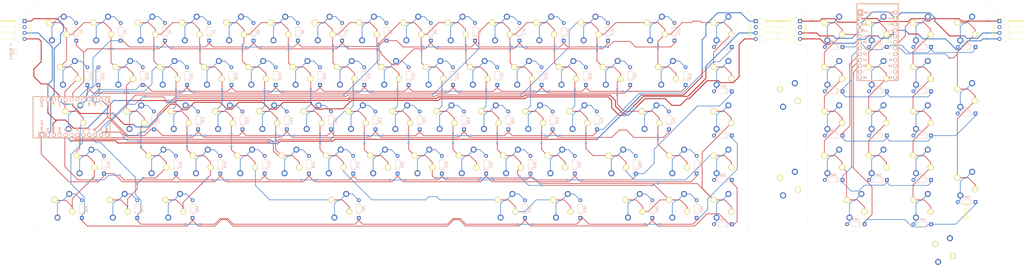
<source format=kicad_pcb>
(kicad_pcb (version 20171130) (host pcbnew "(5.1.4)-1")
  (layers (0 F.Cu signal) (31 B.Cu signal) (34 B.Paste user) (35 F.Paste user) (36 B.SilkS user) (37 F.SilkS user) (38 B.Mask user) (39 F.Mask user) (44 Edge.Cuts user))
  (net 0 "")
  (net 1 "Net-(A1-Pad2)")
  (net 2 COL0)
  (net 3 "Net-(ALT1-Pad2)")
  (net 4 COL1)
  (net 5 "Net-(ALT2-Pad2)")
  (net 6 COL2)
  (net 7 "Net-(APOS1-Pad2)")
  (net 8 COL5)
  (net 9 "Net-(B1-Pad2)")
  (net 10 "Net-(BKSLASH1-Pad2)")
  (net 11 COL6)
  (net 12 "Net-(BKSPC1-Pad2)")
  (net 13 "Net-(C1-Pad2)")
  (net 14 "Net-(CAPS1-Pad2)")
  (net 15 "Net-(COMMA1-Pad2)")
  (net 16 COL4)
  (net 17 "Net-(CTRL1-Pad2)")
  (net 18 "Net-(D29-Pad2)")
  (net 19 "Net-(D67-Pad2)")
  (net 20 "Net-(D65-Pad2)")
  (net 21 COL3)
  (net 22 "Net-(D18-Pad2)")
  (net 23 "Net-(D9-Pad2)")
  (net 24 "Net-(D42-Pad2)")
  (net 25 "Net-(D13-Pad2)")
  (net 26 "Net-(D1-Pad2)")
  (net 27 "Net-(D34-Pad2)")
  (net 28 "Net-(D6-Pad2)")
  (net 29 "Net-(D63-Pad2)")
  (net 30 "Net-(D5-Pad2)")
  (net 31 "Net-(D35-Pad2)")
  (net 32 "Net-(D36-Pad2)")
  (net 33 "Net-(D68-Pad2)")
  (net 34 "Net-(D23-Pad2)")
  (net 35 "Net-(D37-Pad2)")
  (net 36 "Net-(D38-Pad2)")
  (net 37 "Net-(D39-Pad2)")
  (net 38 "Net-(D26-Pad2)")
  (net 39 "Net-(D64-Pad2)")
  (net 40 "Net-(D51-Pad2)")
  (net 41 "Net-(D12-Pad2)")
  (net 42 "Net-(D50-Pad2)")
  (net 43 "Net-(D10-Pad2)")
  (net 44 "Net-(D24-Pad2)")
  (net 45 "Net-(D2-Pad2)")
  (net 46 "Net-(D25-Pad2)")
  (net 47 "Net-(D53-Pad2)")
  (net 48 "Net-(D57-Pad2)")
  (net 49 "Net-(D43-Pad2)")
  (net 50 SERIAL)
  (net 51 GND)
  (net 52 VCC)
  (net 53 "Net-(D16-Pad2)")
  (net 54 "Net-(D19-Pad2)")
  (net 55 "Net-(D27-Pad2)")
  (net 56 "Net-(D66-Pad2)")
  (net 57 "Net-(D32-Pad2)")
  (net 58 "Net-(D40-Pad2)")
  (net 59 "Net-(D8-Pad2)")
  (net 60 "Net-(D44-Pad2)")
  (net 61 "Net-(D55-Pad2)")
  (net 62 "Net-(D7-Pad2)")
  (net 63 "Net-(D54-Pad2)")
  (net 64 "Net-(D61-Pad2)")
  (net 65 "Net-(D20-Pad2)")
  (net 66 "Net-(D15-Pad2)")
  (net 67 "Net-(D4-Pad2)")
  (net 68 "Net-(D3-Pad2)")
  (net 69 ROW8)
  (net 70 ROW9)
  (net 71 ROW7)
  (net 72 ROW6)
  (net 73 ROW5)
  (net 74 ROW4)
  (net 75 ROW3)
  (net 76 ROW2)
  (net 77 ROW1)
  (net 78 ROW0)
  (net 79 "Net-(D22-Pad2)")
  (net 80 "Net-(D56-Pad2)")
  (net 81 "Net-(D48-Pad2)")
  (net 82 "Net-(D17-Pad2)")
  (net 83 "Net-(D59-Pad2)")
  (net 84 "Net-(D46-Pad2)")
  (net 85 "Net-(D21-Pad2)")
  (net 86 "Net-(D45-Pad2)")
  (net 87 "Net-(D11-Pad2)")
  (net 88 "Net-(ASTERISK1-Pad2)")
  (net 89 "Net-(D69-Pad2)")
  (net 90 "Net-(D70-Pad2)")
  (net 91 "Net-(D72-Pad2)")
  (net 92 "Net-(D73-Pad2)")
  (net 93 "Net-(D74-Pad2)")
  (net 94 "Net-(D75-Pad2)")
  (net 95 "Net-(D76-Pad2)")
  (net 96 "Net-(D77-Pad2)")
  (net 97 "Net-(D78-Pad2)")
  (net 98 "Net-(D79-Pad2)")
  (net 99 "Net-(D80-Pad2)")
  (net 100 "Net-(D81-Pad2)")
  (net 101 "Net-(D82-Pad2)")
  (net 102 "Net-(D83-Pad2)")
  (net 103 "Net-(D84-Pad2)")
  (net 104 "Net-(D85-Pad2)")
  (module MX_Only:MXOnly-2U-NoLEDHotswap (layer F.Cu) (at 319.88125 125.4125 90)
    (fp_text reference PLUS1)
    (fp_text value MX-NoLED)
    (pad 1 thru_hole circle (at -2.54 3.81 180) (size 2.6 2.6) (drill 1.6) (layers *.Cu *.Mask F.SilkS))
    (pad 2 thru_hole circle (at -5.08 -2.54 180) (size 2.6 2.6) (drill 1.6) (layers *.Cu *.Mask))
    (pad 2 thru_hole circle (at 5.08 2.54) (size 2.6 2.6) (drill 1.6) (layers *.Cu *.Mask))
    (pad 1 thru_hole circle (at 2.54 -3.81) (size 2.6 2.6) (drill 1.6) (layers *.Cu *.Mask F.SilkS))
    (pad "" np_thru_hole circle (at 0 0 180) (size 3.9878 3.9878) (drill 3.9878) (layers *.Cu *.Mask))
    (pad "" np_thru_hole circle (at 0 5.08 228.0996) (size 1.75 1.75) (drill 1.75) (layers *.Cu *.Mask))
    (pad "" np_thru_hole circle (at 0 -5.08 228.0996) (size 1.75 1.75) (drill 1.75) (layers *.Cu *.Mask))
    (pad "" np_thru_hole circle (at -11.90625 -6.985 90) (size 3.048 3.048) (drill 3.048) (layers *.Cu *.Mask))
    (pad "" np_thru_hole circle (at 11.90625 -6.985 90) (size 3.048 3.048) (drill 3.048) (layers *.Cu *.Mask))
    (pad "" np_thru_hole circle (at -11.90625 8.255 90) (size 3.9878 3.9878) (drill 3.9878) (layers *.Cu *.Mask))
    (pad "" np_thru_hole circle (at 11.90625 8.255 90) (size 3.9878 3.9878) (drill 3.9878) (layers *.Cu *.Mask))
    (pad "" np_thru_hole circle (at 0 5.08 228.0996) (size 1.75 1.75) (drill 1.75) (layers *.Cu *.Mask))
    (pad 2 thru_hole circle (at 5.08 2.54) (size 2.6 2.6) (drill 1.6) (layers *.Cu *.Mask))
    (pad "" np_thru_hole circle (at 0 0 180) (size 3.9878 3.9878) (drill 3.9878) (layers *.Cu *.Mask))
    (pad "" np_thru_hole circle (at 0 -5.08) (size 1.7 1.7) (drill 1.7) (layers *.Cu *.Mask F.SilkS) (clearance 0.1524))
    (pad 1 thru_hole circle (at 2.54 -3.81) (size 2.6 2.6) (drill 1.6) (layers *.Cu *.Mask F.SilkS))
    (pad "" np_thru_hole circle (at 0 -5.08 228.0996) (size 1.75 1.75) (drill 1.75) (layers *.Cu *.Mask))
    (pad "" np_thru_hole circle (at 0 5.08) (size 1.7 1.7) (drill 1.7) (layers *.Cu *.Mask F.SilkS) (clearance 0.1524))
    (pad "" np_thru_hole circle (at 0 0) (size 4 4) (drill 4) (layers *.Cu *.Mask F.SilkS) (clearance 0.1524))
    (pad 1 thru_hole circle (at -2.54 3.81 180) (size 2.6 2.6) (drill 1.6) (layers *.Cu *.Mask F.SilkS))
    (pad 2 thru_hole circle (at -5.08 -2.54 180) (size 2.6 2.6) (drill 1.6) (layers *.Cu *.Mask))
  )
  (module MX_Only:MXOnly-2U-NoLEDHotswap (layer F.Cu) (at 386.55625 153.9875)
    (fp_text reference ZERO2)
    (fp_text value MX-NoLED)
    (pad "" np_thru_hole circle (at 11.90625 8.255) (size 3.9878 3.9878) (drill 3.9878) (layers *.Cu *.Mask))
    (pad "" np_thru_hole circle (at -11.90625 8.255) (size 3.9878 3.9878) (drill 3.9878) (layers *.Cu *.Mask))
    (pad "" np_thru_hole circle (at 11.90625 -6.985) (size 3.048 3.048) (drill 3.048) (layers *.Cu *.Mask))
    (pad "" np_thru_hole circle (at -11.90625 -6.985) (size 3.048 3.048) (drill 3.048) (layers *.Cu *.Mask))
    (pad "" np_thru_hole circle (at 5.08 0 48.0996) (size 1.75 1.75) (drill 1.75) (layers *.Cu *.Mask))
    (pad "" np_thru_hole circle (at -5.08 0 48.0996) (size 1.75 1.75) (drill 1.75) (layers *.Cu *.Mask))
    (pad "" np_thru_hole circle (at 0 0) (size 3.9878 3.9878) (drill 3.9878) (layers *.Cu *.Mask))
    (pad 1 thru_hole circle (at 3.81 2.54 180) (size 2.6 2.6) (drill 1.6) (layers *.Cu *.Mask F.SilkS))
    (pad 2 thru_hole circle (at -2.54 5.08 180) (size 2.6 2.6) (drill 1.6) (layers *.Cu *.Mask))
    (pad 2 thru_hole circle (at 2.54 -5.08) (size 2.6 2.6) (drill 1.6) (layers *.Cu *.Mask))
    (pad 1 thru_hole circle (at -3.81 -2.54) (size 2.6 2.6) (drill 1.6) (layers *.Cu *.Mask F.SilkS))
  )
  (module MX_Only:MXOnly-2U-NoLEDHotswap (layer F.Cu) (at 319.88125 87.3125 90)
    (fp_text reference PLUS1)
    (fp_text value MX-NoLED)
    (pad 2 thru_hole circle (at -5.08 -2.54 180) (size 2.6 2.6) (drill 1.6) (layers *.Cu *.Mask))
    (pad 1 thru_hole circle (at -2.54 3.81 180) (size 2.6 2.6) (drill 1.6) (layers *.Cu *.Mask F.SilkS))
    (pad "" np_thru_hole circle (at 0 0) (size 4 4) (drill 4) (layers *.Cu *.Mask F.SilkS) (clearance 0.1524))
    (pad "" np_thru_hole circle (at 0 5.08) (size 1.7 1.7) (drill 1.7) (layers *.Cu *.Mask F.SilkS) (clearance 0.1524))
    (pad "" np_thru_hole circle (at 0 -5.08 228.0996) (size 1.75 1.75) (drill 1.75) (layers *.Cu *.Mask))
    (pad 1 thru_hole circle (at 2.54 -3.81) (size 2.6 2.6) (drill 1.6) (layers *.Cu *.Mask F.SilkS))
    (pad "" np_thru_hole circle (at 0 -5.08) (size 1.7 1.7) (drill 1.7) (layers *.Cu *.Mask F.SilkS) (clearance 0.1524))
    (pad "" np_thru_hole circle (at 0 0 180) (size 3.9878 3.9878) (drill 3.9878) (layers *.Cu *.Mask))
    (pad 2 thru_hole circle (at 5.08 2.54) (size 2.6 2.6) (drill 1.6) (layers *.Cu *.Mask))
    (pad "" np_thru_hole circle (at 0 5.08 228.0996) (size 1.75 1.75) (drill 1.75) (layers *.Cu *.Mask))
    (pad "" np_thru_hole circle (at 11.90625 8.255 90) (size 3.9878 3.9878) (drill 3.9878) (layers *.Cu *.Mask))
    (pad "" np_thru_hole circle (at -11.90625 8.255 90) (size 3.9878 3.9878) (drill 3.9878) (layers *.Cu *.Mask))
    (pad "" np_thru_hole circle (at 11.90625 -6.985 90) (size 3.048 3.048) (drill 3.048) (layers *.Cu *.Mask))
    (pad "" np_thru_hole circle (at -11.90625 -6.985 90) (size 3.048 3.048) (drill 3.048) (layers *.Cu *.Mask))
    (pad "" np_thru_hole circle (at 0 -5.08 228.0996) (size 1.75 1.75) (drill 1.75) (layers *.Cu *.Mask))
    (pad "" np_thru_hole circle (at 0 5.08 228.0996) (size 1.75 1.75) (drill 1.75) (layers *.Cu *.Mask))
    (pad "" np_thru_hole circle (at 0 0 180) (size 3.9878 3.9878) (drill 3.9878) (layers *.Cu *.Mask))
    (pad 1 thru_hole circle (at 2.54 -3.81) (size 2.6 2.6) (drill 1.6) (layers *.Cu *.Mask F.SilkS))
    (pad 2 thru_hole circle (at 5.08 2.54) (size 2.6 2.6) (drill 1.6) (layers *.Cu *.Mask))
    (pad 2 thru_hole circle (at -5.08 -2.54 180) (size 2.6 2.6) (drill 1.6) (layers *.Cu *.Mask))
    (pad 1 thru_hole circle (at -2.54 3.81 180) (size 2.6 2.6) (drill 1.6) (layers *.Cu *.Mask F.SilkS))
  )
  (module Mounting_Holes:MountingHole_3.2mm_M3 (layer B.Cu) (at 403.225 51.59375)
    (fp_text reference REF** hide)
    (fp_text value MountingHole_3.2mm_M3)
    (pad 1 np_thru_hole circle (at 0 0) (size 3.2 3.2) (drill 3.2) (layers *.Cu *.Mask))
  )
  (module Mounting_Holes:MountingHole_3.2mm_M3 (layer B.Cu) (at 403.225 106.3625)
    (fp_text reference REF** hide)
    (fp_text value MountingHole_3.2mm_M3)
    (pad 1 np_thru_hole circle (at 0 0) (size 3.2 3.2) (drill 3.2) (layers *.Cu *.Mask))
  )
  (module Mounting_Holes:MountingHole_3.2mm_M3 (layer B.Cu) (at 331.7875 71.4375)
    (fp_text reference REF** hide)
    (fp_text value MountingHole_3.2mm_M3)
    (pad 1 np_thru_hole circle (at 0 0) (size 3.2 3.2) (drill 3.2) (layers *.Cu *.Mask))
  )
  (module Mounting_Holes:MountingHole_3.2mm_M3 (layer B.Cu) (at 348.45625 125.4125)
    (fp_text reference REF** hide)
    (fp_text value MountingHole_3.2mm_M3)
    (pad 1 np_thru_hole circle (at 0 0) (size 3.2 3.2) (drill 3.2) (layers *.Cu *.Mask))
  )
  (module Mounting_Holes:MountingHole_3.2mm_M3 (layer B.Cu) (at 280.19375 59.53125)
    (fp_text reference REF** hide)
    (fp_text value MountingHole_3.2mm_M3)
    (pad 1 np_thru_hole circle (at 0 0) (size 3.2 3.2) (drill 3.2) (layers *.Cu *.Mask))
  )
  (module Mounting_Holes:MountingHole_3.2mm_M3 (layer B.Cu) (at 238.91875 134.9375)
    (fp_text reference REF** hide)
    (fp_text value MountingHole_3.2mm_M3)
    (pad 1 np_thru_hole circle (at 0 0) (size 3.2 3.2) (drill 3.2) (layers *.Cu *.Mask))
  )
  (module Mounting_Holes:MountingHole_3.2mm_M3 (layer B.Cu) (at -0.79375 77.7875)
    (fp_text reference REF** hide)
    (fp_text value MountingHole_3.2mm_M3)
    (pad 1 np_thru_hole circle (at 0 0) (size 3.2 3.2) (drill 3.2) (layers *.Cu *.Mask))
  )
  (module Mounting_Holes:MountingHole_3.2mm_M3 (layer B.Cu) (at 153.19375 134.9375)
    (fp_text reference REF** hide)
    (fp_text value MountingHole_3.2mm_M3)
    (pad 1 np_thru_hole circle (at 0 0) (size 3.2 3.2) (drill 3.2) (layers *.Cu *.Mask))
  )
  (module Mounting_Holes:MountingHole_3.2mm_M3 (layer B.Cu) (at 45.24375 134.9375)
    (fp_text reference REF** hide)
    (fp_text value MountingHole_3.2mm_M3)
    (pad 1 np_thru_hole circle (at 0 0) (size 3.2 3.2) (drill 3.2) (layers *.Cu *.Mask))
  )
  (module Mounting_Holes:MountingHole_3.2mm_M3 (layer B.Cu) (at 148.43125 68.58)
    (fp_text reference REF** hide)
    (fp_text value MountingHole_3.2mm_M3)
    (pad 1 np_thru_hole circle (at 0 0) (size 3.2 3.2) (drill 3.2) (layers *.Cu *.Mask))
  )
  (module MX_Only:MXOnly-1U-NoLEDHotswap (layer F.Cu) (at 5.55625 58.7375)
    (fp_text reference ESC1)
    (fp_text value MX-NoLED)
    (pad 1 thru_hole circle (at -3.81 -2.54) (size 2.6 2.6) (drill 1.6) (layers *.Cu *.Mask F.SilkS) (net 2 COL0))
    (pad 2 thru_hole circle (at 2.54 -5.08) (size 2.6 2.6) (drill 1.6) (layers *.Cu *.Mask) (net 26 "Net-(D1-Pad2)"))
    (pad "" np_thru_hole circle (at 5.08 0 180) (size 1.7 1.7) (drill 1.7) (layers *.Cu *.Mask F.SilkS) (clearance 0.1524))
    (pad "" np_thru_hole circle (at -5.08 0 180) (size 1.7 1.7) (drill 1.7) (layers *.Cu *.Mask F.SilkS) (clearance 0.1524))
    (pad 1 thru_hole circle (at 3.81 2.54 180) (size 2.6 2.6) (drill 1.6) (layers *.Cu *.Mask F.SilkS) (net 2 COL0))
    (pad 2 thru_hole circle (at -2.54 5.08 180) (size 2.6 2.6) (drill 1.6) (layers *.Cu *.Mask) (net 26 "Net-(D1-Pad2)"))
    (pad "" np_thru_hole circle (at 0 0 180) (size 4 4) (drill 4) (layers *.Cu *.Mask F.SilkS) (clearance 0.1524))
    (pad "" np_thru_hole circle (at 0 0) (size 3.9878 3.9878) (drill 3.9878) (layers *.Cu *.Mask))
    (pad "" np_thru_hole circle (at -5.08 0 48.0996) (size 1.75 1.75) (drill 1.75) (layers *.Cu *.Mask))
    (pad "" np_thru_hole circle (at 5.08 0 48.0996) (size 1.75 1.75) (drill 1.75) (layers *.Cu *.Mask))
  )
  (module MX_Only:MXOnly-2U-NoLEDHotswap (layer F.Cu) (at 396.08125 125.4125 90)
    (fp_text reference ENTER2)
    (fp_text value MX-NoLED)
    (pad 1 thru_hole circle (at -2.54 3.81 180) (size 2.6 2.6) (drill 1.6) (layers *.Cu *.Mask F.SilkS) (net 21 COL3))
    (pad 2 thru_hole circle (at -5.08 -2.54 180) (size 2.6 2.6) (drill 1.6) (layers *.Cu *.Mask) (net 104 "Net-(D85-Pad2)"))
    (pad 2 thru_hole circle (at 5.08 2.54) (size 2.6 2.6) (drill 1.6) (layers *.Cu *.Mask) (net 104 "Net-(D85-Pad2)"))
    (pad 1 thru_hole circle (at 2.54 -3.81) (size 2.6 2.6) (drill 1.6) (layers *.Cu *.Mask F.SilkS) (net 21 COL3))
    (pad "" np_thru_hole circle (at 0 0 180) (size 3.9878 3.9878) (drill 3.9878) (layers *.Cu *.Mask))
    (pad "" np_thru_hole circle (at 0 5.08 228.0996) (size 1.75 1.75) (drill 1.75) (layers *.Cu *.Mask))
    (pad "" np_thru_hole circle (at 0 -5.08 228.0996) (size 1.75 1.75) (drill 1.75) (layers *.Cu *.Mask))
    (pad "" np_thru_hole circle (at -11.90625 -6.985 90) (size 3.048 3.048) (drill 3.048) (layers *.Cu *.Mask))
    (pad "" np_thru_hole circle (at 11.90625 -6.985 90) (size 3.048 3.048) (drill 3.048) (layers *.Cu *.Mask))
    (pad "" np_thru_hole circle (at -11.90625 8.255 90) (size 3.9878 3.9878) (drill 3.9878) (layers *.Cu *.Mask))
    (pad "" np_thru_hole circle (at 11.90625 8.255 90) (size 3.9878 3.9878) (drill 3.9878) (layers *.Cu *.Mask))
  )
  (module MX_Only:MXOnly-1U-NoLEDHotswap (layer F.Cu) (at 57.94375 96.8375)
    (fp_text reference S1)
    (fp_text value MX-NoLED)
    (pad 1 thru_hole circle (at -3.81 -2.54) (size 2.6 2.6) (drill 1.6) (layers *.Cu *.Mask F.SilkS) (net 4 COL1))
    (pad 2 thru_hole circle (at 2.54 -5.08) (size 2.6 2.6) (drill 1.6) (layers *.Cu *.Mask) (net 57 "Net-(D32-Pad2)"))
    (pad "" np_thru_hole circle (at 5.08 0 180) (size 1.7 1.7) (drill 1.7) (layers *.Cu *.Mask F.SilkS) (clearance 0.1524))
    (pad "" np_thru_hole circle (at -5.08 0 180) (size 1.7 1.7) (drill 1.7) (layers *.Cu *.Mask F.SilkS) (clearance 0.1524))
    (pad 1 thru_hole circle (at 3.81 2.54 180) (size 2.6 2.6) (drill 1.6) (layers *.Cu *.Mask F.SilkS) (net 4 COL1))
    (pad 2 thru_hole circle (at -2.54 5.08 180) (size 2.6 2.6) (drill 1.6) (layers *.Cu *.Mask) (net 57 "Net-(D32-Pad2)"))
    (pad "" np_thru_hole circle (at 0 0 180) (size 4 4) (drill 4) (layers *.Cu *.Mask F.SilkS) (clearance 0.1524))
    (pad "" np_thru_hole circle (at 0 0) (size 3.9878 3.9878) (drill 3.9878) (layers *.Cu *.Mask))
    (pad "" np_thru_hole circle (at -5.08 0 48.0996) (size 1.75 1.75) (drill 1.75) (layers *.Cu *.Mask))
    (pad "" np_thru_hole circle (at 5.08 0 48.0996) (size 1.75 1.75) (drill 1.75) (layers *.Cu *.Mask))
  )
  (module MX_Only:MXOnly-1U-NoLEDHotswap (layer F.Cu) (at 377.03125 58.7375)
    (fp_text reference ASTERISK1)
    (fp_text value MX-NoLED)
    (pad 1 thru_hole circle (at -3.81 -2.54) (size 2.6 2.6) (drill 1.6) (layers *.Cu *.Mask F.SilkS) (net 6 COL2))
    (pad 2 thru_hole circle (at 2.54 -5.08) (size 2.6 2.6) (drill 1.6) (layers *.Cu *.Mask) (net 88 "Net-(ASTERISK1-Pad2)"))
    (pad "" np_thru_hole circle (at 5.08 0 180) (size 1.7 1.7) (drill 1.7) (layers *.Cu *.Mask F.SilkS) (clearance 0.1524))
    (pad "" np_thru_hole circle (at -5.08 0 180) (size 1.7 1.7) (drill 1.7) (layers *.Cu *.Mask F.SilkS) (clearance 0.1524))
    (pad 1 thru_hole circle (at 3.81 2.54 180) (size 2.6 2.6) (drill 1.6) (layers *.Cu *.Mask F.SilkS) (net 6 COL2))
    (pad 2 thru_hole circle (at -2.54 5.08 180) (size 2.6 2.6) (drill 1.6) (layers *.Cu *.Mask) (net 88 "Net-(ASTERISK1-Pad2)"))
    (pad "" np_thru_hole circle (at 0 0 180) (size 4 4) (drill 4) (layers *.Cu *.Mask F.SilkS) (clearance 0.1524))
    (pad "" np_thru_hole circle (at 0 0) (size 3.9878 3.9878) (drill 3.9878) (layers *.Cu *.Mask))
    (pad "" np_thru_hole circle (at -5.08 0 48.0996) (size 1.75 1.75) (drill 1.75) (layers *.Cu *.Mask))
    (pad "" np_thru_hole circle (at 5.08 0 48.0996) (size 1.75 1.75) (drill 1.75) (layers *.Cu *.Mask))
  )
  (module Pin_Headers:Pin_Header_Angled_1x04_Pitch2.54mm (layer F.Cu) (at 324.64375 55.5625)
    (fp_text reference POGO3 (at 2.38125 3.96875 90) (layer F.SilkS))
    (fp_text value Conn_01x04)
    (pad 1 thru_hole rect (at 0 0) (size 1.7 1.7) (drill 1) (layers *.Cu *.Mask) (net 50 SERIAL))
    (pad 2 thru_hole oval (at 0 2.54) (size 1.7 1.7) (drill 1) (layers *.Cu *.Mask))
    (pad 3 thru_hole oval (at 0 5.08) (size 1.7 1.7) (drill 1) (layers *.Cu *.Mask) (net 51 GND))
    (pad 4 thru_hole oval (at 0 7.62) (size 1.7 1.7) (drill 1) (layers *.Cu *.Mask) (net 52 VCC))
  )
  (module Pin_Headers:Pin_Header_Angled_1x04_Pitch2.54mm (layer F.Cu) (at -8.73125 55.5625)
    (fp_text reference POGO1 (at 2.38125 3.96875 90) (layer F.SilkS))
    (fp_text value Conn_01x04)
    (pad 1 thru_hole rect (at 0 0) (size 1.7 1.7) (drill 1) (layers *.Cu *.Mask) (net 50 SERIAL))
    (pad 2 thru_hole oval (at 0 2.54) (size 1.7 1.7) (drill 1) (layers *.Cu *.Mask))
    (pad 3 thru_hole oval (at 0 5.08) (size 1.7 1.7) (drill 1) (layers *.Cu *.Mask) (net 51 GND))
    (pad 4 thru_hole oval (at 0 7.62) (size 1.7 1.7) (drill 1) (layers *.Cu *.Mask) (net 52 VCC))
  )
  (module MX_Only:MXOnly-2U-NoLEDHotswap (layer F.Cu) (at 396.08125 87.3125 90)
    (fp_text reference PLUS1)
    (fp_text value MX-NoLED)
    (pad 1 thru_hole circle (at -2.54 3.81 180) (size 2.6 2.6) (drill 1.6) (layers *.Cu *.Mask F.SilkS) (net 21 COL3))
    (pad 2 thru_hole circle (at -5.08 -2.54 180) (size 2.6 2.6) (drill 1.6) (layers *.Cu *.Mask) (net 98 "Net-(D79-Pad2)"))
    (pad 2 thru_hole circle (at 5.08 2.54) (size 2.6 2.6) (drill 1.6) (layers *.Cu *.Mask) (net 98 "Net-(D79-Pad2)"))
    (pad 1 thru_hole circle (at 2.54 -3.81) (size 2.6 2.6) (drill 1.6) (layers *.Cu *.Mask F.SilkS) (net 21 COL3))
    (pad "" np_thru_hole circle (at 0 0 180) (size 3.9878 3.9878) (drill 3.9878) (layers *.Cu *.Mask))
    (pad "" np_thru_hole circle (at 0 5.08 228.0996) (size 1.75 1.75) (drill 1.75) (layers *.Cu *.Mask))
    (pad "" np_thru_hole circle (at 0 -5.08 228.0996) (size 1.75 1.75) (drill 1.75) (layers *.Cu *.Mask))
    (pad "" np_thru_hole circle (at -11.90625 -6.985 90) (size 3.048 3.048) (drill 3.048) (layers *.Cu *.Mask))
    (pad "" np_thru_hole circle (at 11.90625 -6.985 90) (size 3.048 3.048) (drill 3.048) (layers *.Cu *.Mask))
    (pad "" np_thru_hole circle (at -11.90625 8.255 90) (size 3.9878 3.9878) (drill 3.9878) (layers *.Cu *.Mask))
    (pad "" np_thru_hole circle (at 11.90625 8.255 90) (size 3.9878 3.9878) (drill 3.9878) (layers *.Cu *.Mask))
    (pad "" np_thru_hole circle (at 0 5.08 228.0996) (size 1.75 1.75) (drill 1.75) (layers *.Cu *.Mask))
    (pad 2 thru_hole circle (at 5.08 2.54) (size 2.6 2.6) (drill 1.6) (layers *.Cu *.Mask) (net 98 "Net-(D79-Pad2)"))
    (pad "" np_thru_hole circle (at 0 0 180) (size 3.9878 3.9878) (drill 3.9878) (layers *.Cu *.Mask))
    (pad "" np_thru_hole circle (at 0 -5.08) (size 1.7 1.7) (drill 1.7) (layers *.Cu *.Mask F.SilkS) (clearance 0.1524))
    (pad 1 thru_hole circle (at 2.54 -3.81) (size 2.6 2.6) (drill 1.6) (layers *.Cu *.Mask F.SilkS) (net 21 COL3))
    (pad "" np_thru_hole circle (at 0 -5.08 228.0996) (size 1.75 1.75) (drill 1.75) (layers *.Cu *.Mask))
    (pad "" np_thru_hole circle (at 0 5.08) (size 1.7 1.7) (drill 1.7) (layers *.Cu *.Mask F.SilkS) (clearance 0.1524))
    (pad "" np_thru_hole circle (at 0 0) (size 4 4) (drill 4) (layers *.Cu *.Mask F.SilkS) (clearance 0.1524))
    (pad 1 thru_hole circle (at -2.54 3.81 180) (size 2.6 2.6) (drill 1.6) (layers *.Cu *.Mask F.SilkS) (net 21 COL3))
    (pad 2 thru_hole circle (at -5.08 -2.54 180) (size 2.6 2.6) (drill 1.6) (layers *.Cu *.Mask) (net 98 "Net-(D79-Pad2)"))
  )
  (module MX_Only:MXOnly-1U-NoLEDHotswap (layer F.Cu) (at 24.60625 58.7375)
    (fp_text reference ONE1)
    (fp_text value MX-NoLED)
    (pad 1 thru_hole circle (at -3.81 -2.54) (size 2.6 2.6) (drill 1.6) (layers *.Cu *.Mask F.SilkS) (net 2 COL0))
    (pad 2 thru_hole circle (at 2.54 -5.08) (size 2.6 2.6) (drill 1.6) (layers *.Cu *.Mask) (net 45 "Net-(D2-Pad2)"))
    (pad "" np_thru_hole circle (at 5.08 0 180) (size 1.7 1.7) (drill 1.7) (layers *.Cu *.Mask F.SilkS) (clearance 0.1524))
    (pad "" np_thru_hole circle (at -5.08 0 180) (size 1.7 1.7) (drill 1.7) (layers *.Cu *.Mask F.SilkS) (clearance 0.1524))
    (pad 1 thru_hole circle (at 3.81 2.54 180) (size 2.6 2.6) (drill 1.6) (layers *.Cu *.Mask F.SilkS) (net 2 COL0))
    (pad 2 thru_hole circle (at -2.54 5.08 180) (size 2.6 2.6) (drill 1.6) (layers *.Cu *.Mask) (net 45 "Net-(D2-Pad2)"))
    (pad "" np_thru_hole circle (at 0 0 180) (size 4 4) (drill 4) (layers *.Cu *.Mask F.SilkS) (clearance 0.1524))
    (pad "" np_thru_hole circle (at 0 0) (size 3.9878 3.9878) (drill 3.9878) (layers *.Cu *.Mask))
    (pad "" np_thru_hole circle (at -5.08 0 48.0996) (size 1.75 1.75) (drill 1.75) (layers *.Cu *.Mask))
    (pad "" np_thru_hole circle (at 5.08 0 48.0996) (size 1.75 1.75) (drill 1.75) (layers *.Cu *.Mask))
  )
  (module MX_Only:MXOnly-2U-NoLEDHotswap (layer F.Cu) (at 348.45625 134.9375)
    (fp_text reference ZERO2)
    (fp_text value MX-NoLED)
    (pad 1 thru_hole circle (at -3.81 -2.54) (size 2.6 2.6) (drill 1.6) (layers *.Cu *.Mask F.SilkS) (net 2 COL0))
    (pad 2 thru_hole circle (at 2.54 -5.08) (size 2.6 2.6) (drill 1.6) (layers *.Cu *.Mask) (net 102 "Net-(D83-Pad2)"))
    (pad 2 thru_hole circle (at -2.54 5.08 180) (size 2.6 2.6) (drill 1.6) (layers *.Cu *.Mask) (net 102 "Net-(D83-Pad2)"))
    (pad 1 thru_hole circle (at 3.81 2.54 180) (size 2.6 2.6) (drill 1.6) (layers *.Cu *.Mask F.SilkS) (net 2 COL0))
    (pad "" np_thru_hole circle (at 0 0) (size 3.9878 3.9878) (drill 3.9878) (layers *.Cu *.Mask))
    (pad "" np_thru_hole circle (at -5.08 0 48.0996) (size 1.75 1.75) (drill 1.75) (layers *.Cu *.Mask))
    (pad "" np_thru_hole circle (at 5.08 0 48.0996) (size 1.75 1.75) (drill 1.75) (layers *.Cu *.Mask))
    (pad "" np_thru_hole circle (at -11.90625 -6.985) (size 3.048 3.048) (drill 3.048) (layers *.Cu *.Mask))
    (pad "" np_thru_hole circle (at 11.90625 -6.985) (size 3.048 3.048) (drill 3.048) (layers *.Cu *.Mask))
    (pad "" np_thru_hole circle (at -11.90625 8.255) (size 3.9878 3.9878) (drill 3.9878) (layers *.Cu *.Mask))
    (pad "" np_thru_hole circle (at 11.90625 8.255) (size 3.9878 3.9878) (drill 3.9878) (layers *.Cu *.Mask))
  )
  (module MX_Only:MXOnly-1U-NoLEDHotswap (layer F.Cu) (at 357.98125 115.8875)
    (fp_text reference TWO2)
    (fp_text value MX-NoLED)
    (pad 1 thru_hole circle (at -3.81 -2.54) (size 2.6 2.6) (drill 1.6) (layers *.Cu *.Mask F.SilkS) (net 4 COL1))
    (pad 2 thru_hole circle (at 2.54 -5.08) (size 2.6 2.6) (drill 1.6) (layers *.Cu *.Mask) (net 100 "Net-(D81-Pad2)"))
    (pad "" np_thru_hole circle (at 5.08 0 180) (size 1.7 1.7) (drill 1.7) (layers *.Cu *.Mask F.SilkS) (clearance 0.1524))
    (pad "" np_thru_hole circle (at -5.08 0 180) (size 1.7 1.7) (drill 1.7) (layers *.Cu *.Mask F.SilkS) (clearance 0.1524))
    (pad 1 thru_hole circle (at 3.81 2.54 180) (size 2.6 2.6) (drill 1.6) (layers *.Cu *.Mask F.SilkS) (net 4 COL1))
    (pad 2 thru_hole circle (at -2.54 5.08 180) (size 2.6 2.6) (drill 1.6) (layers *.Cu *.Mask) (net 100 "Net-(D81-Pad2)"))
    (pad "" np_thru_hole circle (at 0 0 180) (size 4 4) (drill 4) (layers *.Cu *.Mask F.SilkS) (clearance 0.1524))
    (pad "" np_thru_hole circle (at 0 0) (size 3.9878 3.9878) (drill 3.9878) (layers *.Cu *.Mask))
    (pad "" np_thru_hole circle (at -5.08 0 48.0996) (size 1.75 1.75) (drill 1.75) (layers *.Cu *.Mask))
    (pad "" np_thru_hole circle (at 5.08 0 48.0996) (size 1.75 1.75) (drill 1.75) (layers *.Cu *.Mask))
  )
  (module MX_Only:MXOnly-1U-NoLEDHotswap (layer F.Cu) (at 377.03125 115.8875)
    (fp_text reference THREE2)
    (fp_text value MX-NoLED)
    (pad 1 thru_hole circle (at -3.81 -2.54) (size 2.6 2.6) (drill 1.6) (layers *.Cu *.Mask F.SilkS) (net 6 COL2))
    (pad 2 thru_hole circle (at 2.54 -5.08) (size 2.6 2.6) (drill 1.6) (layers *.Cu *.Mask) (net 101 "Net-(D82-Pad2)"))
    (pad "" np_thru_hole circle (at 5.08 0 180) (size 1.7 1.7) (drill 1.7) (layers *.Cu *.Mask F.SilkS) (clearance 0.1524))
    (pad "" np_thru_hole circle (at -5.08 0 180) (size 1.7 1.7) (drill 1.7) (layers *.Cu *.Mask F.SilkS) (clearance 0.1524))
    (pad 1 thru_hole circle (at 3.81 2.54 180) (size 2.6 2.6) (drill 1.6) (layers *.Cu *.Mask F.SilkS) (net 6 COL2))
    (pad 2 thru_hole circle (at -2.54 5.08 180) (size 2.6 2.6) (drill 1.6) (layers *.Cu *.Mask) (net 101 "Net-(D82-Pad2)"))
    (pad "" np_thru_hole circle (at 0 0 180) (size 4 4) (drill 4) (layers *.Cu *.Mask F.SilkS) (clearance 0.1524))
    (pad "" np_thru_hole circle (at 0 0) (size 3.9878 3.9878) (drill 3.9878) (layers *.Cu *.Mask))
    (pad "" np_thru_hole circle (at -5.08 0 48.0996) (size 1.75 1.75) (drill 1.75) (layers *.Cu *.Mask))
    (pad "" np_thru_hole circle (at 5.08 0 48.0996) (size 1.75 1.75) (drill 1.75) (layers *.Cu *.Mask))
  )
  (module MX_Only:MXOnly-1U-NoLEDHotswap (layer F.Cu) (at 357.98125 58.7375)
    (fp_text reference SLASH2)
    (fp_text value MX-NoLED)
    (pad 1 thru_hole circle (at -3.81 -2.54) (size 2.6 2.6) (drill 1.6) (layers *.Cu *.Mask F.SilkS) (net 4 COL1))
    (pad 2 thru_hole circle (at 2.54 -5.08) (size 2.6 2.6) (drill 1.6) (layers *.Cu *.Mask) (net 90 "Net-(D70-Pad2)"))
    (pad "" np_thru_hole circle (at 5.08 0 180) (size 1.7 1.7) (drill 1.7) (layers *.Cu *.Mask F.SilkS) (clearance 0.1524))
    (pad "" np_thru_hole circle (at -5.08 0 180) (size 1.7 1.7) (drill 1.7) (layers *.Cu *.Mask F.SilkS) (clearance 0.1524))
    (pad 1 thru_hole circle (at 3.81 2.54 180) (size 2.6 2.6) (drill 1.6) (layers *.Cu *.Mask F.SilkS) (net 4 COL1))
    (pad 2 thru_hole circle (at -2.54 5.08 180) (size 2.6 2.6) (drill 1.6) (layers *.Cu *.Mask) (net 90 "Net-(D70-Pad2)"))
    (pad "" np_thru_hole circle (at 0 0 180) (size 4 4) (drill 4) (layers *.Cu *.Mask F.SilkS) (clearance 0.1524))
    (pad "" np_thru_hole circle (at 0 0) (size 3.9878 3.9878) (drill 3.9878) (layers *.Cu *.Mask))
    (pad "" np_thru_hole circle (at -5.08 0 48.0996) (size 1.75 1.75) (drill 1.75) (layers *.Cu *.Mask))
    (pad "" np_thru_hole circle (at 5.08 0 48.0996) (size 1.75 1.75) (drill 1.75) (layers *.Cu *.Mask))
  )
  (module MX_Only:MXOnly-1U-NoLEDHotswap (layer F.Cu) (at 377.03125 96.8375)
    (fp_text reference SIX2)
    (fp_text value MX-NoLED)
    (pad 1 thru_hole circle (at -3.81 -2.54) (size 2.6 2.6) (drill 1.6) (layers *.Cu *.Mask F.SilkS) (net 6 COL2))
    (pad 2 thru_hole circle (at 2.54 -5.08) (size 2.6 2.6) (drill 1.6) (layers *.Cu *.Mask) (net 97 "Net-(D78-Pad2)"))
    (pad "" np_thru_hole circle (at 5.08 0 180) (size 1.7 1.7) (drill 1.7) (layers *.Cu *.Mask F.SilkS) (clearance 0.1524))
    (pad "" np_thru_hole circle (at -5.08 0 180) (size 1.7 1.7) (drill 1.7) (layers *.Cu *.Mask F.SilkS) (clearance 0.1524))
    (pad 1 thru_hole circle (at 3.81 2.54 180) (size 2.6 2.6) (drill 1.6) (layers *.Cu *.Mask F.SilkS) (net 6 COL2))
    (pad 2 thru_hole circle (at -2.54 5.08 180) (size 2.6 2.6) (drill 1.6) (layers *.Cu *.Mask) (net 97 "Net-(D78-Pad2)"))
    (pad "" np_thru_hole circle (at 0 0 180) (size 4 4) (drill 4) (layers *.Cu *.Mask F.SilkS) (clearance 0.1524))
    (pad "" np_thru_hole circle (at 0 0) (size 3.9878 3.9878) (drill 3.9878) (layers *.Cu *.Mask))
    (pad "" np_thru_hole circle (at -5.08 0 48.0996) (size 1.75 1.75) (drill 1.75) (layers *.Cu *.Mask))
    (pad "" np_thru_hole circle (at 5.08 0 48.0996) (size 1.75 1.75) (drill 1.75) (layers *.Cu *.Mask))
  )
  (module MX_Only:MXOnly-1U-NoLEDHotswap (layer F.Cu) (at 338.93125 77.7875)
    (fp_text reference SEVEN2)
    (fp_text value MX-NoLED)
    (pad 1 thru_hole circle (at -3.81 -2.54) (size 2.6 2.6) (drill 1.6) (layers *.Cu *.Mask F.SilkS) (net 2 COL0))
    (pad 2 thru_hole circle (at 2.54 -5.08) (size 2.6 2.6) (drill 1.6) (layers *.Cu *.Mask) (net 92 "Net-(D73-Pad2)"))
    (pad "" np_thru_hole circle (at 5.08 0 180) (size 1.7 1.7) (drill 1.7) (layers *.Cu *.Mask F.SilkS) (clearance 0.1524))
    (pad "" np_thru_hole circle (at -5.08 0 180) (size 1.7 1.7) (drill 1.7) (layers *.Cu *.Mask F.SilkS) (clearance 0.1524))
    (pad 1 thru_hole circle (at 3.81 2.54 180) (size 2.6 2.6) (drill 1.6) (layers *.Cu *.Mask F.SilkS) (net 2 COL0))
    (pad 2 thru_hole circle (at -2.54 5.08 180) (size 2.6 2.6) (drill 1.6) (layers *.Cu *.Mask) (net 92 "Net-(D73-Pad2)"))
    (pad "" np_thru_hole circle (at 0 0 180) (size 4 4) (drill 4) (layers *.Cu *.Mask F.SilkS) (clearance 0.1524))
    (pad "" np_thru_hole circle (at 0 0) (size 3.9878 3.9878) (drill 3.9878) (layers *.Cu *.Mask))
    (pad "" np_thru_hole circle (at -5.08 0 48.0996) (size 1.75 1.75) (drill 1.75) (layers *.Cu *.Mask))
    (pad "" np_thru_hole circle (at 5.08 0 48.0996) (size 1.75 1.75) (drill 1.75) (layers *.Cu *.Mask))
  )
  (module Pin_Headers:Pin_Header_Angled_1x04_Pitch2.54mm (layer F.Cu) (at 410.36875 55.5625)
    (fp_text reference POGO4 (at -2.38125 3.96875 90) (layer F.SilkS))
    (fp_text value Conn_01x04)
    (pad 1 thru_hole rect (at 0 0) (size 1.7 1.7) (drill 1) (layers *.Cu *.Mask) (net 50 SERIAL))
    (pad 2 thru_hole oval (at 0 2.54) (size 1.7 1.7) (drill 1) (layers *.Cu *.Mask))
    (pad 3 thru_hole oval (at 0 5.08) (size 1.7 1.7) (drill 1) (layers *.Cu *.Mask) (net 51 GND))
    (pad 4 thru_hole oval (at 0 7.62) (size 1.7 1.7) (drill 1) (layers *.Cu *.Mask) (net 52 VCC))
  )
  (module MX_Only:MXOnly-1U-NoLEDHotswap (layer F.Cu) (at 338.93125 115.8875)
    (fp_text reference ONE2)
    (fp_text value MX-NoLED)
    (pad 1 thru_hole circle (at -3.81 -2.54) (size 2.6 2.6) (drill 1.6) (layers *.Cu *.Mask F.SilkS) (net 2 COL0))
    (pad 2 thru_hole circle (at 2.54 -5.08) (size 2.6 2.6) (drill 1.6) (layers *.Cu *.Mask) (net 99 "Net-(D80-Pad2)"))
    (pad "" np_thru_hole circle (at 5.08 0 180) (size 1.7 1.7) (drill 1.7) (layers *.Cu *.Mask F.SilkS) (clearance 0.1524))
    (pad "" np_thru_hole circle (at -5.08 0 180) (size 1.7 1.7) (drill 1.7) (layers *.Cu *.Mask F.SilkS) (clearance 0.1524))
    (pad 1 thru_hole circle (at 3.81 2.54 180) (size 2.6 2.6) (drill 1.6) (layers *.Cu *.Mask F.SilkS) (net 2 COL0))
    (pad 2 thru_hole circle (at -2.54 5.08 180) (size 2.6 2.6) (drill 1.6) (layers *.Cu *.Mask) (net 99 "Net-(D80-Pad2)"))
    (pad "" np_thru_hole circle (at 0 0 180) (size 4 4) (drill 4) (layers *.Cu *.Mask F.SilkS) (clearance 0.1524))
    (pad "" np_thru_hole circle (at 0 0) (size 3.9878 3.9878) (drill 3.9878) (layers *.Cu *.Mask))
    (pad "" np_thru_hole circle (at -5.08 0 48.0996) (size 1.75 1.75) (drill 1.75) (layers *.Cu *.Mask))
    (pad "" np_thru_hole circle (at 5.08 0 48.0996) (size 1.75 1.75) (drill 1.75) (layers *.Cu *.Mask))
  )
  (module Keebio-Parts:ArduinoProMicro (layer F.Cu) (at 357.98125 65.88125 270)
    (fp_text reference Numpad1 hide)
    (fp_text value ProMicro hide)
    (fp_text user ST (at -8.92 -5.73312) (layer F.SilkS) (effects (font (size 0.8 0.8))))
    (fp_text user TX0/D3 (at -13.97 3.571872) (layer B.SilkS) (effects (font (size 0.8 0.8)) (justify mirror)))
    (fp_text user TX0/D3 (at -13.97 3.571872) (layer B.SilkS) (effects (font (size 0.8 0.8)) (justify mirror)))
    (fp_text user D2 (at -11.43 5.461) (layer B.SilkS) (effects (font (size 0.8 0.8)) (justify mirror)))
    (fp_text user D0 (at -1.27 5.461) (layer B.SilkS) (effects (font (size 0.8 0.8)) (justify mirror)))
    (fp_text user D1 (at -3.81 5.461) (layer B.SilkS) (effects (font (size 0.8 0.8)) (justify mirror)))
    (fp_text user GND (at -6.35 5.461) (layer B.SilkS) (effects (font (size 0.8 0.8)) (justify mirror)))
    (fp_text user GND (at -8.89 5.461) (layer F.SilkS) (effects (font (size 0.8 0.8))))
    (fp_text user D4 (at 1.27 5.461) (layer B.SilkS) (effects (font (size 0.8 0.8)) (justify mirror)))
    (fp_text user C6 (at 3.81 5.461) (layer B.SilkS) (effects (font (size 0.8 0.8)) (justify mirror)))
    (fp_text user D7 (at 6.35 5.461) (layer B.SilkS) (effects (font (size 0.8 0.8)) (justify mirror)))
    (fp_text user E6 (at 8.89 5.461) (layer B.SilkS) (effects (font (size 0.8 0.8)) (justify mirror)))
    (fp_text user B4 (at 11.43 5.461) (layer B.SilkS) (effects (font (size 0.8 0.8)) (justify mirror)))
    (fp_text user B5 (at 13.97 5.461) (layer B.SilkS) (effects (font (size 0.8 0.8)) (justify mirror)))
    (fp_text user B6 (at 13.97 -5.461) (layer B.SilkS) (effects (font (size 0.8 0.8)) (justify mirror)))
    (fp_text user B2 (at 11.43 -5.461) (layer F.SilkS) (effects (font (size 0.8 0.8))))
    (fp_text user B3 (at 8.89 -5.461) (layer B.SilkS) (effects (font (size 0.8 0.8)) (justify mirror)))
    (fp_text user B1 (at 6.35 -5.461) (layer B.SilkS) (effects (font (size 0.8 0.8)) (justify mirror)))
    (fp_text user F7 (at 3.81 -5.461) (layer F.SilkS) (effects (font (size 0.8 0.8))))
    (fp_text user F6 (at 1.27 -5.461) (layer F.SilkS) (effects (font (size 0.8 0.8))))
    (fp_text user F5 (at -1.27 -5.461) (layer F.SilkS) (effects (font (size 0.8 0.8))))
    (fp_text user F4 (at -3.81 -5.461) (layer B.SilkS) (effects (font (size 0.8 0.8)) (justify mirror)))
    (fp_text user VCC (at -6.35 -5.461) (layer B.SilkS) (effects (font (size 0.8 0.8)) (justify mirror)))
    (fp_text user ST (at -8.92 -5.73312) (layer F.SilkS) (effects (font (size 0.8 0.8))))
    (fp_text user GND (at -11.43 -5.461) (layer F.SilkS) (effects (font (size 0.8 0.8))))
    (fp_text user RAW (at -13.97 -5.461) (layer B.SilkS) (effects (font (size 0.8 0.8)) (justify mirror)))
    (fp_text user RAW (at -13.97 -5.461) (layer B.SilkS) (effects (font (size 0.8 0.8)) (justify mirror)))
    (fp_text user GND (at -11.43 -5.461) (layer B.SilkS) (effects (font (size 0.8 0.8)) (justify mirror)))
    (fp_text user VCC (at -6.35 -5.461) (layer B.SilkS) (effects (font (size 0.8 0.8)) (justify mirror)))
    (fp_text user F4 (at -3.81 -5.461) (layer B.SilkS) (effects (font (size 0.8 0.8)) (justify mirror)))
    (fp_text user F5 (at -1.27 -5.461) (layer F.SilkS) (effects (font (size 0.8 0.8))))
    (fp_text user F6 (at 1.27 -5.461) (layer F.SilkS) (effects (font (size 0.8 0.8))))
    (fp_text user F7 (at 3.81 -5.461) (layer F.SilkS) (effects (font (size 0.8 0.8))))
    (fp_text user B1 (at 6.35 -5.461) (layer B.SilkS) (effects (font (size 0.8 0.8)) (justify mirror)))
    (fp_text user B3 (at 8.89 -5.461) (layer B.SilkS) (effects (font (size 0.8 0.8)) (justify mirror)))
    (fp_text user B2 (at 11.43 -5.461) (layer F.SilkS) (effects (font (size 0.8 0.8))))
    (fp_text user B6 (at 13.97 -5.461) (layer B.SilkS) (effects (font (size 0.8 0.8)) (justify mirror)))
    (fp_text user B5 (at 13.97 5.461) (layer B.SilkS) (effects (font (size 0.8 0.8)) (justify mirror)))
    (fp_text user B4 (at 11.43 5.461) (layer B.SilkS) (effects (font (size 0.8 0.8)) (justify mirror)))
    (fp_text user E6 (at 8.89 5.461) (layer B.SilkS) (effects (font (size 0.8 0.8)) (justify mirror)))
    (fp_text user D7 (at 6.35 5.461) (layer B.SilkS) (effects (font (size 0.8 0.8)) (justify mirror)))
    (fp_text user C6 (at 3.81 5.461) (layer B.SilkS) (effects (font (size 0.8 0.8)) (justify mirror)))
    (fp_text user D4 (at 1.27 5.461) (layer B.SilkS) (effects (font (size 0.8 0.8)) (justify mirror)))
    (fp_text user GND (at -8.89 5.461) (layer B.SilkS) (effects (font (size 0.8 0.8)) (justify mirror)))
    (fp_text user GND (at -6.35 5.461) (layer B.SilkS) (effects (font (size 0.8 0.8)) (justify mirror)))
    (fp_text user D1 (at -3.81 5.461) (layer B.SilkS) (effects (font (size 0.8 0.8)) (justify mirror)))
    (fp_text user D0 (at -1.27 5.461) (layer B.SilkS) (effects (font (size 0.8 0.8)) (justify mirror)))
    (fp_text user D2 (at -11.43 5.461) (layer B.SilkS) (effects (font (size 0.8 0.8)) (justify mirror)))
    (pad 24 thru_hole circle (at -13.97 -7.62 270) (size 1.7526 1.7526) (drill 1.0922) (layers *.Cu *.SilkS *.Mask))
    (pad 12 thru_hole circle (at 13.97 7.62 270) (size 1.7526 1.7526) (drill 1.0922) (layers *.Cu *.SilkS *.Mask))
    (pad 23 thru_hole circle (at -11.43 -7.62 270) (size 1.7526 1.7526) (drill 1.0922) (layers *.Cu *.SilkS *.Mask) (net 51 GND))
    (pad 22 thru_hole circle (at -8.89 -7.62 270) (size 1.7526 1.7526) (drill 1.0922) (layers *.Cu *.SilkS *.Mask))
    (pad 21 thru_hole circle (at -6.35 -7.62 270) (size 1.7526 1.7526) (drill 1.0922) (layers *.Cu *.SilkS *.Mask) (net 52 VCC))
    (pad 20 thru_hole circle (at -3.81 -7.62 270) (size 1.7526 1.7526) (drill 1.0922) (layers *.Cu *.SilkS *.Mask) (net 4 COL1))
    (pad 19 thru_hole circle (at -1.27 -7.62 270) (size 1.7526 1.7526) (drill 1.0922) (layers *.Cu *.SilkS *.Mask) (net 6 COL2))
    (pad 18 thru_hole circle (at 1.27 -7.62 270) (size 1.7526 1.7526) (drill 1.0922) (layers *.Cu *.SilkS *.Mask) (net 21 COL3))
    (pad 17 thru_hole circle (at 3.81 -7.62 270) (size 1.7526 1.7526) (drill 1.0922) (layers *.Cu *.SilkS *.Mask))
    (pad 16 thru_hole circle (at 6.35 -7.62 270) (size 1.7526 1.7526) (drill 1.0922) (layers *.Cu *.SilkS *.Mask))
    (pad 15 thru_hole circle (at 8.89 -7.62 270) (size 1.7526 1.7526) (drill 1.0922) (layers *.Cu *.SilkS *.Mask))
    (pad 14 thru_hole circle (at 11.43 -7.62 270) (size 1.7526 1.7526) (drill 1.0922) (layers *.Cu *.SilkS *.Mask))
    (pad 13 thru_hole circle (at 13.97 -7.62 270) (size 1.7526 1.7526) (drill 1.0922) (layers *.Cu *.SilkS *.Mask))
    (pad 11 thru_hole circle (at 11.43 7.62 270) (size 1.7526 1.7526) (drill 1.0922) (layers *.Cu *.SilkS *.Mask))
    (pad 10 thru_hole circle (at 8.89 7.62 270) (size 1.7526 1.7526) (drill 1.0922) (layers *.Cu *.SilkS *.Mask) (net 74 ROW4))
    (pad 9 thru_hole circle (at 6.35 7.62 270) (size 1.7526 1.7526) (drill 1.0922) (layers *.Cu *.SilkS *.Mask) (net 75 ROW3))
    (pad 8 thru_hole circle (at 3.81 7.62 270) (size 1.7526 1.7526) (drill 1.0922) (layers *.Cu *.SilkS *.Mask) (net 76 ROW2))
    (pad 7 thru_hole circle (at 1.27 7.62 270) (size 1.7526 1.7526) (drill 1.0922) (layers *.Cu *.SilkS *.Mask) (net 77 ROW1))
    (pad 6 thru_hole circle (at -1.27 7.62 270) (size 1.7526 1.7526) (drill 1.0922) (layers *.Cu *.SilkS *.Mask) (net 78 ROW0))
    (pad 5 thru_hole circle (at -3.81 7.62 270) (size 1.7526 1.7526) (drill 1.0922) (layers *.Cu *.SilkS *.Mask) (net 2 COL0))
    (pad 4 thru_hole circle (at -6.35 7.62 270) (size 1.7526 1.7526) (drill 1.0922) (layers *.Cu *.SilkS *.Mask) (net 51 GND))
    (pad 3 thru_hole circle (at -8.89 7.62 270) (size 1.7526 1.7526) (drill 1.0922) (layers *.Cu *.SilkS *.Mask) (net 51 GND))
    (pad 2 thru_hole circle (at -11.43 7.62 270) (size 1.7526 1.7526) (drill 1.0922) (layers *.Cu *.SilkS *.Mask) (net 50 SERIAL))
    (pad 1 thru_hole rect (at -13.97 7.62 270) (size 1.7526 1.7526) (drill 1.0922) (layers *.Cu *.SilkS *.Mask))
  )
  (module MX_Only:MXOnly-1U-NoLEDHotswap (layer F.Cu) (at 338.93125 58.7375)
    (fp_text reference NUM1)
    (fp_text value MX-NoLED)
    (pad 1 thru_hole circle (at -3.81 -2.54) (size 2.6 2.6) (drill 1.6) (layers *.Cu *.Mask F.SilkS) (net 2 COL0))
    (pad 2 thru_hole circle (at 2.54 -5.08) (size 2.6 2.6) (drill 1.6) (layers *.Cu *.Mask) (net 89 "Net-(D69-Pad2)"))
    (pad "" np_thru_hole circle (at 5.08 0 180) (size 1.7 1.7) (drill 1.7) (layers *.Cu *.Mask F.SilkS) (clearance 0.1524))
    (pad "" np_thru_hole circle (at -5.08 0 180) (size 1.7 1.7) (drill 1.7) (layers *.Cu *.Mask F.SilkS) (clearance 0.1524))
    (pad 1 thru_hole circle (at 3.81 2.54 180) (size 2.6 2.6) (drill 1.6) (layers *.Cu *.Mask F.SilkS) (net 2 COL0))
    (pad 2 thru_hole circle (at -2.54 5.08 180) (size 2.6 2.6) (drill 1.6) (layers *.Cu *.Mask) (net 89 "Net-(D69-Pad2)"))
    (pad "" np_thru_hole circle (at 0 0 180) (size 4 4) (drill 4) (layers *.Cu *.Mask F.SilkS) (clearance 0.1524))
    (pad "" np_thru_hole circle (at 0 0) (size 3.9878 3.9878) (drill 3.9878) (layers *.Cu *.Mask))
    (pad "" np_thru_hole circle (at -5.08 0 48.0996) (size 1.75 1.75) (drill 1.75) (layers *.Cu *.Mask))
    (pad "" np_thru_hole circle (at 5.08 0 48.0996) (size 1.75 1.75) (drill 1.75) (layers *.Cu *.Mask))
  )
  (module MX_Only:MXOnly-1U-NoLEDHotswap (layer F.Cu) (at 377.03125 77.7875)
    (fp_text reference NINE2)
    (fp_text value MX-NoLED)
    (pad 1 thru_hole circle (at -3.81 -2.54) (size 2.6 2.6) (drill 1.6) (layers *.Cu *.Mask F.SilkS) (net 6 COL2))
    (pad 2 thru_hole circle (at 2.54 -5.08) (size 2.6 2.6) (drill 1.6) (layers *.Cu *.Mask) (net 94 "Net-(D75-Pad2)"))
    (pad "" np_thru_hole circle (at 5.08 0 180) (size 1.7 1.7) (drill 1.7) (layers *.Cu *.Mask F.SilkS) (clearance 0.1524))
    (pad "" np_thru_hole circle (at -5.08 0 180) (size 1.7 1.7) (drill 1.7) (layers *.Cu *.Mask F.SilkS) (clearance 0.1524))
    (pad 1 thru_hole circle (at 3.81 2.54 180) (size 2.6 2.6) (drill 1.6) (layers *.Cu *.Mask F.SilkS) (net 6 COL2))
    (pad 2 thru_hole circle (at -2.54 5.08 180) (size 2.6 2.6) (drill 1.6) (layers *.Cu *.Mask) (net 94 "Net-(D75-Pad2)"))
    (pad "" np_thru_hole circle (at 0 0 180) (size 4 4) (drill 4) (layers *.Cu *.Mask F.SilkS) (clearance 0.1524))
    (pad "" np_thru_hole circle (at 0 0) (size 3.9878 3.9878) (drill 3.9878) (layers *.Cu *.Mask))
    (pad "" np_thru_hole circle (at -5.08 0 48.0996) (size 1.75 1.75) (drill 1.75) (layers *.Cu *.Mask))
    (pad "" np_thru_hole circle (at 5.08 0 48.0996) (size 1.75 1.75) (drill 1.75) (layers *.Cu *.Mask))
  )
  (module MX_Only:MXOnly-1U-NoLEDHotswap (layer F.Cu) (at 396.08125 58.7375)
    (fp_text reference MINUS2)
    (fp_text value MX-NoLED)
    (pad 1 thru_hole circle (at -3.81 -2.54) (size 2.6 2.6) (drill 1.6) (layers *.Cu *.Mask F.SilkS) (net 21 COL3))
    (pad 2 thru_hole circle (at 2.54 -5.08) (size 2.6 2.6) (drill 1.6) (layers *.Cu *.Mask) (net 91 "Net-(D72-Pad2)"))
    (pad "" np_thru_hole circle (at 5.08 0 180) (size 1.7 1.7) (drill 1.7) (layers *.Cu *.Mask F.SilkS) (clearance 0.1524))
    (pad "" np_thru_hole circle (at -5.08 0 180) (size 1.7 1.7) (drill 1.7) (layers *.Cu *.Mask F.SilkS) (clearance 0.1524))
    (pad 1 thru_hole circle (at 3.81 2.54 180) (size 2.6 2.6) (drill 1.6) (layers *.Cu *.Mask F.SilkS) (net 21 COL3))
    (pad 2 thru_hole circle (at -2.54 5.08 180) (size 2.6 2.6) (drill 1.6) (layers *.Cu *.Mask) (net 91 "Net-(D72-Pad2)"))
    (pad "" np_thru_hole circle (at 0 0 180) (size 4 4) (drill 4) (layers *.Cu *.Mask F.SilkS) (clearance 0.1524))
    (pad "" np_thru_hole circle (at 0 0) (size 3.9878 3.9878) (drill 3.9878) (layers *.Cu *.Mask))
    (pad "" np_thru_hole circle (at -5.08 0 48.0996) (size 1.75 1.75) (drill 1.75) (layers *.Cu *.Mask))
    (pad "" np_thru_hole circle (at 5.08 0 48.0996) (size 1.75 1.75) (drill 1.75) (layers *.Cu *.Mask))
  )
  (module MX_Only:MXOnly-1U-NoLEDHotswap (layer F.Cu) (at 338.93125 96.8375)
    (fp_text reference FOUR2)
    (fp_text value MX-NoLED)
    (pad 1 thru_hole circle (at -3.81 -2.54) (size 2.6 2.6) (drill 1.6) (layers *.Cu *.Mask F.SilkS) (net 2 COL0))
    (pad 2 thru_hole circle (at 2.54 -5.08) (size 2.6 2.6) (drill 1.6) (layers *.Cu *.Mask) (net 95 "Net-(D76-Pad2)"))
    (pad "" np_thru_hole circle (at 5.08 0 180) (size 1.7 1.7) (drill 1.7) (layers *.Cu *.Mask F.SilkS) (clearance 0.1524))
    (pad "" np_thru_hole circle (at -5.08 0 180) (size 1.7 1.7) (drill 1.7) (layers *.Cu *.Mask F.SilkS) (clearance 0.1524))
    (pad 1 thru_hole circle (at 3.81 2.54 180) (size 2.6 2.6) (drill 1.6) (layers *.Cu *.Mask F.SilkS) (net 2 COL0))
    (pad 2 thru_hole circle (at -2.54 5.08 180) (size 2.6 2.6) (drill 1.6) (layers *.Cu *.Mask) (net 95 "Net-(D76-Pad2)"))
    (pad "" np_thru_hole circle (at 0 0 180) (size 4 4) (drill 4) (layers *.Cu *.Mask F.SilkS) (clearance 0.1524))
    (pad "" np_thru_hole circle (at 0 0) (size 3.9878 3.9878) (drill 3.9878) (layers *.Cu *.Mask))
    (pad "" np_thru_hole circle (at -5.08 0 48.0996) (size 1.75 1.75) (drill 1.75) (layers *.Cu *.Mask))
    (pad "" np_thru_hole circle (at 5.08 0 48.0996) (size 1.75 1.75) (drill 1.75) (layers *.Cu *.Mask))
  )
  (module MX_Only:MXOnly-1U-NoLEDHotswap (layer F.Cu) (at 357.98125 96.8375)
    (fp_text reference FIVE2)
    (fp_text value MX-NoLED)
    (pad 1 thru_hole circle (at -3.81 -2.54) (size 2.6 2.6) (drill 1.6) (layers *.Cu *.Mask F.SilkS) (net 4 COL1))
    (pad 2 thru_hole circle (at 2.54 -5.08) (size 2.6 2.6) (drill 1.6) (layers *.Cu *.Mask) (net 96 "Net-(D77-Pad2)"))
    (pad "" np_thru_hole circle (at 5.08 0 180) (size 1.7 1.7) (drill 1.7) (layers *.Cu *.Mask F.SilkS) (clearance 0.1524))
    (pad "" np_thru_hole circle (at -5.08 0 180) (size 1.7 1.7) (drill 1.7) (layers *.Cu *.Mask F.SilkS) (clearance 0.1524))
    (pad 1 thru_hole circle (at 3.81 2.54 180) (size 2.6 2.6) (drill 1.6) (layers *.Cu *.Mask F.SilkS) (net 4 COL1))
    (pad 2 thru_hole circle (at -2.54 5.08 180) (size 2.6 2.6) (drill 1.6) (layers *.Cu *.Mask) (net 96 "Net-(D77-Pad2)"))
    (pad "" np_thru_hole circle (at 0 0 180) (size 4 4) (drill 4) (layers *.Cu *.Mask F.SilkS) (clearance 0.1524))
    (pad "" np_thru_hole circle (at 0 0) (size 3.9878 3.9878) (drill 3.9878) (layers *.Cu *.Mask))
    (pad "" np_thru_hole circle (at -5.08 0 48.0996) (size 1.75 1.75) (drill 1.75) (layers *.Cu *.Mask))
    (pad "" np_thru_hole circle (at 5.08 0 48.0996) (size 1.75 1.75) (drill 1.75) (layers *.Cu *.Mask))
  )
  (module MX_Only:MXOnly-1U-NoLEDHotswap (layer F.Cu) (at 357.98125 77.7875)
    (fp_text reference EIGHT2)
    (fp_text value MX-NoLED)
    (pad 1 thru_hole circle (at -3.81 -2.54) (size 2.6 2.6) (drill 1.6) (layers *.Cu *.Mask F.SilkS) (net 4 COL1))
    (pad 2 thru_hole circle (at 2.54 -5.08) (size 2.6 2.6) (drill 1.6) (layers *.Cu *.Mask) (net 93 "Net-(D74-Pad2)"))
    (pad "" np_thru_hole circle (at 5.08 0 180) (size 1.7 1.7) (drill 1.7) (layers *.Cu *.Mask F.SilkS) (clearance 0.1524))
    (pad "" np_thru_hole circle (at -5.08 0 180) (size 1.7 1.7) (drill 1.7) (layers *.Cu *.Mask F.SilkS) (clearance 0.1524))
    (pad 1 thru_hole circle (at 3.81 2.54 180) (size 2.6 2.6) (drill 1.6) (layers *.Cu *.Mask F.SilkS) (net 4 COL1))
    (pad 2 thru_hole circle (at -2.54 5.08 180) (size 2.6 2.6) (drill 1.6) (layers *.Cu *.Mask) (net 93 "Net-(D74-Pad2)"))
    (pad "" np_thru_hole circle (at 0 0 180) (size 4 4) (drill 4) (layers *.Cu *.Mask F.SilkS) (clearance 0.1524))
    (pad "" np_thru_hole circle (at 0 0) (size 3.9878 3.9878) (drill 3.9878) (layers *.Cu *.Mask))
    (pad "" np_thru_hole circle (at -5.08 0 48.0996) (size 1.75 1.75) (drill 1.75) (layers *.Cu *.Mask))
    (pad "" np_thru_hole circle (at 5.08 0 48.0996) (size 1.75 1.75) (drill 1.75) (layers *.Cu *.Mask))
  )
  (module MX_Only:MXOnly-1U-NoLEDHotswap (layer F.Cu) (at 377.03125 134.9375)
    (fp_text reference DEL2)
    (fp_text value MX-NoLED)
    (pad 1 thru_hole circle (at -3.81 -2.54) (size 2.6 2.6) (drill 1.6) (layers *.Cu *.Mask F.SilkS) (net 6 COL2))
    (pad 2 thru_hole circle (at 2.54 -5.08) (size 2.6 2.6) (drill 1.6) (layers *.Cu *.Mask) (net 103 "Net-(D84-Pad2)"))
    (pad "" np_thru_hole circle (at 5.08 0 180) (size 1.7 1.7) (drill 1.7) (layers *.Cu *.Mask F.SilkS) (clearance 0.1524))
    (pad "" np_thru_hole circle (at -5.08 0 180) (size 1.7 1.7) (drill 1.7) (layers *.Cu *.Mask F.SilkS) (clearance 0.1524))
    (pad 1 thru_hole circle (at 3.81 2.54 180) (size 2.6 2.6) (drill 1.6) (layers *.Cu *.Mask F.SilkS) (net 6 COL2))
    (pad 2 thru_hole circle (at -2.54 5.08 180) (size 2.6 2.6) (drill 1.6) (layers *.Cu *.Mask) (net 103 "Net-(D84-Pad2)"))
    (pad "" np_thru_hole circle (at 0 0 180) (size 4 4) (drill 4) (layers *.Cu *.Mask F.SilkS) (clearance 0.1524))
    (pad "" np_thru_hole circle (at 0 0) (size 3.9878 3.9878) (drill 3.9878) (layers *.Cu *.Mask))
    (pad "" np_thru_hole circle (at -5.08 0 48.0996) (size 1.75 1.75) (drill 1.75) (layers *.Cu *.Mask))
    (pad "" np_thru_hole circle (at 5.08 0 48.0996) (size 1.75 1.75) (drill 1.75) (layers *.Cu *.Mask))
  )
  (module Diodes_THT:D_DO-35_SOD27_P7.62mm_Horizontal (layer B.Cu) (at 400.05 133.35 180)
    (fp_text reference D85 (at 3.81 2.06) (layer B.SilkS) (effects (justify mirror)))
    (fp_text value 1N4148)
    (pad 1 thru_hole rect (at 0 0 180) (size 1.6 1.6) (drill 0.8) (layers *.Cu *.Mask) (net 74 ROW4))
    (pad 2 thru_hole oval (at 7.62 0 180) (size 1.6 1.6) (drill 0.8) (layers *.Cu *.Mask) (net 104 "Net-(D85-Pad2)"))
  )
  (module Diodes_THT:D_DO-35_SOD27_P7.62mm_Horizontal (layer B.Cu) (at 381 142.875 180)
    (fp_text reference D84 (at 3.81 2.06) (layer B.SilkS) (effects (justify mirror)))
    (fp_text value 1N4148)
    (pad 1 thru_hole rect (at 0 0 180) (size 1.6 1.6) (drill 0.8) (layers *.Cu *.Mask) (net 74 ROW4))
    (pad 2 thru_hole oval (at 7.62 0 180) (size 1.6 1.6) (drill 0.8) (layers *.Cu *.Mask) (net 103 "Net-(D84-Pad2)"))
  )
  (module Diodes_THT:D_DO-35_SOD27_P7.62mm_Horizontal (layer B.Cu) (at 352.425 142.875 180)
    (fp_text reference D83 (at 3.81 2.06) (layer B.SilkS) (effects (justify mirror)))
    (fp_text value 1N4148)
    (pad 1 thru_hole rect (at 0 0 180) (size 1.6 1.6) (drill 0.8) (layers *.Cu *.Mask) (net 74 ROW4))
    (pad 2 thru_hole oval (at 7.62 0 180) (size 1.6 1.6) (drill 0.8) (layers *.Cu *.Mask) (net 102 "Net-(D83-Pad2)"))
  )
  (module Diodes_THT:D_DO-35_SOD27_P7.62mm_Horizontal (layer B.Cu) (at 381 123.825 180)
    (fp_text reference D82 (at 3.81 2.06) (layer B.SilkS) (effects (justify mirror)))
    (fp_text value 1N4148)
    (pad 1 thru_hole rect (at 0 0 180) (size 1.6 1.6) (drill 0.8) (layers *.Cu *.Mask) (net 75 ROW3))
    (pad 2 thru_hole oval (at 7.62 0 180) (size 1.6 1.6) (drill 0.8) (layers *.Cu *.Mask) (net 101 "Net-(D82-Pad2)"))
  )
  (module Diodes_THT:D_DO-35_SOD27_P7.62mm_Horizontal (layer B.Cu) (at 361.95 123.825 180)
    (fp_text reference D81 (at 3.81 2.06) (layer B.SilkS) (effects (justify mirror)))
    (fp_text value 1N4148)
    (pad 1 thru_hole rect (at 0 0 180) (size 1.6 1.6) (drill 0.8) (layers *.Cu *.Mask) (net 75 ROW3))
    (pad 2 thru_hole oval (at 7.62 0 180) (size 1.6 1.6) (drill 0.8) (layers *.Cu *.Mask) (net 100 "Net-(D81-Pad2)"))
  )
  (module Diodes_THT:D_DO-35_SOD27_P7.62mm_Horizontal (layer B.Cu) (at 342.9 123.825 180)
    (fp_text reference D80 (at 3.81 2.06) (layer B.SilkS) (effects (justify mirror)))
    (fp_text value 1N4148)
    (pad 1 thru_hole rect (at 0 0 180) (size 1.6 1.6) (drill 0.8) (layers *.Cu *.Mask) (net 75 ROW3))
    (pad 2 thru_hole oval (at 7.62 0 180) (size 1.6 1.6) (drill 0.8) (layers *.Cu *.Mask) (net 99 "Net-(D80-Pad2)"))
  )
  (module Diodes_THT:D_DO-35_SOD27_P7.62mm_Horizontal (layer B.Cu) (at 400.05 95.25 180)
    (fp_text reference D79 (at 3.81 2.06) (layer B.SilkS) (effects (justify mirror)))
    (fp_text value 1N4148)
    (pad 1 thru_hole rect (at 0 0 180) (size 1.6 1.6) (drill 0.8) (layers *.Cu *.Mask) (net 76 ROW2))
    (pad 2 thru_hole oval (at 7.62 0 180) (size 1.6 1.6) (drill 0.8) (layers *.Cu *.Mask) (net 98 "Net-(D79-Pad2)"))
  )
  (module Diodes_THT:D_DO-35_SOD27_P7.62mm_Horizontal (layer B.Cu) (at 381 104.775 180)
    (fp_text reference D78 (at 3.81 2.06) (layer B.SilkS) (effects (justify mirror)))
    (fp_text value 1N4148)
    (pad 1 thru_hole rect (at 0 0 180) (size 1.6 1.6) (drill 0.8) (layers *.Cu *.Mask) (net 76 ROW2))
    (pad 2 thru_hole oval (at 7.62 0 180) (size 1.6 1.6) (drill 0.8) (layers *.Cu *.Mask) (net 97 "Net-(D78-Pad2)"))
  )
  (module Diodes_THT:D_DO-35_SOD27_P7.62mm_Horizontal (layer B.Cu) (at 361.95 104.775 180)
    (fp_text reference D77 (at 3.81 2.06) (layer B.SilkS) (effects (justify mirror)))
    (fp_text value 1N4148)
    (pad 1 thru_hole rect (at 0 0 180) (size 1.6 1.6) (drill 0.8) (layers *.Cu *.Mask) (net 76 ROW2))
    (pad 2 thru_hole oval (at 7.62 0 180) (size 1.6 1.6) (drill 0.8) (layers *.Cu *.Mask) (net 96 "Net-(D77-Pad2)"))
  )
  (module Diodes_THT:D_DO-35_SOD27_P7.62mm_Horizontal (layer B.Cu) (at 342.9 104.775 180)
    (fp_text reference D76 (at 3.81 2.06) (layer B.SilkS) (effects (justify mirror)))
    (fp_text value 1N4148)
    (pad 1 thru_hole rect (at 0 0 180) (size 1.6 1.6) (drill 0.8) (layers *.Cu *.Mask) (net 76 ROW2))
    (pad 2 thru_hole oval (at 7.62 0 180) (size 1.6 1.6) (drill 0.8) (layers *.Cu *.Mask) (net 95 "Net-(D76-Pad2)"))
  )
  (module Diodes_THT:D_DO-35_SOD27_P7.62mm_Horizontal (layer B.Cu) (at 381 85.725 180)
    (fp_text reference D75 (at 3.81 2.06) (layer B.SilkS) (effects (justify mirror)))
    (fp_text value 1N4148)
    (pad 1 thru_hole rect (at 0 0 180) (size 1.6 1.6) (drill 0.8) (layers *.Cu *.Mask) (net 77 ROW1))
    (pad 2 thru_hole oval (at 7.62 0 180) (size 1.6 1.6) (drill 0.8) (layers *.Cu *.Mask) (net 94 "Net-(D75-Pad2)"))
  )
  (module Diodes_THT:D_DO-35_SOD27_P7.62mm_Horizontal (layer B.Cu) (at 361.95 85.725 180)
    (fp_text reference D74 (at 3.81 2.06) (layer B.SilkS) (effects (justify mirror)))
    (fp_text value 1N4148)
    (pad 1 thru_hole rect (at 0 0 180) (size 1.6 1.6) (drill 0.8) (layers *.Cu *.Mask) (net 77 ROW1))
    (pad 2 thru_hole oval (at 7.62 0 180) (size 1.6 1.6) (drill 0.8) (layers *.Cu *.Mask) (net 93 "Net-(D74-Pad2)"))
  )
  (module Diodes_THT:D_DO-35_SOD27_P7.62mm_Horizontal (layer B.Cu) (at 342.9 85.725 180)
    (fp_text reference D73 (at 3.81 2.06) (layer B.SilkS) (effects (justify mirror)))
    (fp_text value 1N4148)
    (pad 1 thru_hole rect (at 0 0 180) (size 1.6 1.6) (drill 0.8) (layers *.Cu *.Mask) (net 77 ROW1))
    (pad 2 thru_hole oval (at 7.62 0 180) (size 1.6 1.6) (drill 0.8) (layers *.Cu *.Mask) (net 92 "Net-(D73-Pad2)"))
  )
  (module Diodes_THT:D_DO-35_SOD27_P7.62mm_Horizontal (layer B.Cu) (at 400.05 66.675 180)
    (fp_text reference D72 (at 3.81 2.06) (layer B.SilkS) (effects (justify mirror)))
    (fp_text value 1N4148)
    (pad 1 thru_hole rect (at 0 0 180) (size 1.6 1.6) (drill 0.8) (layers *.Cu *.Mask) (net 78 ROW0))
    (pad 2 thru_hole oval (at 7.62 0 180) (size 1.6 1.6) (drill 0.8) (layers *.Cu *.Mask) (net 91 "Net-(D72-Pad2)"))
  )
  (module Diodes_THT:D_DO-35_SOD27_P7.62mm_Horizontal (layer B.Cu) (at 381 66.675 180)
    (fp_text reference D71 (at 3.81 2.06) (layer B.SilkS) (effects (justify mirror)))
    (fp_text value 1N4148)
    (pad 1 thru_hole rect (at 0 0 180) (size 1.6 1.6) (drill 0.8) (layers *.Cu *.Mask) (net 78 ROW0))
    (pad 2 thru_hole oval (at 7.62 0 180) (size 1.6 1.6) (drill 0.8) (layers *.Cu *.Mask) (net 88 "Net-(ASTERISK1-Pad2)"))
  )
  (module Diodes_THT:D_DO-35_SOD27_P7.62mm_Horizontal (layer B.Cu) (at 361.95 66.675 180)
    (fp_text reference D70 (at 3.81 2.06) (layer B.SilkS) (effects (justify mirror)))
    (fp_text value 1N4148)
    (pad 1 thru_hole rect (at 0 0 180) (size 1.6 1.6) (drill 0.8) (layers *.Cu *.Mask) (net 78 ROW0))
    (pad 2 thru_hole oval (at 7.62 0 180) (size 1.6 1.6) (drill 0.8) (layers *.Cu *.Mask) (net 90 "Net-(D70-Pad2)"))
  )
  (module Diodes_THT:D_DO-35_SOD27_P7.62mm_Horizontal (layer B.Cu) (at 342.9 66.675 180)
    (fp_text reference D69 (at 3.81 2.06) (layer B.SilkS) (effects (justify mirror)))
    (fp_text value 1N4148)
    (pad 1 thru_hole rect (at 0 0 180) (size 1.6 1.6) (drill 0.8) (layers *.Cu *.Mask) (net 78 ROW0))
    (pad 2 thru_hole oval (at 7.62 0 180) (size 1.6 1.6) (drill 0.8) (layers *.Cu *.Mask) (net 89 "Net-(D69-Pad2)"))
  )
  (module MX_Only:MXOnly-1U-NoLEDHotswap (layer F.Cu) (at 229.39375 96.8375)
    (fp_text reference APOS1)
    (fp_text value MX-NoLED)
    (pad 1 thru_hole circle (at -3.81 -2.54) (size 2.6 2.6) (drill 1.6) (layers *.Cu *.Mask F.SilkS) (net 8 COL5))
    (pad 2 thru_hole circle (at 2.54 -5.08) (size 2.6 2.6) (drill 1.6) (layers *.Cu *.Mask) (net 7 "Net-(APOS1-Pad2)"))
    (pad "" np_thru_hole circle (at 5.08 0 180) (size 1.7 1.7) (drill 1.7) (layers *.Cu *.Mask F.SilkS) (clearance 0.1524))
    (pad "" np_thru_hole circle (at -5.08 0 180) (size 1.7 1.7) (drill 1.7) (layers *.Cu *.Mask F.SilkS) (clearance 0.1524))
    (pad 1 thru_hole circle (at 3.81 2.54 180) (size 2.6 2.6) (drill 1.6) (layers *.Cu *.Mask F.SilkS) (net 8 COL5))
    (pad 2 thru_hole circle (at -2.54 5.08 180) (size 2.6 2.6) (drill 1.6) (layers *.Cu *.Mask) (net 7 "Net-(APOS1-Pad2)"))
    (pad "" np_thru_hole circle (at 0 0 180) (size 4 4) (drill 4) (layers *.Cu *.Mask F.SilkS) (clearance 0.1524))
    (pad "" np_thru_hole circle (at 0 0) (size 3.9878 3.9878) (drill 3.9878) (layers *.Cu *.Mask))
    (pad "" np_thru_hole circle (at -5.08 0 48.0996) (size 1.75 1.75) (drill 1.75) (layers *.Cu *.Mask))
    (pad "" np_thru_hole circle (at 5.08 0 48.0996) (size 1.75 1.75) (drill 1.75) (layers *.Cu *.Mask))
  )
  (module MX_Only:MXOnly-1U-NoLEDHotswap (layer F.Cu) (at 124.61875 115.8875)
    (fp_text reference B1)
    (fp_text value MX-NoLED)
    (pad 1 thru_hole circle (at -3.81 -2.54) (size 2.6 2.6) (drill 1.6) (layers *.Cu *.Mask F.SilkS) (net 6 COL2))
    (pad 2 thru_hole circle (at 2.54 -5.08) (size 2.6 2.6) (drill 1.6) (layers *.Cu *.Mask) (net 9 "Net-(B1-Pad2)"))
    (pad "" np_thru_hole circle (at 5.08 0 180) (size 1.7 1.7) (drill 1.7) (layers *.Cu *.Mask F.SilkS) (clearance 0.1524))
    (pad "" np_thru_hole circle (at -5.08 0 180) (size 1.7 1.7) (drill 1.7) (layers *.Cu *.Mask F.SilkS) (clearance 0.1524))
    (pad 1 thru_hole circle (at 3.81 2.54 180) (size 2.6 2.6) (drill 1.6) (layers *.Cu *.Mask F.SilkS) (net 6 COL2))
    (pad 2 thru_hole circle (at -2.54 5.08 180) (size 2.6 2.6) (drill 1.6) (layers *.Cu *.Mask) (net 9 "Net-(B1-Pad2)"))
    (pad "" np_thru_hole circle (at 0 0 180) (size 4 4) (drill 4) (layers *.Cu *.Mask F.SilkS) (clearance 0.1524))
    (pad "" np_thru_hole circle (at 0 0) (size 3.9878 3.9878) (drill 3.9878) (layers *.Cu *.Mask))
    (pad "" np_thru_hole circle (at -5.08 0 48.0996) (size 1.75 1.75) (drill 1.75) (layers *.Cu *.Mask))
    (pad "" np_thru_hole circle (at 5.08 0 48.0996) (size 1.75 1.75) (drill 1.75) (layers *.Cu *.Mask))
  )
  (module MX_Only:MXOnly-1U-NoLEDHotswap (layer F.Cu) (at 219.86875 115.8875)
    (fp_text reference SLASH1)
    (fp_text value MX-NoLED)
    (pad 1 thru_hole circle (at -3.81 -2.54) (size 2.6 2.6) (drill 1.6) (layers *.Cu *.Mask F.SilkS) (net 8 COL5))
    (pad 2 thru_hole circle (at 2.54 -5.08) (size 2.6 2.6) (drill 1.6) (layers *.Cu *.Mask) (net 63 "Net-(D54-Pad2)"))
    (pad "" np_thru_hole circle (at 5.08 0 180) (size 1.7 1.7) (drill 1.7) (layers *.Cu *.Mask F.SilkS) (clearance 0.1524))
    (pad "" np_thru_hole circle (at -5.08 0 180) (size 1.7 1.7) (drill 1.7) (layers *.Cu *.Mask F.SilkS) (clearance 0.1524))
    (pad 1 thru_hole circle (at 3.81 2.54 180) (size 2.6 2.6) (drill 1.6) (layers *.Cu *.Mask F.SilkS) (net 8 COL5))
    (pad 2 thru_hole circle (at -2.54 5.08 180) (size 2.6 2.6) (drill 1.6) (layers *.Cu *.Mask) (net 63 "Net-(D54-Pad2)"))
    (pad "" np_thru_hole circle (at 0 0 180) (size 4 4) (drill 4) (layers *.Cu *.Mask F.SilkS) (clearance 0.1524))
    (pad "" np_thru_hole circle (at 0 0) (size 3.9878 3.9878) (drill 3.9878) (layers *.Cu *.Mask))
    (pad "" np_thru_hole circle (at -5.08 0 48.0996) (size 1.75 1.75) (drill 1.75) (layers *.Cu *.Mask))
    (pad "" np_thru_hole circle (at 5.08 0 48.0996) (size 1.75 1.75) (drill 1.75) (layers *.Cu *.Mask))
  )
  (module MX_Only:MXOnly-1U-NoLEDHotswap (layer F.Cu) (at 191.29375 96.8375)
    (fp_text reference L1)
    (fp_text value MX-NoLED)
    (pad 1 thru_hole circle (at -3.81 -2.54) (size 2.6 2.6) (drill 1.6) (layers *.Cu *.Mask F.SilkS) (net 16 COL4))
    (pad 2 thru_hole circle (at 2.54 -5.08) (size 2.6 2.6) (drill 1.6) (layers *.Cu *.Mask) (net 37 "Net-(D39-Pad2)"))
    (pad "" np_thru_hole circle (at 5.08 0 180) (size 1.7 1.7) (drill 1.7) (layers *.Cu *.Mask F.SilkS) (clearance 0.1524))
    (pad "" np_thru_hole circle (at -5.08 0 180) (size 1.7 1.7) (drill 1.7) (layers *.Cu *.Mask F.SilkS) (clearance 0.1524))
    (pad 1 thru_hole circle (at 3.81 2.54 180) (size 2.6 2.6) (drill 1.6) (layers *.Cu *.Mask F.SilkS) (net 16 COL4))
    (pad 2 thru_hole circle (at -2.54 5.08 180) (size 2.6 2.6) (drill 1.6) (layers *.Cu *.Mask) (net 37 "Net-(D39-Pad2)"))
    (pad "" np_thru_hole circle (at 0 0 180) (size 4 4) (drill 4) (layers *.Cu *.Mask F.SilkS) (clearance 0.1524))
    (pad "" np_thru_hole circle (at 0 0) (size 3.9878 3.9878) (drill 3.9878) (layers *.Cu *.Mask))
    (pad "" np_thru_hole circle (at -5.08 0 48.0996) (size 1.75 1.75) (drill 1.75) (layers *.Cu *.Mask))
    (pad "" np_thru_hole circle (at 5.08 0 48.0996) (size 1.75 1.75) (drill 1.75) (layers *.Cu *.Mask))
  )
  (module MX_Only:MXOnly-1U-NoLEDHotswap (layer F.Cu) (at 115.09375 96.8375)
    (fp_text reference G1)
    (fp_text value MX-NoLED)
    (pad 1 thru_hole circle (at -3.81 -2.54) (size 2.6 2.6) (drill 1.6) (layers *.Cu *.Mask F.SilkS) (net 6 COL2))
    (pad 2 thru_hole circle (at 2.54 -5.08) (size 2.6 2.6) (drill 1.6) (layers *.Cu *.Mask) (net 31 "Net-(D35-Pad2)"))
    (pad "" np_thru_hole circle (at 5.08 0 180) (size 1.7 1.7) (drill 1.7) (layers *.Cu *.Mask F.SilkS) (clearance 0.1524))
    (pad "" np_thru_hole circle (at -5.08 0 180) (size 1.7 1.7) (drill 1.7) (layers *.Cu *.Mask F.SilkS) (clearance 0.1524))
    (pad 1 thru_hole circle (at 3.81 2.54 180) (size 2.6 2.6) (drill 1.6) (layers *.Cu *.Mask F.SilkS) (net 6 COL2))
    (pad 2 thru_hole circle (at -2.54 5.08 180) (size 2.6 2.6) (drill 1.6) (layers *.Cu *.Mask) (net 31 "Net-(D35-Pad2)"))
    (pad "" np_thru_hole circle (at 0 0 180) (size 4 4) (drill 4) (layers *.Cu *.Mask F.SilkS) (clearance 0.1524))
    (pad "" np_thru_hole circle (at 0 0) (size 3.9878 3.9878) (drill 3.9878) (layers *.Cu *.Mask))
    (pad "" np_thru_hole circle (at -5.08 0 48.0996) (size 1.75 1.75) (drill 1.75) (layers *.Cu *.Mask))
    (pad "" np_thru_hole circle (at 5.08 0 48.0996) (size 1.75 1.75) (drill 1.75) (layers *.Cu *.Mask))
  )
  (module MX_Only:MXOnly-1.25U-NoLEDHotswap (layer F.Cu) (at 7.9375 134.9375)
    (fp_text reference CTRL1)
    (fp_text value MX-NoLED)
    (pad 1 thru_hole circle (at -3.81 -2.54) (size 2.6 2.6) (drill 1.6) (layers *.Cu *.Mask F.SilkS) (net 2 COL0))
    (pad 2 thru_hole circle (at 2.54 -5.08) (size 2.6 2.6) (drill 1.6) (layers *.Cu *.Mask) (net 17 "Net-(CTRL1-Pad2)"))
    (pad 2 thru_hole circle (at -2.54 5.08 180) (size 2.6 2.6) (drill 1.6) (layers *.Cu *.Mask) (net 17 "Net-(CTRL1-Pad2)"))
    (pad 1 thru_hole circle (at 3.81 2.54 180) (size 2.6 2.6) (drill 1.6) (layers *.Cu *.Mask F.SilkS) (net 2 COL0))
    (pad "" np_thru_hole circle (at 0 0) (size 3.9878 3.9878) (drill 3.9878) (layers *.Cu *.Mask))
    (pad "" np_thru_hole circle (at -5.08 0 48.0996) (size 1.75 1.75) (drill 1.75) (layers *.Cu *.Mask))
    (pad "" np_thru_hole circle (at 5.08 0 48.0996) (size 1.75 1.75) (drill 1.75) (layers *.Cu *.Mask))
  )
  (module MX_Only:MXOnly-2.25U-NoLEDHotswap (layer F.Cu) (at 17.4625 115.8875)
    (fp_text reference SHIFT1)
    (fp_text value MX-NoLED)
    (pad 2 thru_hole circle (at 2.54 -5.08) (size 2.6 2.6) (drill 1.6) (layers *.Cu *.Mask) (net 60 "Net-(D44-Pad2)"))
    (pad 1 thru_hole circle (at -3.81 -2.54) (size 2.6 2.6) (drill 1.6) (layers *.Cu *.Mask F.SilkS) (net 2 COL0))
    (pad 2 thru_hole circle (at -2.54 5.08 180) (size 2.6 2.6) (drill 1.6) (layers *.Cu *.Mask) (net 60 "Net-(D44-Pad2)"))
    (pad 1 thru_hole circle (at 3.81 2.54 180) (size 2.6 2.6) (drill 1.6) (layers *.Cu *.Mask F.SilkS) (net 2 COL0))
    (pad "" np_thru_hole circle (at 0 0) (size 3.9878 3.9878) (drill 3.9878) (layers *.Cu *.Mask))
    (pad "" np_thru_hole circle (at -5.08 0 48.0996) (size 1.75 1.75) (drill 1.75) (layers *.Cu *.Mask))
    (pad "" np_thru_hole circle (at 5.08 0 48.0996) (size 1.75 1.75) (drill 1.75) (layers *.Cu *.Mask))
    (pad "" np_thru_hole circle (at -11.90625 -6.985) (size 3.048 3.048) (drill 3.048) (layers *.Cu *.Mask))
    (pad "" np_thru_hole circle (at 11.90625 -6.985) (size 3.048 3.048) (drill 3.048) (layers *.Cu *.Mask))
    (pad "" np_thru_hole circle (at -11.90625 8.255) (size 3.9878 3.9878) (drill 3.9878) (layers *.Cu *.Mask))
    (pad "" np_thru_hole circle (at 11.90625 8.255) (size 3.9878 3.9878) (drill 3.9878) (layers *.Cu *.Mask))
  )
  (module MX_Only:MXOnly-1U-NoLEDHotswap (layer F.Cu) (at 86.51875 115.8875)
    (fp_text reference C1)
    (fp_text value MX-NoLED)
    (pad 1 thru_hole circle (at -3.81 -2.54) (size 2.6 2.6) (drill 1.6) (layers *.Cu *.Mask F.SilkS) (net 4 COL1))
    (pad 2 thru_hole circle (at 2.54 -5.08) (size 2.6 2.6) (drill 1.6) (layers *.Cu *.Mask) (net 13 "Net-(C1-Pad2)"))
    (pad "" np_thru_hole circle (at 5.08 0 180) (size 1.7 1.7) (drill 1.7) (layers *.Cu *.Mask F.SilkS) (clearance 0.1524))
    (pad "" np_thru_hole circle (at -5.08 0 180) (size 1.7 1.7) (drill 1.7) (layers *.Cu *.Mask F.SilkS) (clearance 0.1524))
    (pad 1 thru_hole circle (at 3.81 2.54 180) (size 2.6 2.6) (drill 1.6) (layers *.Cu *.Mask F.SilkS) (net 4 COL1))
    (pad 2 thru_hole circle (at -2.54 5.08 180) (size 2.6 2.6) (drill 1.6) (layers *.Cu *.Mask) (net 13 "Net-(C1-Pad2)"))
    (pad "" np_thru_hole circle (at 0 0 180) (size 4 4) (drill 4) (layers *.Cu *.Mask F.SilkS) (clearance 0.1524))
    (pad "" np_thru_hole circle (at 0 0) (size 3.9878 3.9878) (drill 3.9878) (layers *.Cu *.Mask))
    (pad "" np_thru_hole circle (at -5.08 0 48.0996) (size 1.75 1.75) (drill 1.75) (layers *.Cu *.Mask))
    (pad "" np_thru_hole circle (at 5.08 0 48.0996) (size 1.75 1.75) (drill 1.75) (layers *.Cu *.Mask))
  )
  (module MX_Only:MXOnly-1.75U-NoLEDHotswap (layer F.Cu) (at 246.0625 115.8875)
    (fp_text reference SHIFT2)
    (fp_text value MX-NoLED)
    (pad 1 thru_hole circle (at -3.81 -2.54) (size 2.6 2.6) (drill 1.6) (layers *.Cu *.Mask F.SilkS) (net 8 COL5))
    (pad 2 thru_hole circle (at 2.54 -5.08) (size 2.6 2.6) (drill 1.6) (layers *.Cu *.Mask) (net 61 "Net-(D55-Pad2)"))
    (pad 2 thru_hole circle (at -2.54 5.08 180) (size 2.6 2.6) (drill 1.6) (layers *.Cu *.Mask) (net 61 "Net-(D55-Pad2)"))
    (pad 1 thru_hole circle (at 3.81 2.54 180) (size 2.6 2.6) (drill 1.6) (layers *.Cu *.Mask F.SilkS) (net 8 COL5))
    (pad "" np_thru_hole circle (at 0 0) (size 3.9878 3.9878) (drill 3.9878) (layers *.Cu *.Mask))
    (pad "" np_thru_hole circle (at -5.08 0 48.0996) (size 1.75 1.75) (drill 1.75) (layers *.Cu *.Mask))
    (pad "" np_thru_hole circle (at 5.08 0 48.0996) (size 1.75 1.75) (drill 1.75) (layers *.Cu *.Mask))
  )
  (module MX_Only:MXOnly-1U-NoLEDHotswap (layer F.Cu) (at 143.66875 115.8875)
    (fp_text reference N1)
    (fp_text value MX-NoLED)
    (pad 1 thru_hole circle (at -3.81 -2.54) (size 2.6 2.6) (drill 1.6) (layers *.Cu *.Mask F.SilkS) (net 21 COL3))
    (pad 2 thru_hole circle (at 2.54 -5.08) (size 2.6 2.6) (drill 1.6) (layers *.Cu *.Mask) (net 42 "Net-(D50-Pad2)"))
    (pad "" np_thru_hole circle (at 5.08 0 180) (size 1.7 1.7) (drill 1.7) (layers *.Cu *.Mask F.SilkS) (clearance 0.1524))
    (pad "" np_thru_hole circle (at -5.08 0 180) (size 1.7 1.7) (drill 1.7) (layers *.Cu *.Mask F.SilkS) (clearance 0.1524))
    (pad 1 thru_hole circle (at 3.81 2.54 180) (size 2.6 2.6) (drill 1.6) (layers *.Cu *.Mask F.SilkS) (net 21 COL3))
    (pad 2 thru_hole circle (at -2.54 5.08 180) (size 2.6 2.6) (drill 1.6) (layers *.Cu *.Mask) (net 42 "Net-(D50-Pad2)"))
    (pad "" np_thru_hole circle (at 0 0 180) (size 4 4) (drill 4) (layers *.Cu *.Mask F.SilkS) (clearance 0.1524))
    (pad "" np_thru_hole circle (at 0 0) (size 3.9878 3.9878) (drill 3.9878) (layers *.Cu *.Mask))
    (pad "" np_thru_hole circle (at -5.08 0 48.0996) (size 1.75 1.75) (drill 1.75) (layers *.Cu *.Mask))
    (pad "" np_thru_hole circle (at 5.08 0 48.0996) (size 1.75 1.75) (drill 1.75) (layers *.Cu *.Mask))
  )
  (module MX_Only:MXOnly-1U-NoLEDHotswap (layer F.Cu) (at 243.68125 77.7875)
    (fp_text reference RBRACE1)
    (fp_text value MX-NoLED)
    (pad 1 thru_hole circle (at -3.81 -2.54) (size 2.6 2.6) (drill 1.6) (layers *.Cu *.Mask F.SilkS) (net 11 COL6))
    (pad 2 thru_hole circle (at 2.54 -5.08) (size 2.6 2.6) (drill 1.6) (layers *.Cu *.Mask) (net 55 "Net-(D27-Pad2)"))
    (pad "" np_thru_hole circle (at 5.08 0 180) (size 1.7 1.7) (drill 1.7) (layers *.Cu *.Mask F.SilkS) (clearance 0.1524))
    (pad "" np_thru_hole circle (at -5.08 0 180) (size 1.7 1.7) (drill 1.7) (layers *.Cu *.Mask F.SilkS) (clearance 0.1524))
    (pad 1 thru_hole circle (at 3.81 2.54 180) (size 2.6 2.6) (drill 1.6) (layers *.Cu *.Mask F.SilkS) (net 11 COL6))
    (pad 2 thru_hole circle (at -2.54 5.08 180) (size 2.6 2.6) (drill 1.6) (layers *.Cu *.Mask) (net 55 "Net-(D27-Pad2)"))
    (pad "" np_thru_hole circle (at 0 0 180) (size 4 4) (drill 4) (layers *.Cu *.Mask F.SilkS) (clearance 0.1524))
    (pad "" np_thru_hole circle (at 0 0) (size 3.9878 3.9878) (drill 3.9878) (layers *.Cu *.Mask))
    (pad "" np_thru_hole circle (at -5.08 0 48.0996) (size 1.75 1.75) (drill 1.75) (layers *.Cu *.Mask))
    (pad "" np_thru_hole circle (at 5.08 0 48.0996) (size 1.75 1.75) (drill 1.75) (layers *.Cu *.Mask))
  )
  (module MX_Only:MXOnly-1U-NoLEDHotswap (layer F.Cu) (at 53.18125 77.7875)
    (fp_text reference W1)
    (fp_text value MX-NoLED)
    (pad 1 thru_hole circle (at -3.81 -2.54) (size 2.6 2.6) (drill 1.6) (layers *.Cu *.Mask F.SilkS) (net 4 COL1))
    (pad 2 thru_hole circle (at 2.54 -5.08) (size 2.6 2.6) (drill 1.6) (layers *.Cu *.Mask) (net 82 "Net-(D17-Pad2)"))
    (pad "" np_thru_hole circle (at 5.08 0 180) (size 1.7 1.7) (drill 1.7) (layers *.Cu *.Mask F.SilkS) (clearance 0.1524))
    (pad "" np_thru_hole circle (at -5.08 0 180) (size 1.7 1.7) (drill 1.7) (layers *.Cu *.Mask F.SilkS) (clearance 0.1524))
    (pad 1 thru_hole circle (at 3.81 2.54 180) (size 2.6 2.6) (drill 1.6) (layers *.Cu *.Mask F.SilkS) (net 4 COL1))
    (pad 2 thru_hole circle (at -2.54 5.08 180) (size 2.6 2.6) (drill 1.6) (layers *.Cu *.Mask) (net 82 "Net-(D17-Pad2)"))
    (pad "" np_thru_hole circle (at 0 0 180) (size 4 4) (drill 4) (layers *.Cu *.Mask F.SilkS) (clearance 0.1524))
    (pad "" np_thru_hole circle (at 0 0) (size 3.9878 3.9878) (drill 3.9878) (layers *.Cu *.Mask))
    (pad "" np_thru_hole circle (at -5.08 0 48.0996) (size 1.75 1.75) (drill 1.75) (layers *.Cu *.Mask))
    (pad "" np_thru_hole circle (at 5.08 0 48.0996) (size 1.75 1.75) (drill 1.75) (layers *.Cu *.Mask))
  )
  (module MX_Only:MXOnly-1.5U-NoLEDHotswap (layer F.Cu) (at 10.31875 77.7875)
    (fp_text reference TAB1)
    (fp_text value MX-NoLED)
    (pad 1 thru_hole circle (at -3.81 -2.54) (size 2.6 2.6) (drill 1.6) (layers *.Cu *.Mask F.SilkS) (net 2 COL0))
    (pad 2 thru_hole circle (at 2.54 -5.08) (size 2.6 2.6) (drill 1.6) (layers *.Cu *.Mask) (net 66 "Net-(D15-Pad2)"))
    (pad 2 thru_hole circle (at -2.54 5.08 180) (size 2.6 2.6) (drill 1.6) (layers *.Cu *.Mask) (net 66 "Net-(D15-Pad2)"))
    (pad 1 thru_hole circle (at 3.81 2.54 180) (size 2.6 2.6) (drill 1.6) (layers *.Cu *.Mask F.SilkS) (net 2 COL0))
    (pad "" np_thru_hole circle (at 0 0) (size 3.9878 3.9878) (drill 3.9878) (layers *.Cu *.Mask))
    (pad "" np_thru_hole circle (at -5.08 0 48.0996) (size 1.75 1.75) (drill 1.75) (layers *.Cu *.Mask))
    (pad "" np_thru_hole circle (at 5.08 0 48.0996) (size 1.75 1.75) (drill 1.75) (layers *.Cu *.Mask))
  )
  (module MX_Only:MXOnly-1U-NoLEDHotswap (layer F.Cu) (at 157.95625 58.7375)
    (fp_text reference EIGHT1)
    (fp_text value MX-NoLED)
    (pad 1 thru_hole circle (at -3.81 -2.54) (size 2.6 2.6) (drill 1.6) (layers *.Cu *.Mask F.SilkS) (net 16 COL4))
    (pad 2 thru_hole circle (at 2.54 -5.08) (size 2.6 2.6) (drill 1.6) (layers *.Cu *.Mask) (net 23 "Net-(D9-Pad2)"))
    (pad "" np_thru_hole circle (at 5.08 0 180) (size 1.7 1.7) (drill 1.7) (layers *.Cu *.Mask F.SilkS) (clearance 0.1524))
    (pad "" np_thru_hole circle (at -5.08 0 180) (size 1.7 1.7) (drill 1.7) (layers *.Cu *.Mask F.SilkS) (clearance 0.1524))
    (pad 1 thru_hole circle (at 3.81 2.54 180) (size 2.6 2.6) (drill 1.6) (layers *.Cu *.Mask F.SilkS) (net 16 COL4))
    (pad 2 thru_hole circle (at -2.54 5.08 180) (size 2.6 2.6) (drill 1.6) (layers *.Cu *.Mask) (net 23 "Net-(D9-Pad2)"))
    (pad "" np_thru_hole circle (at 0 0 180) (size 4 4) (drill 4) (layers *.Cu *.Mask F.SilkS) (clearance 0.1524))
    (pad "" np_thru_hole circle (at 0 0) (size 3.9878 3.9878) (drill 3.9878) (layers *.Cu *.Mask))
    (pad "" np_thru_hole circle (at -5.08 0 48.0996) (size 1.75 1.75) (drill 1.75) (layers *.Cu *.Mask))
    (pad "" np_thru_hole circle (at 5.08 0 48.0996) (size 1.75 1.75) (drill 1.75) (layers *.Cu *.Mask))
  )
  (module MX_Only:MXOnly-1U-NoLEDHotswap (layer F.Cu) (at 196.05625 58.7375)
    (fp_text reference ZERO1)
    (fp_text value MX-NoLED)
    (pad 1 thru_hole circle (at -3.81 -2.54) (size 2.6 2.6) (drill 1.6) (layers *.Cu *.Mask F.SilkS) (net 8 COL5))
    (pad 2 thru_hole circle (at 2.54 -5.08) (size 2.6 2.6) (drill 1.6) (layers *.Cu *.Mask) (net 87 "Net-(D11-Pad2)"))
    (pad "" np_thru_hole circle (at 5.08 0 180) (size 1.7 1.7) (drill 1.7) (layers *.Cu *.Mask F.SilkS) (clearance 0.1524))
    (pad "" np_thru_hole circle (at -5.08 0 180) (size 1.7 1.7) (drill 1.7) (layers *.Cu *.Mask F.SilkS) (clearance 0.1524))
    (pad 1 thru_hole circle (at 3.81 2.54 180) (size 2.6 2.6) (drill 1.6) (layers *.Cu *.Mask F.SilkS) (net 8 COL5))
    (pad 2 thru_hole circle (at -2.54 5.08 180) (size 2.6 2.6) (drill 1.6) (layers *.Cu *.Mask) (net 87 "Net-(D11-Pad2)"))
    (pad "" np_thru_hole circle (at 0 0 180) (size 4 4) (drill 4) (layers *.Cu *.Mask F.SilkS) (clearance 0.1524))
    (pad "" np_thru_hole circle (at 0 0) (size 3.9878 3.9878) (drill 3.9878) (layers *.Cu *.Mask))
    (pad "" np_thru_hole circle (at -5.08 0 48.0996) (size 1.75 1.75) (drill 1.75) (layers *.Cu *.Mask))
    (pad "" np_thru_hole circle (at 5.08 0 48.0996) (size 1.75 1.75) (drill 1.75) (layers *.Cu *.Mask))
  )
  (module MX_Only:MXOnly-1U-NoLEDHotswap (layer F.Cu) (at 48.41875 115.8875)
    (fp_text reference Z1)
    (fp_text value MX-NoLED)
    (pad 1 thru_hole circle (at -3.81 -2.54) (size 2.6 2.6) (drill 1.6) (layers *.Cu *.Mask F.SilkS) (net 2 COL0))
    (pad 2 thru_hole circle (at 2.54 -5.08) (size 2.6 2.6) (drill 1.6) (layers *.Cu *.Mask) (net 86 "Net-(D45-Pad2)"))
    (pad "" np_thru_hole circle (at 5.08 0 180) (size 1.7 1.7) (drill 1.7) (layers *.Cu *.Mask F.SilkS) (clearance 0.1524))
    (pad "" np_thru_hole circle (at -5.08 0 180) (size 1.7 1.7) (drill 1.7) (layers *.Cu *.Mask F.SilkS) (clearance 0.1524))
    (pad 1 thru_hole circle (at 3.81 2.54 180) (size 2.6 2.6) (drill 1.6) (layers *.Cu *.Mask F.SilkS) (net 2 COL0))
    (pad 2 thru_hole circle (at -2.54 5.08 180) (size 2.6 2.6) (drill 1.6) (layers *.Cu *.Mask) (net 86 "Net-(D45-Pad2)"))
    (pad "" np_thru_hole circle (at 0 0 180) (size 4 4) (drill 4) (layers *.Cu *.Mask F.SilkS) (clearance 0.1524))
    (pad "" np_thru_hole circle (at 0 0) (size 3.9878 3.9878) (drill 3.9878) (layers *.Cu *.Mask))
    (pad "" np_thru_hole circle (at -5.08 0 48.0996) (size 1.75 1.75) (drill 1.75) (layers *.Cu *.Mask))
    (pad "" np_thru_hole circle (at 5.08 0 48.0996) (size 1.75 1.75) (drill 1.75) (layers *.Cu *.Mask))
  )
  (module MX_Only:MXOnly-1U-NoLEDHotswap (layer F.Cu) (at 129.38125 77.7875)
    (fp_text reference Y1)
    (fp_text value MX-NoLED)
    (pad 1 thru_hole circle (at -3.81 -2.54) (size 2.6 2.6) (drill 1.6) (layers *.Cu *.Mask F.SilkS) (net 21 COL3))
    (pad 2 thru_hole circle (at 2.54 -5.08) (size 2.6 2.6) (drill 1.6) (layers *.Cu *.Mask) (net 85 "Net-(D21-Pad2)"))
    (pad "" np_thru_hole circle (at 5.08 0 180) (size 1.7 1.7) (drill 1.7) (layers *.Cu *.Mask F.SilkS) (clearance 0.1524))
    (pad "" np_thru_hole circle (at -5.08 0 180) (size 1.7 1.7) (drill 1.7) (layers *.Cu *.Mask F.SilkS) (clearance 0.1524))
    (pad 1 thru_hole circle (at 3.81 2.54 180) (size 2.6 2.6) (drill 1.6) (layers *.Cu *.Mask F.SilkS) (net 21 COL3))
    (pad 2 thru_hole circle (at -2.54 5.08 180) (size 2.6 2.6) (drill 1.6) (layers *.Cu *.Mask) (net 85 "Net-(D21-Pad2)"))
    (pad "" np_thru_hole circle (at 0 0 180) (size 4 4) (drill 4) (layers *.Cu *.Mask F.SilkS) (clearance 0.1524))
    (pad "" np_thru_hole circle (at 0 0) (size 3.9878 3.9878) (drill 3.9878) (layers *.Cu *.Mask))
    (pad "" np_thru_hole circle (at -5.08 0 48.0996) (size 1.75 1.75) (drill 1.75) (layers *.Cu *.Mask))
    (pad "" np_thru_hole circle (at 5.08 0 48.0996) (size 1.75 1.75) (drill 1.75) (layers *.Cu *.Mask))
  )
  (module MX_Only:MXOnly-1U-NoLEDHotswap (layer F.Cu) (at 67.46875 115.8875)
    (fp_text reference X1)
    (fp_text value MX-NoLED)
    (pad 1 thru_hole circle (at -3.81 -2.54) (size 2.6 2.6) (drill 1.6) (layers *.Cu *.Mask F.SilkS) (net 4 COL1))
    (pad 2 thru_hole circle (at 2.54 -5.08) (size 2.6 2.6) (drill 1.6) (layers *.Cu *.Mask) (net 84 "Net-(D46-Pad2)"))
    (pad "" np_thru_hole circle (at 5.08 0 180) (size 1.7 1.7) (drill 1.7) (layers *.Cu *.Mask F.SilkS) (clearance 0.1524))
    (pad "" np_thru_hole circle (at -5.08 0 180) (size 1.7 1.7) (drill 1.7) (layers *.Cu *.Mask F.SilkS) (clearance 0.1524))
    (pad 1 thru_hole circle (at 3.81 2.54 180) (size 2.6 2.6) (drill 1.6) (layers *.Cu *.Mask F.SilkS) (net 4 COL1))
    (pad 2 thru_hole circle (at -2.54 5.08 180) (size 2.6 2.6) (drill 1.6) (layers *.Cu *.Mask) (net 84 "Net-(D46-Pad2)"))
    (pad "" np_thru_hole circle (at 0 0 180) (size 4 4) (drill 4) (layers *.Cu *.Mask F.SilkS) (clearance 0.1524))
    (pad "" np_thru_hole circle (at 0 0) (size 3.9878 3.9878) (drill 3.9878) (layers *.Cu *.Mask))
    (pad "" np_thru_hole circle (at -5.08 0 48.0996) (size 1.75 1.75) (drill 1.75) (layers *.Cu *.Mask))
    (pad "" np_thru_hole circle (at 5.08 0 48.0996) (size 1.75 1.75) (drill 1.75) (layers *.Cu *.Mask))
  )
  (module MX_Only:MXOnly-1.25U-NoLEDHotswap (layer F.Cu) (at 31.75 134.9375)
    (fp_text reference WIN1)
    (fp_text value MX-NoLED)
    (pad 1 thru_hole circle (at -3.81 -2.54) (size 2.6 2.6) (drill 1.6) (layers *.Cu *.Mask F.SilkS) (net 2 COL0))
    (pad 2 thru_hole circle (at 2.54 -5.08) (size 2.6 2.6) (drill 1.6) (layers *.Cu *.Mask) (net 83 "Net-(D59-Pad2)"))
    (pad 2 thru_hole circle (at -2.54 5.08 180) (size 2.6 2.6) (drill 1.6) (layers *.Cu *.Mask) (net 83 "Net-(D59-Pad2)"))
    (pad 1 thru_hole circle (at 3.81 2.54 180) (size 2.6 2.6) (drill 1.6) (layers *.Cu *.Mask F.SilkS) (net 2 COL0))
    (pad "" np_thru_hole circle (at 0 0) (size 3.9878 3.9878) (drill 3.9878) (layers *.Cu *.Mask))
    (pad "" np_thru_hole circle (at -5.08 0 48.0996) (size 1.75 1.75) (drill 1.75) (layers *.Cu *.Mask))
    (pad "" np_thru_hole circle (at 5.08 0 48.0996) (size 1.75 1.75) (drill 1.75) (layers *.Cu *.Mask))
  )
  (module MX_Only:MXOnly-1U-NoLEDHotswap (layer F.Cu) (at 105.56875 115.8875)
    (fp_text reference V1)
    (fp_text value MX-NoLED)
    (pad 1 thru_hole circle (at -3.81 -2.54) (size 2.6 2.6) (drill 1.6) (layers *.Cu *.Mask F.SilkS) (net 6 COL2))
    (pad 2 thru_hole circle (at 2.54 -5.08) (size 2.6 2.6) (drill 1.6) (layers *.Cu *.Mask) (net 81 "Net-(D48-Pad2)"))
    (pad "" np_thru_hole circle (at 5.08 0 180) (size 1.7 1.7) (drill 1.7) (layers *.Cu *.Mask F.SilkS) (clearance 0.1524))
    (pad "" np_thru_hole circle (at -5.08 0 180) (size 1.7 1.7) (drill 1.7) (layers *.Cu *.Mask F.SilkS) (clearance 0.1524))
    (pad 1 thru_hole circle (at 3.81 2.54 180) (size 2.6 2.6) (drill 1.6) (layers *.Cu *.Mask F.SilkS) (net 6 COL2))
    (pad 2 thru_hole circle (at -2.54 5.08 180) (size 2.6 2.6) (drill 1.6) (layers *.Cu *.Mask) (net 81 "Net-(D48-Pad2)"))
    (pad "" np_thru_hole circle (at 0 0 180) (size 4 4) (drill 4) (layers *.Cu *.Mask F.SilkS) (clearance 0.1524))
    (pad "" np_thru_hole circle (at 0 0) (size 3.9878 3.9878) (drill 3.9878) (layers *.Cu *.Mask))
    (pad "" np_thru_hole circle (at -5.08 0 48.0996) (size 1.75 1.75) (drill 1.75) (layers *.Cu *.Mask))
    (pad "" np_thru_hole circle (at 5.08 0 48.0996) (size 1.75 1.75) (drill 1.75) (layers *.Cu *.Mask))
  )
  (module MX_Only:MXOnly-1U-NoLEDHotswap (layer F.Cu) (at 272.25625 115.8875)
    (fp_text reference UP1)
    (fp_text value MX-NoLED)
    (pad 1 thru_hole circle (at -3.81 -2.54) (size 2.6 2.6) (drill 1.6) (layers *.Cu *.Mask F.SilkS) (net 11 COL6))
    (pad 2 thru_hole circle (at 2.54 -5.08) (size 2.6 2.6) (drill 1.6) (layers *.Cu *.Mask) (net 80 "Net-(D56-Pad2)"))
    (pad "" np_thru_hole circle (at 5.08 0 180) (size 1.7 1.7) (drill 1.7) (layers *.Cu *.Mask F.SilkS) (clearance 0.1524))
    (pad "" np_thru_hole circle (at -5.08 0 180) (size 1.7 1.7) (drill 1.7) (layers *.Cu *.Mask F.SilkS) (clearance 0.1524))
    (pad 1 thru_hole circle (at 3.81 2.54 180) (size 2.6 2.6) (drill 1.6) (layers *.Cu *.Mask F.SilkS) (net 11 COL6))
    (pad 2 thru_hole circle (at -2.54 5.08 180) (size 2.6 2.6) (drill 1.6) (layers *.Cu *.Mask) (net 80 "Net-(D56-Pad2)"))
    (pad "" np_thru_hole circle (at 0 0 180) (size 4 4) (drill 4) (layers *.Cu *.Mask F.SilkS) (clearance 0.1524))
    (pad "" np_thru_hole circle (at 0 0) (size 3.9878 3.9878) (drill 3.9878) (layers *.Cu *.Mask))
    (pad "" np_thru_hole circle (at -5.08 0 48.0996) (size 1.75 1.75) (drill 1.75) (layers *.Cu *.Mask))
    (pad "" np_thru_hole circle (at 5.08 0 48.0996) (size 1.75 1.75) (drill 1.75) (layers *.Cu *.Mask))
  )
  (module MX_Only:MXOnly-1U-NoLEDHotswap (layer F.Cu) (at 148.43125 77.7875)
    (fp_text reference U2)
    (fp_text value MX-NoLED)
    (pad 1 thru_hole circle (at -3.81 -2.54) (size 2.6 2.6) (drill 1.6) (layers *.Cu *.Mask F.SilkS) (net 21 COL3))
    (pad 2 thru_hole circle (at 2.54 -5.08) (size 2.6 2.6) (drill 1.6) (layers *.Cu *.Mask) (net 79 "Net-(D22-Pad2)"))
    (pad "" np_thru_hole circle (at 5.08 0 180) (size 1.7 1.7) (drill 1.7) (layers *.Cu *.Mask F.SilkS) (clearance 0.1524))
    (pad "" np_thru_hole circle (at -5.08 0 180) (size 1.7 1.7) (drill 1.7) (layers *.Cu *.Mask F.SilkS) (clearance 0.1524))
    (pad 1 thru_hole circle (at 3.81 2.54 180) (size 2.6 2.6) (drill 1.6) (layers *.Cu *.Mask F.SilkS) (net 21 COL3))
    (pad 2 thru_hole circle (at -2.54 5.08 180) (size 2.6 2.6) (drill 1.6) (layers *.Cu *.Mask) (net 79 "Net-(D22-Pad2)"))
    (pad "" np_thru_hole circle (at 0 0 180) (size 4 4) (drill 4) (layers *.Cu *.Mask F.SilkS) (clearance 0.1524))
    (pad "" np_thru_hole circle (at 0 0) (size 3.9878 3.9878) (drill 3.9878) (layers *.Cu *.Mask))
    (pad "" np_thru_hole circle (at -5.08 0 48.0996) (size 1.75 1.75) (drill 1.75) (layers *.Cu *.Mask))
    (pad "" np_thru_hole circle (at 5.08 0 48.0996) (size 1.75 1.75) (drill 1.75) (layers *.Cu *.Mask))
  )
  (module MX_Only:MXOnly-1U-NoLEDHotswap (layer F.Cu) (at 43.65625 58.7375)
    (fp_text reference TWO1)
    (fp_text value MX-NoLED)
    (pad 1 thru_hole circle (at -3.81 -2.54) (size 2.6 2.6) (drill 1.6) (layers *.Cu *.Mask F.SilkS) (net 4 COL1))
    (pad 2 thru_hole circle (at 2.54 -5.08) (size 2.6 2.6) (drill 1.6) (layers *.Cu *.Mask) (net 68 "Net-(D3-Pad2)"))
    (pad "" np_thru_hole circle (at 5.08 0 180) (size 1.7 1.7) (drill 1.7) (layers *.Cu *.Mask F.SilkS) (clearance 0.1524))
    (pad "" np_thru_hole circle (at -5.08 0 180) (size 1.7 1.7) (drill 1.7) (layers *.Cu *.Mask F.SilkS) (clearance 0.1524))
    (pad 1 thru_hole circle (at 3.81 2.54 180) (size 2.6 2.6) (drill 1.6) (layers *.Cu *.Mask F.SilkS) (net 4 COL1))
    (pad 2 thru_hole circle (at -2.54 5.08 180) (size 2.6 2.6) (drill 1.6) (layers *.Cu *.Mask) (net 68 "Net-(D3-Pad2)"))
    (pad "" np_thru_hole circle (at 0 0 180) (size 4 4) (drill 4) (layers *.Cu *.Mask F.SilkS) (clearance 0.1524))
    (pad "" np_thru_hole circle (at 0 0) (size 3.9878 3.9878) (drill 3.9878) (layers *.Cu *.Mask))
    (pad "" np_thru_hole circle (at -5.08 0 48.0996) (size 1.75 1.75) (drill 1.75) (layers *.Cu *.Mask))
    (pad "" np_thru_hole circle (at 5.08 0 48.0996) (size 1.75 1.75) (drill 1.75) (layers *.Cu *.Mask))
  )
  (module MX_Only:MXOnly-1U-NoLEDHotswap (layer F.Cu) (at 62.70625 58.7375)
    (fp_text reference THREE1)
    (fp_text value MX-NoLED)
    (pad 1 thru_hole circle (at -3.81 -2.54) (size 2.6 2.6) (drill 1.6) (layers *.Cu *.Mask F.SilkS) (net 4 COL1))
    (pad 2 thru_hole circle (at 2.54 -5.08) (size 2.6 2.6) (drill 1.6) (layers *.Cu *.Mask) (net 67 "Net-(D4-Pad2)"))
    (pad "" np_thru_hole circle (at 5.08 0 180) (size 1.7 1.7) (drill 1.7) (layers *.Cu *.Mask F.SilkS) (clearance 0.1524))
    (pad "" np_thru_hole circle (at -5.08 0 180) (size 1.7 1.7) (drill 1.7) (layers *.Cu *.Mask F.SilkS) (clearance 0.1524))
    (pad 1 thru_hole circle (at 3.81 2.54 180) (size 2.6 2.6) (drill 1.6) (layers *.Cu *.Mask F.SilkS) (net 4 COL1))
    (pad 2 thru_hole circle (at -2.54 5.08 180) (size 2.6 2.6) (drill 1.6) (layers *.Cu *.Mask) (net 67 "Net-(D4-Pad2)"))
    (pad "" np_thru_hole circle (at 0 0 180) (size 4 4) (drill 4) (layers *.Cu *.Mask F.SilkS) (clearance 0.1524))
    (pad "" np_thru_hole circle (at 0 0) (size 3.9878 3.9878) (drill 3.9878) (layers *.Cu *.Mask))
    (pad "" np_thru_hole circle (at -5.08 0 48.0996) (size 1.75 1.75) (drill 1.75) (layers *.Cu *.Mask))
    (pad "" np_thru_hole circle (at 5.08 0 48.0996) (size 1.75 1.75) (drill 1.75) (layers *.Cu *.Mask))
  )
  (module MX_Only:MXOnly-1U-NoLEDHotswap (layer F.Cu) (at 110.33125 77.7875)
    (fp_text reference T1)
    (fp_text value MX-NoLED)
    (pad 1 thru_hole circle (at -3.81 -2.54) (size 2.6 2.6) (drill 1.6) (layers *.Cu *.Mask F.SilkS) (net 6 COL2))
    (pad 2 thru_hole circle (at 2.54 -5.08) (size 2.6 2.6) (drill 1.6) (layers *.Cu *.Mask) (net 65 "Net-(D20-Pad2)"))
    (pad "" np_thru_hole circle (at 5.08 0 180) (size 1.7 1.7) (drill 1.7) (layers *.Cu *.Mask F.SilkS) (clearance 0.1524))
    (pad "" np_thru_hole circle (at -5.08 0 180) (size 1.7 1.7) (drill 1.7) (layers *.Cu *.Mask F.SilkS) (clearance 0.1524))
    (pad 1 thru_hole circle (at 3.81 2.54 180) (size 2.6 2.6) (drill 1.6) (layers *.Cu *.Mask F.SilkS) (net 6 COL2))
    (pad 2 thru_hole circle (at -2.54 5.08 180) (size 2.6 2.6) (drill 1.6) (layers *.Cu *.Mask) (net 65 "Net-(D20-Pad2)"))
    (pad "" np_thru_hole circle (at 0 0 180) (size 4 4) (drill 4) (layers *.Cu *.Mask F.SilkS) (clearance 0.1524))
    (pad "" np_thru_hole circle (at 0 0) (size 3.9878 3.9878) (drill 3.9878) (layers *.Cu *.Mask))
    (pad "" np_thru_hole circle (at -5.08 0 48.0996) (size 1.75 1.75) (drill 1.75) (layers *.Cu *.Mask))
    (pad "" np_thru_hole circle (at 5.08 0 48.0996) (size 1.75 1.75) (drill 1.75) (layers *.Cu *.Mask))
  )
  (module MX_Only:MXOnly-6.25U-NoLEDHotswap (layer F.Cu) (at 127 134.9375)
    (fp_text reference SPACE1)
    (fp_text value MX-NoLED)
    (pad 1 thru_hole circle (at -3.81 -2.54) (size 2.6 2.6) (drill 1.6) (layers *.Cu *.Mask F.SilkS) (net 4 COL1))
    (pad 2 thru_hole circle (at 2.54 -5.08) (size 2.6 2.6) (drill 1.6) (layers *.Cu *.Mask) (net 64 "Net-(D61-Pad2)"))
    (pad 2 thru_hole circle (at -2.54 5.08 180) (size 2.6 2.6) (drill 1.6) (layers *.Cu *.Mask) (net 64 "Net-(D61-Pad2)"))
    (pad 1 thru_hole circle (at 3.81 2.54 180) (size 2.6 2.6) (drill 1.6) (layers *.Cu *.Mask F.SilkS) (net 4 COL1))
    (pad "" np_thru_hole circle (at 0 0) (size 3.9878 3.9878) (drill 3.9878) (layers *.Cu *.Mask))
    (pad "" np_thru_hole circle (at -5.08 0 48.0996) (size 1.75 1.75) (drill 1.75) (layers *.Cu *.Mask))
    (pad "" np_thru_hole circle (at 5.08 0 48.0996) (size 1.75 1.75) (drill 1.75) (layers *.Cu *.Mask))
    (pad "" np_thru_hole circle (at -49.9999 -6.985) (size 3.048 3.048) (drill 3.048) (layers *.Cu *.Mask))
    (pad "" np_thru_hole circle (at 49.9999 -6.985) (size 3.048 3.048) (drill 3.048) (layers *.Cu *.Mask))
    (pad "" np_thru_hole circle (at -49.9999 8.255) (size 3.9878 3.9878) (drill 3.9878) (layers *.Cu *.Mask))
    (pad "" np_thru_hole circle (at 49.9999 8.255) (size 3.9878 3.9878) (drill 3.9878) (layers *.Cu *.Mask))
  )
  (module MX_Only:MXOnly-1U-NoLEDHotswap (layer F.Cu) (at 119.85625 58.7375)
    (fp_text reference SIX1)
    (fp_text value MX-NoLED)
    (pad 1 thru_hole circle (at -3.81 -2.54) (size 2.6 2.6) (drill 1.6) (layers *.Cu *.Mask F.SilkS) (net 21 COL3))
    (pad 2 thru_hole circle (at 2.54 -5.08) (size 2.6 2.6) (drill 1.6) (layers *.Cu *.Mask) (net 62 "Net-(D7-Pad2)"))
    (pad "" np_thru_hole circle (at 5.08 0 180) (size 1.7 1.7) (drill 1.7) (layers *.Cu *.Mask F.SilkS) (clearance 0.1524))
    (pad "" np_thru_hole circle (at -5.08 0 180) (size 1.7 1.7) (drill 1.7) (layers *.Cu *.Mask F.SilkS) (clearance 0.1524))
    (pad 1 thru_hole circle (at 3.81 2.54 180) (size 2.6 2.6) (drill 1.6) (layers *.Cu *.Mask F.SilkS) (net 21 COL3))
    (pad 2 thru_hole circle (at -2.54 5.08 180) (size 2.6 2.6) (drill 1.6) (layers *.Cu *.Mask) (net 62 "Net-(D7-Pad2)"))
    (pad "" np_thru_hole circle (at 0 0 180) (size 4 4) (drill 4) (layers *.Cu *.Mask F.SilkS) (clearance 0.1524))
    (pad "" np_thru_hole circle (at 0 0) (size 3.9878 3.9878) (drill 3.9878) (layers *.Cu *.Mask))
    (pad "" np_thru_hole circle (at -5.08 0 48.0996) (size 1.75 1.75) (drill 1.75) (layers *.Cu *.Mask))
    (pad "" np_thru_hole circle (at 5.08 0 48.0996) (size 1.75 1.75) (drill 1.75) (layers *.Cu *.Mask))
  )
  (module MX_Only:MXOnly-1U-NoLEDHotswap (layer F.Cu) (at 138.90625 58.7375)
    (fp_text reference SEVEN1)
    (fp_text value MX-NoLED)
    (pad 1 thru_hole circle (at -3.81 -2.54) (size 2.6 2.6) (drill 1.6) (layers *.Cu *.Mask F.SilkS) (net 21 COL3))
    (pad 2 thru_hole circle (at 2.54 -5.08) (size 2.6 2.6) (drill 1.6) (layers *.Cu *.Mask) (net 59 "Net-(D8-Pad2)"))
    (pad "" np_thru_hole circle (at 5.08 0 180) (size 1.7 1.7) (drill 1.7) (layers *.Cu *.Mask F.SilkS) (clearance 0.1524))
    (pad "" np_thru_hole circle (at -5.08 0 180) (size 1.7 1.7) (drill 1.7) (layers *.Cu *.Mask F.SilkS) (clearance 0.1524))
    (pad 1 thru_hole circle (at 3.81 2.54 180) (size 2.6 2.6) (drill 1.6) (layers *.Cu *.Mask F.SilkS) (net 21 COL3))
    (pad 2 thru_hole circle (at -2.54 5.08 180) (size 2.6 2.6) (drill 1.6) (layers *.Cu *.Mask) (net 59 "Net-(D8-Pad2)"))
    (pad "" np_thru_hole circle (at 0 0 180) (size 4 4) (drill 4) (layers *.Cu *.Mask F.SilkS) (clearance 0.1524))
    (pad "" np_thru_hole circle (at 0 0) (size 3.9878 3.9878) (drill 3.9878) (layers *.Cu *.Mask))
    (pad "" np_thru_hole circle (at -5.08 0 48.0996) (size 1.75 1.75) (drill 1.75) (layers *.Cu *.Mask))
    (pad "" np_thru_hole circle (at 5.08 0 48.0996) (size 1.75 1.75) (drill 1.75) (layers *.Cu *.Mask))
  )
  (module MX_Only:MXOnly-1U-NoLEDHotswap (layer F.Cu) (at 210.34375 96.8375)
    (fp_text reference SEMICOLON1)
    (fp_text value MX-NoLED)
    (pad 1 thru_hole circle (at -3.81 -2.54) (size 2.6 2.6) (drill 1.6) (layers *.Cu *.Mask F.SilkS) (net 8 COL5))
    (pad 2 thru_hole circle (at 2.54 -5.08) (size 2.6 2.6) (drill 1.6) (layers *.Cu *.Mask) (net 58 "Net-(D40-Pad2)"))
    (pad "" np_thru_hole circle (at 5.08 0 180) (size 1.7 1.7) (drill 1.7) (layers *.Cu *.Mask F.SilkS) (clearance 0.1524))
    (pad "" np_thru_hole circle (at -5.08 0 180) (size 1.7 1.7) (drill 1.7) (layers *.Cu *.Mask F.SilkS) (clearance 0.1524))
    (pad 1 thru_hole circle (at 3.81 2.54 180) (size 2.6 2.6) (drill 1.6) (layers *.Cu *.Mask F.SilkS) (net 8 COL5))
    (pad 2 thru_hole circle (at -2.54 5.08 180) (size 2.6 2.6) (drill 1.6) (layers *.Cu *.Mask) (net 58 "Net-(D40-Pad2)"))
    (pad "" np_thru_hole circle (at 0 0 180) (size 4 4) (drill 4) (layers *.Cu *.Mask F.SilkS) (clearance 0.1524))
    (pad "" np_thru_hole circle (at 0 0) (size 3.9878 3.9878) (drill 3.9878) (layers *.Cu *.Mask))
    (pad "" np_thru_hole circle (at -5.08 0 48.0996) (size 1.75 1.75) (drill 1.75) (layers *.Cu *.Mask))
    (pad "" np_thru_hole circle (at 5.08 0 48.0996) (size 1.75 1.75) (drill 1.75) (layers *.Cu *.Mask))
  )
  (module MX_Only:MXOnly-1U-NoLEDHotswap (layer F.Cu) (at 291.30625 134.9375)
    (fp_text reference RIGHT1)
    (fp_text value MX-NoLED)
    (pad 1 thru_hole circle (at -3.81 -2.54) (size 2.6 2.6) (drill 1.6) (layers *.Cu *.Mask F.SilkS) (net 16 COL4))
    (pad 2 thru_hole circle (at 2.54 -5.08) (size 2.6 2.6) (drill 1.6) (layers *.Cu *.Mask) (net 56 "Net-(D66-Pad2)"))
    (pad "" np_thru_hole circle (at 5.08 0 180) (size 1.7 1.7) (drill 1.7) (layers *.Cu *.Mask F.SilkS) (clearance 0.1524))
    (pad "" np_thru_hole circle (at -5.08 0 180) (size 1.7 1.7) (drill 1.7) (layers *.Cu *.Mask F.SilkS) (clearance 0.1524))
    (pad 1 thru_hole circle (at 3.81 2.54 180) (size 2.6 2.6) (drill 1.6) (layers *.Cu *.Mask F.SilkS) (net 16 COL4))
    (pad 2 thru_hole circle (at -2.54 5.08 180) (size 2.6 2.6) (drill 1.6) (layers *.Cu *.Mask) (net 56 "Net-(D66-Pad2)"))
    (pad "" np_thru_hole circle (at 0 0 180) (size 4 4) (drill 4) (layers *.Cu *.Mask F.SilkS) (clearance 0.1524))
    (pad "" np_thru_hole circle (at 0 0) (size 3.9878 3.9878) (drill 3.9878) (layers *.Cu *.Mask))
    (pad "" np_thru_hole circle (at -5.08 0 48.0996) (size 1.75 1.75) (drill 1.75) (layers *.Cu *.Mask))
    (pad "" np_thru_hole circle (at 5.08 0 48.0996) (size 1.75 1.75) (drill 1.75) (layers *.Cu *.Mask))
  )
  (module MX_Only:MXOnly-1U-NoLEDHotswap (layer F.Cu) (at 91.28125 77.7875)
    (fp_text reference R1)
    (fp_text value MX-NoLED)
    (pad 1 thru_hole circle (at -3.81 -2.54) (size 2.6 2.6) (drill 1.6) (layers *.Cu *.Mask F.SilkS) (net 6 COL2))
    (pad 2 thru_hole circle (at 2.54 -5.08) (size 2.6 2.6) (drill 1.6) (layers *.Cu *.Mask) (net 54 "Net-(D19-Pad2)"))
    (pad "" np_thru_hole circle (at 5.08 0 180) (size 1.7 1.7) (drill 1.7) (layers *.Cu *.Mask F.SilkS) (clearance 0.1524))
    (pad "" np_thru_hole circle (at -5.08 0 180) (size 1.7 1.7) (drill 1.7) (layers *.Cu *.Mask F.SilkS) (clearance 0.1524))
    (pad 1 thru_hole circle (at 3.81 2.54 180) (size 2.6 2.6) (drill 1.6) (layers *.Cu *.Mask F.SilkS) (net 6 COL2))
    (pad 2 thru_hole circle (at -2.54 5.08 180) (size 2.6 2.6) (drill 1.6) (layers *.Cu *.Mask) (net 54 "Net-(D19-Pad2)"))
    (pad "" np_thru_hole circle (at 0 0 180) (size 4 4) (drill 4) (layers *.Cu *.Mask F.SilkS) (clearance 0.1524))
    (pad "" np_thru_hole circle (at 0 0) (size 3.9878 3.9878) (drill 3.9878) (layers *.Cu *.Mask))
    (pad "" np_thru_hole circle (at -5.08 0 48.0996) (size 1.75 1.75) (drill 1.75) (layers *.Cu *.Mask))
    (pad "" np_thru_hole circle (at 5.08 0 48.0996) (size 1.75 1.75) (drill 1.75) (layers *.Cu *.Mask))
  )
  (module MX_Only:MXOnly-1U-NoLEDHotswap (layer F.Cu) (at 34.13125 77.7875)
    (fp_text reference Q1)
    (fp_text value MX-NoLED)
    (pad 1 thru_hole circle (at -3.81 -2.54) (size 2.6 2.6) (drill 1.6) (layers *.Cu *.Mask F.SilkS) (net 2 COL0))
    (pad 2 thru_hole circle (at 2.54 -5.08) (size 2.6 2.6) (drill 1.6) (layers *.Cu *.Mask) (net 53 "Net-(D16-Pad2)"))
    (pad "" np_thru_hole circle (at 5.08 0 180) (size 1.7 1.7) (drill 1.7) (layers *.Cu *.Mask F.SilkS) (clearance 0.1524))
    (pad "" np_thru_hole circle (at -5.08 0 180) (size 1.7 1.7) (drill 1.7) (layers *.Cu *.Mask F.SilkS) (clearance 0.1524))
    (pad 1 thru_hole circle (at 3.81 2.54 180) (size 2.6 2.6) (drill 1.6) (layers *.Cu *.Mask F.SilkS) (net 2 COL0))
    (pad 2 thru_hole circle (at -2.54 5.08 180) (size 2.6 2.6) (drill 1.6) (layers *.Cu *.Mask) (net 53 "Net-(D16-Pad2)"))
    (pad "" np_thru_hole circle (at 0 0 180) (size 4 4) (drill 4) (layers *.Cu *.Mask F.SilkS) (clearance 0.1524))
    (pad "" np_thru_hole circle (at 0 0) (size 3.9878 3.9878) (drill 3.9878) (layers *.Cu *.Mask))
    (pad "" np_thru_hole circle (at -5.08 0 48.0996) (size 1.75 1.75) (drill 1.75) (layers *.Cu *.Mask))
    (pad "" np_thru_hole circle (at 5.08 0 48.0996) (size 1.75 1.75) (drill 1.75) (layers *.Cu *.Mask))
  )
  (module MX_Only:MXOnly-1U-NoLEDHotswap (layer F.Cu) (at 291.30625 96.8375)
    (fp_text reference PGUP1)
    (fp_text value MX-NoLED)
    (pad 1 thru_hole circle (at -3.81 -2.54) (size 2.6 2.6) (drill 1.6) (layers *.Cu *.Mask F.SilkS) (net 16 COL4))
    (pad 2 thru_hole circle (at 2.54 -5.08) (size 2.6 2.6) (drill 1.6) (layers *.Cu *.Mask) (net 19 "Net-(D67-Pad2)"))
    (pad "" np_thru_hole circle (at 5.08 0 180) (size 1.7 1.7) (drill 1.7) (layers *.Cu *.Mask F.SilkS) (clearance 0.1524))
    (pad "" np_thru_hole circle (at -5.08 0 180) (size 1.7 1.7) (drill 1.7) (layers *.Cu *.Mask F.SilkS) (clearance 0.1524))
    (pad 1 thru_hole circle (at 3.81 2.54 180) (size 2.6 2.6) (drill 1.6) (layers *.Cu *.Mask F.SilkS) (net 16 COL4))
    (pad 2 thru_hole circle (at -2.54 5.08 180) (size 2.6 2.6) (drill 1.6) (layers *.Cu *.Mask) (net 19 "Net-(D67-Pad2)"))
    (pad "" np_thru_hole circle (at 0 0 180) (size 4 4) (drill 4) (layers *.Cu *.Mask F.SilkS) (clearance 0.1524))
    (pad "" np_thru_hole circle (at 0 0) (size 3.9878 3.9878) (drill 3.9878) (layers *.Cu *.Mask))
    (pad "" np_thru_hole circle (at -5.08 0 48.0996) (size 1.75 1.75) (drill 1.75) (layers *.Cu *.Mask))
    (pad "" np_thru_hole circle (at 5.08 0 48.0996) (size 1.75 1.75) (drill 1.75) (layers *.Cu *.Mask))
  )
  (module MX_Only:MXOnly-1U-NoLEDHotswap (layer F.Cu) (at 291.30625 115.8875)
    (fp_text reference PGDN1)
    (fp_text value MX-NoLED)
    (pad 1 thru_hole circle (at -3.81 -2.54) (size 2.6 2.6) (drill 1.6) (layers *.Cu *.Mask F.SilkS) (net 8 COL5))
    (pad 2 thru_hole circle (at 2.54 -5.08) (size 2.6 2.6) (drill 1.6) (layers *.Cu *.Mask) (net 33 "Net-(D68-Pad2)"))
    (pad "" np_thru_hole circle (at 5.08 0 180) (size 1.7 1.7) (drill 1.7) (layers *.Cu *.Mask F.SilkS) (clearance 0.1524))
    (pad "" np_thru_hole circle (at -5.08 0 180) (size 1.7 1.7) (drill 1.7) (layers *.Cu *.Mask F.SilkS) (clearance 0.1524))
    (pad 1 thru_hole circle (at 3.81 2.54 180) (size 2.6 2.6) (drill 1.6) (layers *.Cu *.Mask F.SilkS) (net 8 COL5))
    (pad 2 thru_hole circle (at -2.54 5.08 180) (size 2.6 2.6) (drill 1.6) (layers *.Cu *.Mask) (net 33 "Net-(D68-Pad2)"))
    (pad "" np_thru_hole circle (at 0 0 180) (size 4 4) (drill 4) (layers *.Cu *.Mask F.SilkS) (clearance 0.1524))
    (pad "" np_thru_hole circle (at 0 0) (size 3.9878 3.9878) (drill 3.9878) (layers *.Cu *.Mask))
    (pad "" np_thru_hole circle (at -5.08 0 48.0996) (size 1.75 1.75) (drill 1.75) (layers *.Cu *.Mask))
    (pad "" np_thru_hole circle (at 5.08 0 48.0996) (size 1.75 1.75) (drill 1.75) (layers *.Cu *.Mask))
  )
  (module MX_Only:MXOnly-1U-NoLEDHotswap (layer F.Cu) (at 200.81875 115.8875)
    (fp_text reference PERIOD1)
    (fp_text value MX-NoLED)
    (pad 1 thru_hole circle (at -3.81 -2.54) (size 2.6 2.6) (drill 1.6) (layers *.Cu *.Mask F.SilkS) (net 16 COL4))
    (pad 2 thru_hole circle (at 2.54 -5.08) (size 2.6 2.6) (drill 1.6) (layers *.Cu *.Mask) (net 47 "Net-(D53-Pad2)"))
    (pad "" np_thru_hole circle (at 5.08 0 180) (size 1.7 1.7) (drill 1.7) (layers *.Cu *.Mask F.SilkS) (clearance 0.1524))
    (pad "" np_thru_hole circle (at -5.08 0 180) (size 1.7 1.7) (drill 1.7) (layers *.Cu *.Mask F.SilkS) (clearance 0.1524))
    (pad 1 thru_hole circle (at 3.81 2.54 180) (size 2.6 2.6) (drill 1.6) (layers *.Cu *.Mask F.SilkS) (net 16 COL4))
    (pad 2 thru_hole circle (at -2.54 5.08 180) (size 2.6 2.6) (drill 1.6) (layers *.Cu *.Mask) (net 47 "Net-(D53-Pad2)"))
    (pad "" np_thru_hole circle (at 0 0 180) (size 4 4) (drill 4) (layers *.Cu *.Mask F.SilkS) (clearance 0.1524))
    (pad "" np_thru_hole circle (at 0 0) (size 3.9878 3.9878) (drill 3.9878) (layers *.Cu *.Mask))
    (pad "" np_thru_hole circle (at -5.08 0 48.0996) (size 1.75 1.75) (drill 1.75) (layers *.Cu *.Mask))
    (pad "" np_thru_hole circle (at 5.08 0 48.0996) (size 1.75 1.75) (drill 1.75) (layers *.Cu *.Mask))
  )
  (module MX_Only:MXOnly-1U-NoLEDHotswap (layer F.Cu) (at 205.58125 77.7875)
    (fp_text reference P1)
    (fp_text value MX-NoLED)
    (pad 1 thru_hole circle (at -3.81 -2.54) (size 2.6 2.6) (drill 1.6) (layers *.Cu *.Mask F.SilkS) (net 8 COL5))
    (pad 2 thru_hole circle (at 2.54 -5.08) (size 2.6 2.6) (drill 1.6) (layers *.Cu *.Mask) (net 46 "Net-(D25-Pad2)"))
    (pad "" np_thru_hole circle (at 5.08 0 180) (size 1.7 1.7) (drill 1.7) (layers *.Cu *.Mask F.SilkS) (clearance 0.1524))
    (pad "" np_thru_hole circle (at -5.08 0 180) (size 1.7 1.7) (drill 1.7) (layers *.Cu *.Mask F.SilkS) (clearance 0.1524))
    (pad 1 thru_hole circle (at 3.81 2.54 180) (size 2.6 2.6) (drill 1.6) (layers *.Cu *.Mask F.SilkS) (net 8 COL5))
    (pad 2 thru_hole circle (at -2.54 5.08 180) (size 2.6 2.6) (drill 1.6) (layers *.Cu *.Mask) (net 46 "Net-(D25-Pad2)"))
    (pad "" np_thru_hole circle (at 0 0 180) (size 4 4) (drill 4) (layers *.Cu *.Mask F.SilkS) (clearance 0.1524))
    (pad "" np_thru_hole circle (at 0 0) (size 3.9878 3.9878) (drill 3.9878) (layers *.Cu *.Mask))
    (pad "" np_thru_hole circle (at -5.08 0 48.0996) (size 1.75 1.75) (drill 1.75) (layers *.Cu *.Mask))
    (pad "" np_thru_hole circle (at 5.08 0 48.0996) (size 1.75 1.75) (drill 1.75) (layers *.Cu *.Mask))
  )
  (module MX_Only:MXOnly-1U-NoLEDHotswap (layer F.Cu) (at 186.53125 77.7875)
    (fp_text reference O1)
    (fp_text value MX-NoLED)
    (pad 1 thru_hole circle (at -3.81 -2.54) (size 2.6 2.6) (drill 1.6) (layers *.Cu *.Mask F.SilkS) (net 16 COL4))
    (pad 2 thru_hole circle (at 2.54 -5.08) (size 2.6 2.6) (drill 1.6) (layers *.Cu *.Mask) (net 44 "Net-(D24-Pad2)"))
    (pad "" np_thru_hole circle (at 5.08 0 180) (size 1.7 1.7) (drill 1.7) (layers *.Cu *.Mask F.SilkS) (clearance 0.1524))
    (pad "" np_thru_hole circle (at -5.08 0 180) (size 1.7 1.7) (drill 1.7) (layers *.Cu *.Mask F.SilkS) (clearance 0.1524))
    (pad 1 thru_hole circle (at 3.81 2.54 180) (size 2.6 2.6) (drill 1.6) (layers *.Cu *.Mask F.SilkS) (net 16 COL4))
    (pad 2 thru_hole circle (at -2.54 5.08 180) (size 2.6 2.6) (drill 1.6) (layers *.Cu *.Mask) (net 44 "Net-(D24-Pad2)"))
    (pad "" np_thru_hole circle (at 0 0 180) (size 4 4) (drill 4) (layers *.Cu *.Mask F.SilkS) (clearance 0.1524))
    (pad "" np_thru_hole circle (at 0 0) (size 3.9878 3.9878) (drill 3.9878) (layers *.Cu *.Mask))
    (pad "" np_thru_hole circle (at -5.08 0 48.0996) (size 1.75 1.75) (drill 1.75) (layers *.Cu *.Mask))
    (pad "" np_thru_hole circle (at 5.08 0 48.0996) (size 1.75 1.75) (drill 1.75) (layers *.Cu *.Mask))
  )
  (module MX_Only:MXOnly-1U-NoLEDHotswap (layer F.Cu) (at 177.00625 58.7375)
    (fp_text reference NINE1)
    (fp_text value MX-NoLED)
    (pad 1 thru_hole circle (at -3.81 -2.54) (size 2.6 2.6) (drill 1.6) (layers *.Cu *.Mask F.SilkS) (net 16 COL4))
    (pad 2 thru_hole circle (at 2.54 -5.08) (size 2.6 2.6) (drill 1.6) (layers *.Cu *.Mask) (net 43 "Net-(D10-Pad2)"))
    (pad "" np_thru_hole circle (at 5.08 0 180) (size 1.7 1.7) (drill 1.7) (layers *.Cu *.Mask F.SilkS) (clearance 0.1524))
    (pad "" np_thru_hole circle (at -5.08 0 180) (size 1.7 1.7) (drill 1.7) (layers *.Cu *.Mask F.SilkS) (clearance 0.1524))
    (pad 1 thru_hole circle (at 3.81 2.54 180) (size 2.6 2.6) (drill 1.6) (layers *.Cu *.Mask F.SilkS) (net 16 COL4))
    (pad 2 thru_hole circle (at -2.54 5.08 180) (size 2.6 2.6) (drill 1.6) (layers *.Cu *.Mask) (net 43 "Net-(D10-Pad2)"))
    (pad "" np_thru_hole circle (at 0 0 180) (size 4 4) (drill 4) (layers *.Cu *.Mask F.SilkS) (clearance 0.1524))
    (pad "" np_thru_hole circle (at 0 0) (size 3.9878 3.9878) (drill 3.9878) (layers *.Cu *.Mask))
    (pad "" np_thru_hole circle (at -5.08 0 48.0996) (size 1.75 1.75) (drill 1.75) (layers *.Cu *.Mask))
    (pad "" np_thru_hole circle (at 5.08 0 48.0996) (size 1.75 1.75) (drill 1.75) (layers *.Cu *.Mask))
  )
  (module MX_Only:MXOnly-1U-NoLEDHotswap (layer F.Cu) (at 215.10625 58.7375)
    (fp_text reference MINUS1)
    (fp_text value MX-NoLED)
    (pad 1 thru_hole circle (at -3.81 -2.54) (size 2.6 2.6) (drill 1.6) (layers *.Cu *.Mask F.SilkS) (net 8 COL5))
    (pad 2 thru_hole circle (at 2.54 -5.08) (size 2.6 2.6) (drill 1.6) (layers *.Cu *.Mask) (net 41 "Net-(D12-Pad2)"))
    (pad "" np_thru_hole circle (at 5.08 0 180) (size 1.7 1.7) (drill 1.7) (layers *.Cu *.Mask F.SilkS) (clearance 0.1524))
    (pad "" np_thru_hole circle (at -5.08 0 180) (size 1.7 1.7) (drill 1.7) (layers *.Cu *.Mask F.SilkS) (clearance 0.1524))
    (pad 1 thru_hole circle (at 3.81 2.54 180) (size 2.6 2.6) (drill 1.6) (layers *.Cu *.Mask F.SilkS) (net 8 COL5))
    (pad 2 thru_hole circle (at -2.54 5.08 180) (size 2.6 2.6) (drill 1.6) (layers *.Cu *.Mask) (net 41 "Net-(D12-Pad2)"))
    (pad "" np_thru_hole circle (at 0 0 180) (size 4 4) (drill 4) (layers *.Cu *.Mask F.SilkS) (clearance 0.1524))
    (pad "" np_thru_hole circle (at 0 0) (size 3.9878 3.9878) (drill 3.9878) (layers *.Cu *.Mask))
    (pad "" np_thru_hole circle (at -5.08 0 48.0996) (size 1.75 1.75) (drill 1.75) (layers *.Cu *.Mask))
    (pad "" np_thru_hole circle (at 5.08 0 48.0996) (size 1.75 1.75) (drill 1.75) (layers *.Cu *.Mask))
  )
  (module MX_Only:MXOnly-1U-NoLEDHotswap (layer F.Cu) (at 162.71875 115.8875)
    (fp_text reference M1)
    (fp_text value MX-NoLED)
    (pad 1 thru_hole circle (at -3.81 -2.54) (size 2.6 2.6) (drill 1.6) (layers *.Cu *.Mask F.SilkS) (net 21 COL3))
    (pad 2 thru_hole circle (at 2.54 -5.08) (size 2.6 2.6) (drill 1.6) (layers *.Cu *.Mask) (net 40 "Net-(D51-Pad2)"))
    (pad "" np_thru_hole circle (at 5.08 0 180) (size 1.7 1.7) (drill 1.7) (layers *.Cu *.Mask F.SilkS) (clearance 0.1524))
    (pad "" np_thru_hole circle (at -5.08 0 180) (size 1.7 1.7) (drill 1.7) (layers *.Cu *.Mask F.SilkS) (clearance 0.1524))
    (pad 1 thru_hole circle (at 3.81 2.54 180) (size 2.6 2.6) (drill 1.6) (layers *.Cu *.Mask F.SilkS) (net 21 COL3))
    (pad 2 thru_hole circle (at -2.54 5.08 180) (size 2.6 2.6) (drill 1.6) (layers *.Cu *.Mask) (net 40 "Net-(D51-Pad2)"))
    (pad "" np_thru_hole circle (at 0 0 180) (size 4 4) (drill 4) (layers *.Cu *.Mask F.SilkS) (clearance 0.1524))
    (pad "" np_thru_hole circle (at 0 0) (size 3.9878 3.9878) (drill 3.9878) (layers *.Cu *.Mask))
    (pad "" np_thru_hole circle (at -5.08 0 48.0996) (size 1.75 1.75) (drill 1.75) (layers *.Cu *.Mask))
    (pad "" np_thru_hole circle (at 5.08 0 48.0996) (size 1.75 1.75) (drill 1.75) (layers *.Cu *.Mask))
  )
  (module MX_Only:MXOnly-1U-NoLEDHotswap (layer F.Cu) (at 253.20625 134.9375)
    (fp_text reference LEFT1)
    (fp_text value MX-NoLED)
    (pad 1 thru_hole circle (at -3.81 -2.54) (size 2.6 2.6) (drill 1.6) (layers *.Cu *.Mask F.SilkS) (net 21 COL3))
    (pad 2 thru_hole circle (at 2.54 -5.08) (size 2.6 2.6) (drill 1.6) (layers *.Cu *.Mask) (net 39 "Net-(D64-Pad2)"))
    (pad "" np_thru_hole circle (at 5.08 0 180) (size 1.7 1.7) (drill 1.7) (layers *.Cu *.Mask F.SilkS) (clearance 0.1524))
    (pad "" np_thru_hole circle (at -5.08 0 180) (size 1.7 1.7) (drill 1.7) (layers *.Cu *.Mask F.SilkS) (clearance 0.1524))
    (pad 1 thru_hole circle (at 3.81 2.54 180) (size 2.6 2.6) (drill 1.6) (layers *.Cu *.Mask F.SilkS) (net 21 COL3))
    (pad 2 thru_hole circle (at -2.54 5.08 180) (size 2.6 2.6) (drill 1.6) (layers *.Cu *.Mask) (net 39 "Net-(D64-Pad2)"))
    (pad "" np_thru_hole circle (at 0 0 180) (size 4 4) (drill 4) (layers *.Cu *.Mask F.SilkS) (clearance 0.1524))
    (pad "" np_thru_hole circle (at 0 0) (size 3.9878 3.9878) (drill 3.9878) (layers *.Cu *.Mask))
    (pad "" np_thru_hole circle (at -5.08 0 48.0996) (size 1.75 1.75) (drill 1.75) (layers *.Cu *.Mask))
    (pad "" np_thru_hole circle (at 5.08 0 48.0996) (size 1.75 1.75) (drill 1.75) (layers *.Cu *.Mask))
  )
  (module MX_Only:MXOnly-1U-NoLEDHotswap (layer F.Cu) (at 224.63125 77.7875)
    (fp_text reference LBRACE1)
    (fp_text value MX-NoLED)
    (pad 1 thru_hole circle (at -3.81 -2.54) (size 2.6 2.6) (drill 1.6) (layers *.Cu *.Mask F.SilkS) (net 8 COL5))
    (pad 2 thru_hole circle (at 2.54 -5.08) (size 2.6 2.6) (drill 1.6) (layers *.Cu *.Mask) (net 38 "Net-(D26-Pad2)"))
    (pad "" np_thru_hole circle (at 5.08 0 180) (size 1.7 1.7) (drill 1.7) (layers *.Cu *.Mask F.SilkS) (clearance 0.1524))
    (pad "" np_thru_hole circle (at -5.08 0 180) (size 1.7 1.7) (drill 1.7) (layers *.Cu *.Mask F.SilkS) (clearance 0.1524))
    (pad 1 thru_hole circle (at 3.81 2.54 180) (size 2.6 2.6) (drill 1.6) (layers *.Cu *.Mask F.SilkS) (net 8 COL5))
    (pad 2 thru_hole circle (at -2.54 5.08 180) (size 2.6 2.6) (drill 1.6) (layers *.Cu *.Mask) (net 38 "Net-(D26-Pad2)"))
    (pad "" np_thru_hole circle (at 0 0 180) (size 4 4) (drill 4) (layers *.Cu *.Mask F.SilkS) (clearance 0.1524))
    (pad "" np_thru_hole circle (at 0 0) (size 3.9878 3.9878) (drill 3.9878) (layers *.Cu *.Mask))
    (pad "" np_thru_hole circle (at -5.08 0 48.0996) (size 1.75 1.75) (drill 1.75) (layers *.Cu *.Mask))
    (pad "" np_thru_hole circle (at 5.08 0 48.0996) (size 1.75 1.75) (drill 1.75) (layers *.Cu *.Mask))
  )
  (module MX_Only:MXOnly-1U-NoLEDHotswap (layer F.Cu) (at 172.24375 96.8375)
    (fp_text reference K1)
    (fp_text value MX-NoLED)
    (pad 1 thru_hole circle (at -3.81 -2.54) (size 2.6 2.6) (drill 1.6) (layers *.Cu *.Mask F.SilkS) (net 16 COL4))
    (pad 2 thru_hole circle (at 2.54 -5.08) (size 2.6 2.6) (drill 1.6) (layers *.Cu *.Mask) (net 36 "Net-(D38-Pad2)"))
    (pad "" np_thru_hole circle (at 5.08 0 180) (size 1.7 1.7) (drill 1.7) (layers *.Cu *.Mask F.SilkS) (clearance 0.1524))
    (pad "" np_thru_hole circle (at -5.08 0 180) (size 1.7 1.7) (drill 1.7) (layers *.Cu *.Mask F.SilkS) (clearance 0.1524))
    (pad 1 thru_hole circle (at 3.81 2.54 180) (size 2.6 2.6) (drill 1.6) (layers *.Cu *.Mask F.SilkS) (net 16 COL4))
    (pad 2 thru_hole circle (at -2.54 5.08 180) (size 2.6 2.6) (drill 1.6) (layers *.Cu *.Mask) (net 36 "Net-(D38-Pad2)"))
    (pad "" np_thru_hole circle (at 0 0 180) (size 4 4) (drill 4) (layers *.Cu *.Mask F.SilkS) (clearance 0.1524))
    (pad "" np_thru_hole circle (at 0 0) (size 3.9878 3.9878) (drill 3.9878) (layers *.Cu *.Mask))
    (pad "" np_thru_hole circle (at -5.08 0 48.0996) (size 1.75 1.75) (drill 1.75) (layers *.Cu *.Mask))
    (pad "" np_thru_hole circle (at 5.08 0 48.0996) (size 1.75 1.75) (drill 1.75) (layers *.Cu *.Mask))
  )
  (module MX_Only:MXOnly-1U-NoLEDHotswap (layer F.Cu) (at 153.19375 96.8375)
    (fp_text reference J1)
    (fp_text value MX-NoLED)
    (pad 1 thru_hole circle (at -3.81 -2.54) (size 2.6 2.6) (drill 1.6) (layers *.Cu *.Mask F.SilkS) (net 21 COL3))
    (pad 2 thru_hole circle (at 2.54 -5.08) (size 2.6 2.6) (drill 1.6) (layers *.Cu *.Mask) (net 35 "Net-(D37-Pad2)"))
    (pad "" np_thru_hole circle (at 5.08 0 180) (size 1.7 1.7) (drill 1.7) (layers *.Cu *.Mask F.SilkS) (clearance 0.1524))
    (pad "" np_thru_hole circle (at -5.08 0 180) (size 1.7 1.7) (drill 1.7) (layers *.Cu *.Mask F.SilkS) (clearance 0.1524))
    (pad 1 thru_hole circle (at 3.81 2.54 180) (size 2.6 2.6) (drill 1.6) (layers *.Cu *.Mask F.SilkS) (net 21 COL3))
    (pad 2 thru_hole circle (at -2.54 5.08 180) (size 2.6 2.6) (drill 1.6) (layers *.Cu *.Mask) (net 35 "Net-(D37-Pad2)"))
    (pad "" np_thru_hole circle (at 0 0 180) (size 4 4) (drill 4) (layers *.Cu *.Mask F.SilkS) (clearance 0.1524))
    (pad "" np_thru_hole circle (at 0 0) (size 3.9878 3.9878) (drill 3.9878) (layers *.Cu *.Mask))
    (pad "" np_thru_hole circle (at -5.08 0 48.0996) (size 1.75 1.75) (drill 1.75) (layers *.Cu *.Mask))
    (pad "" np_thru_hole circle (at 5.08 0 48.0996) (size 1.75 1.75) (drill 1.75) (layers *.Cu *.Mask))
  )
  (module MX_Only:MXOnly-1U-NoLEDHotswap (layer F.Cu) (at 167.48125 77.7875)
    (fp_text reference I1)
    (fp_text value MX-NoLED)
    (pad 1 thru_hole circle (at -3.81 -2.54) (size 2.6 2.6) (drill 1.6) (layers *.Cu *.Mask F.SilkS) (net 16 COL4))
    (pad 2 thru_hole circle (at 2.54 -5.08) (size 2.6 2.6) (drill 1.6) (layers *.Cu *.Mask) (net 34 "Net-(D23-Pad2)"))
    (pad "" np_thru_hole circle (at 5.08 0 180) (size 1.7 1.7) (drill 1.7) (layers *.Cu *.Mask F.SilkS) (clearance 0.1524))
    (pad "" np_thru_hole circle (at -5.08 0 180) (size 1.7 1.7) (drill 1.7) (layers *.Cu *.Mask F.SilkS) (clearance 0.1524))
    (pad 1 thru_hole circle (at 3.81 2.54 180) (size 2.6 2.6) (drill 1.6) (layers *.Cu *.Mask F.SilkS) (net 16 COL4))
    (pad 2 thru_hole circle (at -2.54 5.08 180) (size 2.6 2.6) (drill 1.6) (layers *.Cu *.Mask) (net 34 "Net-(D23-Pad2)"))
    (pad "" np_thru_hole circle (at 0 0 180) (size 4 4) (drill 4) (layers *.Cu *.Mask F.SilkS) (clearance 0.1524))
    (pad "" np_thru_hole circle (at 0 0) (size 3.9878 3.9878) (drill 3.9878) (layers *.Cu *.Mask))
    (pad "" np_thru_hole circle (at -5.08 0 48.0996) (size 1.75 1.75) (drill 1.75) (layers *.Cu *.Mask))
    (pad "" np_thru_hole circle (at 5.08 0 48.0996) (size 1.75 1.75) (drill 1.75) (layers *.Cu *.Mask))
  )
  (module MX_Only:MXOnly-1U-NoLEDHotswap (layer F.Cu) (at 291.30625 77.7875)
    (fp_text reference HOME1)
    (fp_text value MX-NoLED)
    (pad 1 thru_hole circle (at -3.81 -2.54) (size 2.6 2.6) (drill 1.6) (layers *.Cu *.Mask F.SilkS) (net 11 COL6))
    (pad 2 thru_hole circle (at 2.54 -5.08) (size 2.6 2.6) (drill 1.6) (layers *.Cu *.Mask) (net 48 "Net-(D57-Pad2)"))
    (pad "" np_thru_hole circle (at 5.08 0 180) (size 1.7 1.7) (drill 1.7) (layers *.Cu *.Mask F.SilkS) (clearance 0.1524))
    (pad "" np_thru_hole circle (at -5.08 0 180) (size 1.7 1.7) (drill 1.7) (layers *.Cu *.Mask F.SilkS) (clearance 0.1524))
    (pad 1 thru_hole circle (at 3.81 2.54 180) (size 2.6 2.6) (drill 1.6) (layers *.Cu *.Mask F.SilkS) (net 11 COL6))
    (pad 2 thru_hole circle (at -2.54 5.08 180) (size 2.6 2.6) (drill 1.6) (layers *.Cu *.Mask) (net 48 "Net-(D57-Pad2)"))
    (pad "" np_thru_hole circle (at 0 0 180) (size 4 4) (drill 4) (layers *.Cu *.Mask F.SilkS) (clearance 0.1524))
    (pad "" np_thru_hole circle (at 0 0) (size 3.9878 3.9878) (drill 3.9878) (layers *.Cu *.Mask))
    (pad "" np_thru_hole circle (at -5.08 0 48.0996) (size 1.75 1.75) (drill 1.75) (layers *.Cu *.Mask))
    (pad "" np_thru_hole circle (at 5.08 0 48.0996) (size 1.75 1.75) (drill 1.75) (layers *.Cu *.Mask))
  )
  (module MX_Only:MXOnly-1U-NoLEDHotswap (layer F.Cu) (at 134.14375 96.8375)
    (fp_text reference H1)
    (fp_text value MX-NoLED)
    (pad 1 thru_hole circle (at -3.81 -2.54) (size 2.6 2.6) (drill 1.6) (layers *.Cu *.Mask F.SilkS) (net 21 COL3))
    (pad 2 thru_hole circle (at 2.54 -5.08) (size 2.6 2.6) (drill 1.6) (layers *.Cu *.Mask) (net 32 "Net-(D36-Pad2)"))
    (pad "" np_thru_hole circle (at 5.08 0 180) (size 1.7 1.7) (drill 1.7) (layers *.Cu *.Mask F.SilkS) (clearance 0.1524))
    (pad "" np_thru_hole circle (at -5.08 0 180) (size 1.7 1.7) (drill 1.7) (layers *.Cu *.Mask F.SilkS) (clearance 0.1524))
    (pad 1 thru_hole circle (at 3.81 2.54 180) (size 2.6 2.6) (drill 1.6) (layers *.Cu *.Mask F.SilkS) (net 21 COL3))
    (pad 2 thru_hole circle (at -2.54 5.08 180) (size 2.6 2.6) (drill 1.6) (layers *.Cu *.Mask) (net 32 "Net-(D36-Pad2)"))
    (pad "" np_thru_hole circle (at 0 0 180) (size 4 4) (drill 4) (layers *.Cu *.Mask F.SilkS) (clearance 0.1524))
    (pad "" np_thru_hole circle (at 0 0) (size 3.9878 3.9878) (drill 3.9878) (layers *.Cu *.Mask))
    (pad "" np_thru_hole circle (at -5.08 0 48.0996) (size 1.75 1.75) (drill 1.75) (layers *.Cu *.Mask))
    (pad "" np_thru_hole circle (at 5.08 0 48.0996) (size 1.75 1.75) (drill 1.75) (layers *.Cu *.Mask))
  )
  (module MX_Only:MXOnly-1U-NoLEDHotswap (layer F.Cu) (at 81.75625 58.7375)
    (fp_text reference FOUR1)
    (fp_text value MX-NoLED)
    (pad 1 thru_hole circle (at -3.81 -2.54) (size 2.6 2.6) (drill 1.6) (layers *.Cu *.Mask F.SilkS) (net 6 COL2))
    (pad 2 thru_hole circle (at 2.54 -5.08) (size 2.6 2.6) (drill 1.6) (layers *.Cu *.Mask) (net 30 "Net-(D5-Pad2)"))
    (pad "" np_thru_hole circle (at 5.08 0 180) (size 1.7 1.7) (drill 1.7) (layers *.Cu *.Mask F.SilkS) (clearance 0.1524))
    (pad "" np_thru_hole circle (at -5.08 0 180) (size 1.7 1.7) (drill 1.7) (layers *.Cu *.Mask F.SilkS) (clearance 0.1524))
    (pad 1 thru_hole circle (at 3.81 2.54 180) (size 2.6 2.6) (drill 1.6) (layers *.Cu *.Mask F.SilkS) (net 6 COL2))
    (pad 2 thru_hole circle (at -2.54 5.08 180) (size 2.6 2.6) (drill 1.6) (layers *.Cu *.Mask) (net 30 "Net-(D5-Pad2)"))
    (pad "" np_thru_hole circle (at 0 0 180) (size 4 4) (drill 4) (layers *.Cu *.Mask F.SilkS) (clearance 0.1524))
    (pad "" np_thru_hole circle (at 0 0) (size 3.9878 3.9878) (drill 3.9878) (layers *.Cu *.Mask))
    (pad "" np_thru_hole circle (at -5.08 0 48.0996) (size 1.75 1.75) (drill 1.75) (layers *.Cu *.Mask))
    (pad "" np_thru_hole circle (at 5.08 0 48.0996) (size 1.75 1.75) (drill 1.75) (layers *.Cu *.Mask))
  )
  (module MX_Only:MXOnly-1.25U-NoLEDHotswap (layer F.Cu) (at 222.25 134.9375)
    (fp_text reference FN1)
    (fp_text value MX-NoLED)
    (pad 1 thru_hole circle (at -3.81 -2.54) (size 2.6 2.6) (drill 1.6) (layers *.Cu *.Mask F.SilkS) (net 6 COL2))
    (pad 2 thru_hole circle (at 2.54 -5.08) (size 2.6 2.6) (drill 1.6) (layers *.Cu *.Mask) (net 29 "Net-(D63-Pad2)"))
    (pad 2 thru_hole circle (at -2.54 5.08 180) (size 2.6 2.6) (drill 1.6) (layers *.Cu *.Mask) (net 29 "Net-(D63-Pad2)"))
    (pad 1 thru_hole circle (at 3.81 2.54 180) (size 2.6 2.6) (drill 1.6) (layers *.Cu *.Mask F.SilkS) (net 6 COL2))
    (pad "" np_thru_hole circle (at 0 0) (size 3.9878 3.9878) (drill 3.9878) (layers *.Cu *.Mask))
    (pad "" np_thru_hole circle (at -5.08 0 48.0996) (size 1.75 1.75) (drill 1.75) (layers *.Cu *.Mask))
    (pad "" np_thru_hole circle (at 5.08 0 48.0996) (size 1.75 1.75) (drill 1.75) (layers *.Cu *.Mask))
  )
  (module MX_Only:MXOnly-1U-NoLEDHotswap (layer F.Cu) (at 100.80625 58.7375)
    (fp_text reference FIVE1)
    (fp_text value MX-NoLED)
    (pad 1 thru_hole circle (at -3.81 -2.54) (size 2.6 2.6) (drill 1.6) (layers *.Cu *.Mask F.SilkS) (net 6 COL2))
    (pad 2 thru_hole circle (at 2.54 -5.08) (size 2.6 2.6) (drill 1.6) (layers *.Cu *.Mask) (net 28 "Net-(D6-Pad2)"))
    (pad "" np_thru_hole circle (at 5.08 0 180) (size 1.7 1.7) (drill 1.7) (layers *.Cu *.Mask F.SilkS) (clearance 0.1524))
    (pad "" np_thru_hole circle (at -5.08 0 180) (size 1.7 1.7) (drill 1.7) (layers *.Cu *.Mask F.SilkS) (clearance 0.1524))
    (pad 1 thru_hole circle (at 3.81 2.54 180) (size 2.6 2.6) (drill 1.6) (layers *.Cu *.Mask F.SilkS) (net 6 COL2))
    (pad 2 thru_hole circle (at -2.54 5.08 180) (size 2.6 2.6) (drill 1.6) (layers *.Cu *.Mask) (net 28 "Net-(D6-Pad2)"))
    (pad "" np_thru_hole circle (at 0 0 180) (size 4 4) (drill 4) (layers *.Cu *.Mask F.SilkS) (clearance 0.1524))
    (pad "" np_thru_hole circle (at 0 0) (size 3.9878 3.9878) (drill 3.9878) (layers *.Cu *.Mask))
    (pad "" np_thru_hole circle (at -5.08 0 48.0996) (size 1.75 1.75) (drill 1.75) (layers *.Cu *.Mask))
    (pad "" np_thru_hole circle (at 5.08 0 48.0996) (size 1.75 1.75) (drill 1.75) (layers *.Cu *.Mask))
  )
  (module MX_Only:MXOnly-1U-NoLEDHotswap (layer F.Cu) (at 96.04375 96.8375)
    (fp_text reference F1)
    (fp_text value MX-NoLED)
    (pad 1 thru_hole circle (at -3.81 -2.54) (size 2.6 2.6) (drill 1.6) (layers *.Cu *.Mask F.SilkS) (net 6 COL2))
    (pad 2 thru_hole circle (at 2.54 -5.08) (size 2.6 2.6) (drill 1.6) (layers *.Cu *.Mask) (net 27 "Net-(D34-Pad2)"))
    (pad "" np_thru_hole circle (at 5.08 0 180) (size 1.7 1.7) (drill 1.7) (layers *.Cu *.Mask F.SilkS) (clearance 0.1524))
    (pad "" np_thru_hole circle (at -5.08 0 180) (size 1.7 1.7) (drill 1.7) (layers *.Cu *.Mask F.SilkS) (clearance 0.1524))
    (pad 1 thru_hole circle (at 3.81 2.54 180) (size 2.6 2.6) (drill 1.6) (layers *.Cu *.Mask F.SilkS) (net 6 COL2))
    (pad 2 thru_hole circle (at -2.54 5.08 180) (size 2.6 2.6) (drill 1.6) (layers *.Cu *.Mask) (net 27 "Net-(D34-Pad2)"))
    (pad "" np_thru_hole circle (at 0 0 180) (size 4 4) (drill 4) (layers *.Cu *.Mask F.SilkS) (clearance 0.1524))
    (pad "" np_thru_hole circle (at 0 0) (size 3.9878 3.9878) (drill 3.9878) (layers *.Cu *.Mask))
    (pad "" np_thru_hole circle (at -5.08 0 48.0996) (size 1.75 1.75) (drill 1.75) (layers *.Cu *.Mask))
    (pad "" np_thru_hole circle (at 5.08 0 48.0996) (size 1.75 1.75) (drill 1.75) (layers *.Cu *.Mask))
  )
  (module MX_Only:MXOnly-1U-NoLEDHotswap (layer F.Cu) (at 234.15625 58.7375)
    (fp_text reference EQUALS1)
    (fp_text value MX-NoLED)
    (pad 1 thru_hole circle (at -3.81 -2.54) (size 2.6 2.6) (drill 1.6) (layers *.Cu *.Mask F.SilkS) (net 11 COL6))
    (pad 2 thru_hole circle (at 2.54 -5.08) (size 2.6 2.6) (drill 1.6) (layers *.Cu *.Mask) (net 25 "Net-(D13-Pad2)"))
    (pad "" np_thru_hole circle (at 5.08 0 180) (size 1.7 1.7) (drill 1.7) (layers *.Cu *.Mask F.SilkS) (clearance 0.1524))
    (pad "" np_thru_hole circle (at -5.08 0 180) (size 1.7 1.7) (drill 1.7) (layers *.Cu *.Mask F.SilkS) (clearance 0.1524))
    (pad 1 thru_hole circle (at 3.81 2.54 180) (size 2.6 2.6) (drill 1.6) (layers *.Cu *.Mask F.SilkS) (net 11 COL6))
    (pad 2 thru_hole circle (at -2.54 5.08 180) (size 2.6 2.6) (drill 1.6) (layers *.Cu *.Mask) (net 25 "Net-(D13-Pad2)"))
    (pad "" np_thru_hole circle (at 0 0 180) (size 4 4) (drill 4) (layers *.Cu *.Mask F.SilkS) (clearance 0.1524))
    (pad "" np_thru_hole circle (at 0 0) (size 3.9878 3.9878) (drill 3.9878) (layers *.Cu *.Mask))
    (pad "" np_thru_hole circle (at -5.08 0 48.0996) (size 1.75 1.75) (drill 1.75) (layers *.Cu *.Mask))
    (pad "" np_thru_hole circle (at 5.08 0 48.0996) (size 1.75 1.75) (drill 1.75) (layers *.Cu *.Mask))
  )
  (module MX_Only:MXOnly-2.25U-NoLEDHotswap (layer F.Cu) (at 260.35 96.8375)
    (fp_text reference ENTER1)
    (fp_text value MX-NoLED)
    (pad 2 thru_hole circle (at 2.54 -5.08) (size 2.6 2.6) (drill 1.6) (layers *.Cu *.Mask) (net 24 "Net-(D42-Pad2)"))
    (pad 1 thru_hole circle (at -3.81 -2.54) (size 2.6 2.6) (drill 1.6) (layers *.Cu *.Mask F.SilkS) (net 11 COL6))
    (pad 2 thru_hole circle (at -2.54 5.08 180) (size 2.6 2.6) (drill 1.6) (layers *.Cu *.Mask) (net 24 "Net-(D42-Pad2)"))
    (pad 1 thru_hole circle (at 3.81 2.54 180) (size 2.6 2.6) (drill 1.6) (layers *.Cu *.Mask F.SilkS) (net 11 COL6))
    (pad "" np_thru_hole circle (at 0 0) (size 3.9878 3.9878) (drill 3.9878) (layers *.Cu *.Mask))
    (pad "" np_thru_hole circle (at -5.08 0 48.0996) (size 1.75 1.75) (drill 1.75) (layers *.Cu *.Mask))
    (pad "" np_thru_hole circle (at 5.08 0 48.0996) (size 1.75 1.75) (drill 1.75) (layers *.Cu *.Mask))
    (pad "" np_thru_hole circle (at -11.90625 -6.985) (size 3.048 3.048) (drill 3.048) (layers *.Cu *.Mask))
    (pad "" np_thru_hole circle (at 11.90625 -6.985) (size 3.048 3.048) (drill 3.048) (layers *.Cu *.Mask))
    (pad "" np_thru_hole circle (at -11.90625 8.255) (size 3.9878 3.9878) (drill 3.9878) (layers *.Cu *.Mask))
    (pad "" np_thru_hole circle (at 11.90625 8.255) (size 3.9878 3.9878) (drill 3.9878) (layers *.Cu *.Mask))
  )
  (module MX_Only:MXOnly-1U-NoLEDHotswap (layer F.Cu) (at 72.23125 77.7875)
    (fp_text reference E1)
    (fp_text value MX-NoLED)
    (pad 1 thru_hole circle (at -3.81 -2.54) (size 2.6 2.6) (drill 1.6) (layers *.Cu *.Mask F.SilkS) (net 4 COL1))
    (pad 2 thru_hole circle (at 2.54 -5.08) (size 2.6 2.6) (drill 1.6) (layers *.Cu *.Mask) (net 22 "Net-(D18-Pad2)"))
    (pad "" np_thru_hole circle (at 5.08 0 180) (size 1.7 1.7) (drill 1.7) (layers *.Cu *.Mask F.SilkS) (clearance 0.1524))
    (pad "" np_thru_hole circle (at -5.08 0 180) (size 1.7 1.7) (drill 1.7) (layers *.Cu *.Mask F.SilkS) (clearance 0.1524))
    (pad 1 thru_hole circle (at 3.81 2.54 180) (size 2.6 2.6) (drill 1.6) (layers *.Cu *.Mask F.SilkS) (net 4 COL1))
    (pad 2 thru_hole circle (at -2.54 5.08 180) (size 2.6 2.6) (drill 1.6) (layers *.Cu *.Mask) (net 22 "Net-(D18-Pad2)"))
    (pad "" np_thru_hole circle (at 0 0 180) (size 4 4) (drill 4) (layers *.Cu *.Mask F.SilkS) (clearance 0.1524))
    (pad "" np_thru_hole circle (at 0 0) (size 3.9878 3.9878) (drill 3.9878) (layers *.Cu *.Mask))
    (pad "" np_thru_hole circle (at -5.08 0 48.0996) (size 1.75 1.75) (drill 1.75) (layers *.Cu *.Mask))
    (pad "" np_thru_hole circle (at 5.08 0 48.0996) (size 1.75 1.75) (drill 1.75) (layers *.Cu *.Mask))
  )
  (module MX_Only:MXOnly-1U-NoLEDHotswap (layer F.Cu) (at 272.25625 134.9375)
    (fp_text reference DOWN1)
    (fp_text value MX-NoLED)
    (pad 1 thru_hole circle (at -3.81 -2.54) (size 2.6 2.6) (drill 1.6) (layers *.Cu *.Mask F.SilkS) (net 21 COL3))
    (pad 2 thru_hole circle (at 2.54 -5.08) (size 2.6 2.6) (drill 1.6) (layers *.Cu *.Mask) (net 20 "Net-(D65-Pad2)"))
    (pad "" np_thru_hole circle (at 5.08 0 180) (size 1.7 1.7) (drill 1.7) (layers *.Cu *.Mask F.SilkS) (clearance 0.1524))
    (pad "" np_thru_hole circle (at -5.08 0 180) (size 1.7 1.7) (drill 1.7) (layers *.Cu *.Mask F.SilkS) (clearance 0.1524))
    (pad 1 thru_hole circle (at 3.81 2.54 180) (size 2.6 2.6) (drill 1.6) (layers *.Cu *.Mask F.SilkS) (net 21 COL3))
    (pad 2 thru_hole circle (at -2.54 5.08 180) (size 2.6 2.6) (drill 1.6) (layers *.Cu *.Mask) (net 20 "Net-(D65-Pad2)"))
    (pad "" np_thru_hole circle (at 0 0 180) (size 4 4) (drill 4) (layers *.Cu *.Mask F.SilkS) (clearance 0.1524))
    (pad "" np_thru_hole circle (at 0 0) (size 3.9878 3.9878) (drill 3.9878) (layers *.Cu *.Mask))
    (pad "" np_thru_hole circle (at -5.08 0 48.0996) (size 1.75 1.75) (drill 1.75) (layers *.Cu *.Mask))
    (pad "" np_thru_hole circle (at 5.08 0 48.0996) (size 1.75 1.75) (drill 1.75) (layers *.Cu *.Mask))
  )
  (module MX_Only:MXOnly-1U-NoLEDHotswap (layer F.Cu) (at 291.30625 58.7375)
    (fp_text reference DEL1)
    (fp_text value MX-NoLED)
    (pad 1 thru_hole circle (at -3.81 -2.54) (size 2.6 2.6) (drill 1.6) (layers *.Cu *.Mask F.SilkS) (net 11 COL6))
    (pad 2 thru_hole circle (at 2.54 -5.08) (size 2.6 2.6) (drill 1.6) (layers *.Cu *.Mask) (net 49 "Net-(D43-Pad2)"))
    (pad "" np_thru_hole circle (at 5.08 0 180) (size 1.7 1.7) (drill 1.7) (layers *.Cu *.Mask F.SilkS) (clearance 0.1524))
    (pad "" np_thru_hole circle (at -5.08 0 180) (size 1.7 1.7) (drill 1.7) (layers *.Cu *.Mask F.SilkS) (clearance 0.1524))
    (pad 1 thru_hole circle (at 3.81 2.54 180) (size 2.6 2.6) (drill 1.6) (layers *.Cu *.Mask F.SilkS) (net 11 COL6))
    (pad 2 thru_hole circle (at -2.54 5.08 180) (size 2.6 2.6) (drill 1.6) (layers *.Cu *.Mask) (net 49 "Net-(D43-Pad2)"))
    (pad "" np_thru_hole circle (at 0 0 180) (size 4 4) (drill 4) (layers *.Cu *.Mask F.SilkS) (clearance 0.1524))
    (pad "" np_thru_hole circle (at 0 0) (size 3.9878 3.9878) (drill 3.9878) (layers *.Cu *.Mask))
    (pad "" np_thru_hole circle (at -5.08 0 48.0996) (size 1.75 1.75) (drill 1.75) (layers *.Cu *.Mask))
    (pad "" np_thru_hole circle (at 5.08 0 48.0996) (size 1.75 1.75) (drill 1.75) (layers *.Cu *.Mask))
  )
  (module MX_Only:MXOnly-1U-NoLEDHotswap (layer F.Cu) (at 76.99375 96.8375)
    (fp_text reference D29)
    (fp_text value MX-NoLED)
    (pad 1 thru_hole circle (at -3.81 -2.54) (size 2.6 2.6) (drill 1.6) (layers *.Cu *.Mask F.SilkS) (net 4 COL1))
    (pad 2 thru_hole circle (at 2.54 -5.08) (size 2.6 2.6) (drill 1.6) (layers *.Cu *.Mask) (net 18 "Net-(D29-Pad2)"))
    (pad "" np_thru_hole circle (at 5.08 0 180) (size 1.7 1.7) (drill 1.7) (layers *.Cu *.Mask F.SilkS) (clearance 0.1524))
    (pad "" np_thru_hole circle (at -5.08 0 180) (size 1.7 1.7) (drill 1.7) (layers *.Cu *.Mask F.SilkS) (clearance 0.1524))
    (pad 1 thru_hole circle (at 3.81 2.54 180) (size 2.6 2.6) (drill 1.6) (layers *.Cu *.Mask F.SilkS) (net 4 COL1))
    (pad 2 thru_hole circle (at -2.54 5.08 180) (size 2.6 2.6) (drill 1.6) (layers *.Cu *.Mask) (net 18 "Net-(D29-Pad2)"))
    (pad "" np_thru_hole circle (at 0 0 180) (size 4 4) (drill 4) (layers *.Cu *.Mask F.SilkS) (clearance 0.1524))
    (pad "" np_thru_hole circle (at 0 0) (size 3.9878 3.9878) (drill 3.9878) (layers *.Cu *.Mask))
    (pad "" np_thru_hole circle (at -5.08 0 48.0996) (size 1.75 1.75) (drill 1.75) (layers *.Cu *.Mask))
    (pad "" np_thru_hole circle (at 5.08 0 48.0996) (size 1.75 1.75) (drill 1.75) (layers *.Cu *.Mask))
  )
  (module MX_Only:MXOnly-1U-NoLEDHotswap (layer F.Cu) (at 181.76875 115.8875)
    (fp_text reference COMMA1)
    (fp_text value MX-NoLED)
    (pad 1 thru_hole circle (at -3.81 -2.54) (size 2.6 2.6) (drill 1.6) (layers *.Cu *.Mask F.SilkS) (net 16 COL4))
    (pad 2 thru_hole circle (at 2.54 -5.08) (size 2.6 2.6) (drill 1.6) (layers *.Cu *.Mask) (net 15 "Net-(COMMA1-Pad2)"))
    (pad "" np_thru_hole circle (at 5.08 0 180) (size 1.7 1.7) (drill 1.7) (layers *.Cu *.Mask F.SilkS) (clearance 0.1524))
    (pad "" np_thru_hole circle (at -5.08 0 180) (size 1.7 1.7) (drill 1.7) (layers *.Cu *.Mask F.SilkS) (clearance 0.1524))
    (pad 1 thru_hole circle (at 3.81 2.54 180) (size 2.6 2.6) (drill 1.6) (layers *.Cu *.Mask F.SilkS) (net 16 COL4))
    (pad 2 thru_hole circle (at -2.54 5.08 180) (size 2.6 2.6) (drill 1.6) (layers *.Cu *.Mask) (net 15 "Net-(COMMA1-Pad2)"))
    (pad "" np_thru_hole circle (at 0 0 180) (size 4 4) (drill 4) (layers *.Cu *.Mask F.SilkS) (clearance 0.1524))
    (pad "" np_thru_hole circle (at 0 0) (size 3.9878 3.9878) (drill 3.9878) (layers *.Cu *.Mask))
    (pad "" np_thru_hole circle (at -5.08 0 48.0996) (size 1.75 1.75) (drill 1.75) (layers *.Cu *.Mask))
    (pad "" np_thru_hole circle (at 5.08 0 48.0996) (size 1.75 1.75) (drill 1.75) (layers *.Cu *.Mask))
  )
  (module MX_Only:MXOnly-1.75U-NoLEDHotswap (layer F.Cu) (at 12.7 96.8375)
    (fp_text reference CAPS1)
    (fp_text value MX-NoLED)
    (pad 1 thru_hole circle (at -3.81 -2.54) (size 2.6 2.6) (drill 1.6) (layers *.Cu *.Mask F.SilkS) (net 2 COL0))
    (pad 2 thru_hole circle (at 2.54 -5.08) (size 2.6 2.6) (drill 1.6) (layers *.Cu *.Mask) (net 14 "Net-(CAPS1-Pad2)"))
    (pad 2 thru_hole circle (at -2.54 5.08 180) (size 2.6 2.6) (drill 1.6) (layers *.Cu *.Mask) (net 14 "Net-(CAPS1-Pad2)"))
    (pad 1 thru_hole circle (at 3.81 2.54 180) (size 2.6 2.6) (drill 1.6) (layers *.Cu *.Mask F.SilkS) (net 2 COL0))
    (pad "" np_thru_hole circle (at 0 0) (size 3.9878 3.9878) (drill 3.9878) (layers *.Cu *.Mask))
    (pad "" np_thru_hole circle (at -5.08 0 48.0996) (size 1.75 1.75) (drill 1.75) (layers *.Cu *.Mask))
    (pad "" np_thru_hole circle (at 5.08 0 48.0996) (size 1.75 1.75) (drill 1.75) (layers *.Cu *.Mask))
  )
  (module MX_Only:MXOnly-2U-NoLEDHotswap (layer F.Cu) (at 262.73125 58.7375)
    (fp_text reference BKSPC1)
    (fp_text value MX-NoLED)
    (pad 1 thru_hole circle (at -3.81 -2.54) (size 2.6 2.6) (drill 1.6) (layers *.Cu *.Mask F.SilkS) (net 11 COL6))
    (pad 2 thru_hole circle (at 2.54 -5.08) (size 2.6 2.6) (drill 1.6) (layers *.Cu *.Mask) (net 12 "Net-(BKSPC1-Pad2)"))
    (pad 2 thru_hole circle (at -2.54 5.08 180) (size 2.6 2.6) (drill 1.6) (layers *.Cu *.Mask) (net 12 "Net-(BKSPC1-Pad2)"))
    (pad 1 thru_hole circle (at 3.81 2.54 180) (size 2.6 2.6) (drill 1.6) (layers *.Cu *.Mask F.SilkS) (net 11 COL6))
    (pad "" np_thru_hole circle (at 0 0) (size 3.9878 3.9878) (drill 3.9878) (layers *.Cu *.Mask))
    (pad "" np_thru_hole circle (at -5.08 0 48.0996) (size 1.75 1.75) (drill 1.75) (layers *.Cu *.Mask))
    (pad "" np_thru_hole circle (at 5.08 0 48.0996) (size 1.75 1.75) (drill 1.75) (layers *.Cu *.Mask))
    (pad "" np_thru_hole circle (at -11.90625 -6.985) (size 3.048 3.048) (drill 3.048) (layers *.Cu *.Mask))
    (pad "" np_thru_hole circle (at 11.90625 -6.985) (size 3.048 3.048) (drill 3.048) (layers *.Cu *.Mask))
    (pad "" np_thru_hole circle (at -11.90625 8.255) (size 3.9878 3.9878) (drill 3.9878) (layers *.Cu *.Mask))
    (pad "" np_thru_hole circle (at 11.90625 8.255) (size 3.9878 3.9878) (drill 3.9878) (layers *.Cu *.Mask))
  )
  (module MX_Only:MXOnly-1.5U-NoLEDHotswap (layer F.Cu) (at 267.49375 77.7875)
    (fp_text reference BKSLASH1)
    (fp_text value MX-NoLED)
    (pad 1 thru_hole circle (at -3.81 -2.54) (size 2.6 2.6) (drill 1.6) (layers *.Cu *.Mask F.SilkS) (net 11 COL6))
    (pad 2 thru_hole circle (at 2.54 -5.08) (size 2.6 2.6) (drill 1.6) (layers *.Cu *.Mask) (net 10 "Net-(BKSLASH1-Pad2)"))
    (pad 2 thru_hole circle (at -2.54 5.08 180) (size 2.6 2.6) (drill 1.6) (layers *.Cu *.Mask) (net 10 "Net-(BKSLASH1-Pad2)"))
    (pad 1 thru_hole circle (at 3.81 2.54 180) (size 2.6 2.6) (drill 1.6) (layers *.Cu *.Mask F.SilkS) (net 11 COL6))
    (pad "" np_thru_hole circle (at 0 0) (size 3.9878 3.9878) (drill 3.9878) (layers *.Cu *.Mask))
    (pad "" np_thru_hole circle (at -5.08 0 48.0996) (size 1.75 1.75) (drill 1.75) (layers *.Cu *.Mask))
    (pad "" np_thru_hole circle (at 5.08 0 48.0996) (size 1.75 1.75) (drill 1.75) (layers *.Cu *.Mask))
  )
  (module MX_Only:MXOnly-1.25U-NoLEDHotswap (layer F.Cu) (at 198.4375 134.9375)
    (fp_text reference ALT2)
    (fp_text value MX-NoLED)
    (pad 1 thru_hole circle (at -3.81 -2.54) (size 2.6 2.6) (drill 1.6) (layers *.Cu *.Mask F.SilkS) (net 6 COL2))
    (pad 2 thru_hole circle (at 2.54 -5.08) (size 2.6 2.6) (drill 1.6) (layers *.Cu *.Mask) (net 5 "Net-(ALT2-Pad2)"))
    (pad 2 thru_hole circle (at -2.54 5.08 180) (size 2.6 2.6) (drill 1.6) (layers *.Cu *.Mask) (net 5 "Net-(ALT2-Pad2)"))
    (pad 1 thru_hole circle (at 3.81 2.54 180) (size 2.6 2.6) (drill 1.6) (layers *.Cu *.Mask F.SilkS) (net 6 COL2))
    (pad "" np_thru_hole circle (at 0 0) (size 3.9878 3.9878) (drill 3.9878) (layers *.Cu *.Mask))
    (pad "" np_thru_hole circle (at -5.08 0 48.0996) (size 1.75 1.75) (drill 1.75) (layers *.Cu *.Mask))
    (pad "" np_thru_hole circle (at 5.08 0 48.0996) (size 1.75 1.75) (drill 1.75) (layers *.Cu *.Mask))
  )
  (module MX_Only:MXOnly-1.25U-NoLEDHotswap (layer F.Cu) (at 55.5625 134.9375)
    (fp_text reference ALT1)
    (fp_text value MX-NoLED)
    (pad 1 thru_hole circle (at -3.81 -2.54) (size 2.6 2.6) (drill 1.6) (layers *.Cu *.Mask F.SilkS) (net 4 COL1))
    (pad 2 thru_hole circle (at 2.54 -5.08) (size 2.6 2.6) (drill 1.6) (layers *.Cu *.Mask) (net 3 "Net-(ALT1-Pad2)"))
    (pad 2 thru_hole circle (at -2.54 5.08 180) (size 2.6 2.6) (drill 1.6) (layers *.Cu *.Mask) (net 3 "Net-(ALT1-Pad2)"))
    (pad 1 thru_hole circle (at 3.81 2.54 180) (size 2.6 2.6) (drill 1.6) (layers *.Cu *.Mask F.SilkS) (net 4 COL1))
    (pad "" np_thru_hole circle (at 0 0) (size 3.9878 3.9878) (drill 3.9878) (layers *.Cu *.Mask))
    (pad "" np_thru_hole circle (at -5.08 0 48.0996) (size 1.75 1.75) (drill 1.75) (layers *.Cu *.Mask))
    (pad "" np_thru_hole circle (at 5.08 0 48.0996) (size 1.75 1.75) (drill 1.75) (layers *.Cu *.Mask))
  )
  (module MX_Only:MXOnly-1U-NoLEDHotswap (layer F.Cu) (at 38.89375 96.8375)
    (fp_text reference A1)
    (fp_text value MX-NoLED)
    (pad 1 thru_hole circle (at -3.81 -2.54) (size 2.6 2.6) (drill 1.6) (layers *.Cu *.Mask F.SilkS) (net 2 COL0))
    (pad 2 thru_hole circle (at 2.54 -5.08) (size 2.6 2.6) (drill 1.6) (layers *.Cu *.Mask) (net 1 "Net-(A1-Pad2)"))
    (pad "" np_thru_hole circle (at 5.08 0 180) (size 1.7 1.7) (drill 1.7) (layers *.Cu *.Mask F.SilkS) (clearance 0.1524))
    (pad "" np_thru_hole circle (at -5.08 0 180) (size 1.7 1.7) (drill 1.7) (layers *.Cu *.Mask F.SilkS) (clearance 0.1524))
    (pad 1 thru_hole circle (at 3.81 2.54 180) (size 2.6 2.6) (drill 1.6) (layers *.Cu *.Mask F.SilkS) (net 2 COL0))
    (pad 2 thru_hole circle (at -2.54 5.08 180) (size 2.6 2.6) (drill 1.6) (layers *.Cu *.Mask) (net 1 "Net-(A1-Pad2)"))
    (pad "" np_thru_hole circle (at 0 0 180) (size 4 4) (drill 4) (layers *.Cu *.Mask F.SilkS) (clearance 0.1524))
    (pad "" np_thru_hole circle (at 0 0) (size 3.9878 3.9878) (drill 3.9878) (layers *.Cu *.Mask))
    (pad "" np_thru_hole circle (at -5.08 0 48.0996) (size 1.75 1.75) (drill 1.75) (layers *.Cu *.Mask))
    (pad "" np_thru_hole circle (at 5.08 0 48.0996) (size 1.75 1.75) (drill 1.75) (layers *.Cu *.Mask))
  )
  (module Diodes_THT:D_DO-35_SOD27_P7.62mm_Horizontal (layer B.Cu) (at 295.275 123.825 180)
    (fp_text reference D68 (at 3.81 2.06) (layer B.SilkS) (effects (justify mirror)))
    (fp_text value 1N4148)
    (pad 1 thru_hole rect (at 0 0 180) (size 1.6 1.6) (drill 0.8) (layers *.Cu *.Mask) (net 69 ROW8))
    (pad 2 thru_hole oval (at 7.62 0 180) (size 1.6 1.6) (drill 0.8) (layers *.Cu *.Mask) (net 33 "Net-(D68-Pad2)"))
  )
  (module Diodes_THT:D_DO-35_SOD27_P7.62mm_Horizontal (layer B.Cu) (at 295.275 104.775 180)
    (fp_text reference D67 (at 3.81 2.06 180) (layer B.SilkS) (effects (justify mirror)))
    (fp_text value 1N4148)
    (pad 1 thru_hole rect (at 0 0 180) (size 1.6 1.6) (drill 0.8) (layers *.Cu *.Mask) (net 70 ROW9))
    (pad 2 thru_hole oval (at 7.62 0 180) (size 1.6 1.6) (drill 0.8) (layers *.Cu *.Mask) (net 19 "Net-(D67-Pad2)"))
  )
  (module Diodes_THT:D_DO-35_SOD27_P7.62mm_Horizontal (layer B.Cu) (at 295.275 142.875 180)
    (fp_text reference D66 (at 3.81 2.06) (layer B.SilkS) (effects (justify mirror)))
    (fp_text value 1N4148)
    (pad 1 thru_hole rect (at 0 0 180) (size 1.6 1.6) (drill 0.8) (layers *.Cu *.Mask) (net 69 ROW8))
    (pad 2 thru_hole oval (at 7.62 0 180) (size 1.6 1.6) (drill 0.8) (layers *.Cu *.Mask) (net 56 "Net-(D66-Pad2)"))
  )
  (module Diodes_THT:D_DO-35_SOD27_P7.62mm_Horizontal (layer B.Cu) (at 280.19375 140.17625 90)
    (fp_text reference D65 (at 3.81 2.06 90) (layer B.SilkS) (effects (justify mirror)))
    (fp_text value 1N4148)
    (pad 1 thru_hole rect (at 0 0 90) (size 1.6 1.6) (drill 0.8) (layers *.Cu *.Mask) (net 70 ROW9))
    (pad 2 thru_hole oval (at 7.62 0 90) (size 1.6 1.6) (drill 0.8) (layers *.Cu *.Mask) (net 20 "Net-(D65-Pad2)"))
  )
  (module Diodes_THT:D_DO-35_SOD27_P7.62mm_Horizontal (layer B.Cu) (at 261.14375 140.17625 90)
    (fp_text reference D64 (at 3.81 2.06 90) (layer B.SilkS) (effects (justify mirror)))
    (fp_text value 1N4148)
    (pad 1 thru_hole rect (at 0 0 90) (size 1.6 1.6) (drill 0.8) (layers *.Cu *.Mask) (net 69 ROW8))
    (pad 2 thru_hole oval (at 7.62 0 90) (size 1.6 1.6) (drill 0.8) (layers *.Cu *.Mask) (net 39 "Net-(D64-Pad2)"))
  )
  (module Diodes_THT:D_DO-35_SOD27_P7.62mm_Horizontal (layer B.Cu) (at 230.1875 140.17625 90)
    (fp_text reference D63 (at 3.81 2.06 90) (layer B.SilkS) (effects (justify mirror)))
    (fp_text value 1N4148)
    (pad 1 thru_hole rect (at 0 0 90) (size 1.6 1.6) (drill 0.8) (layers *.Cu *.Mask) (net 70 ROW9))
    (pad 2 thru_hole oval (at 7.62 0 90) (size 1.6 1.6) (drill 0.8) (layers *.Cu *.Mask) (net 29 "Net-(D63-Pad2)"))
  )
  (module Diodes_THT:D_DO-35_SOD27_P7.62mm_Horizontal (layer B.Cu) (at 206.375 140.17625 90)
    (fp_text reference D62 (at 3.81 2.06 90) (layer B.SilkS) (effects (justify mirror)))
    (fp_text value 1N4148)
    (pad 1 thru_hole rect (at 0 0 90) (size 1.6 1.6) (drill 0.8) (layers *.Cu *.Mask) (net 69 ROW8))
    (pad 2 thru_hole oval (at 7.62 0 90) (size 1.6 1.6) (drill 0.8) (layers *.Cu *.Mask) (net 5 "Net-(ALT2-Pad2)"))
  )
  (module Diodes_THT:D_DO-35_SOD27_P7.62mm_Horizontal (layer B.Cu) (at 134.9375 140.17625 90)
    (fp_text reference D61 (at 3.81 2.06 90) (layer B.SilkS) (effects (justify mirror)))
    (fp_text value 1N4148)
    (pad 1 thru_hole rect (at 0 0 90) (size 1.6 1.6) (drill 0.8) (layers *.Cu *.Mask) (net 70 ROW9))
    (pad 2 thru_hole oval (at 7.62 0 90) (size 1.6 1.6) (drill 0.8) (layers *.Cu *.Mask) (net 64 "Net-(D61-Pad2)"))
  )
  (module Diodes_THT:D_DO-35_SOD27_P7.62mm_Horizontal (layer B.Cu) (at 63.5 140.17625 90)
    (fp_text reference D60 (at 3.81 2.06 90) (layer B.SilkS) (effects (justify mirror)))
    (fp_text value 1N4148)
    (pad 1 thru_hole rect (at 0 0 90) (size 1.6 1.6) (drill 0.8) (layers *.Cu *.Mask) (net 69 ROW8))
    (pad 2 thru_hole oval (at 7.62 0 90) (size 1.6 1.6) (drill 0.8) (layers *.Cu *.Mask) (net 3 "Net-(ALT1-Pad2)"))
  )
  (module Diodes_THT:D_DO-35_SOD27_P7.62mm_Horizontal (layer B.Cu) (at 39.6875 140.17625 90)
    (fp_text reference D59 (at 3.81 2.06 90) (layer B.SilkS) (effects (justify mirror)))
    (fp_text value 1N4148)
    (pad 1 thru_hole rect (at 0 0 90) (size 1.6 1.6) (drill 0.8) (layers *.Cu *.Mask) (net 70 ROW9))
    (pad 2 thru_hole oval (at 7.62 0 90) (size 1.6 1.6) (drill 0.8) (layers *.Cu *.Mask) (net 83 "Net-(D59-Pad2)"))
  )
  (module Diodes_THT:D_DO-35_SOD27_P7.62mm_Horizontal (layer B.Cu) (at 15.875 140.17625 90)
    (fp_text reference D58 (at 3.81 2.06 90) (layer B.SilkS) (effects (justify mirror)))
    (fp_text value 1N4148)
    (pad 1 thru_hole rect (at 0 0 90) (size 1.6 1.6) (drill 0.8) (layers *.Cu *.Mask) (net 69 ROW8))
    (pad 2 thru_hole oval (at 7.62 0 90) (size 1.6 1.6) (drill 0.8) (layers *.Cu *.Mask) (net 17 "Net-(CTRL1-Pad2)"))
  )
  (module Diodes_THT:D_DO-35_SOD27_P7.62mm_Horizontal (layer B.Cu) (at 295.275 85.725 180)
    (fp_text reference D57 (at 3.81 2.06) (layer B.SilkS) (effects (justify mirror)))
    (fp_text value 1N4148)
    (pad 1 thru_hole rect (at 0 0 180) (size 1.6 1.6) (drill 0.8) (layers *.Cu *.Mask) (net 71 ROW7))
    (pad 2 thru_hole oval (at 7.62 0 180) (size 1.6 1.6) (drill 0.8) (layers *.Cu *.Mask) (net 48 "Net-(D57-Pad2)"))
  )
  (module Diodes_THT:D_DO-35_SOD27_P7.62mm_Horizontal (layer B.Cu) (at 280.19375 121.12625 90)
    (fp_text reference D56 (at 3.81 2.06 90) (layer B.SilkS) (effects (justify mirror)))
    (fp_text value 1N4148)
    (pad 1 thru_hole rect (at 0 0 90) (size 1.6 1.6) (drill 0.8) (layers *.Cu *.Mask) (net 72 ROW6))
    (pad 2 thru_hole oval (at 7.62 0 90) (size 1.6 1.6) (drill 0.8) (layers *.Cu *.Mask) (net 80 "Net-(D56-Pad2)"))
  )
  (module Diodes_THT:D_DO-35_SOD27_P7.62mm_Horizontal (layer B.Cu) (at 254 121.12625 90)
    (fp_text reference D55 (at 3.81 2.06 90) (layer B.SilkS) (effects (justify mirror)))
    (fp_text value 1N4148)
    (pad 1 thru_hole rect (at 0 0 90) (size 1.6 1.6) (drill 0.8) (layers *.Cu *.Mask) (net 71 ROW7))
    (pad 2 thru_hole oval (at 7.62 0 90) (size 1.6 1.6) (drill 0.8) (layers *.Cu *.Mask) (net 61 "Net-(D55-Pad2)"))
  )
  (module Diodes_THT:D_DO-35_SOD27_P7.62mm_Horizontal (layer B.Cu) (at 227.80625 121.12625 90)
    (fp_text reference D54 (at 3.81 2.06 90) (layer B.SilkS) (effects (justify mirror)))
    (fp_text value 1N4148)
    (pad 1 thru_hole rect (at 0 0 90) (size 1.6 1.6) (drill 0.8) (layers *.Cu *.Mask) (net 72 ROW6))
    (pad 2 thru_hole oval (at 7.62 0 90) (size 1.6 1.6) (drill 0.8) (layers *.Cu *.Mask) (net 63 "Net-(D54-Pad2)"))
  )
  (module Diodes_THT:D_DO-35_SOD27_P7.62mm_Horizontal (layer B.Cu) (at 208.75625 121.12625 90)
    (fp_text reference D53 (at 3.81 2.06 90) (layer B.SilkS) (effects (justify mirror)))
    (fp_text value 1N4148)
    (pad 1 thru_hole rect (at 0 0 90) (size 1.6 1.6) (drill 0.8) (layers *.Cu *.Mask) (net 71 ROW7))
    (pad 2 thru_hole oval (at 7.62 0 90) (size 1.6 1.6) (drill 0.8) (layers *.Cu *.Mask) (net 47 "Net-(D53-Pad2)"))
  )
  (module Diodes_THT:D_DO-35_SOD27_P7.62mm_Horizontal (layer B.Cu) (at 189.70625 121.12625 90)
    (fp_text reference D52 (at 3.81 2.06 90) (layer B.SilkS) (effects (justify mirror)))
    (fp_text value 1N4148)
    (pad 1 thru_hole rect (at 0 0 90) (size 1.6 1.6) (drill 0.8) (layers *.Cu *.Mask) (net 72 ROW6))
    (pad 2 thru_hole oval (at 7.62 0 90) (size 1.6 1.6) (drill 0.8) (layers *.Cu *.Mask) (net 15 "Net-(COMMA1-Pad2)"))
  )
  (module Diodes_THT:D_DO-35_SOD27_P7.62mm_Horizontal (layer B.Cu) (at 170.65625 121.12625 90)
    (fp_text reference D51 (at 3.81 2.06 90) (layer B.SilkS) (effects (justify mirror)))
    (fp_text value 1N4148)
    (pad 1 thru_hole rect (at 0 0 90) (size 1.6 1.6) (drill 0.8) (layers *.Cu *.Mask) (net 71 ROW7))
    (pad 2 thru_hole oval (at 7.62 0 90) (size 1.6 1.6) (drill 0.8) (layers *.Cu *.Mask) (net 40 "Net-(D51-Pad2)"))
  )
  (module Diodes_THT:D_DO-35_SOD27_P7.62mm_Horizontal (layer B.Cu) (at 151.60625 121.12625 90)
    (fp_text reference D50 (at 3.81 2.06 90) (layer B.SilkS) (effects (justify mirror)))
    (fp_text value 1N4148)
    (pad 1 thru_hole rect (at 0 0 90) (size 1.6 1.6) (drill 0.8) (layers *.Cu *.Mask) (net 72 ROW6))
    (pad 2 thru_hole oval (at 7.62 0 90) (size 1.6 1.6) (drill 0.8) (layers *.Cu *.Mask) (net 42 "Net-(D50-Pad2)"))
  )
  (module Diodes_THT:D_DO-35_SOD27_P7.62mm_Horizontal (layer B.Cu) (at 132.55625 121.12625 90)
    (fp_text reference D49 (at 3.81 2.06 90) (layer B.SilkS) (effects (justify mirror)))
    (fp_text value 1N4148)
    (pad 1 thru_hole rect (at 0 0 90) (size 1.6 1.6) (drill 0.8) (layers *.Cu *.Mask) (net 71 ROW7))
    (pad 2 thru_hole oval (at 7.62 0 90) (size 1.6 1.6) (drill 0.8) (layers *.Cu *.Mask) (net 9 "Net-(B1-Pad2)"))
  )
  (module Diodes_THT:D_DO-35_SOD27_P7.62mm_Horizontal (layer B.Cu) (at 113.50625 121.12625 90)
    (fp_text reference D48 (at 3.81 2.06 90) (layer B.SilkS) (effects (justify mirror)))
    (fp_text value 1N4148)
    (pad 1 thru_hole rect (at 0 0 90) (size 1.6 1.6) (drill 0.8) (layers *.Cu *.Mask) (net 72 ROW6))
    (pad 2 thru_hole oval (at 7.62 0 90) (size 1.6 1.6) (drill 0.8) (layers *.Cu *.Mask) (net 81 "Net-(D48-Pad2)"))
  )
  (module Diodes_THT:D_DO-35_SOD27_P7.62mm_Horizontal (layer B.Cu) (at 94.45625 121.12625 90)
    (fp_text reference D47 (at 3.81 2.06 90) (layer B.SilkS) (effects (justify mirror)))
    (fp_text value 1N4148)
    (pad 1 thru_hole rect (at 0 0 90) (size 1.6 1.6) (drill 0.8) (layers *.Cu *.Mask) (net 71 ROW7))
    (pad 2 thru_hole oval (at 7.62 0 90) (size 1.6 1.6) (drill 0.8) (layers *.Cu *.Mask) (net 13 "Net-(C1-Pad2)"))
  )
  (module Diodes_THT:D_DO-35_SOD27_P7.62mm_Horizontal (layer B.Cu) (at 75.40625 121.12625 90)
    (fp_text reference D46 (at 3.81 2.06 90) (layer B.SilkS) (effects (justify mirror)))
    (fp_text value 1N4148)
    (pad 1 thru_hole rect (at 0 0 90) (size 1.6 1.6) (drill 0.8) (layers *.Cu *.Mask) (net 72 ROW6))
    (pad 2 thru_hole oval (at 7.62 0 90) (size 1.6 1.6) (drill 0.8) (layers *.Cu *.Mask) (net 84 "Net-(D46-Pad2)"))
  )
  (module Diodes_THT:D_DO-35_SOD27_P7.62mm_Horizontal (layer B.Cu) (at 56.35625 121.12625 90)
    (fp_text reference D45 (at 3.81 2.06 270) (layer B.SilkS) (effects (justify mirror)))
    (fp_text value 1N4148)
    (pad 1 thru_hole rect (at 0 0 90) (size 1.6 1.6) (drill 0.8) (layers *.Cu *.Mask) (net 71 ROW7))
    (pad 2 thru_hole oval (at 7.62 0 90) (size 1.6 1.6) (drill 0.8) (layers *.Cu *.Mask) (net 86 "Net-(D45-Pad2)"))
  )
  (module Diodes_THT:D_DO-35_SOD27_P7.62mm_Horizontal (layer B.Cu) (at 25.4 121.12625 90)
    (fp_text reference D44 (at 3.81 2.06 90) (layer B.SilkS) (effects (justify mirror)))
    (fp_text value 1N4148)
    (pad 1 thru_hole rect (at 0 0 90) (size 1.6 1.6) (drill 0.8) (layers *.Cu *.Mask) (net 72 ROW6))
    (pad 2 thru_hole oval (at 7.62 0 90) (size 1.6 1.6) (drill 0.8) (layers *.Cu *.Mask) (net 60 "Net-(D44-Pad2)"))
  )
  (module Diodes_THT:D_DO-35_SOD27_P7.62mm_Horizontal (layer B.Cu) (at 295.275 66.675 180)
    (fp_text reference D43 (at 3.81 2.06) (layer B.SilkS) (effects (justify mirror)))
    (fp_text value 1N4148)
    (pad 1 thru_hole rect (at 0 0 180) (size 1.6 1.6) (drill 0.8) (layers *.Cu *.Mask) (net 73 ROW5))
    (pad 2 thru_hole oval (at 7.62 0 180) (size 1.6 1.6) (drill 0.8) (layers *.Cu *.Mask) (net 49 "Net-(D43-Pad2)"))
  )
  (module Diodes_THT:D_DO-35_SOD27_P7.62mm_Horizontal (layer B.Cu) (at 268.2875 102.07625 90)
    (fp_text reference D42 (at 3.81 2.06 90) (layer B.SilkS) (effects (justify mirror)))
    (fp_text value 1N4148)
    (pad 1 thru_hole rect (at 0 0 90) (size 1.6 1.6) (drill 0.8) (layers *.Cu *.Mask) (net 74 ROW4))
    (pad 2 thru_hole oval (at 7.62 0 90) (size 1.6 1.6) (drill 0.8) (layers *.Cu *.Mask) (net 24 "Net-(D42-Pad2)"))
  )
  (module Diodes_THT:D_DO-35_SOD27_P7.62mm_Horizontal (layer B.Cu) (at 237.33125 102.07625 90)
    (fp_text reference D41 (at 3.81 2.06 90) (layer B.SilkS) (effects (justify mirror)))
    (fp_text value 1N4148)
    (pad 1 thru_hole rect (at 0 0 90) (size 1.6 1.6) (drill 0.8) (layers *.Cu *.Mask) (net 73 ROW5))
    (pad 2 thru_hole oval (at 7.62 0 90) (size 1.6 1.6) (drill 0.8) (layers *.Cu *.Mask) (net 7 "Net-(APOS1-Pad2)"))
  )
  (module Diodes_THT:D_DO-35_SOD27_P7.62mm_Horizontal (layer B.Cu) (at 218.28125 102.07625 90)
    (fp_text reference D40 (at 3.81 2.06 90) (layer B.SilkS) (effects (justify mirror)))
    (fp_text value 1N4148)
    (pad 1 thru_hole rect (at 0 0 90) (size 1.6 1.6) (drill 0.8) (layers *.Cu *.Mask) (net 74 ROW4))
    (pad 2 thru_hole oval (at 7.62 0 90) (size 1.6 1.6) (drill 0.8) (layers *.Cu *.Mask) (net 58 "Net-(D40-Pad2)"))
  )
  (module Diodes_THT:D_DO-35_SOD27_P7.62mm_Horizontal (layer B.Cu) (at 199.23125 102.07625 90)
    (fp_text reference D39 (at 3.81 2.06 90) (layer B.SilkS) (effects (justify mirror)))
    (fp_text value 1N4148)
    (pad 1 thru_hole rect (at 0 0 90) (size 1.6 1.6) (drill 0.8) (layers *.Cu *.Mask) (net 73 ROW5))
    (pad 2 thru_hole oval (at 7.62 0 90) (size 1.6 1.6) (drill 0.8) (layers *.Cu *.Mask) (net 37 "Net-(D39-Pad2)"))
  )
  (module Diodes_THT:D_DO-35_SOD27_P7.62mm_Horizontal (layer B.Cu) (at 180.18125 102.07625 90)
    (fp_text reference D38 (at 3.81 2.06 -90) (layer B.SilkS) (effects (justify mirror)))
    (fp_text value 1N4148)
    (pad 1 thru_hole rect (at 0 0 90) (size 1.6 1.6) (drill 0.8) (layers *.Cu *.Mask) (net 74 ROW4))
    (pad 2 thru_hole oval (at 7.62 0 90) (size 1.6 1.6) (drill 0.8) (layers *.Cu *.Mask) (net 36 "Net-(D38-Pad2)"))
  )
  (module Diodes_THT:D_DO-35_SOD27_P7.62mm_Horizontal (layer B.Cu) (at 161.13125 102.07625 90)
    (fp_text reference D37 (at 3.81 2.06 90) (layer B.SilkS) (effects (justify mirror)))
    (fp_text value 1N4148)
    (pad 1 thru_hole rect (at 0 0 90) (size 1.6 1.6) (drill 0.8) (layers *.Cu *.Mask) (net 73 ROW5))
    (pad 2 thru_hole oval (at 7.62 0 90) (size 1.6 1.6) (drill 0.8) (layers *.Cu *.Mask) (net 35 "Net-(D37-Pad2)"))
  )
  (module Diodes_THT:D_DO-35_SOD27_P7.62mm_Horizontal (layer B.Cu) (at 142.08125 102.07625 90)
    (fp_text reference D36 (at 3.81 2.06 90) (layer B.SilkS) (effects (justify mirror)))
    (fp_text value 1N4148)
    (pad 1 thru_hole rect (at 0 0 90) (size 1.6 1.6) (drill 0.8) (layers *.Cu *.Mask) (net 74 ROW4))
    (pad 2 thru_hole oval (at 7.62 0 90) (size 1.6 1.6) (drill 0.8) (layers *.Cu *.Mask) (net 32 "Net-(D36-Pad2)"))
  )
  (module Diodes_THT:D_DO-35_SOD27_P7.62mm_Horizontal (layer B.Cu) (at 123.03125 102.07625 90)
    (fp_text reference D35 (at 3.81 2.06 90) (layer B.SilkS) (effects (justify mirror)))
    (fp_text value 1N4148)
    (pad 1 thru_hole rect (at 0 0 90) (size 1.6 1.6) (drill 0.8) (layers *.Cu *.Mask) (net 73 ROW5))
    (pad 2 thru_hole oval (at 7.62 0 90) (size 1.6 1.6) (drill 0.8) (layers *.Cu *.Mask) (net 31 "Net-(D35-Pad2)"))
  )
  (module Diodes_THT:D_DO-35_SOD27_P7.62mm_Horizontal (layer B.Cu) (at 103.98125 102.07625 90)
    (fp_text reference D34 (at 3.81 2.06 90) (layer B.SilkS) (effects (justify mirror)))
    (fp_text value 1N4148)
    (pad 1 thru_hole rect (at 0 0 90) (size 1.6 1.6) (drill 0.8) (layers *.Cu *.Mask) (net 74 ROW4))
    (pad 2 thru_hole oval (at 7.62 0 90) (size 1.6 1.6) (drill 0.8) (layers *.Cu *.Mask) (net 27 "Net-(D34-Pad2)"))
  )
  (module Diodes_THT:D_DO-35_SOD27_P7.62mm_Horizontal (layer B.Cu) (at 84.93125 102.07625 90)
    (fp_text reference D33 (at 3.81 2.06 90) (layer B.SilkS) (effects (justify mirror)))
    (fp_text value 1N4148)
    (pad 1 thru_hole rect (at 0 0 90) (size 1.6 1.6) (drill 0.8) (layers *.Cu *.Mask) (net 73 ROW5))
    (pad 2 thru_hole oval (at 7.62 0 90) (size 1.6 1.6) (drill 0.8) (layers *.Cu *.Mask) (net 18 "Net-(D29-Pad2)"))
  )
  (module Diodes_THT:D_DO-35_SOD27_P7.62mm_Horizontal (layer B.Cu) (at 65.88125 102.07625 90)
    (fp_text reference D32 (at 3.81 2.06 90) (layer B.SilkS) (effects (justify mirror)))
    (fp_text value 1N4148)
    (pad 1 thru_hole rect (at 0 0 90) (size 1.6 1.6) (drill 0.8) (layers *.Cu *.Mask) (net 74 ROW4))
    (pad 2 thru_hole oval (at 7.62 0 90) (size 1.6 1.6) (drill 0.8) (layers *.Cu *.Mask) (net 57 "Net-(D32-Pad2)"))
  )
  (module Diodes_THT:D_DO-35_SOD27_P7.62mm_Horizontal (layer B.Cu) (at 46.83125 102.07625 90)
    (fp_text reference D31 (at 3.81 2.06 90) (layer B.SilkS) (effects (justify mirror)))
    (fp_text value 1N4148)
    (pad 1 thru_hole rect (at 0 0 90) (size 1.6 1.6) (drill 0.8) (layers *.Cu *.Mask) (net 73 ROW5))
    (pad 2 thru_hole oval (at 7.62 0 90) (size 1.6 1.6) (drill 0.8) (layers *.Cu *.Mask) (net 1 "Net-(A1-Pad2)"))
  )
  (module Diodes_THT:D_DO-35_SOD27_P7.62mm_Horizontal (layer B.Cu) (at 23.01875 83.02625 90)
    (fp_text reference D30 (at 3.81 2.06 270) (layer B.SilkS) (effects (justify mirror)))
    (fp_text value 1N4148)
    (pad 1 thru_hole rect (at 0 0 90) (size 1.6 1.6) (drill 0.8) (layers *.Cu *.Mask) (net 74 ROW4))
    (pad 2 thru_hole oval (at 7.62 0 90) (size 1.6 1.6) (drill 0.8) (layers *.Cu *.Mask) (net 14 "Net-(CAPS1-Pad2)"))
  )
  (module Diodes_THT:D_DO-35_SOD27_P7.62mm_Horizontal (layer B.Cu) (at 275.43125 83.02625 90)
    (fp_text reference D28 (at 3.81 2.06 90) (layer B.SilkS) (effects (justify mirror)))
    (fp_text value 1N4148)
    (pad 1 thru_hole rect (at 0 0 90) (size 1.6 1.6) (drill 0.8) (layers *.Cu *.Mask) (net 75 ROW3))
    (pad 2 thru_hole oval (at 7.62 0 90) (size 1.6 1.6) (drill 0.8) (layers *.Cu *.Mask) (net 10 "Net-(BKSLASH1-Pad2)"))
  )
  (module Diodes_THT:D_DO-35_SOD27_P7.62mm_Horizontal (layer B.Cu) (at 251.61875 83.02625 90)
    (fp_text reference D27 (at 3.81 2.06 270) (layer B.SilkS) (effects (justify mirror)))
    (fp_text value 1N4148)
    (pad 1 thru_hole rect (at 0 0 90) (size 1.6 1.6) (drill 0.8) (layers *.Cu *.Mask) (net 76 ROW2))
    (pad 2 thru_hole oval (at 7.62 0 90) (size 1.6 1.6) (drill 0.8) (layers *.Cu *.Mask) (net 55 "Net-(D27-Pad2)"))
  )
  (module Diodes_THT:D_DO-35_SOD27_P7.62mm_Horizontal (layer B.Cu) (at 232.56875 83.02625 90)
    (fp_text reference D26 (at 3.81 2.06 90) (layer B.SilkS) (effects (justify mirror)))
    (fp_text value 1N4148)
    (pad 1 thru_hole rect (at 0 0 90) (size 1.6 1.6) (drill 0.8) (layers *.Cu *.Mask) (net 75 ROW3))
    (pad 2 thru_hole oval (at 7.62 0 90) (size 1.6 1.6) (drill 0.8) (layers *.Cu *.Mask) (net 38 "Net-(D26-Pad2)"))
  )
  (module Diodes_THT:D_DO-35_SOD27_P7.62mm_Horizontal (layer B.Cu) (at 213.51875 83.02625 90)
    (fp_text reference D25 (at 3.81 2.06 90) (layer B.SilkS) (effects (justify mirror)))
    (fp_text value 1N4148)
    (pad 1 thru_hole rect (at 0 0 90) (size 1.6 1.6) (drill 0.8) (layers *.Cu *.Mask) (net 76 ROW2))
    (pad 2 thru_hole oval (at 7.62 0 90) (size 1.6 1.6) (drill 0.8) (layers *.Cu *.Mask) (net 46 "Net-(D25-Pad2)"))
  )
  (module Diodes_THT:D_DO-35_SOD27_P7.62mm_Horizontal (layer B.Cu) (at 194.46875 83.02625 90)
    (fp_text reference D24 (at 3.81 2.06 90) (layer B.SilkS) (effects (justify mirror)))
    (fp_text value 1N4148)
    (pad 1 thru_hole rect (at 0 0 90) (size 1.6 1.6) (drill 0.8) (layers *.Cu *.Mask) (net 75 ROW3))
    (pad 2 thru_hole oval (at 7.62 0 90) (size 1.6 1.6) (drill 0.8) (layers *.Cu *.Mask) (net 44 "Net-(D24-Pad2)"))
  )
  (module Diodes_THT:D_DO-35_SOD27_P7.62mm_Horizontal (layer B.Cu) (at 175.41875 83.02625 90)
    (fp_text reference D23 (at 3.81 2.06 90) (layer B.SilkS) (effects (justify mirror)))
    (fp_text value 1N4148)
    (pad 1 thru_hole rect (at 0 0 90) (size 1.6 1.6) (drill 0.8) (layers *.Cu *.Mask) (net 76 ROW2))
    (pad 2 thru_hole oval (at 7.62 0 90) (size 1.6 1.6) (drill 0.8) (layers *.Cu *.Mask) (net 34 "Net-(D23-Pad2)"))
  )
  (module Diodes_THT:D_DO-35_SOD27_P7.62mm_Horizontal (layer B.Cu) (at 156.36875 83.02625 90)
    (fp_text reference D22 (at 3.81 2.06 90) (layer B.SilkS) (effects (justify mirror)))
    (fp_text value 1N4148)
    (pad 1 thru_hole rect (at 0 0 90) (size 1.6 1.6) (drill 0.8) (layers *.Cu *.Mask) (net 75 ROW3))
    (pad 2 thru_hole oval (at 7.62 0 90) (size 1.6 1.6) (drill 0.8) (layers *.Cu *.Mask) (net 79 "Net-(D22-Pad2)"))
  )
  (module Diodes_THT:D_DO-35_SOD27_P7.62mm_Horizontal (layer B.Cu) (at 137.31875 83.02625 90)
    (fp_text reference D21 (at 3.81 2.06 90) (layer B.SilkS) (effects (justify mirror)))
    (fp_text value 1N4148)
    (pad 1 thru_hole rect (at 0 0 90) (size 1.6 1.6) (drill 0.8) (layers *.Cu *.Mask) (net 76 ROW2))
    (pad 2 thru_hole oval (at 7.62 0 90) (size 1.6 1.6) (drill 0.8) (layers *.Cu *.Mask) (net 85 "Net-(D21-Pad2)"))
  )
  (module Diodes_THT:D_DO-35_SOD27_P7.62mm_Horizontal (layer B.Cu) (at 118.26875 83.02625 90)
    (fp_text reference D20 (at 3.81 2.06 90) (layer B.SilkS) (effects (justify mirror)))
    (fp_text value 1N4148)
    (pad 1 thru_hole rect (at 0 0 90) (size 1.6 1.6) (drill 0.8) (layers *.Cu *.Mask) (net 75 ROW3))
    (pad 2 thru_hole oval (at 7.62 0 90) (size 1.6 1.6) (drill 0.8) (layers *.Cu *.Mask) (net 65 "Net-(D20-Pad2)"))
  )
  (module Diodes_THT:D_DO-35_SOD27_P7.62mm_Horizontal (layer B.Cu) (at 99.21875 83.02625 90)
    (fp_text reference D19 (at 3.81 2.06 270) (layer B.SilkS) (effects (justify mirror)))
    (fp_text value 1N4148)
    (pad 1 thru_hole rect (at 0 0 90) (size 1.6 1.6) (drill 0.8) (layers *.Cu *.Mask) (net 76 ROW2))
    (pad 2 thru_hole oval (at 7.62 0 90) (size 1.6 1.6) (drill 0.8) (layers *.Cu *.Mask) (net 54 "Net-(D19-Pad2)"))
  )
  (module Diodes_THT:D_DO-35_SOD27_P7.62mm_Horizontal (layer B.Cu) (at 80.16875 83.02625 90)
    (fp_text reference D18 (at 3.81 2.06 270) (layer B.SilkS) (effects (justify mirror)))
    (fp_text value 1N4148)
    (pad 1 thru_hole rect (at 0 0 90) (size 1.6 1.6) (drill 0.8) (layers *.Cu *.Mask) (net 75 ROW3))
    (pad 2 thru_hole oval (at 7.62 0 90) (size 1.6 1.6) (drill 0.8) (layers *.Cu *.Mask) (net 22 "Net-(D18-Pad2)"))
  )
  (module Diodes_THT:D_DO-35_SOD27_P7.62mm_Horizontal (layer B.Cu) (at 61.11875 83.02625 90)
    (fp_text reference D17 (at 3.81 2.06 -90) (layer B.SilkS) (effects (justify mirror)))
    (fp_text value 1N4148)
    (pad 1 thru_hole rect (at 0 0 90) (size 1.6 1.6) (drill 0.8) (layers *.Cu *.Mask) (net 76 ROW2))
    (pad 2 thru_hole oval (at 7.62 0 90) (size 1.6 1.6) (drill 0.8) (layers *.Cu *.Mask) (net 82 "Net-(D17-Pad2)"))
  )
  (module Diodes_THT:D_DO-35_SOD27_P7.62mm_Horizontal (layer B.Cu) (at 42.06875 83.02625 90)
    (fp_text reference D16 (at 3.81 2.06 -90) (layer B.SilkS) (effects (justify mirror)))
    (fp_text value 1N4148)
    (pad 1 thru_hole rect (at 0 0 90) (size 1.6 1.6) (drill 0.8) (layers *.Cu *.Mask) (net 75 ROW3))
    (pad 2 thru_hole oval (at 7.62 0 90) (size 1.6 1.6) (drill 0.8) (layers *.Cu *.Mask) (net 53 "Net-(D16-Pad2)"))
  )
  (module Diodes_THT:D_DO-35_SOD27_P7.62mm_Horizontal (layer B.Cu) (at 18.25625 83.02625 90)
    (fp_text reference D15 (at 3.81 2.06 -90) (layer B.SilkS) (effects (justify mirror)))
    (fp_text value 1N4148)
    (pad 1 thru_hole rect (at 0 0 90) (size 1.6 1.6) (drill 0.8) (layers *.Cu *.Mask) (net 76 ROW2))
    (pad 2 thru_hole oval (at 7.62 0 90) (size 1.6 1.6) (drill 0.8) (layers *.Cu *.Mask) (net 66 "Net-(D15-Pad2)"))
  )
  (module Diodes_THT:D_DO-35_SOD27_P7.62mm_Horizontal (layer B.Cu) (at 270.66875 63.97625 90)
    (fp_text reference D14 (at 3.81 2.06 270) (layer B.SilkS) (effects (justify mirror)))
    (fp_text value 1N4148)
    (pad 1 thru_hole rect (at 0 0 90) (size 1.6 1.6) (drill 0.8) (layers *.Cu *.Mask) (net 77 ROW1))
    (pad 2 thru_hole oval (at 7.62 0 90) (size 1.6 1.6) (drill 0.8) (layers *.Cu *.Mask) (net 12 "Net-(BKSPC1-Pad2)"))
  )
  (module Diodes_THT:D_DO-35_SOD27_P7.62mm_Horizontal (layer B.Cu) (at 242.09375 63.97625 90)
    (fp_text reference D13 (at 3.81 2.06 270) (layer B.SilkS) (effects (justify mirror)))
    (fp_text value 1N4148)
    (pad 1 thru_hole rect (at 0 0 90) (size 1.6 1.6) (drill 0.8) (layers *.Cu *.Mask) (net 78 ROW0))
    (pad 2 thru_hole oval (at 7.62 0 90) (size 1.6 1.6) (drill 0.8) (layers *.Cu *.Mask) (net 25 "Net-(D13-Pad2)"))
  )
  (module Diodes_THT:D_DO-35_SOD27_P7.62mm_Horizontal (layer B.Cu) (at 223.04375 63.97625 90)
    (fp_text reference D12 (at 3.81 2.06 90) (layer B.SilkS) (effects (justify mirror)))
    (fp_text value 1N4148)
    (pad 1 thru_hole rect (at 0 0 90) (size 1.6 1.6) (drill 0.8) (layers *.Cu *.Mask) (net 77 ROW1))
    (pad 2 thru_hole oval (at 7.62 0 90) (size 1.6 1.6) (drill 0.8) (layers *.Cu *.Mask) (net 41 "Net-(D12-Pad2)"))
  )
  (module Diodes_THT:D_DO-35_SOD27_P7.62mm_Horizontal (layer B.Cu) (at 203.99375 63.97625 90)
    (fp_text reference D11 (at 3.81 2.06 -90) (layer B.SilkS) (effects (justify mirror)))
    (fp_text value 1N4148)
    (pad 1 thru_hole rect (at 0 0 90) (size 1.6 1.6) (drill 0.8) (layers *.Cu *.Mask) (net 78 ROW0))
    (pad 2 thru_hole oval (at 7.62 0 90) (size 1.6 1.6) (drill 0.8) (layers *.Cu *.Mask) (net 87 "Net-(D11-Pad2)"))
  )
  (module Diodes_THT:D_DO-35_SOD27_P7.62mm_Horizontal (layer B.Cu) (at 184.94375 63.97625 90)
    (fp_text reference D10 (at 3.81 2.06 -90) (layer B.SilkS) (effects (justify mirror)))
    (fp_text value 1N4148)
    (pad 1 thru_hole rect (at 0 0 90) (size 1.6 1.6) (drill 0.8) (layers *.Cu *.Mask) (net 77 ROW1))
    (pad 2 thru_hole oval (at 7.62 0 90) (size 1.6 1.6) (drill 0.8) (layers *.Cu *.Mask) (net 43 "Net-(D10-Pad2)"))
  )
  (module Diodes_THT:D_DO-35_SOD27_P7.62mm_Horizontal (layer B.Cu) (at 165.89375 63.97625 90)
    (fp_text reference D9 (at 3.81 2.06 -90) (layer B.SilkS) (effects (justify mirror)))
    (fp_text value 1N4148)
    (pad 1 thru_hole rect (at 0 0 90) (size 1.6 1.6) (drill 0.8) (layers *.Cu *.Mask) (net 78 ROW0))
    (pad 2 thru_hole oval (at 7.62 0 90) (size 1.6 1.6) (drill 0.8) (layers *.Cu *.Mask) (net 23 "Net-(D9-Pad2)"))
  )
  (module Diodes_THT:D_DO-35_SOD27_P7.62mm_Horizontal (layer B.Cu) (at 146.84375 63.97625 90)
    (fp_text reference D8 (at 3.81 2.06 -90) (layer B.SilkS) (effects (justify mirror)))
    (fp_text value 1N4148)
    (pad 1 thru_hole rect (at 0 0 90) (size 1.6 1.6) (drill 0.8) (layers *.Cu *.Mask) (net 77 ROW1))
    (pad 2 thru_hole oval (at 7.62 0 90) (size 1.6 1.6) (drill 0.8) (layers *.Cu *.Mask) (net 59 "Net-(D8-Pad2)"))
  )
  (module Diodes_THT:D_DO-35_SOD27_P7.62mm_Horizontal (layer B.Cu) (at 127.79375 63.97625 90)
    (fp_text reference D7 (at 3.81 2.06 -90) (layer B.SilkS) (effects (justify mirror)))
    (fp_text value 1N4148)
    (pad 1 thru_hole rect (at 0 0 90) (size 1.6 1.6) (drill 0.8) (layers *.Cu *.Mask) (net 78 ROW0))
    (pad 2 thru_hole oval (at 7.62 0 90) (size 1.6 1.6) (drill 0.8) (layers *.Cu *.Mask) (net 62 "Net-(D7-Pad2)"))
  )
  (module Diodes_THT:D_DO-35_SOD27_P7.62mm_Horizontal (layer B.Cu) (at 108.74375 63.97625 90)
    (fp_text reference D6 (at 3.81 2.06 -90) (layer B.SilkS) (effects (justify mirror)))
    (fp_text value 1N4148)
    (pad 1 thru_hole rect (at 0 0 90) (size 1.6 1.6) (drill 0.8) (layers *.Cu *.Mask) (net 77 ROW1))
    (pad 2 thru_hole oval (at 7.62 0 90) (size 1.6 1.6) (drill 0.8) (layers *.Cu *.Mask) (net 28 "Net-(D6-Pad2)"))
  )
  (module Diodes_THT:D_DO-35_SOD27_P7.62mm_Horizontal (layer B.Cu) (at 89.69375 63.97625 90)
    (fp_text reference D5 (at 3.81 2.06 -90) (layer B.SilkS) (effects (justify mirror)))
    (fp_text value 1N4148)
    (pad 1 thru_hole rect (at 0 0 90) (size 1.6 1.6) (drill 0.8) (layers *.Cu *.Mask) (net 78 ROW0))
    (pad 2 thru_hole oval (at 7.62 0 90) (size 1.6 1.6) (drill 0.8) (layers *.Cu *.Mask) (net 30 "Net-(D5-Pad2)"))
  )
  (module Diodes_THT:D_DO-35_SOD27_P7.62mm_Horizontal (layer B.Cu) (at 70.64375 63.97625 90)
    (fp_text reference D4 (at 3.81 2.06 -90) (layer B.SilkS) (effects (justify mirror)))
    (fp_text value 1N4148)
    (pad 1 thru_hole rect (at 0 0 90) (size 1.6 1.6) (drill 0.8) (layers *.Cu *.Mask) (net 77 ROW1))
    (pad 2 thru_hole oval (at 7.62 0 90) (size 1.6 1.6) (drill 0.8) (layers *.Cu *.Mask) (net 67 "Net-(D4-Pad2)"))
  )
  (module Diodes_THT:D_DO-35_SOD27_P7.62mm_Horizontal (layer B.Cu) (at 51.59375 63.97625 90)
    (fp_text reference D3 (at 3.81 2.06 -90) (layer B.SilkS) (effects (justify mirror)))
    (fp_text value 1N4148)
    (pad 1 thru_hole rect (at 0 0 90) (size 1.6 1.6) (drill 0.8) (layers *.Cu *.Mask) (net 78 ROW0))
    (pad 2 thru_hole oval (at 7.62 0 90) (size 1.6 1.6) (drill 0.8) (layers *.Cu *.Mask) (net 68 "Net-(D3-Pad2)"))
  )
  (module Diodes_THT:D_DO-35_SOD27_P7.62mm_Horizontal (layer B.Cu) (at 32.54375 63.97625 90)
    (fp_text reference D2 (at 3.81 2.06 -90) (layer B.SilkS) (effects (justify mirror)))
    (fp_text value 1N4148)
    (pad 1 thru_hole rect (at 0 0 90) (size 1.6 1.6) (drill 0.8) (layers *.Cu *.Mask) (net 77 ROW1))
    (pad 2 thru_hole oval (at 7.62 0 90) (size 1.6 1.6) (drill 0.8) (layers *.Cu *.Mask) (net 45 "Net-(D2-Pad2)"))
  )
  (module Diodes_THT:D_DO-35_SOD27_P7.62mm_Horizontal (layer B.Cu) (at 13.49375 63.97625 90)
    (fp_text reference D1 (at 3.81 2.06 270) (layer B.SilkS) (effects (justify mirror)))
    (fp_text value 1N4148)
    (pad 1 thru_hole rect (at 0 0 90) (size 1.6 1.6) (drill 0.8) (layers *.Cu *.Mask) (net 78 ROW0))
    (pad 2 thru_hole oval (at 7.62 0 90) (size 1.6 1.6) (drill 0.8) (layers *.Cu *.Mask) (net 26 "Net-(D1-Pad2)"))
  )
  (module Keebio-Parts:ArduinoProMicro (layer F.Cu) (at 12.7 96.8375)
    (fp_text reference Main1 hide)
    (fp_text value ProMicro hide)
    (fp_text user ST (at -8.92 -5.73312 90) (layer F.SilkS) (effects (font (size 0.8 0.8))))
    (fp_text user TX0/D3 (at -13.97 3.571872 90) (layer B.SilkS) (effects (font (size 0.8 0.8)) (justify mirror)))
    (fp_text user TX0/D3 (at -13.97 3.571872 90) (layer B.SilkS) (effects (font (size 0.8 0.8)) (justify mirror)))
    (fp_text user D2 (at -11.43 5.461 90) (layer B.SilkS) (effects (font (size 0.8 0.8)) (justify mirror)))
    (fp_text user D0 (at -1.27 5.461 90) (layer B.SilkS) (effects (font (size 0.8 0.8)) (justify mirror)))
    (fp_text user D1 (at -3.81 5.461 90) (layer B.SilkS) (effects (font (size 0.8 0.8)) (justify mirror)))
    (fp_text user GND (at -6.35 5.461 90) (layer B.SilkS) (effects (font (size 0.8 0.8)) (justify mirror)))
    (fp_text user GND (at -8.89 5.461 90) (layer F.SilkS) (effects (font (size 0.8 0.8))))
    (fp_text user D4 (at 1.27 5.461 90) (layer B.SilkS) (effects (font (size 0.8 0.8)) (justify mirror)))
    (fp_text user C6 (at 3.81 5.461 90) (layer B.SilkS) (effects (font (size 0.8 0.8)) (justify mirror)))
    (fp_text user D7 (at 6.35 5.461 90) (layer B.SilkS) (effects (font (size 0.8 0.8)) (justify mirror)))
    (fp_text user E6 (at 8.89 5.461 90) (layer B.SilkS) (effects (font (size 0.8 0.8)) (justify mirror)))
    (fp_text user B4 (at 11.43 5.461 90) (layer B.SilkS) (effects (font (size 0.8 0.8)) (justify mirror)))
    (fp_text user B5 (at 13.97 5.461 90) (layer B.SilkS) (effects (font (size 0.8 0.8)) (justify mirror)))
    (fp_text user B6 (at 13.97 -5.461 90) (layer B.SilkS) (effects (font (size 0.8 0.8)) (justify mirror)))
    (fp_text user B2 (at 11.43 -5.461 90) (layer F.SilkS) (effects (font (size 0.8 0.8))))
    (fp_text user B3 (at 8.89 -5.461 90) (layer B.SilkS) (effects (font (size 0.8 0.8)) (justify mirror)))
    (fp_text user B1 (at 6.35 -5.461 90) (layer B.SilkS) (effects (font (size 0.8 0.8)) (justify mirror)))
    (fp_text user F7 (at 3.81 -5.461 90) (layer F.SilkS) (effects (font (size 0.8 0.8))))
    (fp_text user F6 (at 1.27 -5.461 90) (layer F.SilkS) (effects (font (size 0.8 0.8))))
    (fp_text user F5 (at -1.27 -5.461 90) (layer F.SilkS) (effects (font (size 0.8 0.8))))
    (fp_text user F4 (at -3.81 -5.461 90) (layer B.SilkS) (effects (font (size 0.8 0.8)) (justify mirror)))
    (fp_text user VCC (at -6.35 -5.461 90) (layer B.SilkS) (effects (font (size 0.8 0.8)) (justify mirror)))
    (fp_text user ST (at -8.92 -5.73312 90) (layer F.SilkS) (effects (font (size 0.8 0.8))))
    (fp_text user GND (at -11.43 -5.461 90) (layer F.SilkS) (effects (font (size 0.8 0.8))))
    (fp_text user RAW (at -13.97 -5.461 90) (layer B.SilkS) (effects (font (size 0.8 0.8)) (justify mirror)))
    (fp_text user RAW (at -13.97 -5.461 90) (layer B.SilkS) (effects (font (size 0.8 0.8)) (justify mirror)))
    (fp_text user GND (at -11.43 -5.461 90) (layer B.SilkS) (effects (font (size 0.8 0.8)) (justify mirror)))
    (fp_text user VCC (at -6.35 -5.461 90) (layer B.SilkS) (effects (font (size 0.8 0.8)) (justify mirror)))
    (fp_text user F4 (at -3.81 -5.461 90) (layer B.SilkS) (effects (font (size 0.8 0.8)) (justify mirror)))
    (fp_text user F5 (at -1.27 -5.461 90) (layer F.SilkS) (effects (font (size 0.8 0.8))))
    (fp_text user F6 (at 1.27 -5.461 90) (layer F.SilkS) (effects (font (size 0.8 0.8))))
    (fp_text user F7 (at 3.81 -5.461 90) (layer F.SilkS) (effects (font (size 0.8 0.8))))
    (fp_text user B1 (at 6.35 -5.461 90) (layer B.SilkS) (effects (font (size 0.8 0.8)) (justify mirror)))
    (fp_text user B3 (at 8.89 -5.461 90) (layer B.SilkS) (effects (font (size 0.8 0.8)) (justify mirror)))
    (fp_text user B2 (at 11.43 -5.461 90) (layer F.SilkS) (effects (font (size 0.8 0.8))))
    (fp_text user B6 (at 13.97 -5.461 90) (layer B.SilkS) (effects (font (size 0.8 0.8)) (justify mirror)))
    (fp_text user B5 (at 13.97 5.461 90) (layer B.SilkS) (effects (font (size 0.8 0.8)) (justify mirror)))
    (fp_text user B4 (at 11.43 5.461 90) (layer B.SilkS) (effects (font (size 0.8 0.8)) (justify mirror)))
    (fp_text user E6 (at 8.89 5.461 90) (layer B.SilkS) (effects (font (size 0.8 0.8)) (justify mirror)))
    (fp_text user D7 (at 6.35 5.461 90) (layer B.SilkS) (effects (font (size 0.8 0.8)) (justify mirror)))
    (fp_text user C6 (at 3.81 5.461 90) (layer B.SilkS) (effects (font (size 0.8 0.8)) (justify mirror)))
    (fp_text user D4 (at 1.27 5.461 90) (layer B.SilkS) (effects (font (size 0.8 0.8)) (justify mirror)))
    (fp_text user GND (at -8.89 5.461 90) (layer B.SilkS) (effects (font (size 0.8 0.8)) (justify mirror)))
    (fp_text user GND (at -6.35 5.461 90) (layer B.SilkS) (effects (font (size 0.8 0.8)) (justify mirror)))
    (fp_text user D1 (at -3.81 5.461 90) (layer B.SilkS) (effects (font (size 0.8 0.8)) (justify mirror)))
    (fp_text user D0 (at -1.27 5.461 90) (layer B.SilkS) (effects (font (size 0.8 0.8)) (justify mirror)))
    (fp_text user D2 (at -11.43 5.461 90) (layer B.SilkS) (effects (font (size 0.8 0.8)) (justify mirror)))
    (pad 24 thru_hole circle (at -13.97 -7.62) (size 1.7526 1.7526) (drill 1.0922) (layers *.Cu *.SilkS *.Mask))
    (pad 12 thru_hole circle (at 13.97 7.62) (size 1.7526 1.7526) (drill 1.0922) (layers *.Cu *.SilkS *.Mask) (net 11 COL6))
    (pad 23 thru_hole circle (at -11.43 -7.62) (size 1.7526 1.7526) (drill 1.0922) (layers *.Cu *.SilkS *.Mask) (net 51 GND))
    (pad 22 thru_hole circle (at -8.89 -7.62) (size 1.7526 1.7526) (drill 1.0922) (layers *.Cu *.SilkS *.Mask))
    (pad 21 thru_hole circle (at -6.35 -7.62) (size 1.7526 1.7526) (drill 1.0922) (layers *.Cu *.SilkS *.Mask) (net 52 VCC))
    (pad 20 thru_hole circle (at -3.81 -7.62) (size 1.7526 1.7526) (drill 1.0922) (layers *.Cu *.SilkS *.Mask) (net 2 COL0))
    (pad 19 thru_hole circle (at -1.27 -7.62) (size 1.7526 1.7526) (drill 1.0922) (layers *.Cu *.SilkS *.Mask) (net 78 ROW0))
    (pad 18 thru_hole circle (at 1.27 -7.62) (size 1.7526 1.7526) (drill 1.0922) (layers *.Cu *.SilkS *.Mask) (net 77 ROW1))
    (pad 17 thru_hole circle (at 3.81 -7.62) (size 1.7526 1.7526) (drill 1.0922) (layers *.Cu *.SilkS *.Mask) (net 76 ROW2))
    (pad 16 thru_hole circle (at 6.35 -7.62) (size 1.7526 1.7526) (drill 1.0922) (layers *.Cu *.SilkS *.Mask) (net 75 ROW3))
    (pad 15 thru_hole circle (at 8.89 -7.62) (size 1.7526 1.7526) (drill 1.0922) (layers *.Cu *.SilkS *.Mask) (net 4 COL1))
    (pad 14 thru_hole circle (at 11.43 -7.62) (size 1.7526 1.7526) (drill 1.0922) (layers *.Cu *.SilkS *.Mask) (net 74 ROW4))
    (pad 13 thru_hole circle (at 13.97 -7.62) (size 1.7526 1.7526) (drill 1.0922) (layers *.Cu *.SilkS *.Mask) (net 73 ROW5))
    (pad 11 thru_hole circle (at 11.43 7.62) (size 1.7526 1.7526) (drill 1.0922) (layers *.Cu *.SilkS *.Mask) (net 8 COL5))
    (pad 10 thru_hole circle (at 8.89 7.62) (size 1.7526 1.7526) (drill 1.0922) (layers *.Cu *.SilkS *.Mask) (net 16 COL4))
    (pad 9 thru_hole circle (at 6.35 7.62) (size 1.7526 1.7526) (drill 1.0922) (layers *.Cu *.SilkS *.Mask) (net 70 ROW9))
    (pad 8 thru_hole circle (at 3.81 7.62) (size 1.7526 1.7526) (drill 1.0922) (layers *.Cu *.SilkS *.Mask) (net 69 ROW8))
    (pad 7 thru_hole circle (at 1.27 7.62) (size 1.7526 1.7526) (drill 1.0922) (layers *.Cu *.SilkS *.Mask) (net 21 COL3))
    (pad 6 thru_hole circle (at -1.27 7.62) (size 1.7526 1.7526) (drill 1.0922) (layers *.Cu *.SilkS *.Mask) (net 6 COL2))
    (pad 5 thru_hole circle (at -3.81 7.62) (size 1.7526 1.7526) (drill 1.0922) (layers *.Cu *.SilkS *.Mask) (net 71 ROW7))
    (pad 4 thru_hole circle (at -6.35 7.62) (size 1.7526 1.7526) (drill 1.0922) (layers *.Cu *.SilkS *.Mask) (net 51 GND))
    (pad 3 thru_hole circle (at -8.89 7.62) (size 1.7526 1.7526) (drill 1.0922) (layers *.Cu *.SilkS *.Mask) (net 51 GND))
    (pad 2 thru_hole circle (at -11.43 7.62) (size 1.7526 1.7526) (drill 1.0922) (layers *.Cu *.SilkS *.Mask) (net 50 SERIAL))
    (pad 1 thru_hole rect (at -13.97 7.62) (size 1.7526 1.7526) (drill 1.0922) (layers *.Cu *.SilkS *.Mask) (net 72 ROW6))
  )
  (module Pin_Headers:Pin_Header_Angled_1x04_Pitch2.54mm (layer F.Cu) (at 305.59375 55.5625)
    (fp_text reference POGO2 (at -2.38125 3.96875 90) (layer F.SilkS))
    (fp_text value Conn_01x04)
    (pad 1 thru_hole rect (at 0 0) (size 1.7 1.7) (drill 1) (layers *.Cu *.Mask) (net 50 SERIAL))
    (pad 2 thru_hole oval (at 0 2.54) (size 1.7 1.7) (drill 1) (layers *.Cu *.Mask))
    (pad 3 thru_hole oval (at 0 5.08) (size 1.7 1.7) (drill 1) (layers *.Cu *.Mask) (net 51 GND))
    (pad 4 thru_hole oval (at 0 7.62) (size 1.7 1.7) (drill 1) (layers *.Cu *.Mask) (net 52 VCC))
  )
  (dimension 6.35 (width 0.12) (layer F.SilkS) (gr_text "6.350 mm" (at 398.145 137.31875 90) (layer F.SilkS) (effects (font (size 1 1) (thickness 0.15)))) (feature1 (pts (xy 393.7 134.14375) (xy 397.461421 134.14375))) (feature2 (pts (xy 393.7 140.49375) (xy 397.461421 140.49375))) (crossbar (pts (xy 396.875 140.49375) (xy 396.875 134.14375))) (arrow1a (pts (xy 396.875 134.14375) (xy 397.461421 135.270254))) (arrow1b (pts (xy 396.875 134.14375) (xy 396.288579 135.270254))) (arrow2a (pts (xy 396.875 140.49375) (xy 397.461421 139.367246))) (arrow2b (pts (xy 396.875 140.49375) (xy 396.288579 139.367246))))
  (gr_line (start 323.85 65.88125) (end 326.23125 65.88125) (layer Edge.Cuts) (width 0.05))
  (gr_line (start 407.19375 49.2125) (end 407.19375 51.59375) (layer Edge.Cuts) (width 0.05))
  (gr_line (start 327.81875 49.2125) (end 327.81875 51.59375) (layer Edge.Cuts) (width 0.05))
  (gr_line (start 302.41875 51.59375) (end 302.41875 49.2125) (layer Edge.Cuts) (width 0.05))
  (gr_line (start -9.525 65.88125) (end -7.14375 65.88125) (layer Edge.Cuts) (width 0.05))
  (gr_line (start -9.525 53.18125) (end -7.14375 53.18125) (layer Edge.Cuts) (width 0.05))
  (gr_line (start -5.55625 49.2125) (end -5.55625 51.59375) (layer Edge.Cuts) (width 0.05))
  (dimension 2.38125 (width 0.12) (layer B.SilkS) (gr_text "2.381 mm" (at -14.76375 68.659375 90) (layer B.SilkS) (effects (font (size 1 1) (thickness 0.15)))) (feature1 (pts (xy -11.90625 67.46875) (xy -14.080171 67.46875))) (feature2 (pts (xy -11.90625 69.85) (xy -14.080171 69.85))) (crossbar (pts (xy -13.49375 69.85) (xy -13.49375 67.46875))) (arrow1a (pts (xy -13.49375 67.46875) (xy -12.907329 68.595254))) (arrow1b (pts (xy -13.49375 67.46875) (xy -14.080171 68.595254))) (arrow2a (pts (xy -13.49375 69.85) (xy -12.907329 68.723496))) (arrow2b (pts (xy -13.49375 69.85) (xy -14.080171 68.723496))))
  (gr_line (start 408.78125 53.18125) (end 411.1625 53.18125) (layer Edge.Cuts) (width 0.05))
  (gr_line (start 411.1625 65.88125) (end 408.78125 65.88125) (layer Edge.Cuts) (width 0.05))
  (gr_line (start 323.85 53.18125) (end 326.23125 53.18125) (layer Edge.Cuts) (width 0.05))
  (gr_line (start 306.3875 65.88125) (end 304.00625 65.88125) (layer Edge.Cuts) (width 0.05))
  (gr_line (start 304.00625 53.18125) (end 306.3875 53.18125) (layer Edge.Cuts) (width 0.05))
  (gr_arc (start 408.78125 51.59375) (end 407.19375 51.59375) (angle -90) (layer Edge.Cuts) (width 0.05))
  (gr_arc (start 411.1625 54.76875) (end 412.75 54.76875) (angle -90) (layer Edge.Cuts) (width 0.05))
  (gr_line (start 412.75 64.29375) (end 412.75 54.76875) (layer Edge.Cuts) (width 0.05))
  (gr_arc (start 411.1625 64.29375) (end 411.1625 65.88125) (angle -90) (layer Edge.Cuts) (width 0.05))
  (gr_arc (start 408.78125 67.46875) (end 408.78125 65.88125) (angle -90) (layer Edge.Cuts) (width 0.05))
  (gr_line (start 322.2625 54.76875) (end 322.2625 64.29375) (layer Edge.Cuts) (width 0.05))
  (gr_arc (start 323.85 54.76875) (end 323.85 53.18125) (angle -90) (layer Edge.Cuts) (width 0.05))
  (gr_arc (start 326.23125 51.59375) (end 326.23125 53.18125) (angle -90) (layer Edge.Cuts) (width 0.05))
  (gr_arc (start 323.85 64.29375) (end 322.2625 64.29375) (angle -90) (layer Edge.Cuts) (width 0.05))
  (gr_arc (start 326.23125 67.46875) (end 327.81875 67.46875) (angle -90) (layer Edge.Cuts) (width 0.05))
  (gr_arc (start 304.00625 67.46875) (end 304.00625 65.88125) (angle -90) (layer Edge.Cuts) (width 0.05))
  (gr_arc (start 306.3875 64.29375) (end 306.3875 65.88125) (angle -90) (layer Edge.Cuts) (width 0.05))
  (gr_line (start 307.975 54.76875) (end 307.975 64.29375) (layer Edge.Cuts) (width 0.05))
  (gr_arc (start 306.3875 54.76875) (end 307.975 54.76875) (angle -90) (layer Edge.Cuts) (width 0.05))
  (gr_arc (start 304.00625 51.59375) (end 302.41875 51.59375) (angle -90) (layer Edge.Cuts) (width 0.05))
  (gr_arc (start -7.14375 67.46875) (end -5.55625 67.46875) (angle -90) (layer Edge.Cuts) (width 0.05))
  (gr_arc (start -9.525 64.29375) (end -11.1125 64.29375) (angle -90) (layer Edge.Cuts) (width 0.05))
  (gr_arc (start -9.525 54.76875) (end -9.525 53.18125) (angle -90) (layer Edge.Cuts) (width 0.05))
  (gr_arc (start -7.14375 51.59375) (end -7.14375 53.18125) (angle -90) (layer Edge.Cuts) (width 0.05))
  (gr_arc (start -3.96875 49.2125) (end -3.96875 47.625) (angle -90) (layer Edge.Cuts) (width 0.05))
  (gr_line (start -11.1125 64.29375) (end -11.1125 54.76875) (layer Edge.Cuts) (width 0.05))
  (gr_line (start 327.81875 67.46875) (end 327.81875 144.4625) (layer Edge.Cuts) (width 0.05))
  (gr_line (start 405.60625 47.625) (end 329.40625 47.625) (layer Edge.Cuts) (width 0.05))
  (gr_line (start 407.19375 144.4625) (end 407.19375 67.46875) (layer Edge.Cuts) (width 0.05))
  (gr_line (start 329.40625 146.05) (end 405.60625 146.05) (layer Edge.Cuts) (width 0.05))
  (gr_arc (start 329.40625 144.4625) (end 327.81875 144.4625) (angle -90) (layer Edge.Cuts) (width 0.05))
  (gr_arc (start 405.60625 144.4625) (end 405.60625 146.05) (angle -90) (layer Edge.Cuts) (width 0.05))
  (gr_arc (start 405.60625 49.2125) (end 407.19375 49.2125) (angle -90) (layer Edge.Cuts) (width 0.05))
  (gr_arc (start 329.40625 49.2125) (end 329.40625 47.625) (angle -90) (layer Edge.Cuts) (width 0.05))
  (gr_line (start 302.41875 144.4625) (end 302.41875 67.46875) (layer Edge.Cuts) (width 0.05))
  (gr_arc (start 300.83125 144.4625) (end 300.83125 146.05) (angle -90) (layer Edge.Cuts) (width 0.05))
  (gr_arc (start 300.83125 49.2125) (end 302.41875 49.2125) (angle -90) (layer Edge.Cuts) (width 0.05))
  (gr_line (start -3.96875 47.625) (end 300.83125 47.625) (layer Edge.Cuts) (width 0.05))
  (gr_line (start -5.55625 67.46875) (end -5.55625 144.4625) (layer Edge.Cuts) (width 0.05))
  (gr_arc (start -3.96875 144.4625) (end -5.55625 144.4625) (angle -90) (layer Edge.Cuts) (width 0.05))
  (gr_line (start -3.96875 146.05) (end 300.83125 146.05) (layer Edge.Cuts) (width 0.05))
  (segment (start 41.43375 91.7575) (end 38.680751 94.510499) (width 0.254) (layer B.Cu) (net 1))
  (segment (start 38.680751 94.510499) (end 37.776789 94.510499) (width 0.254) (layer B.Cu) (net 1))
  (segment (start 37.776789 94.510499) (end 36.35375 95.933538) (width 0.254) (layer B.Cu) (net 1))
  (segment (start 36.35375 95.933538) (end 36.35375 100.079023) (width 0.254) (layer B.Cu) (net 1))
  (segment (start 36.35375 100.079023) (end 36.35375 101.9175) (width 0.254) (layer B.Cu) (net 1))
  (segment (start 41.43375 91.7575) (end 44.1325 91.7575) (width 0.254) (layer B.Cu) (net 1))
  (segment (start 44.1325 91.7575) (end 46.83125 94.45625) (width 0.254) (layer B.Cu) (net 1))
  (segment (start 342.74125 61.2775) (end 349.5675 61.2775) (width 0.254) (layer F.Cu) (net 2))
  (segment (start 349.5675 61.2775) (end 350.36125 62.07125) (width 0.254) (layer F.Cu) (net 2))
  (segment (start 15.08125 107.95) (end 15.08125 105.127136) (width 0.254) (layer B.Cu) (net 2))
  (segment (start 15.08125 105.127136) (end 15.173301 105.035085) (width 0.254) (layer B.Cu) (net 2))
  (segment (start 15.173301 105.035085) (end 15.173301 100.714199) (width 0.254) (layer B.Cu) (net 2))
  (segment (start 15.173301 100.714199) (end 15.210001 100.677499) (width 0.254) (layer B.Cu) (net 2))
  (segment (start 15.210001 100.677499) (end 16.51 99.3775) (width 0.254) (layer B.Cu) (net 2))
  (segment (start 342.74125 118.4275) (end 344.64625 120.3325) (width 0.254) (layer F.Cu) (net 2))
  (segment (start 344.64625 120.3325) (end 344.64625 132.3975) (width 0.254) (layer F.Cu) (net 2))
  (segment (start 342.74125 99.3775) (end 335.12125 106.9975) (width 0.254) (layer F.Cu) (net 2))
  (segment (start 335.12125 106.9975) (end 335.12125 113.3475) (width 0.254) (layer F.Cu) (net 2))
  (segment (start 342.74125 80.3275) (end 335.12125 87.9475) (width 0.254) (layer F.Cu) (net 2))
  (segment (start 335.12125 87.9475) (end 335.12125 94.2975) (width 0.254) (layer F.Cu) (net 2))
  (segment (start 342.74125 61.2775) (end 335.12125 68.8975) (width 0.254) (layer F.Cu) (net 2))
  (segment (start 335.12125 68.8975) (end 335.12125 75.2475) (width 0.254) (layer F.Cu) (net 2))
  (segment (start 344.64625 132.3975) (end 349.351184 132.3975) (width 0.254) (layer F.Cu) (net 2))
  (segment (start 349.351184 132.3975) (end 352.26625 135.312566) (width 0.254) (layer F.Cu) (net 2))
  (segment (start 352.26625 135.312566) (end 352.26625 135.639023) (width 0.254) (layer F.Cu) (net 2))
  (segment (start 352.26625 135.639023) (end 352.26625 137.4775) (width 0.254) (layer F.Cu) (net 2))
  (segment (start 335.12125 113.3475) (end 339.835212 113.3475) (width 0.254) (layer F.Cu) (net 2))
  (segment (start 339.835212 113.3475) (end 342.74125 116.253538) (width 0.254) (layer F.Cu) (net 2))
  (segment (start 342.74125 116.253538) (end 342.74125 116.589023) (width 0.254) (layer F.Cu) (net 2))
  (segment (start 342.74125 116.589023) (end 342.74125 118.4275) (width 0.254) (layer F.Cu) (net 2))
  (segment (start 335.12125 94.2975) (end 339.835212 94.2975) (width 0.254) (layer F.Cu) (net 2))
  (segment (start 339.835212 94.2975) (end 342.74125 97.203538) (width 0.254) (layer F.Cu) (net 2))
  (segment (start 342.74125 97.203538) (end 342.74125 97.539023) (width 0.254) (layer F.Cu) (net 2))
  (segment (start 342.74125 97.539023) (end 342.74125 99.3775) (width 0.254) (layer F.Cu) (net 2))
  (segment (start 335.12125 75.2475) (end 339.835212 75.2475) (width 0.254) (layer F.Cu) (net 2))
  (segment (start 339.835212 75.2475) (end 342.74125 78.153538) (width 0.254) (layer F.Cu) (net 2))
  (segment (start 342.74125 78.153538) (end 342.74125 78.489023) (width 0.254) (layer F.Cu) (net 2))
  (segment (start 342.74125 78.489023) (end 342.74125 80.3275) (width 0.254) (layer F.Cu) (net 2))
  (segment (start 335.12125 56.1975) (end 339.835212 56.1975) (width 0.254) (layer F.Cu) (net 2))
  (segment (start 339.835212 56.1975) (end 342.74125 59.103538) (width 0.254) (layer F.Cu) (net 2))
  (segment (start 342.74125 59.103538) (end 342.74125 59.439023) (width 0.254) (layer F.Cu) (net 2))
  (segment (start 342.74125 59.439023) (end 342.74125 61.2775) (width 0.254) (layer F.Cu) (net 2))
  (segment (start 8.5725 89.2175) (end 8.5725 93.98) (width 0.254) (layer F.Cu) (net 2))
  (segment (start 8.5725 93.98) (end 8.89 94.2975) (width 0.254) (layer F.Cu) (net 2))
  (segment (start 14.12875 80.3275) (end 8.5725 85.88375) (width 0.254) (layer F.Cu) (net 2))
  (segment (start 8.5725 85.88375) (end 8.5725 89.2175) (width 0.254) (layer F.Cu) (net 2))
  (segment (start 14.964058 108.067192) (end 15.08125 107.95) (width 0.254) (layer F.Cu) (net 2))
  (segment (start 14.964058 110.214058) (end 14.964058 108.067192) (width 0.254) (layer F.Cu) (net 2))
  (via (at 15.08125 107.95) (size 0.8) (drill 0.4) (layers F.Cu B.Cu) (net 2))
  (segment (start 14.964058 110.214058) (end 13.6525 111.525616) (width 0.254) (layer F.Cu) (net 2))
  (segment (start 13.6525 111.525616) (end 13.6525 113.3475) (width 0.254) (layer F.Cu) (net 2))
  (segment (start 41.43375 110.1725) (end 44.60875 113.3475) (width 0.254) (layer F.Cu) (net 2))
  (segment (start 41.275 110.01375) (end 41.43375 110.1725) (width 0.254) (layer F.Cu) (net 2))
  (segment (start 41.275 109.5375) (end 41.275 110.103185) (width 0.254) (layer F.Cu) (net 2))
  (segment (start 41.275 110.103185) (end 41.344315 110.1725) (width 0.254) (layer F.Cu) (net 2))
  (segment (start 41.344315 110.1725) (end 41.43375 110.1725) (width 0.254) (layer F.Cu) (net 2))
  (segment (start 41.275 107.95) (end 41.275 109.5375) (width 0.254) (layer B.Cu) (net 2))
  (via (at 41.275 109.5375) (size 0.8) (drill 0.4) (layers F.Cu B.Cu) (net 2))
  (segment (start 41.275 107.15625) (end 41.275 107.95) (width 0.254) (layer B.Cu) (net 2))
  (segment (start 41.275 106.3625) (end 41.275 107.15625) (width 0.254) (layer B.Cu) (net 2))
  (segment (start 39.6875 125.4125) (end 39.6875 127.79375) (width 0.254) (layer F.Cu) (net 2))
  (segment (start 39.6875 127.79375) (end 35.56 131.92125) (width 0.254) (layer F.Cu) (net 2))
  (segment (start 42.06875 123.03125) (end 39.6875 125.4125) (width 0.254) (layer B.Cu) (net 2))
  (via (at 39.6875 125.4125) (size 0.8) (drill 0.4) (layers F.Cu B.Cu) (net 2))
  (segment (start 47.625 123.03125) (end 42.06875 123.03125) (width 0.254) (layer F.Cu) (net 2))
  (via (at 42.06875 123.03125) (size 0.8) (drill 0.4) (layers F.Cu B.Cu) (net 2))
  (segment (start 48.061749 122.594501) (end 47.625 123.03125) (width 0.254) (layer F.Cu) (net 2))
  (segment (start 18.25625 125.4125) (end 11.7475 131.92125) (width 0.254) (layer F.Cu) (net 2))
  (segment (start 11.7475 131.92125) (end 11.7475 134.428538) (width 0.254) (layer F.Cu) (net 2))
  (segment (start 20.6375 123.03125) (end 18.25625 125.4125) (width 0.254) (layer B.Cu) (net 2))
  (via (at 18.25625 125.4125) (size 0.8) (drill 0.4) (layers F.Cu B.Cu) (net 2))
  (segment (start 21.2725 122.39625) (end 20.6375 123.03125) (width 0.254) (layer F.Cu) (net 2))
  (segment (start 21.2725 120.265977) (end 21.2725 122.39625) (width 0.254) (layer F.Cu) (net 2))
  (via (at 20.6375 123.03125) (size 0.8) (drill 0.4) (layers F.Cu B.Cu) (net 2))
  (segment (start 41.275 103.98125) (end 41.275 100.80625) (width 0.254) (layer F.Cu) (net 2))
  (segment (start 41.275 100.80625) (end 42.70375 99.3775) (width 0.254) (layer F.Cu) (net 2))
  (segment (start 41.275 106.3625) (end 41.275 103.98125) (width 0.254) (layer B.Cu) (net 2))
  (via (at 41.275 103.98125) (size 0.8) (drill 0.4) (layers F.Cu B.Cu) (net 2))
  (segment (start 35.56 131.92125) (end 35.56 137.4775) (width 0.254) (layer F.Cu) (net 2))
  (segment (start 52.22875 118.4275) (end 48.061749 122.594501) (width 0.254) (layer F.Cu) (net 2))
  (segment (start 11.7475 61.2775) (end 16.8275 56.1975) (width 0.254) (layer F.Cu) (net 2))
  (segment (start 16.8275 56.1975) (end 20.79625 56.1975) (width 0.254) (layer F.Cu) (net 2))
  (segment (start 9.36625 61.2775) (end 11.7475 61.2775) (width 0.254) (layer F.Cu) (net 2))
  (segment (start 37.94125 80.3275) (end 35.08375 83.185) (width 0.254) (layer F.Cu) (net 2))
  (segment (start 35.08375 83.185) (end 35.08375 94.2975) (width 0.254) (layer F.Cu) (net 2))
  (segment (start 44.60875 113.3475) (end 49.322712 113.3475) (width 0.254) (layer F.Cu) (net 2))
  (segment (start 49.322712 113.3475) (end 52.22875 116.253538) (width 0.254) (layer F.Cu) (net 2))
  (segment (start 52.22875 116.253538) (end 52.22875 116.589023) (width 0.254) (layer F.Cu) (net 2))
  (segment (start 52.22875 116.589023) (end 52.22875 118.4275) (width 0.254) (layer F.Cu) (net 2))
  (segment (start 35.08375 94.2975) (end 39.797712 94.2975) (width 0.254) (layer F.Cu) (net 2))
  (segment (start 39.797712 94.2975) (end 42.70375 97.203538) (width 0.254) (layer F.Cu) (net 2))
  (segment (start 42.70375 97.203538) (end 42.70375 97.539023) (width 0.254) (layer F.Cu) (net 2))
  (segment (start 42.70375 97.539023) (end 42.70375 99.3775) (width 0.254) (layer F.Cu) (net 2))
  (segment (start 30.32125 75.2475) (end 35.035212 75.2475) (width 0.254) (layer F.Cu) (net 2))
  (segment (start 35.035212 75.2475) (end 37.94125 78.153538) (width 0.254) (layer F.Cu) (net 2))
  (segment (start 37.94125 78.153538) (end 37.94125 78.489023) (width 0.254) (layer F.Cu) (net 2))
  (segment (start 37.94125 78.489023) (end 37.94125 80.3275) (width 0.254) (layer F.Cu) (net 2))
  (segment (start 28.41625 61.2775) (end 28.41625 73.3425) (width 0.254) (layer F.Cu) (net 2))
  (segment (start 28.41625 73.3425) (end 30.32125 75.2475) (width 0.254) (layer F.Cu) (net 2))
  (segment (start 20.79625 56.1975) (end 25.510212 56.1975) (width 0.254) (layer F.Cu) (net 2))
  (segment (start 25.510212 56.1975) (end 28.41625 59.103538) (width 0.254) (layer F.Cu) (net 2))
  (segment (start 28.41625 59.103538) (end 28.41625 59.439023) (width 0.254) (layer F.Cu) (net 2))
  (segment (start 28.41625 59.439023) (end 28.41625 61.2775) (width 0.254) (layer F.Cu) (net 2))
  (segment (start 11.7475 137.4775) (end 11.7475 134.428538) (width 0.254) (layer F.Cu) (net 2))
  (segment (start 21.2725 120.265977) (end 21.2725 118.4275) (width 0.254) (layer F.Cu) (net 2))
  (segment (start 27.94 132.3975) (end 32.644934 132.3975) (width 0.254) (layer F.Cu) (net 2))
  (segment (start 32.644934 132.3975) (end 35.56 135.312566) (width 0.254) (layer F.Cu) (net 2))
  (segment (start 35.56 135.312566) (end 35.56 135.639023) (width 0.254) (layer F.Cu) (net 2))
  (segment (start 35.56 135.639023) (end 35.56 137.4775) (width 0.254) (layer F.Cu) (net 2))
  (segment (start 4.1275 132.3975) (end 4.346599 132.616599) (width 0.254) (layer F.Cu) (net 2))
  (segment (start 4.346599 132.616599) (end 9.051533 132.616599) (width 0.254) (layer F.Cu) (net 2))
  (segment (start 9.051533 132.616599) (end 11.7475 135.312566) (width 0.254) (layer F.Cu) (net 2))
  (segment (start 11.7475 135.312566) (end 11.7475 135.639023) (width 0.254) (layer F.Cu) (net 2))
  (segment (start 11.7475 135.639023) (end 11.7475 137.4775) (width 0.254) (layer F.Cu) (net 2))
  (segment (start 13.6525 113.3475) (end 18.357434 113.3475) (width 0.254) (layer F.Cu) (net 2))
  (segment (start 18.357434 113.3475) (end 21.2725 116.262566) (width 0.254) (layer F.Cu) (net 2))
  (segment (start 21.2725 116.262566) (end 21.2725 116.589023) (width 0.254) (layer F.Cu) (net 2))
  (segment (start 21.2725 116.589023) (end 21.2725 118.4275) (width 0.254) (layer F.Cu) (net 2))
  (segment (start 8.89 94.2975) (end 13.594934 94.2975) (width 0.254) (layer F.Cu) (net 2))
  (segment (start 13.594934 94.2975) (end 16.51 97.212566) (width 0.254) (layer F.Cu) (net 2))
  (segment (start 16.51 97.212566) (end 16.51 97.539023) (width 0.254) (layer F.Cu) (net 2))
  (segment (start 16.51 97.539023) (end 16.51 99.3775) (width 0.254) (layer F.Cu) (net 2))
  (segment (start 9.36625 61.2775) (end 9.36625 59.103538) (width 0.254) (layer F.Cu) (net 2))
  (segment (start 9.36625 59.103538) (end 6.460212 56.1975) (width 0.254) (layer F.Cu) (net 2))
  (segment (start 6.460212 56.1975) (end 3.33724 56.1975) (width 0.254) (layer F.Cu) (net 2))
  (segment (start 3.33724 56.1975) (end 1.74625 56.1975) (width 0.254) (layer F.Cu) (net 2))
  (segment (start 6.50875 75.2475) (end 9.36625 72.39) (width 0.254) (layer F.Cu) (net 2))
  (segment (start 9.36625 72.39) (end 9.36625 61.2775) (width 0.254) (layer F.Cu) (net 2))
  (segment (start 14.12875 80.3275) (end 14.12875 78.162566) (width 0.254) (layer F.Cu) (net 2))
  (segment (start 14.12875 78.162566) (end 11.213684 75.2475) (width 0.254) (layer F.Cu) (net 2))
  (segment (start 11.213684 75.2475) (end 8.09974 75.2475) (width 0.254) (layer F.Cu) (net 2))
  (segment (start 8.09974 75.2475) (end 6.50875 75.2475) (width 0.254) (layer F.Cu) (net 2))
  (segment (start 58.1025 129.8575) (end 55.343401 132.616599) (width 0.254) (layer B.Cu) (net 3))
  (segment (start 55.343401 132.616599) (end 54.448467 132.616599) (width 0.254) (layer B.Cu) (net 3))
  (segment (start 54.448467 132.616599) (end 53.0225 134.042566) (width 0.254) (layer B.Cu) (net 3))
  (segment (start 53.0225 134.042566) (end 53.0225 138.179023) (width 0.254) (layer B.Cu) (net 3))
  (segment (start 53.0225 138.179023) (end 53.0225 140.0175) (width 0.254) (layer B.Cu) (net 3))
  (segment (start 58.1025 129.8575) (end 60.80125 129.8575) (width 0.254) (layer B.Cu) (net 3))
  (segment (start 60.80125 129.8575) (end 63.5 132.55625) (width 0.254) (layer B.Cu) (net 3))
  (segment (start 364.8075 61.2775) (end 361.79125 61.2775) (width 0.254) (layer F.Cu) (net 4))
  (segment (start 364.8075 61.2775) (end 365.60125 62.07125) (width 0.254) (layer F.Cu) (net 4))
  (segment (start 56.35625 84.93125) (end 56.35625 92.075) (width 0.254) (layer B.Cu) (net 4))
  (segment (start 56.35625 92.075) (end 54.13375 94.2975) (width 0.254) (layer B.Cu) (net 4))
  (segment (start 76.2 84.93125) (end 76.2 91.28125) (width 0.254) (layer B.Cu) (net 4))
  (segment (start 76.2 91.28125) (end 73.18375 94.2975) (width 0.254) (layer B.Cu) (net 4))
  (segment (start 96.67875 132.3975) (end 90.4875 126.20625) (width 0.254) (layer B.Cu) (net 4))
  (segment (start 123.19 132.3975) (end 96.67875 132.3975) (width 0.254) (layer B.Cu) (net 4))
  (segment (start 90.4875 126.20625) (end 90.4875 118.58625) (width 0.254) (layer B.Cu) (net 4))
  (segment (start 90.4875 118.58625) (end 90.32875 118.4275) (width 0.254) (layer B.Cu) (net 4))
  (segment (start 361.79125 99.3775) (end 354.17125 106.9975) (width 0.254) (layer F.Cu) (net 4))
  (segment (start 354.17125 106.9975) (end 354.17125 113.3475) (width 0.254) (layer F.Cu) (net 4))
  (segment (start 361.79125 80.3275) (end 354.17125 87.9475) (width 0.254) (layer F.Cu) (net 4))
  (segment (start 354.17125 87.9475) (end 354.17125 94.2975) (width 0.254) (layer F.Cu) (net 4))
  (segment (start 361.79125 61.2775) (end 354.17125 68.8975) (width 0.254) (layer F.Cu) (net 4))
  (segment (start 354.17125 68.8975) (end 354.17125 75.2475) (width 0.254) (layer F.Cu) (net 4))
  (segment (start 354.17125 56.1975) (end 358.885212 56.1975) (width 0.254) (layer F.Cu) (net 4))
  (segment (start 358.885212 56.1975) (end 361.79125 59.103538) (width 0.254) (layer F.Cu) (net 4))
  (segment (start 361.79125 59.103538) (end 361.79125 59.439023) (width 0.254) (layer F.Cu) (net 4))
  (segment (start 361.79125 59.439023) (end 361.79125 61.2775) (width 0.254) (layer F.Cu) (net 4))
  (segment (start 354.17125 75.2475) (end 358.885212 75.2475) (width 0.254) (layer F.Cu) (net 4))
  (segment (start 358.885212 75.2475) (end 361.79125 78.153538) (width 0.254) (layer F.Cu) (net 4))
  (segment (start 361.79125 78.153538) (end 361.79125 78.489023) (width 0.254) (layer F.Cu) (net 4))
  (segment (start 361.79125 78.489023) (end 361.79125 80.3275) (width 0.254) (layer F.Cu) (net 4))
  (segment (start 354.17125 94.2975) (end 358.885212 94.2975) (width 0.254) (layer F.Cu) (net 4))
  (segment (start 358.885212 94.2975) (end 361.79125 97.203538) (width 0.254) (layer F.Cu) (net 4))
  (segment (start 361.79125 97.203538) (end 361.79125 97.539023) (width 0.254) (layer F.Cu) (net 4))
  (segment (start 361.79125 97.539023) (end 361.79125 99.3775) (width 0.254) (layer F.Cu) (net 4))
  (segment (start 354.17125 113.3475) (end 358.885212 113.3475) (width 0.254) (layer F.Cu) (net 4))
  (segment (start 358.885212 113.3475) (end 361.79125 116.253538) (width 0.254) (layer F.Cu) (net 4))
  (segment (start 361.79125 116.253538) (end 361.79125 116.589023) (width 0.254) (layer F.Cu) (net 4))
  (segment (start 361.79125 116.589023) (end 361.79125 118.4275) (width 0.254) (layer F.Cu) (net 4))
  (segment (start 25.4 85.725) (end 24.765 85.725) (width 0.254) (layer B.Cu) (net 4))
  (segment (start 24.765 85.725) (end 21.2725 89.2175) (width 0.254) (layer B.Cu) (net 4))
  (segment (start 63.65875 113.3475) (end 61.2775 110.96625) (width 0.254) (layer F.Cu) (net 4))
  (segment (start 61.11875 109.5375) (end 61.11875 110.8075) (width 0.254) (layer F.Cu) (net 4))
  (segment (start 61.11875 110.8075) (end 61.2775 110.96625) (width 0.254) (layer F.Cu) (net 4))
  (segment (start 61.11875 107.95) (end 61.11875 109.5375) (width 0.254) (layer B.Cu) (net 4))
  (via (at 61.11875 109.5375) (size 0.8) (drill 0.4) (layers F.Cu B.Cu) (net 4))
  (segment (start 80.16875 107.95) (end 80.16875 109.5375) (width 0.254) (layer B.Cu) (net 4))
  (via (at 80.16875 109.5375) (size 0.8) (drill 0.4) (layers F.Cu B.Cu) (net 4))
  (segment (start 61.11875 107.15625) (end 61.11875 107.95) (width 0.254) (layer B.Cu) (net 4))
  (segment (start 80.16875 107.15625) (end 80.16875 107.95) (width 0.254) (layer B.Cu) (net 4))
  (segment (start 61.11875 106.3625) (end 61.11875 107.15625) (width 0.254) (layer B.Cu) (net 4))
  (segment (start 80.16875 107.15625) (end 80.16875 106.3625) (width 0.254) (layer B.Cu) (net 4))
  (segment (start 59.3725 137.4775) (end 59.3725 133.985) (width 0.254) (layer F.Cu) (net 4))
  (segment (start 67.46875 125.4125) (end 59.3725 133.50875) (width 0.254) (layer F.Cu) (net 4))
  (segment (start 59.3725 133.50875) (end 59.3725 133.985) (width 0.254) (layer F.Cu) (net 4))
  (segment (start 69.85 123.03125) (end 67.46875 125.4125) (width 0.254) (layer B.Cu) (net 4))
  (via (at 67.46875 125.4125) (size 0.8) (drill 0.4) (layers F.Cu B.Cu) (net 4))
  (segment (start 71.27875 121.6025) (end 69.85 123.03125) (width 0.254) (layer F.Cu) (net 4))
  (segment (start 71.27875 120.80875) (end 71.27875 121.6025) (width 0.254) (layer F.Cu) (net 4))
  (via (at 69.85 123.03125) (size 0.8) (drill 0.4) (layers F.Cu B.Cu) (net 4))
  (segment (start 90.4875 118.58625) (end 90.32875 118.4275) (width 0.254) (layer F.Cu) (net 4))
  (segment (start 46.0375 76.99026) (end 47.78026 75.2475) (width 0.254) (layer B.Cu) (net 4))
  (segment (start 46.0375 82.55) (end 46.0375 76.99026) (width 0.254) (layer B.Cu) (net 4))
  (segment (start 42.8625 85.725) (end 46.0375 82.55) (width 0.254) (layer B.Cu) (net 4))
  (segment (start 25.4 85.725) (end 42.8625 85.725) (width 0.254) (layer B.Cu) (net 4))
  (segment (start 47.78026 75.2475) (end 49.37125 75.2475) (width 0.254) (layer B.Cu) (net 4))
  (segment (start 80.16875 103.98125) (end 80.16875 100.0125) (width 0.254) (layer F.Cu) (net 4))
  (segment (start 80.16875 100.0125) (end 80.80375 99.3775) (width 0.254) (layer F.Cu) (net 4))
  (segment (start 80.16875 106.3625) (end 80.16875 103.98125) (width 0.254) (layer B.Cu) (net 4))
  (via (at 80.16875 103.98125) (size 0.8) (drill 0.4) (layers F.Cu B.Cu) (net 4))
  (segment (start 80.16875 110.8075) (end 80.16875 109.5375) (width 0.254) (layer F.Cu) (net 4))
  (segment (start 82.70875 113.3475) (end 80.16875 110.8075) (width 0.254) (layer F.Cu) (net 4))
  (segment (start 61.11875 103.98125) (end 61.11875 100.0125) (width 0.254) (layer F.Cu) (net 4))
  (segment (start 61.11875 100.0125) (end 61.75375 99.3775) (width 0.254) (layer F.Cu) (net 4))
  (segment (start 61.11875 106.3625) (end 61.11875 103.98125) (width 0.254) (layer B.Cu) (net 4))
  (via (at 61.11875 103.98125) (size 0.8) (drill 0.4) (layers F.Cu B.Cu) (net 4))
  (segment (start 56.35625 84.93125) (end 56.35625 80.9625) (width 0.254) (layer F.Cu) (net 4))
  (segment (start 56.35625 80.9625) (end 56.99125 80.3275) (width 0.254) (layer F.Cu) (net 4))
  (via (at 56.35625 84.93125) (size 0.8) (drill 0.4) (layers F.Cu B.Cu) (net 4))
  (segment (start 66.675 68.2625) (end 66.675 73.50125) (width 0.254) (layer F.Cu) (net 4))
  (segment (start 66.675 73.50125) (end 68.42125 75.2475) (width 0.254) (layer F.Cu) (net 4))
  (segment (start 66.675 65.88125) (end 66.675 68.2625) (width 0.254) (layer B.Cu) (net 4))
  (via (at 66.675 68.2625) (size 0.8) (drill 0.4) (layers F.Cu B.Cu) (net 4))
  (segment (start 66.51625 65.7225) (end 66.675 65.88125) (width 0.254) (layer F.Cu) (net 4))
  (segment (start 66.51625 61.2775) (end 66.51625 65.7225) (width 0.254) (layer F.Cu) (net 4))
  (via (at 66.675 65.88125) (size 0.8) (drill 0.4) (layers F.Cu B.Cu) (net 4))
  (segment (start 76.2 84.93125) (end 76.2 80.48625) (width 0.254) (layer F.Cu) (net 4))
  (segment (start 76.2 80.48625) (end 76.04125 80.3275) (width 0.254) (layer F.Cu) (net 4))
  (via (at 76.2 84.93125) (size 0.8) (drill 0.4) (layers F.Cu B.Cu) (net 4))
  (segment (start 46.83125 65.88125) (end 46.83125 61.9125) (width 0.254) (layer F.Cu) (net 4))
  (segment (start 46.83125 61.9125) (end 47.46625 61.2775) (width 0.254) (layer F.Cu) (net 4))
  (segment (start 46.83125 68.2625) (end 46.83125 65.88125) (width 0.254) (layer B.Cu) (net 4))
  (via (at 46.83125 65.88125) (size 0.8) (drill 0.4) (layers F.Cu B.Cu) (net 4))
  (segment (start 46.83125 72.7075) (end 46.83125 68.2625) (width 0.254) (layer F.Cu) (net 4))
  (via (at 46.83125 68.2625) (size 0.8) (drill 0.4) (layers F.Cu B.Cu) (net 4))
  (segment (start 49.37125 75.2475) (end 46.83125 72.7075) (width 0.254) (layer F.Cu) (net 4))
  (segment (start 49.8475 61.2775) (end 54.9275 56.1975) (width 0.254) (layer F.Cu) (net 4))
  (segment (start 54.9275 56.1975) (end 58.89625 56.1975) (width 0.254) (layer F.Cu) (net 4))
  (segment (start 47.46625 61.2775) (end 49.8475 61.2775) (width 0.254) (layer F.Cu) (net 4))
  (segment (start 39.84625 56.1975) (end 44.560212 56.1975) (width 0.254) (layer F.Cu) (net 4))
  (segment (start 44.560212 56.1975) (end 47.46625 59.103538) (width 0.254) (layer F.Cu) (net 4))
  (segment (start 47.46625 59.103538) (end 47.46625 59.439023) (width 0.254) (layer F.Cu) (net 4))
  (segment (start 47.46625 59.439023) (end 47.46625 61.2775) (width 0.254) (layer F.Cu) (net 4))
  (segment (start 58.89625 56.1975) (end 63.610212 56.1975) (width 0.254) (layer F.Cu) (net 4))
  (segment (start 63.610212 56.1975) (end 66.51625 59.103538) (width 0.254) (layer F.Cu) (net 4))
  (segment (start 66.51625 59.103538) (end 66.51625 59.439023) (width 0.254) (layer F.Cu) (net 4))
  (segment (start 66.51625 59.439023) (end 66.51625 61.2775) (width 0.254) (layer F.Cu) (net 4))
  (segment (start 68.42125 75.2475) (end 73.135212 75.2475) (width 0.254) (layer F.Cu) (net 4))
  (segment (start 73.135212 75.2475) (end 76.04125 78.153538) (width 0.254) (layer F.Cu) (net 4))
  (segment (start 76.04125 78.153538) (end 76.04125 78.489023) (width 0.254) (layer F.Cu) (net 4))
  (segment (start 76.04125 78.489023) (end 76.04125 80.3275) (width 0.254) (layer F.Cu) (net 4))
  (segment (start 73.18375 94.2975) (end 77.897712 94.2975) (width 0.254) (layer F.Cu) (net 4))
  (segment (start 77.897712 94.2975) (end 80.80375 97.203538) (width 0.254) (layer F.Cu) (net 4))
  (segment (start 80.80375 97.203538) (end 80.80375 97.539023) (width 0.254) (layer F.Cu) (net 4))
  (segment (start 80.80375 97.539023) (end 80.80375 99.3775) (width 0.254) (layer F.Cu) (net 4))
  (segment (start 71.27875 120.80875) (end 71.27875 118.4275) (width 0.254) (layer F.Cu) (net 4))
  (segment (start 123.19 132.3975) (end 127.894934 132.3975) (width 0.254) (layer F.Cu) (net 4))
  (segment (start 127.894934 132.3975) (end 130.81 135.312566) (width 0.254) (layer F.Cu) (net 4))
  (segment (start 130.81 135.312566) (end 130.81 135.639023) (width 0.254) (layer F.Cu) (net 4))
  (segment (start 130.81 135.639023) (end 130.81 137.4775) (width 0.254) (layer F.Cu) (net 4))
  (segment (start 82.70875 113.3475) (end 87.422712 113.3475) (width 0.254) (layer F.Cu) (net 4))
  (segment (start 87.422712 113.3475) (end 90.32875 116.253538) (width 0.254) (layer F.Cu) (net 4))
  (segment (start 90.32875 116.253538) (end 90.32875 116.589023) (width 0.254) (layer F.Cu) (net 4))
  (segment (start 90.32875 116.589023) (end 90.32875 118.4275) (width 0.254) (layer F.Cu) (net 4))
  (segment (start 51.7525 132.3975) (end 56.457434 132.3975) (width 0.254) (layer F.Cu) (net 4))
  (segment (start 56.457434 132.3975) (end 59.3725 135.312566) (width 0.254) (layer F.Cu) (net 4))
  (segment (start 59.3725 135.312566) (end 59.3725 135.639023) (width 0.254) (layer F.Cu) (net 4))
  (segment (start 59.3725 135.639023) (end 59.3725 137.4775) (width 0.254) (layer F.Cu) (net 4))
  (segment (start 63.65875 113.3475) (end 68.372712 113.3475) (width 0.254) (layer F.Cu) (net 4))
  (segment (start 68.372712 113.3475) (end 71.27875 116.253538) (width 0.254) (layer F.Cu) (net 4))
  (segment (start 71.27875 116.253538) (end 71.27875 116.589023) (width 0.254) (layer F.Cu) (net 4))
  (segment (start 71.27875 116.589023) (end 71.27875 118.4275) (width 0.254) (layer F.Cu) (net 4))
  (segment (start 54.13375 94.2975) (end 58.847712 94.2975) (width 0.254) (layer F.Cu) (net 4))
  (segment (start 58.847712 94.2975) (end 61.75375 97.203538) (width 0.254) (layer F.Cu) (net 4))
  (segment (start 61.75375 97.203538) (end 61.75375 97.539023) (width 0.254) (layer F.Cu) (net 4))
  (segment (start 61.75375 97.539023) (end 61.75375 99.3775) (width 0.254) (layer F.Cu) (net 4))
  (segment (start 49.37125 75.2475) (end 54.085212 75.2475) (width 0.254) (layer F.Cu) (net 4))
  (segment (start 54.085212 75.2475) (end 56.99125 78.153538) (width 0.254) (layer F.Cu) (net 4))
  (segment (start 56.99125 78.153538) (end 56.99125 78.489023) (width 0.254) (layer F.Cu) (net 4))
  (segment (start 56.99125 78.489023) (end 56.99125 80.3275) (width 0.254) (layer F.Cu) (net 4))
  (segment (start 200.9775 129.8575) (end 198.218401 132.616599) (width 0.254) (layer B.Cu) (net 5))
  (segment (start 198.218401 132.616599) (end 197.323467 132.616599) (width 0.254) (layer B.Cu) (net 5))
  (segment (start 197.323467 132.616599) (end 195.8975 134.042566) (width 0.254) (layer B.Cu) (net 5))
  (segment (start 195.8975 134.042566) (end 195.8975 138.179023) (width 0.254) (layer B.Cu) (net 5))
  (segment (start 195.8975 138.179023) (end 195.8975 140.0175) (width 0.254) (layer B.Cu) (net 5))
  (segment (start 200.9775 129.8575) (end 203.67625 129.8575) (width 0.254) (layer B.Cu) (net 5))
  (segment (start 203.67625 129.8575) (end 206.375 132.55625) (width 0.254) (layer B.Cu) (net 5))
  (segment (start 168.275 130.96875) (end 169.70375 132.3975) (width 0.254) (layer B.Cu) (net 6))
  (segment (start 165.1 130.96875) (end 168.275 130.96875) (width 0.254) (layer B.Cu) (net 6))
  (segment (start 128.42875 118.4275) (end 128.42875 120.265977) (width 0.254) (layer B.Cu) (net 6))
  (segment (start 163.67125 132.3975) (end 165.1 130.96875) (width 0.254) (layer B.Cu) (net 6))
  (segment (start 140.560273 132.3975) (end 163.67125 132.3975) (width 0.254) (layer B.Cu) (net 6))
  (segment (start 128.42875 120.265977) (end 140.560273 132.3975) (width 0.254) (layer B.Cu) (net 6))
  (segment (start 169.70375 132.3975) (end 194.6275 132.3975) (width 0.254) (layer B.Cu) (net 6))
  (segment (start 369.8875 57.94026) (end 369.8875 61.9125) (width 0.254) (layer F.Cu) (net 6))
  (segment (start 367.18875 64.61125) (end 369.8875 61.9125) (width 0.254) (layer F.Cu) (net 6))
  (segment (start 365.60125 64.61125) (end 367.18875 64.61125) (width 0.254) (layer F.Cu) (net 6))
  (segment (start 94.45625 84.93125) (end 94.45625 92.075) (width 0.254) (layer B.Cu) (net 6))
  (segment (start 94.45625 92.075) (end 92.23375 94.2975) (width 0.254) (layer B.Cu) (net 6))
  (segment (start 114.3 91.28125) (end 111.28375 94.2975) (width 0.254) (layer B.Cu) (net 6))
  (segment (start 371.63026 56.1975) (end 369.8875 57.94026) (width 0.254) (layer F.Cu) (net 6))
  (segment (start 373.22125 56.1975) (end 371.63026 56.1975) (width 0.254) (layer F.Cu) (net 6))
  (segment (start 380.84125 61.2775) (end 373.22125 68.8975) (width 0.254) (layer F.Cu) (net 6))
  (segment (start 373.22125 68.8975) (end 373.22125 75.2475) (width 0.254) (layer F.Cu) (net 6))
  (segment (start 380.84125 80.3275) (end 373.22125 87.9475) (width 0.254) (layer F.Cu) (net 6))
  (segment (start 373.22125 87.9475) (end 373.22125 94.2975) (width 0.254) (layer F.Cu) (net 6))
  (segment (start 380.84125 99.3775) (end 373.22125 106.9975) (width 0.254) (layer F.Cu) (net 6))
  (segment (start 373.22125 106.9975) (end 373.22125 113.3475) (width 0.254) (layer F.Cu) (net 6))
  (segment (start 380.84125 118.4275) (end 373.22125 126.0475) (width 0.254) (layer F.Cu) (net 6))
  (segment (start 373.22125 126.0475) (end 373.22125 132.3975) (width 0.254) (layer F.Cu) (net 6))
  (segment (start 373.22125 132.3975) (end 377.935212 132.3975) (width 0.254) (layer F.Cu) (net 6))
  (segment (start 377.935212 132.3975) (end 380.84125 135.303538) (width 0.254) (layer F.Cu) (net 6))
  (segment (start 380.84125 135.303538) (end 380.84125 135.639023) (width 0.254) (layer F.Cu) (net 6))
  (segment (start 380.84125 135.639023) (end 380.84125 137.4775) (width 0.254) (layer F.Cu) (net 6))
  (segment (start 373.22125 113.3475) (end 377.935212 113.3475) (width 0.254) (layer F.Cu) (net 6))
  (segment (start 377.935212 113.3475) (end 380.84125 116.253538) (width 0.254) (layer F.Cu) (net 6))
  (segment (start 380.84125 116.253538) (end 380.84125 116.589023) (width 0.254) (layer F.Cu) (net 6))
  (segment (start 380.84125 116.589023) (end 380.84125 118.4275) (width 0.254) (layer F.Cu) (net 6))
  (segment (start 373.22125 94.2975) (end 377.935212 94.2975) (width 0.254) (layer F.Cu) (net 6))
  (segment (start 377.935212 94.2975) (end 380.84125 97.203538) (width 0.254) (layer F.Cu) (net 6))
  (segment (start 380.84125 97.203538) (end 380.84125 97.539023) (width 0.254) (layer F.Cu) (net 6))
  (segment (start 380.84125 97.539023) (end 380.84125 99.3775) (width 0.254) (layer F.Cu) (net 6))
  (segment (start 373.22125 75.2475) (end 377.935212 75.2475) (width 0.254) (layer F.Cu) (net 6))
  (segment (start 377.935212 75.2475) (end 380.84125 78.153538) (width 0.254) (layer F.Cu) (net 6))
  (segment (start 380.84125 78.153538) (end 380.84125 78.489023) (width 0.254) (layer F.Cu) (net 6))
  (segment (start 380.84125 78.489023) (end 380.84125 80.3275) (width 0.254) (layer F.Cu) (net 6))
  (segment (start 373.22125 56.1975) (end 377.935212 56.1975) (width 0.254) (layer F.Cu) (net 6))
  (segment (start 377.935212 56.1975) (end 380.84125 59.103538) (width 0.254) (layer F.Cu) (net 6))
  (segment (start 380.84125 59.103538) (end 380.84125 59.439023) (width 0.254) (layer F.Cu) (net 6))
  (segment (start 380.84125 59.439023) (end 380.84125 61.2775) (width 0.254) (layer F.Cu) (net 6))
  (segment (start 206.21625 137.4775) (end 211.29625 132.3975) (width 0.254) (layer B.Cu) (net 6))
  (segment (start 211.29625 132.3975) (end 218.44 132.3975) (width 0.254) (layer B.Cu) (net 6))
  (segment (start 202.2475 137.4775) (end 206.21625 137.4775) (width 0.254) (layer B.Cu) (net 6))
  (segment (start 100.16776 113.3475) (end 98.18513 111.36487) (width 0.254) (layer F.Cu) (net 6))
  (segment (start 101.75875 113.3475) (end 100.16776 113.3475) (width 0.254) (layer F.Cu) (net 6))
  (segment (start 98.18513 111.36487) (end 98.18513 107.71013) (width 0.254) (layer F.Cu) (net 6))
  (segment (start 98.18513 107.71013) (end 96.8375 106.3625) (width 0.254) (layer F.Cu) (net 6))
  (segment (start 96.8375 106.3625) (end 13.0175 106.3625) (width 0.254) (layer F.Cu) (net 6))
  (segment (start 13.0175 106.3625) (end 11.1125 104.4575) (width 0.254) (layer F.Cu) (net 6))
  (segment (start 114.3 88.9) (end 114.3 91.28125) (width 0.254) (layer B.Cu) (net 6))
  (segment (start 118.26875 107.95) (end 118.26875 109.5375) (width 0.254) (layer F.Cu) (net 6))
  (segment (start 118.26875 107.15625) (end 118.26875 107.95) (width 0.254) (layer B.Cu) (net 6))
  (via (at 118.26875 107.95) (size 0.8) (drill 0.4) (layers F.Cu B.Cu) (net 6))
  (segment (start 114.3 88.10625) (end 114.3 88.9) (width 0.254) (layer B.Cu) (net 6))
  (segment (start 114.3 88.10625) (end 114.3 87.3125) (width 0.254) (layer B.Cu) (net 6))
  (segment (start 118.26875 106.3625) (end 118.26875 107.15625) (width 0.254) (layer B.Cu) (net 6))
  (segment (start 128.5875 118.58625) (end 128.42875 118.4275) (width 0.254) (layer F.Cu) (net 6))
  (segment (start 118.26875 103.98125) (end 118.26875 100.0125) (width 0.254) (layer F.Cu) (net 6))
  (segment (start 118.26875 100.0125) (end 118.90375 99.3775) (width 0.254) (layer F.Cu) (net 6))
  (segment (start 118.26875 106.3625) (end 118.26875 103.98125) (width 0.254) (layer B.Cu) (net 6))
  (via (at 118.26875 103.98125) (size 0.8) (drill 0.4) (layers F.Cu B.Cu) (net 6))
  (segment (start 118.26875 110.8075) (end 118.26875 109.5375) (width 0.254) (layer F.Cu) (net 6))
  (segment (start 120.80875 113.3475) (end 118.26875 110.8075) (width 0.254) (layer F.Cu) (net 6))
  (segment (start 99.21875 109.5375) (end 99.21875 106.3625) (width 0.254) (layer F.Cu) (net 6))
  (segment (start 99.21875 103.98125) (end 99.21875 100.0125) (width 0.254) (layer F.Cu) (net 6))
  (segment (start 99.21875 100.0125) (end 99.85375 99.3775) (width 0.254) (layer F.Cu) (net 6))
  (via (at 99.21875 103.98125) (size 0.8) (drill 0.4) (layers F.Cu B.Cu) (net 6))
  (segment (start 99.21875 106.3625) (end 99.21875 103.98125) (width 0.254) (layer B.Cu) (net 6))
  (via (at 99.21875 106.3625) (size 0.8) (drill 0.4) (layers F.Cu B.Cu) (net 6))
  (segment (start 99.21875 110.8075) (end 99.21875 109.5375) (width 0.254) (layer F.Cu) (net 6))
  (segment (start 101.75875 113.3475) (end 99.21875 110.8075) (width 0.254) (layer F.Cu) (net 6))
  (segment (start 114.3 84.93125) (end 114.3 80.48625) (width 0.254) (layer F.Cu) (net 6))
  (segment (start 114.3 80.48625) (end 114.14125 80.3275) (width 0.254) (layer F.Cu) (net 6))
  (segment (start 114.3 87.3125) (end 114.3 84.93125) (width 0.254) (layer B.Cu) (net 6))
  (via (at 114.3 84.93125) (size 0.8) (drill 0.4) (layers F.Cu B.Cu) (net 6))
  (segment (start 218.44 132.3975) (end 223.144934 132.3975) (width 0.254) (layer F.Cu) (net 6))
  (segment (start 223.144934 132.3975) (end 226.06 135.312566) (width 0.254) (layer F.Cu) (net 6))
  (segment (start 226.06 135.312566) (end 226.06 135.639023) (width 0.254) (layer F.Cu) (net 6))
  (segment (start 226.06 135.639023) (end 226.06 137.4775) (width 0.254) (layer F.Cu) (net 6))
  (segment (start 194.6275 132.3975) (end 199.332434 132.3975) (width 0.254) (layer F.Cu) (net 6))
  (segment (start 199.332434 132.3975) (end 202.2475 135.312566) (width 0.254) (layer F.Cu) (net 6))
  (segment (start 202.2475 135.312566) (end 202.2475 135.639023) (width 0.254) (layer F.Cu) (net 6))
  (segment (start 202.2475 135.639023) (end 202.2475 137.4775) (width 0.254) (layer F.Cu) (net 6))
  (segment (start 120.80875 113.3475) (end 125.522712 113.3475) (width 0.254) (layer F.Cu) (net 6))
  (segment (start 125.522712 113.3475) (end 128.42875 116.253538) (width 0.254) (layer F.Cu) (net 6))
  (segment (start 128.42875 116.253538) (end 128.42875 116.589023) (width 0.254) (layer F.Cu) (net 6))
  (segment (start 128.42875 116.589023) (end 128.42875 118.4275) (width 0.254) (layer F.Cu) (net 6))
  (segment (start 101.75875 113.3475) (end 106.472712 113.3475) (width 0.254) (layer F.Cu) (net 6))
  (segment (start 106.472712 113.3475) (end 109.37875 116.253538) (width 0.254) (layer F.Cu) (net 6))
  (segment (start 109.37875 116.253538) (end 109.37875 116.589023) (width 0.254) (layer F.Cu) (net 6))
  (segment (start 109.37875 116.589023) (end 109.37875 118.4275) (width 0.254) (layer F.Cu) (net 6))
  (segment (start 104.775 68.2625) (end 104.775 73.50125) (width 0.254) (layer F.Cu) (net 6))
  (segment (start 104.775 73.50125) (end 106.52125 75.2475) (width 0.254) (layer F.Cu) (net 6))
  (segment (start 104.775 65.88125) (end 104.775 68.2625) (width 0.254) (layer B.Cu) (net 6))
  (via (at 104.775 68.2625) (size 0.8) (drill 0.4) (layers F.Cu B.Cu) (net 6))
  (segment (start 104.61625 65.7225) (end 104.775 65.88125) (width 0.254) (layer F.Cu) (net 6))
  (segment (start 104.61625 61.2775) (end 104.61625 65.7225) (width 0.254) (layer F.Cu) (net 6))
  (via (at 104.775 65.88125) (size 0.8) (drill 0.4) (layers F.Cu B.Cu) (net 6))
  (segment (start 84.93125 68.2625) (end 84.93125 72.7075) (width 0.254) (layer F.Cu) (net 6))
  (segment (start 84.93125 72.7075) (end 87.47125 75.2475) (width 0.254) (layer F.Cu) (net 6))
  (segment (start 84.93125 65.88125) (end 84.93125 68.2625) (width 0.254) (layer B.Cu) (net 6))
  (via (at 84.93125 68.2625) (size 0.8) (drill 0.4) (layers F.Cu B.Cu) (net 6))
  (segment (start 85.56625 65.24625) (end 84.93125 65.88125) (width 0.254) (layer F.Cu) (net 6))
  (segment (start 85.56625 61.2775) (end 85.56625 65.24625) (width 0.254) (layer F.Cu) (net 6))
  (via (at 84.93125 65.88125) (size 0.8) (drill 0.4) (layers F.Cu B.Cu) (net 6))
  (segment (start 94.45625 84.93125) (end 94.45625 80.9625) (width 0.254) (layer F.Cu) (net 6))
  (segment (start 94.45625 80.9625) (end 95.09125 80.3275) (width 0.254) (layer F.Cu) (net 6))
  (via (at 94.45625 84.93125) (size 0.8) (drill 0.4) (layers F.Cu B.Cu) (net 6))
  (segment (start 111.28375 94.2975) (end 115.997712 94.2975) (width 0.254) (layer F.Cu) (net 6))
  (segment (start 115.997712 94.2975) (end 118.90375 97.203538) (width 0.254) (layer F.Cu) (net 6))
  (segment (start 118.90375 97.203538) (end 118.90375 97.539023) (width 0.254) (layer F.Cu) (net 6))
  (segment (start 118.90375 97.539023) (end 118.90375 99.3775) (width 0.254) (layer F.Cu) (net 6))
  (segment (start 92.23375 94.2975) (end 96.947712 94.2975) (width 0.254) (layer F.Cu) (net 6))
  (segment (start 96.947712 94.2975) (end 99.85375 97.203538) (width 0.254) (layer F.Cu) (net 6))
  (segment (start 99.85375 97.203538) (end 99.85375 97.539023) (width 0.254) (layer F.Cu) (net 6))
  (segment (start 99.85375 97.539023) (end 99.85375 99.3775) (width 0.254) (layer F.Cu) (net 6))
  (segment (start 106.52125 75.2475) (end 111.235212 75.2475) (width 0.254) (layer F.Cu) (net 6))
  (segment (start 111.235212 75.2475) (end 114.14125 78.153538) (width 0.254) (layer F.Cu) (net 6))
  (segment (start 114.14125 78.153538) (end 114.14125 78.489023) (width 0.254) (layer F.Cu) (net 6))
  (segment (start 114.14125 78.489023) (end 114.14125 80.3275) (width 0.254) (layer F.Cu) (net 6))
  (segment (start 87.47125 75.2475) (end 92.185212 75.2475) (width 0.254) (layer F.Cu) (net 6))
  (segment (start 92.185212 75.2475) (end 95.09125 78.153538) (width 0.254) (layer F.Cu) (net 6))
  (segment (start 95.09125 78.153538) (end 95.09125 78.489023) (width 0.254) (layer F.Cu) (net 6))
  (segment (start 95.09125 78.489023) (end 95.09125 80.3275) (width 0.254) (layer F.Cu) (net 6))
  (segment (start 87.9475 61.2775) (end 93.0275 56.1975) (width 0.254) (layer F.Cu) (net 6))
  (segment (start 93.0275 56.1975) (end 96.99625 56.1975) (width 0.254) (layer F.Cu) (net 6))
  (segment (start 85.56625 61.2775) (end 87.9475 61.2775) (width 0.254) (layer F.Cu) (net 6))
  (segment (start 96.99625 56.1975) (end 101.710212 56.1975) (width 0.254) (layer F.Cu) (net 6))
  (segment (start 101.710212 56.1975) (end 104.61625 59.103538) (width 0.254) (layer F.Cu) (net 6))
  (segment (start 104.61625 59.103538) (end 104.61625 59.439023) (width 0.254) (layer F.Cu) (net 6))
  (segment (start 104.61625 59.439023) (end 104.61625 61.2775) (width 0.254) (layer F.Cu) (net 6))
  (segment (start 77.94625 56.1975) (end 82.660212 56.1975) (width 0.254) (layer F.Cu) (net 6))
  (segment (start 82.660212 56.1975) (end 85.56625 59.103538) (width 0.254) (layer F.Cu) (net 6))
  (segment (start 85.56625 59.103538) (end 85.56625 59.439023) (width 0.254) (layer F.Cu) (net 6))
  (segment (start 85.56625 59.439023) (end 85.56625 61.2775) (width 0.254) (layer F.Cu) (net 6))
  (segment (start 231.93375 91.7575) (end 229.180751 94.510499) (width 0.254) (layer B.Cu) (net 7))
  (segment (start 229.180751 94.510499) (end 228.276789 94.510499) (width 0.254) (layer B.Cu) (net 7))
  (segment (start 228.276789 94.510499) (end 226.85375 95.933538) (width 0.254) (layer B.Cu) (net 7))
  (segment (start 226.85375 95.933538) (end 226.85375 100.079023) (width 0.254) (layer B.Cu) (net 7))
  (segment (start 226.85375 100.079023) (end 226.85375 101.9175) (width 0.254) (layer B.Cu) (net 7))
  (segment (start 231.93375 91.7575) (end 234.6325 91.7575) (width 0.254) (layer B.Cu) (net 7))
  (segment (start 234.6325 91.7575) (end 237.33125 94.45625) (width 0.254) (layer B.Cu) (net 7))
  (segment (start 227.80625 88.9) (end 227.80625 92.075) (width 0.254) (layer B.Cu) (net 8))
  (segment (start 227.80625 92.075) (end 225.58375 94.2975) (width 0.254) (layer B.Cu) (net 8))
  (segment (start 208.75625 84.93125) (end 208.75625 92.075) (width 0.254) (layer B.Cu) (net 8))
  (segment (start 208.75625 92.075) (end 206.53375 94.2975) (width 0.254) (layer B.Cu) (net 8))
  (segment (start 227.80625 87.3125) (end 227.80625 88.9) (width 0.254) (layer B.Cu) (net 8))
  (segment (start 32.325264 103.254199) (end 25.015801 103.254199) (width 0.254) (layer F.Cu) (net 8))
  (segment (start 25.015801 103.254199) (end 23.8125 104.4575) (width 0.254) (layer F.Cu) (net 8))
  (segment (start 213.51875 107.95) (end 213.51875 110.33125) (width 0.254) (layer F.Cu) (net 8))
  (segment (start 213.51875 106.3625) (end 213.51875 107.95) (width 0.254) (layer B.Cu) (net 8))
  (via (at 213.51875 107.95) (size 0.8) (drill 0.4) (layers F.Cu B.Cu) (net 8))
  (segment (start 232.56875 107.95) (end 232.56875 110.33125) (width 0.254) (layer F.Cu) (net 8))
  (via (at 232.56875 107.95) (size 0.8) (drill 0.4) (layers F.Cu B.Cu) (net 8))
  (segment (start 232.56875 107.15625) (end 232.56875 107.95) (width 0.254) (layer B.Cu) (net 8))
  (segment (start 232.56875 106.3625) (end 232.56875 107.15625) (width 0.254) (layer B.Cu) (net 8))
  (segment (start 33.725728 104.654663) (end 32.325264 103.254199) (width 0.254) (layer F.Cu) (net 8))
  (segment (start 40.992788 103.1875) (end 39.525625 104.654663) (width 0.254) (layer B.Cu) (net 8))
  (segment (start 42.8625 103.1875) (end 40.992788 103.1875) (width 0.254) (layer B.Cu) (net 8))
  (segment (start 39.525625 104.654663) (end 33.725728 104.654663) (width 0.254) (layer B.Cu) (net 8))
  (via (at 33.725728 104.654663) (size 0.8) (drill 0.4) (layers F.Cu B.Cu) (net 8))
  (segment (start 48.41875 97.63125) (end 42.8625 103.1875) (width 0.254) (layer F.Cu) (net 8))
  (segment (start 48.41875 95.761538) (end 48.41875 97.63125) (width 0.254) (layer F.Cu) (net 8))
  (via (at 42.8625 103.1875) (size 0.8) (drill 0.4) (layers F.Cu B.Cu) (net 8))
  (segment (start 95.25 88.10625) (end 56.074038 88.10625) (width 0.254) (layer F.Cu) (net 8))
  (segment (start 56.074038 88.10625) (end 48.41875 95.761538) (width 0.254) (layer F.Cu) (net 8))
  (segment (start 115.09375 88.10625) (end 95.25 88.10625) (width 0.254) (layer F.Cu) (net 8))
  (segment (start 129.38125 88.10625) (end 115.09375 88.10625) (width 0.254) (layer F.Cu) (net 8))
  (segment (start 130.175 87.3125) (end 129.38125 88.10625) (width 0.254) (layer F.Cu) (net 8))
  (segment (start 133.35 87.3125) (end 130.175 87.3125) (width 0.254) (layer F.Cu) (net 8))
  (segment (start 151.888462 87.3125) (end 133.35 87.3125) (width 0.254) (layer F.Cu) (net 8))
  (segment (start 152.4 87.3125) (end 151.888462 87.3125) (width 0.254) (layer F.Cu) (net 8))
  (segment (start 166.6875 87.3125) (end 152.4 87.3125) (width 0.254) (layer F.Cu) (net 8))
  (segment (start 186.53125 67.46875) (end 166.6875 87.3125) (width 0.254) (layer B.Cu) (net 8))
  (segment (start 186.53125 65.0875) (end 186.53125 67.46875) (width 0.254) (layer B.Cu) (net 8))
  (via (at 166.6875 87.3125) (size 0.8) (drill 0.4) (layers F.Cu B.Cu) (net 8))
  (segment (start 190.65526 56.1975) (end 186.53125 60.32151) (width 0.254) (layer F.Cu) (net 8))
  (segment (start 192.24625 56.1975) (end 190.65526 56.1975) (width 0.254) (layer F.Cu) (net 8))
  (segment (start 186.53125 60.32151) (end 186.53125 65.0875) (width 0.254) (layer F.Cu) (net 8))
  (via (at 186.53125 65.0875) (size 0.8) (drill 0.4) (layers F.Cu B.Cu) (net 8))
  (segment (start 275.42776 123.825) (end 253.431523 123.825) (width 0.254) (layer B.Cu) (net 8))
  (segment (start 253.431523 123.825) (end 249.8725 120.265977) (width 0.254) (layer B.Cu) (net 8))
  (segment (start 249.8725 120.265977) (end 249.8725 118.4275) (width 0.254) (layer B.Cu) (net 8))
  (segment (start 287.49625 113.3475) (end 285.90526 113.3475) (width 0.254) (layer B.Cu) (net 8))
  (segment (start 285.90526 113.3475) (end 275.42776 123.825) (width 0.254) (layer B.Cu) (net 8))
  (segment (start 232.56875 103.98125) (end 232.56875 100.0125) (width 0.254) (layer F.Cu) (net 8))
  (segment (start 232.56875 100.0125) (end 233.20375 99.3775) (width 0.254) (layer F.Cu) (net 8))
  (segment (start 232.56875 106.3625) (end 232.56875 103.98125) (width 0.254) (layer B.Cu) (net 8))
  (via (at 232.56875 103.98125) (size 0.8) (drill 0.4) (layers F.Cu B.Cu) (net 8))
  (segment (start 235.585 113.3475) (end 232.56875 110.33125) (width 0.254) (layer F.Cu) (net 8))
  (segment (start 242.2525 113.3475) (end 235.585 113.3475) (width 0.254) (layer F.Cu) (net 8))
  (segment (start 213.51875 103.98125) (end 213.51875 100.0125) (width 0.254) (layer F.Cu) (net 8))
  (segment (start 213.51875 100.0125) (end 214.15375 99.3775) (width 0.254) (layer F.Cu) (net 8))
  (via (at 213.51875 103.98125) (size 0.8) (drill 0.4) (layers F.Cu B.Cu) (net 8))
  (segment (start 213.51875 106.3625) (end 213.51875 103.98125) (width 0.254) (layer B.Cu) (net 8))
  (segment (start 213.51875 110.8075) (end 213.51875 110.33125) (width 0.254) (layer F.Cu) (net 8))
  (segment (start 216.05875 113.3475) (end 213.51875 110.8075) (width 0.254) (layer F.Cu) (net 8))
  (segment (start 227.80625 84.93125) (end 227.80625 80.9625) (width 0.254) (layer F.Cu) (net 8))
  (segment (start 227.80625 80.9625) (end 228.44125 80.3275) (width 0.254) (layer F.Cu) (net 8))
  (segment (start 227.80625 87.3125) (end 227.80625 84.93125) (width 0.254) (layer B.Cu) (net 8))
  (via (at 227.80625 84.93125) (size 0.8) (drill 0.4) (layers F.Cu B.Cu) (net 8))
  (segment (start 208.75625 84.93125) (end 208.75625 80.9625) (width 0.254) (layer F.Cu) (net 8))
  (segment (start 208.75625 80.9625) (end 209.39125 80.3275) (width 0.254) (layer F.Cu) (net 8))
  (via (at 208.75625 84.93125) (size 0.8) (drill 0.4) (layers F.Cu B.Cu) (net 8))
  (segment (start 225.58375 94.2975) (end 230.297712 94.2975) (width 0.254) (layer F.Cu) (net 8))
  (segment (start 230.297712 94.2975) (end 233.20375 97.203538) (width 0.254) (layer F.Cu) (net 8))
  (segment (start 233.20375 97.203538) (end 233.20375 97.539023) (width 0.254) (layer F.Cu) (net 8))
  (segment (start 233.20375 97.539023) (end 233.20375 99.3775) (width 0.254) (layer F.Cu) (net 8))
  (segment (start 206.53375 94.2975) (end 211.247712 94.2975) (width 0.254) (layer F.Cu) (net 8))
  (segment (start 211.247712 94.2975) (end 214.15375 97.203538) (width 0.254) (layer F.Cu) (net 8))
  (segment (start 214.15375 97.203538) (end 214.15375 97.539023) (width 0.254) (layer F.Cu) (net 8))
  (segment (start 214.15375 97.539023) (end 214.15375 99.3775) (width 0.254) (layer F.Cu) (net 8))
  (segment (start 216.05875 113.3475) (end 220.772712 113.3475) (width 0.254) (layer F.Cu) (net 8))
  (segment (start 220.772712 113.3475) (end 223.67875 116.253538) (width 0.254) (layer F.Cu) (net 8))
  (segment (start 223.67875 116.253538) (end 223.67875 116.589023) (width 0.254) (layer F.Cu) (net 8))
  (segment (start 223.67875 116.589023) (end 223.67875 118.4275) (width 0.254) (layer F.Cu) (net 8))
  (segment (start 242.2525 113.3475) (end 246.957434 113.3475) (width 0.254) (layer F.Cu) (net 8))
  (segment (start 246.957434 113.3475) (end 249.8725 116.262566) (width 0.254) (layer F.Cu) (net 8))
  (segment (start 249.8725 116.262566) (end 249.8725 116.589023) (width 0.254) (layer F.Cu) (net 8))
  (segment (start 249.8725 116.589023) (end 249.8725 118.4275) (width 0.254) (layer F.Cu) (net 8))
  (segment (start 287.49625 113.3475) (end 292.210212 113.3475) (width 0.254) (layer F.Cu) (net 8))
  (segment (start 292.210212 113.3475) (end 295.11625 116.253538) (width 0.254) (layer F.Cu) (net 8))
  (segment (start 295.11625 116.253538) (end 295.11625 116.589023) (width 0.254) (layer F.Cu) (net 8))
  (segment (start 295.11625 116.589023) (end 295.11625 118.4275) (width 0.254) (layer F.Cu) (net 8))
  (segment (start 219.075 65.88125) (end 219.075 61.43625) (width 0.254) (layer F.Cu) (net 8))
  (segment (start 219.075 61.43625) (end 218.91625 61.2775) (width 0.254) (layer F.Cu) (net 8))
  (segment (start 219.075 68.2625) (end 219.075 65.88125) (width 0.254) (layer B.Cu) (net 8))
  (via (at 219.075 65.88125) (size 0.8) (drill 0.4) (layers F.Cu B.Cu) (net 8))
  (segment (start 219.075 73.50125) (end 219.075 68.2625) (width 0.254) (layer F.Cu) (net 8))
  (via (at 219.075 68.2625) (size 0.8) (drill 0.4) (layers F.Cu B.Cu) (net 8))
  (segment (start 220.82125 75.2475) (end 219.075 73.50125) (width 0.254) (layer F.Cu) (net 8))
  (segment (start 202.2475 61.2775) (end 207.3275 56.1975) (width 0.254) (layer F.Cu) (net 8))
  (segment (start 207.3275 56.1975) (end 211.29625 56.1975) (width 0.254) (layer F.Cu) (net 8))
  (segment (start 199.86625 61.2775) (end 202.2475 61.2775) (width 0.254) (layer F.Cu) (net 8))
  (segment (start 200.025 68.2625) (end 200.025 73.50125) (width 0.254) (layer F.Cu) (net 8))
  (segment (start 200.025 73.50125) (end 201.77125 75.2475) (width 0.254) (layer F.Cu) (net 8))
  (segment (start 200.025 65.88125) (end 200.025 68.2625) (width 0.254) (layer B.Cu) (net 8))
  (via (at 200.025 68.2625) (size 0.8) (drill 0.4) (layers F.Cu B.Cu) (net 8))
  (segment (start 199.86625 65.7225) (end 200.025 65.88125) (width 0.254) (layer F.Cu) (net 8))
  (segment (start 199.86625 61.2775) (end 199.86625 65.7225) (width 0.254) (layer F.Cu) (net 8))
  (via (at 200.025 65.88125) (size 0.8) (drill 0.4) (layers F.Cu B.Cu) (net 8))
  (segment (start 220.82125 75.2475) (end 225.535212 75.2475) (width 0.254) (layer F.Cu) (net 8))
  (segment (start 225.535212 75.2475) (end 228.44125 78.153538) (width 0.254) (layer F.Cu) (net 8))
  (segment (start 228.44125 78.153538) (end 228.44125 78.489023) (width 0.254) (layer F.Cu) (net 8))
  (segment (start 228.44125 78.489023) (end 228.44125 80.3275) (width 0.254) (layer F.Cu) (net 8))
  (segment (start 201.77125 75.2475) (end 206.342288 75.2475) (width 0.254) (layer F.Cu) (net 8))
  (segment (start 206.342288 75.2475) (end 209.39125 78.296462) (width 0.254) (layer F.Cu) (net 8))
  (segment (start 209.39125 78.296462) (end 209.39125 78.489023) (width 0.254) (layer F.Cu) (net 8))
  (segment (start 209.39125 78.489023) (end 209.39125 80.3275) (width 0.254) (layer F.Cu) (net 8))
  (segment (start 211.29625 56.1975) (end 216.010212 56.1975) (width 0.254) (layer F.Cu) (net 8))
  (segment (start 216.010212 56.1975) (end 218.91625 59.103538) (width 0.254) (layer F.Cu) (net 8))
  (segment (start 218.91625 59.103538) (end 218.91625 59.439023) (width 0.254) (layer F.Cu) (net 8))
  (segment (start 218.91625 59.439023) (end 218.91625 61.2775) (width 0.254) (layer F.Cu) (net 8))
  (segment (start 192.24625 56.1975) (end 196.960212 56.1975) (width 0.254) (layer F.Cu) (net 8))
  (segment (start 196.960212 56.1975) (end 199.86625 59.103538) (width 0.254) (layer F.Cu) (net 8))
  (segment (start 199.86625 59.103538) (end 199.86625 59.439023) (width 0.254) (layer F.Cu) (net 8))
  (segment (start 199.86625 59.439023) (end 199.86625 61.2775) (width 0.254) (layer F.Cu) (net 8))
  (segment (start 127.15875 110.8075) (end 124.405751 113.560499) (width 0.254) (layer B.Cu) (net 9))
  (segment (start 124.405751 113.560499) (end 123.501789 113.560499) (width 0.254) (layer B.Cu) (net 9))
  (segment (start 123.501789 113.560499) (end 122.07875 114.983538) (width 0.254) (layer B.Cu) (net 9))
  (segment (start 122.07875 114.983538) (end 122.07875 119.129023) (width 0.254) (layer B.Cu) (net 9))
  (segment (start 122.07875 119.129023) (end 122.07875 120.9675) (width 0.254) (layer B.Cu) (net 9))
  (segment (start 127.15875 110.8075) (end 129.8575 110.8075) (width 0.254) (layer B.Cu) (net 9))
  (segment (start 129.8575 110.8075) (end 132.55625 113.50625) (width 0.254) (layer B.Cu) (net 9))
  (segment (start 270.03375 72.7075) (end 267.274651 75.466599) (width 0.254) (layer B.Cu) (net 10))
  (segment (start 267.274651 75.466599) (end 266.379717 75.466599) (width 0.254) (layer B.Cu) (net 10))
  (segment (start 266.379717 75.466599) (end 264.95375 76.892566) (width 0.254) (layer B.Cu) (net 10))
  (segment (start 264.95375 76.892566) (end 264.95375 81.029023) (width 0.254) (layer B.Cu) (net 10))
  (segment (start 264.95375 81.029023) (end 264.95375 82.8675) (width 0.254) (layer B.Cu) (net 10))
  (segment (start 270.03375 72.7075) (end 272.7325 72.7075) (width 0.254) (layer B.Cu) (net 10))
  (segment (start 272.7325 72.7075) (end 275.43125 75.40625) (width 0.254) (layer B.Cu) (net 10))
  (segment (start 281.78125 55.5625) (end 282.41625 56.1975) (width 0.254) (layer F.Cu) (net 11))
  (segment (start 282.41625 56.1975) (end 287.49625 56.1975) (width 0.254) (layer F.Cu) (net 11))
  (segment (start 278.60625 55.5625) (end 281.78125 55.5625) (width 0.254) (layer F.Cu) (net 11))
  (segment (start 277.97125 56.1975) (end 278.60625 55.5625) (width 0.254) (layer F.Cu) (net 11))
  (segment (start 274.0025 56.1975) (end 277.97125 56.1975) (width 0.254) (layer F.Cu) (net 11))
  (segment (start 28.025212 98.974788) (end 26.3525 100.6475) (width 0.254) (layer B.Cu) (net 11))
  (segment (start 28.025212 98.948076) (end 28.025212 98.974788) (width 0.254) (layer B.Cu) (net 11))
  (segment (start 35.669797 91.303491) (end 28.025212 98.948076) (width 0.254) (layer B.Cu) (net 11))
  (segment (start 38.871509 91.303491) (end 35.669797 91.303491) (width 0.254) (layer B.Cu) (net 11))
  (segment (start 26.3525 100.6475) (end 26.3525 104.4575) (width 0.254) (layer B.Cu) (net 11))
  (segment (start 42.06875 88.10625) (end 38.871509 91.303491) (width 0.254) (layer B.Cu) (net 11))
  (segment (start 42.8625 88.10625) (end 42.06875 88.10625) (width 0.254) (layer B.Cu) (net 11))
  (segment (start 168.275 87.3125) (end 167.414501 88.172999) (width 0.254) (layer F.Cu) (net 11))
  (segment (start 204.7875 87.3125) (end 168.275 87.3125) (width 0.254) (layer F.Cu) (net 11))
  (segment (start 167.414501 88.172999) (end 130.902001 88.172999) (width 0.254) (layer F.Cu) (net 11))
  (segment (start 130.902001 88.172999) (end 130.175 88.9) (width 0.254) (layer F.Cu) (net 11))
  (segment (start 130.175 88.9) (end 96.04375 88.9) (width 0.254) (layer F.Cu) (net 11))
  (segment (start 96.04375 88.9) (end 92.075 88.9) (width 0.254) (layer F.Cu) (net 11))
  (segment (start 92.075 88.9) (end 56.35625 88.9) (width 0.254) (layer F.Cu) (net 11))
  (segment (start 92.86875 88.9) (end 92.075 88.9) (width 0.254) (layer F.Cu) (net 11))
  (segment (start 56.35625 88.9) (end 55.5625 89.69375) (width 0.254) (layer F.Cu) (net 11))
  (segment (start 50.8 88.10625) (end 42.8625 88.10625) (width 0.254) (layer F.Cu) (net 11))
  (segment (start 52.3875 89.69375) (end 50.8 88.10625) (width 0.254) (layer F.Cu) (net 11))
  (segment (start 53.18125 89.69375) (end 52.3875 89.69375) (width 0.254) (layer F.Cu) (net 11))
  (segment (start 55.5625 89.69375) (end 53.18125 89.69375) (width 0.254) (layer B.Cu) (net 11))
  (via (at 53.18125 89.69375) (size 0.8) (drill 0.4) (layers F.Cu B.Cu) (net 11))
  (via (at 55.5625 89.69375) (size 0.8) (drill 0.4) (layers F.Cu B.Cu) (net 11))
  (segment (start 204.7875 87.3125) (end 225.425 66.675) (width 0.254) (layer B.Cu) (net 11))
  (segment (start 225.425 66.675) (end 225.425 59.52776) (width 0.254) (layer B.Cu) (net 11))
  (segment (start 225.425 59.52776) (end 228.75526 56.1975) (width 0.254) (layer B.Cu) (net 11))
  (segment (start 228.75526 56.1975) (end 230.34625 56.1975) (width 0.254) (layer B.Cu) (net 11))
  (via (at 204.7875 87.3125) (size 0.8) (drill 0.4) (layers F.Cu B.Cu) (net 11))
  (via (at 42.8625 88.10625) (size 0.8) (drill 0.4) (layers F.Cu B.Cu) (net 11))
  (segment (start 263.525 107.95) (end 263.525 106.3625) (width 0.254) (layer F.Cu) (net 11))
  (segment (start 263.525 104.775) (end 263.525 100.0125) (width 0.254) (layer F.Cu) (net 11))
  (segment (start 263.525 100.0125) (end 264.16 99.3775) (width 0.254) (layer F.Cu) (net 11))
  (segment (start 263.525 106.3625) (end 263.525 104.775) (width 0.254) (layer B.Cu) (net 11))
  (via (at 263.525 104.775) (size 0.8) (drill 0.4) (layers F.Cu B.Cu) (net 11))
  (via (at 263.525 106.3625) (size 0.8) (drill 0.4) (layers F.Cu B.Cu) (net 11))
  (segment (start 263.525 108.42625) (end 263.525 107.95) (width 0.254) (layer F.Cu) (net 11))
  (segment (start 268.44625 113.3475) (end 263.525 108.42625) (width 0.254) (layer F.Cu) (net 11))
  (segment (start 246.0625 84.93125) (end 246.0625 81.75625) (width 0.254) (layer F.Cu) (net 11))
  (segment (start 246.0625 81.75625) (end 247.49125 80.3275) (width 0.254) (layer F.Cu) (net 11))
  (segment (start 246.0625 87.3125) (end 246.0625 84.93125) (width 0.254) (layer B.Cu) (net 11))
  (via (at 246.0625 84.93125) (size 0.8) (drill 0.4) (layers F.Cu B.Cu) (net 11))
  (segment (start 246.0625 91.28125) (end 246.0625 87.3125) (width 0.254) (layer F.Cu) (net 11))
  (segment (start 249.07875 94.2975) (end 246.0625 91.28125) (width 0.254) (layer F.Cu) (net 11))
  (via (at 246.0625 87.3125) (size 0.8) (drill 0.4) (layers F.Cu B.Cu) (net 11))
  (segment (start 256.54 94.2975) (end 249.07875 94.2975) (width 0.254) (layer F.Cu) (net 11))
  (segment (start 268.44625 113.3475) (end 273.160212 113.3475) (width 0.254) (layer F.Cu) (net 11))
  (segment (start 273.160212 113.3475) (end 276.06625 116.253538) (width 0.254) (layer F.Cu) (net 11))
  (segment (start 276.06625 116.253538) (end 276.06625 116.589023) (width 0.254) (layer F.Cu) (net 11))
  (segment (start 276.06625 116.589023) (end 276.06625 118.4275) (width 0.254) (layer F.Cu) (net 11))
  (segment (start 256.54 94.2975) (end 261.244934 94.2975) (width 0.254) (layer F.Cu) (net 11))
  (segment (start 261.244934 94.2975) (end 264.16 97.212566) (width 0.254) (layer F.Cu) (net 11))
  (segment (start 264.16 97.212566) (end 264.16 97.539023) (width 0.254) (layer F.Cu) (net 11))
  (segment (start 264.16 97.539023) (end 264.16 99.3775) (width 0.254) (layer F.Cu) (net 11))
  (segment (start 295.11625 61.2775) (end 287.49625 68.8975) (width 0.254) (layer F.Cu) (net 11))
  (segment (start 287.49625 68.8975) (end 287.49625 75.2475) (width 0.254) (layer F.Cu) (net 11))
  (segment (start 263.525 67.46875) (end 263.525 75.08875) (width 0.254) (layer F.Cu) (net 11))
  (segment (start 263.525 75.08875) (end 263.68375 75.2475) (width 0.254) (layer F.Cu) (net 11))
  (segment (start 263.525 65.88125) (end 263.525 67.46875) (width 0.254) (layer B.Cu) (net 11))
  (via (at 263.525 67.46875) (size 0.8) (drill 0.4) (layers F.Cu B.Cu) (net 11))
  (segment (start 263.525 64.29375) (end 263.525 65.88125) (width 0.254) (layer F.Cu) (net 11))
  (segment (start 266.54125 61.2775) (end 263.525 64.29375) (width 0.254) (layer F.Cu) (net 11))
  (via (at 263.525 65.88125) (size 0.8) (drill 0.4) (layers F.Cu B.Cu) (net 11))
  (segment (start 237.33125 65.88125) (end 237.33125 61.9125) (width 0.254) (layer F.Cu) (net 11))
  (segment (start 237.33125 61.9125) (end 237.96625 61.2775) (width 0.254) (layer F.Cu) (net 11))
  (segment (start 237.33125 68.2625) (end 237.33125 65.88125) (width 0.254) (layer B.Cu) (net 11))
  (via (at 237.33125 65.88125) (size 0.8) (drill 0.4) (layers F.Cu B.Cu) (net 11))
  (segment (start 237.33125 72.7075) (end 237.33125 68.2625) (width 0.254) (layer F.Cu) (net 11))
  (via (at 237.33125 68.2625) (size 0.8) (drill 0.4) (layers F.Cu B.Cu) (net 11))
  (segment (start 239.87125 75.2475) (end 237.33125 72.7075) (width 0.254) (layer F.Cu) (net 11))
  (segment (start 268.9225 61.2775) (end 274.0025 56.1975) (width 0.254) (layer F.Cu) (net 11))
  (segment (start 266.54125 61.2775) (end 268.9225 61.2775) (width 0.254) (layer F.Cu) (net 11))
  (segment (start 240.3475 61.2775) (end 245.4275 56.1975) (width 0.254) (layer F.Cu) (net 11))
  (segment (start 245.4275 56.1975) (end 258.92125 56.1975) (width 0.254) (layer F.Cu) (net 11))
  (segment (start 237.96625 61.2775) (end 240.3475 61.2775) (width 0.254) (layer F.Cu) (net 11))
  (segment (start 287.49625 75.2475) (end 292.210212 75.2475) (width 0.254) (layer F.Cu) (net 11))
  (segment (start 292.210212 75.2475) (end 295.11625 78.153538) (width 0.254) (layer F.Cu) (net 11))
  (segment (start 295.11625 78.153538) (end 295.11625 78.489023) (width 0.254) (layer F.Cu) (net 11))
  (segment (start 295.11625 78.489023) (end 295.11625 80.3275) (width 0.254) (layer F.Cu) (net 11))
  (segment (start 263.68375 75.2475) (end 268.388684 75.2475) (width 0.254) (layer F.Cu) (net 11))
  (segment (start 268.388684 75.2475) (end 271.30375 78.162566) (width 0.254) (layer F.Cu) (net 11))
  (segment (start 271.30375 78.162566) (end 271.30375 78.489023) (width 0.254) (layer F.Cu) (net 11))
  (segment (start 271.30375 78.489023) (end 271.30375 80.3275) (width 0.254) (layer F.Cu) (net 11))
  (segment (start 239.87125 75.2475) (end 244.585212 75.2475) (width 0.254) (layer F.Cu) (net 11))
  (segment (start 244.585212 75.2475) (end 247.49125 78.153538) (width 0.254) (layer F.Cu) (net 11))
  (segment (start 247.49125 78.153538) (end 247.49125 78.489023) (width 0.254) (layer F.Cu) (net 11))
  (segment (start 247.49125 78.489023) (end 247.49125 80.3275) (width 0.254) (layer F.Cu) (net 11))
  (segment (start 287.49625 56.1975) (end 292.067288 56.1975) (width 0.254) (layer F.Cu) (net 11))
  (segment (start 292.067288 56.1975) (end 295.11625 59.246462) (width 0.254) (layer F.Cu) (net 11))
  (segment (start 295.11625 59.246462) (end 295.11625 59.439023) (width 0.254) (layer F.Cu) (net 11))
  (segment (start 295.11625 59.439023) (end 295.11625 61.2775) (width 0.254) (layer F.Cu) (net 11))
  (segment (start 258.92125 56.1975) (end 263.626184 56.1975) (width 0.254) (layer F.Cu) (net 11))
  (segment (start 263.626184 56.1975) (end 266.54125 59.112566) (width 0.254) (layer F.Cu) (net 11))
  (segment (start 266.54125 59.112566) (end 266.54125 59.439023) (width 0.254) (layer F.Cu) (net 11))
  (segment (start 266.54125 59.439023) (end 266.54125 61.2775) (width 0.254) (layer F.Cu) (net 11))
  (segment (start 230.34625 56.1975) (end 234.917288 56.1975) (width 0.254) (layer F.Cu) (net 11))
  (segment (start 234.917288 56.1975) (end 237.96625 59.246462) (width 0.254) (layer F.Cu) (net 11))
  (segment (start 237.96625 59.246462) (end 237.96625 59.439023) (width 0.254) (layer F.Cu) (net 11))
  (segment (start 237.96625 59.439023) (end 237.96625 61.2775) (width 0.254) (layer F.Cu) (net 11))
  (segment (start 265.27125 53.6575) (end 262.512151 56.416599) (width 0.254) (layer B.Cu) (net 12))
  (segment (start 262.512151 56.416599) (end 261.617217 56.416599) (width 0.254) (layer B.Cu) (net 12))
  (segment (start 261.617217 56.416599) (end 260.19125 57.842566) (width 0.254) (layer B.Cu) (net 12))
  (segment (start 260.19125 57.842566) (end 260.19125 61.979023) (width 0.254) (layer B.Cu) (net 12))
  (segment (start 260.19125 61.979023) (end 260.19125 63.8175) (width 0.254) (layer B.Cu) (net 12))
  (segment (start 265.27125 53.6575) (end 267.97 53.6575) (width 0.254) (layer B.Cu) (net 12))
  (segment (start 267.97 53.6575) (end 270.66875 56.35625) (width 0.254) (layer B.Cu) (net 12))
  (segment (start 89.05875 110.8075) (end 86.305751 113.560499) (width 0.254) (layer B.Cu) (net 13))
  (segment (start 86.305751 113.560499) (end 85.401789 113.560499) (width 0.254) (layer B.Cu) (net 13))
  (segment (start 85.401789 113.560499) (end 83.97875 114.983538) (width 0.254) (layer B.Cu) (net 13))
  (segment (start 83.97875 114.983538) (end 83.97875 119.129023) (width 0.254) (layer B.Cu) (net 13))
  (segment (start 83.97875 119.129023) (end 83.97875 120.9675) (width 0.254) (layer B.Cu) (net 13))
  (segment (start 89.05875 110.8075) (end 91.7575 110.8075) (width 0.254) (layer B.Cu) (net 13))
  (segment (start 91.7575 110.8075) (end 94.45625 113.50625) (width 0.254) (layer B.Cu) (net 13))
  (segment (start 15.24 91.7575) (end 16.539999 90.457501) (width 0.254) (layer B.Cu) (net 14))
  (segment (start 17.846699 86.776618) (end 21.891749 82.731568) (width 0.254) (layer B.Cu) (net 14))
  (segment (start 16.539999 90.457501) (end 17.050885 90.457501) (width 0.254) (layer B.Cu) (net 14))
  (segment (start 17.846699 89.661687) (end 17.846699 86.776618) (width 0.254) (layer B.Cu) (net 14))
  (segment (start 17.050885 90.457501) (end 17.846699 89.661687) (width 0.254) (layer B.Cu) (net 14))
  (segment (start 21.891749 82.731568) (end 21.891749 76.533251) (width 0.254) (layer B.Cu) (net 14))
  (segment (start 21.891749 76.533251) (end 22.218751 76.206249) (width 0.254) (layer B.Cu) (net 14))
  (segment (start 22.218751 76.206249) (end 23.01875 75.40625) (width 0.254) (layer B.Cu) (net 14))
  (segment (start 15.24 91.7575) (end 12.480901 94.516599) (width 0.254) (layer B.Cu) (net 14))
  (segment (start 12.480901 94.516599) (end 11.585967 94.516599) (width 0.254) (layer B.Cu) (net 14))
  (segment (start 11.585967 94.516599) (end 10.16 95.942566) (width 0.254) (layer B.Cu) (net 14))
  (segment (start 10.16 95.942566) (end 10.16 100.079023) (width 0.254) (layer B.Cu) (net 14))
  (segment (start 10.16 100.079023) (end 10.16 101.9175) (width 0.254) (layer B.Cu) (net 14))
  (segment (start 184.30875 110.8075) (end 181.555751 113.560499) (width 0.254) (layer B.Cu) (net 15))
  (segment (start 181.555751 113.560499) (end 180.651789 113.560499) (width 0.254) (layer B.Cu) (net 15))
  (segment (start 180.651789 113.560499) (end 179.22875 114.983538) (width 0.254) (layer B.Cu) (net 15))
  (segment (start 179.22875 114.983538) (end 179.22875 119.129023) (width 0.254) (layer B.Cu) (net 15))
  (segment (start 179.22875 119.129023) (end 179.22875 120.9675) (width 0.254) (layer B.Cu) (net 15))
  (segment (start 184.30875 110.8075) (end 187.0075 110.8075) (width 0.254) (layer B.Cu) (net 15))
  (segment (start 187.0075 110.8075) (end 189.70625 113.50625) (width 0.254) (layer B.Cu) (net 15))
  (segment (start 143.659558 65.078308) (end 148.412866 60.325) (width 0.254) (layer F.Cu) (net 16))
  (segment (start 143.659558 72.240442) (end 143.659558 65.078308) (width 0.254) (layer B.Cu) (net 16))
  (segment (start 128.5875 87.3125) (end 143.659558 72.240442) (width 0.254) (layer B.Cu) (net 16))
  (via (at 143.659558 65.078308) (size 0.8) (drill 0.4) (layers F.Cu B.Cu) (net 16))
  (segment (start 189.70625 89.69375) (end 189.70625 92.075) (width 0.254) (layer B.Cu) (net 16))
  (segment (start 189.70625 92.075) (end 187.48375 94.2975) (width 0.254) (layer B.Cu) (net 16))
  (segment (start 170.65625 84.93125) (end 170.65625 92.075) (width 0.254) (layer B.Cu) (net 16))
  (segment (start 170.65625 92.075) (end 168.43375 94.2975) (width 0.254) (layer B.Cu) (net 16))
  (segment (start 27.259 98.471) (end 27.82725 98.471) (width 0.254) (layer B.Cu) (net 16))
  (segment (start 21.2725 104.4575) (end 27.259 98.471) (width 0.254) (layer B.Cu) (net 16))
  (segment (start 27.82725 98.471) (end 35.81075 90.4875) (width 0.254) (layer B.Cu) (net 16))
  (segment (start 189.70625 88.10625) (end 189.70625 89.69375) (width 0.254) (layer B.Cu) (net 16))
  (segment (start 175.41875 107.95) (end 175.41875 109.5375) (width 0.254) (layer F.Cu) (net 16))
  (segment (start 175.41875 107.15625) (end 175.41875 107.95) (width 0.254) (layer B.Cu) (net 16))
  (via (at 175.41875 107.95) (size 0.8) (drill 0.4) (layers F.Cu B.Cu) (net 16))
  (segment (start 194.46875 110.33125) (end 194.46875 107.95) (width 0.254) (layer F.Cu) (net 16))
  (via (at 194.46875 107.95) (size 0.8) (drill 0.4) (layers F.Cu B.Cu) (net 16))
  (segment (start 194.46875 106.3625) (end 194.46875 107.95) (width 0.254) (layer B.Cu) (net 16))
  (segment (start 175.41875 106.3625) (end 175.41875 107.15625) (width 0.254) (layer B.Cu) (net 16))
  (segment (start 189.70625 87.3125) (end 189.70625 88.10625) (width 0.254) (layer B.Cu) (net 16))
  (segment (start 38.98575 87.3125) (end 35.81075 90.4875) (width 0.254) (layer F.Cu) (net 16))
  (segment (start 57.94375 87.3125) (end 38.98575 87.3125) (width 0.254) (layer F.Cu) (net 16))
  (via (at 35.81075 90.4875) (size 0.8) (drill 0.4) (layers F.Cu B.Cu) (net 16))
  (segment (start 96.8375 87.3125) (end 57.94375 87.3125) (width 0.254) (layer F.Cu) (net 16))
  (segment (start 115.09375 87.3125) (end 96.8375 87.3125) (width 0.254) (layer F.Cu) (net 16))
  (segment (start 128.5875 87.3125) (end 115.09375 87.3125) (width 0.254) (layer F.Cu) (net 16))
  (segment (start 128.614212 87.3125) (end 128.5875 87.3125) (width 0.254) (layer B.Cu) (net 16))
  (via (at 128.5875 87.3125) (size 0.8) (drill 0.4) (layers F.Cu B.Cu) (net 16))
  (segment (start 154.14625 56.1975) (end 152.55526 56.1975) (width 0.254) (layer F.Cu) (net 16))
  (segment (start 152.55526 56.1975) (end 148.43125 60.32151) (width 0.254) (layer F.Cu) (net 16))
  (segment (start 295.11625 99.3775) (end 282.575 111.91875) (width 0.254) (layer F.Cu) (net 16))
  (segment (start 282.575 111.91875) (end 282.575 127.47625) (width 0.254) (layer F.Cu) (net 16))
  (segment (start 282.575 127.47625) (end 286.371251 131.272501) (width 0.254) (layer F.Cu) (net 16))
  (segment (start 286.371251 131.272501) (end 287.49625 132.3975) (width 0.254) (layer F.Cu) (net 16))
  (segment (start 203.2 121.44375) (end 203.2 119.85625) (width 0.254) (layer F.Cu) (net 16))
  (segment (start 203.2 119.85625) (end 204.62875 118.4275) (width 0.254) (layer F.Cu) (net 16))
  (segment (start 203.99375 122.2375) (end 203.2 121.44375) (width 0.254) (layer F.Cu) (net 16))
  (segment (start 207.9625 126.20625) (end 203.99375 122.2375) (width 0.254) (layer B.Cu) (net 16))
  (segment (start 213.51875 126.20625) (end 207.9625 126.20625) (width 0.254) (layer B.Cu) (net 16))
  (via (at 203.99375 122.2375) (size 0.8) (drill 0.4) (layers F.Cu B.Cu) (net 16))
  (segment (start 261.14375 126.20625) (end 213.51875 126.20625) (width 0.254) (layer F.Cu) (net 16))
  (via (at 213.51875 126.20625) (size 0.8) (drill 0.4) (layers F.Cu B.Cu) (net 16))
  (segment (start 261.9375 125.4125) (end 261.14375 126.20625) (width 0.254) (layer B.Cu) (net 16))
  (segment (start 263.525 125.4125) (end 261.9375 125.4125) (width 0.254) (layer B.Cu) (net 16))
  (via (at 261.14375 126.20625) (size 0.8) (drill 0.4) (layers F.Cu B.Cu) (net 16))
  (segment (start 280.51125 125.4125) (end 263.525 125.4125) (width 0.254) (layer F.Cu) (net 16))
  (segment (start 287.49625 132.3975) (end 280.51125 125.4125) (width 0.254) (layer F.Cu) (net 16))
  (via (at 263.525 125.4125) (size 0.8) (drill 0.4) (layers F.Cu B.Cu) (net 16))
  (segment (start 194.46875 103.98125) (end 194.46875 100.0125) (width 0.254) (layer F.Cu) (net 16))
  (segment (start 194.46875 100.0125) (end 195.10375 99.3775) (width 0.254) (layer F.Cu) (net 16))
  (via (at 194.46875 103.98125) (size 0.8) (drill 0.4) (layers F.Cu B.Cu) (net 16))
  (segment (start 194.46875 106.3625) (end 194.46875 103.98125) (width 0.254) (layer B.Cu) (net 16))
  (segment (start 194.46875 110.8075) (end 194.46875 110.33125) (width 0.254) (layer F.Cu) (net 16))
  (segment (start 197.00875 113.3475) (end 194.46875 110.8075) (width 0.254) (layer F.Cu) (net 16))
  (segment (start 175.41875 103.98125) (end 175.41875 100.0125) (width 0.254) (layer F.Cu) (net 16))
  (segment (start 175.41875 100.0125) (end 176.05375 99.3775) (width 0.254) (layer F.Cu) (net 16))
  (segment (start 175.41875 106.3625) (end 175.41875 103.98125) (width 0.254) (layer B.Cu) (net 16))
  (via (at 175.41875 103.98125) (size 0.8) (drill 0.4) (layers F.Cu B.Cu) (net 16))
  (segment (start 175.41875 110.8075) (end 175.41875 109.5375) (width 0.254) (layer F.Cu) (net 16))
  (segment (start 177.95875 113.3475) (end 175.41875 110.8075) (width 0.254) (layer F.Cu) (net 16))
  (segment (start 189.70625 84.93125) (end 189.70625 80.9625) (width 0.254) (layer F.Cu) (net 16))
  (segment (start 189.70625 80.9625) (end 190.34125 80.3275) (width 0.254) (layer F.Cu) (net 16))
  (segment (start 189.70625 87.3125) (end 189.70625 84.93125) (width 0.254) (layer B.Cu) (net 16))
  (via (at 189.70625 84.93125) (size 0.8) (drill 0.4) (layers F.Cu B.Cu) (net 16))
  (segment (start 170.65625 84.93125) (end 170.65625 80.9625) (width 0.254) (layer F.Cu) (net 16))
  (segment (start 170.65625 80.9625) (end 171.29125 80.3275) (width 0.254) (layer F.Cu) (net 16))
  (via (at 170.65625 84.93125) (size 0.8) (drill 0.4) (layers F.Cu B.Cu) (net 16))
  (segment (start 168.43375 94.2975) (end 173.004788 94.2975) (width 0.254) (layer F.Cu) (net 16))
  (segment (start 173.004788 94.2975) (end 176.05375 97.346462) (width 0.254) (layer F.Cu) (net 16))
  (segment (start 176.05375 97.346462) (end 176.05375 97.539023) (width 0.254) (layer F.Cu) (net 16))
  (segment (start 176.05375 97.539023) (end 176.05375 99.3775) (width 0.254) (layer F.Cu) (net 16))
  (segment (start 187.48375 94.2975) (end 192.197712 94.2975) (width 0.254) (layer F.Cu) (net 16))
  (segment (start 192.197712 94.2975) (end 195.10375 97.203538) (width 0.254) (layer F.Cu) (net 16))
  (segment (start 195.10375 97.203538) (end 195.10375 97.539023) (width 0.254) (layer F.Cu) (net 16))
  (segment (start 195.10375 97.539023) (end 195.10375 99.3775) (width 0.254) (layer F.Cu) (net 16))
  (segment (start 287.49625 94.2975) (end 292.210212 94.2975) (width 0.254) (layer F.Cu) (net 16))
  (segment (start 292.210212 94.2975) (end 295.11625 97.203538) (width 0.254) (layer F.Cu) (net 16))
  (segment (start 295.11625 97.203538) (end 295.11625 97.539023) (width 0.254) (layer F.Cu) (net 16))
  (segment (start 295.11625 97.539023) (end 295.11625 99.3775) (width 0.254) (layer F.Cu) (net 16))
  (segment (start 287.49625 132.3975) (end 292.210212 132.3975) (width 0.254) (layer F.Cu) (net 16))
  (segment (start 292.210212 132.3975) (end 295.11625 135.303538) (width 0.254) (layer F.Cu) (net 16))
  (segment (start 295.11625 135.303538) (end 295.11625 135.639023) (width 0.254) (layer F.Cu) (net 16))
  (segment (start 295.11625 135.639023) (end 295.11625 137.4775) (width 0.254) (layer F.Cu) (net 16))
  (segment (start 197.00875 113.3475) (end 201.722712 113.3475) (width 0.254) (layer F.Cu) (net 16))
  (segment (start 201.722712 113.3475) (end 204.62875 116.253538) (width 0.254) (layer F.Cu) (net 16))
  (segment (start 204.62875 116.253538) (end 204.62875 116.589023) (width 0.254) (layer F.Cu) (net 16))
  (segment (start 204.62875 116.589023) (end 204.62875 118.4275) (width 0.254) (layer F.Cu) (net 16))
  (segment (start 177.95875 113.3475) (end 182.672712 113.3475) (width 0.254) (layer F.Cu) (net 16))
  (segment (start 182.672712 113.3475) (end 185.57875 116.253538) (width 0.254) (layer F.Cu) (net 16))
  (segment (start 185.57875 116.253538) (end 185.57875 116.589023) (width 0.254) (layer F.Cu) (net 16))
  (segment (start 185.57875 116.589023) (end 185.57875 118.4275) (width 0.254) (layer F.Cu) (net 16))
  (segment (start 164.1475 61.2775) (end 169.2275 56.1975) (width 0.254) (layer F.Cu) (net 16))
  (segment (start 169.2275 56.1975) (end 173.19625 56.1975) (width 0.254) (layer F.Cu) (net 16))
  (segment (start 161.76625 61.2775) (end 164.1475 61.2775) (width 0.254) (layer F.Cu) (net 16))
  (segment (start 180.975 68.2625) (end 180.975 73.50125) (width 0.254) (layer F.Cu) (net 16))
  (segment (start 180.975 73.50125) (end 182.72125 75.2475) (width 0.254) (layer F.Cu) (net 16))
  (segment (start 180.975 65.88125) (end 180.975 68.2625) (width 0.254) (layer B.Cu) (net 16))
  (via (at 180.975 68.2625) (size 0.8) (drill 0.4) (layers F.Cu B.Cu) (net 16))
  (segment (start 180.81625 65.7225) (end 180.975 65.88125) (width 0.254) (layer F.Cu) (net 16))
  (segment (start 180.81625 61.2775) (end 180.81625 65.7225) (width 0.254) (layer F.Cu) (net 16))
  (via (at 180.975 65.88125) (size 0.8) (drill 0.4) (layers F.Cu B.Cu) (net 16))
  (segment (start 161.925 68.2625) (end 161.925 73.50125) (width 0.254) (layer F.Cu) (net 16))
  (segment (start 161.925 73.50125) (end 163.67125 75.2475) (width 0.254) (layer F.Cu) (net 16))
  (segment (start 161.925 65.88125) (end 161.925 68.2625) (width 0.254) (layer B.Cu) (net 16))
  (via (at 161.925 68.2625) (size 0.8) (drill 0.4) (layers F.Cu B.Cu) (net 16))
  (segment (start 161.76625 65.7225) (end 161.925 65.88125) (width 0.254) (layer F.Cu) (net 16))
  (segment (start 161.76625 61.2775) (end 161.76625 65.7225) (width 0.254) (layer F.Cu) (net 16))
  (via (at 161.925 65.88125) (size 0.8) (drill 0.4) (layers F.Cu B.Cu) (net 16))
  (segment (start 182.72125 75.2475) (end 187.292288 75.2475) (width 0.254) (layer F.Cu) (net 16))
  (segment (start 187.292288 75.2475) (end 190.34125 78.296462) (width 0.254) (layer F.Cu) (net 16))
  (segment (start 190.34125 78.296462) (end 190.34125 78.489023) (width 0.254) (layer F.Cu) (net 16))
  (segment (start 190.34125 78.489023) (end 190.34125 80.3275) (width 0.254) (layer F.Cu) (net 16))
  (segment (start 163.67125 75.2475) (end 168.385212 75.2475) (width 0.254) (layer F.Cu) (net 16))
  (segment (start 168.385212 75.2475) (end 171.29125 78.153538) (width 0.254) (layer F.Cu) (net 16))
  (segment (start 171.29125 78.153538) (end 171.29125 78.489023) (width 0.254) (layer F.Cu) (net 16))
  (segment (start 171.29125 78.489023) (end 171.29125 80.3275) (width 0.254) (layer F.Cu) (net 16))
  (segment (start 173.19625 56.1975) (end 177.910212 56.1975) (width 0.254) (layer F.Cu) (net 16))
  (segment (start 177.910212 56.1975) (end 180.81625 59.103538) (width 0.254) (layer F.Cu) (net 16))
  (segment (start 180.81625 59.103538) (end 180.81625 59.439023) (width 0.254) (layer F.Cu) (net 16))
  (segment (start 180.81625 59.439023) (end 180.81625 61.2775) (width 0.254) (layer F.Cu) (net 16))
  (segment (start 154.14625 56.1975) (end 158.860212 56.1975) (width 0.254) (layer F.Cu) (net 16))
  (segment (start 158.860212 56.1975) (end 161.76625 59.103538) (width 0.254) (layer F.Cu) (net 16))
  (segment (start 161.76625 59.103538) (end 161.76625 59.439023) (width 0.254) (layer F.Cu) (net 16))
  (segment (start 161.76625 59.439023) (end 161.76625 61.2775) (width 0.254) (layer F.Cu) (net 16))
  (segment (start 10.4775 129.8575) (end 7.718401 132.616599) (width 0.254) (layer B.Cu) (net 17))
  (segment (start 7.718401 132.616599) (end 6.823467 132.616599) (width 0.254) (layer B.Cu) (net 17))
  (segment (start 6.823467 132.616599) (end 5.3975 134.042566) (width 0.254) (layer B.Cu) (net 17))
  (segment (start 5.3975 134.042566) (end 5.3975 138.179023) (width 0.254) (layer B.Cu) (net 17))
  (segment (start 5.3975 138.179023) (end 5.3975 140.0175) (width 0.254) (layer B.Cu) (net 17))
  (segment (start 10.4775 129.8575) (end 13.17625 129.8575) (width 0.254) (layer B.Cu) (net 17))
  (segment (start 13.17625 129.8575) (end 15.875 132.55625) (width 0.254) (layer B.Cu) (net 17))
  (segment (start 79.53375 91.7575) (end 76.780751 94.510499) (width 0.254) (layer B.Cu) (net 18))
  (segment (start 76.780751 94.510499) (end 75.876789 94.510499) (width 0.254) (layer B.Cu) (net 18))
  (segment (start 75.876789 94.510499) (end 74.45375 95.933538) (width 0.254) (layer B.Cu) (net 18))
  (segment (start 74.45375 95.933538) (end 74.45375 100.079023) (width 0.254) (layer B.Cu) (net 18))
  (segment (start 74.45375 100.079023) (end 74.45375 101.9175) (width 0.254) (layer B.Cu) (net 18))
  (segment (start 79.53375 91.7575) (end 82.2325 91.7575) (width 0.254) (layer B.Cu) (net 18))
  (segment (start 82.2325 91.7575) (end 84.93125 94.45625) (width 0.254) (layer B.Cu) (net 18))
  (segment (start 293.84625 91.7575) (end 291.093251 94.510499) (width 0.254) (layer B.Cu) (net 19))
  (segment (start 291.093251 94.510499) (end 290.189289 94.510499) (width 0.254) (layer B.Cu) (net 19))
  (segment (start 290.189289 94.510499) (end 288.76625 95.933538) (width 0.254) (layer B.Cu) (net 19))
  (segment (start 288.76625 95.933538) (end 288.76625 100.079023) (width 0.254) (layer B.Cu) (net 19))
  (segment (start 288.76625 100.079023) (end 288.76625 101.9175) (width 0.254) (layer B.Cu) (net 19))
  (segment (start 287.655 104.775) (end 288.76625 103.66375) (width 0.254) (layer B.Cu) (net 19))
  (segment (start 288.76625 103.66375) (end 288.76625 101.9175) (width 0.254) (layer B.Cu) (net 19))
  (segment (start 274.79625 129.8575) (end 272.043251 132.610499) (width 0.254) (layer B.Cu) (net 20))
  (segment (start 272.043251 132.610499) (end 271.139289 132.610499) (width 0.254) (layer B.Cu) (net 20))
  (segment (start 271.139289 132.610499) (end 269.71625 134.033538) (width 0.254) (layer B.Cu) (net 20))
  (segment (start 269.71625 134.033538) (end 269.71625 138.179023) (width 0.254) (layer B.Cu) (net 20))
  (segment (start 269.71625 138.179023) (end 269.71625 140.0175) (width 0.254) (layer B.Cu) (net 20))
  (segment (start 274.79625 129.8575) (end 277.495 129.8575) (width 0.254) (layer B.Cu) (net 20))
  (segment (start 277.495 129.8575) (end 280.19375 132.55625) (width 0.254) (layer B.Cu) (net 20))
  (segment (start 368.931826 68.424424) (end 370.122451 69.615049) (width 0.254) (layer B.Cu) (net 21))
  (segment (start 368.134902 67.6275) (end 368.931826 68.424424) (width 0.254) (layer B.Cu) (net 21))
  (segment (start 365.60125 67.15125) (end 367.658652 67.15125) (width 0.254) (layer B.Cu) (net 21))
  (segment (start 367.658652 67.15125) (end 368.931826 68.424424) (width 0.254) (layer B.Cu) (net 21))
  (segment (start 151.60625 84.93125) (end 151.60625 92.075) (width 0.254) (layer B.Cu) (net 21))
  (segment (start 151.60625 92.075) (end 149.38375 94.2975) (width 0.254) (layer B.Cu) (net 21))
  (segment (start 132.55625 90.4875) (end 132.55625 92.075) (width 0.254) (layer B.Cu) (net 21))
  (segment (start 132.55625 92.075) (end 130.33375 94.2975) (width 0.254) (layer B.Cu) (net 21))
  (segment (start 370.122451 69.615049) (end 387.115049 69.615049) (width 0.254) (layer B.Cu) (net 21))
  (segment (start 392.27125 69.69125) (end 392.27125 84.7725) (width 0.254) (layer F.Cu) (net 21))
  (segment (start 392.27125 68.8975) (end 392.27125 69.69125) (width 0.254) (layer F.Cu) (net 21))
  (segment (start 392.1125 69.85) (end 392.27125 69.69125) (width 0.254) (layer F.Cu) (net 21))
  (segment (start 390.525 71.4375) (end 392.1125 69.85) (width 0.254) (layer F.Cu) (net 21))
  (segment (start 388.9375 71.4375) (end 390.525 71.4375) (width 0.254) (layer F.Cu) (net 21))
  (segment (start 387.115049 69.615049) (end 388.9375 71.4375) (width 0.254) (layer B.Cu) (net 21))
  (via (at 388.9375 71.4375) (size 0.8) (drill 0.4) (layers F.Cu B.Cu) (net 21))
  (segment (start 392.27125 122.8725) (end 396.976184 122.8725) (width 0.254) (layer F.Cu) (net 21))
  (segment (start 396.976184 122.8725) (end 399.89125 125.787566) (width 0.254) (layer F.Cu) (net 21))
  (segment (start 399.89125 125.787566) (end 399.89125 126.114023) (width 0.254) (layer F.Cu) (net 21))
  (segment (start 399.89125 126.114023) (end 399.89125 127.9525) (width 0.254) (layer F.Cu) (net 21))
  (segment (start 399.89125 89.8525) (end 392.27125 97.4725) (width 0.254) (layer F.Cu) (net 21))
  (segment (start 392.27125 97.4725) (end 392.27125 122.8725) (width 0.254) (layer F.Cu) (net 21))
  (segment (start 399.89125 61.2775) (end 392.27125 68.8975) (width 0.254) (layer F.Cu) (net 21))
  (segment (start 392.27125 84.7725) (end 396.976184 84.7725) (width 0.254) (layer F.Cu) (net 21))
  (segment (start 396.976184 84.7725) (end 399.89125 87.687566) (width 0.254) (layer F.Cu) (net 21))
  (segment (start 399.89125 87.687566) (end 399.89125 88.014023) (width 0.254) (layer F.Cu) (net 21))
  (segment (start 399.89125 88.014023) (end 399.89125 89.8525) (width 0.254) (layer F.Cu) (net 21))
  (segment (start 392.27125 56.1975) (end 396.985212 56.1975) (width 0.254) (layer F.Cu) (net 21))
  (segment (start 396.985212 56.1975) (end 399.89125 59.103538) (width 0.254) (layer F.Cu) (net 21))
  (segment (start 399.89125 59.103538) (end 399.89125 59.439023) (width 0.254) (layer F.Cu) (net 21))
  (segment (start 399.89125 59.439023) (end 399.89125 61.2775) (width 0.254) (layer F.Cu) (net 21))
  (segment (start 16.760801 105.660801) (end 14.855801 105.660801) (width 0.254) (layer F.Cu) (net 21))
  (segment (start 14.855801 105.660801) (end 13.6525 104.4575) (width 0.254) (layer F.Cu) (net 21))
  (segment (start 132.55625 88.9) (end 132.55625 90.4875) (width 0.254) (layer B.Cu) (net 21))
  (segment (start 137.31875 109.5375) (end 137.31875 107.95) (width 0.254) (layer F.Cu) (net 21))
  (via (at 137.31875 107.95) (size 0.8) (drill 0.4) (layers F.Cu B.Cu) (net 21))
  (segment (start 137.31875 106.3625) (end 137.31875 107.95) (width 0.254) (layer B.Cu) (net 21))
  (segment (start 156.36875 109.5375) (end 156.36875 107.95) (width 0.254) (layer F.Cu) (net 21))
  (via (at 156.36875 107.95) (size 0.8) (drill 0.4) (layers F.Cu B.Cu) (net 21))
  (segment (start 156.36875 107.15625) (end 156.36875 107.95) (width 0.254) (layer B.Cu) (net 21))
  (segment (start 156.36875 106.3625) (end 156.36875 107.15625) (width 0.254) (layer B.Cu) (net 21))
  (segment (start 132.55625 88.10625) (end 132.55625 88.9) (width 0.254) (layer B.Cu) (net 21))
  (segment (start 132.55625 87.3125) (end 132.55625 88.10625) (width 0.254) (layer B.Cu) (net 21))
  (segment (start 264.4775 132.3975) (end 259.3975 137.4775) (width 0.254) (layer F.Cu) (net 21))
  (segment (start 259.3975 137.4775) (end 257.01625 137.4775) (width 0.254) (layer F.Cu) (net 21))
  (segment (start 268.44625 132.3975) (end 264.4775 132.3975) (width 0.254) (layer F.Cu) (net 21))
  (segment (start 167.48125 123.03125) (end 166.52875 122.07875) (width 0.254) (layer F.Cu) (net 21))
  (segment (start 166.52875 122.07875) (end 166.52875 118.4275) (width 0.254) (layer F.Cu) (net 21))
  (segment (start 168.275 123.03125) (end 167.48125 123.03125) (width 0.254) (layer F.Cu) (net 21))
  (segment (start 173.0375 123.03125) (end 168.275 123.03125) (width 0.254) (layer B.Cu) (net 21))
  (via (at 168.275 123.03125) (size 0.8) (drill 0.4) (layers F.Cu B.Cu) (net 21))
  (segment (start 187.325 123.03125) (end 173.0375 123.03125) (width 0.254) (layer F.Cu) (net 21))
  (via (at 173.0375 123.03125) (size 0.8) (drill 0.4) (layers F.Cu B.Cu) (net 21))
  (segment (start 192.0875 123.03125) (end 187.325 123.03125) (width 0.254) (layer B.Cu) (net 21))
  (via (at 187.325 123.03125) (size 0.8) (drill 0.4) (layers F.Cu B.Cu) (net 21))
  (segment (start 206.375 123.03125) (end 192.0875 123.03125) (width 0.254) (layer F.Cu) (net 21))
  (via (at 192.0875 123.03125) (size 0.8) (drill 0.4) (layers F.Cu B.Cu) (net 21))
  (via (at 206.375 123.03125) (size 0.8) (drill 0.4) (layers F.Cu B.Cu) (net 21))
  (segment (start 210.34375 123.03125) (end 206.375 123.03125) (width 0.254) (layer B.Cu) (net 21))
  (segment (start 212.725 125.4125) (end 210.34375 123.03125) (width 0.254) (layer B.Cu) (net 21))
  (segment (start 261.46125 125.4125) (end 212.725 125.4125) (width 0.254) (layer F.Cu) (net 21))
  (segment (start 268.44625 132.3975) (end 261.46125 125.4125) (width 0.254) (layer F.Cu) (net 21))
  (via (at 212.725 125.4125) (size 0.8) (drill 0.4) (layers F.Cu B.Cu) (net 21))
  (segment (start 96.04375 107.15625) (end 92.075 107.15625) (width 0.254) (layer F.Cu) (net 21))
  (segment (start 100.0125 107.15625) (end 96.04375 107.15625) (width 0.254) (layer B.Cu) (net 21))
  (via (at 96.04375 107.15625) (size 0.8) (drill 0.4) (layers F.Cu B.Cu) (net 21))
  (segment (start 100.80625 106.3625) (end 100.0125 107.15625) (width 0.254) (layer F.Cu) (net 21))
  (segment (start 119.0625 106.3625) (end 100.80625 106.3625) (width 0.254) (layer F.Cu) (net 21))
  (via (at 100.0125 107.15625) (size 0.8) (drill 0.4) (layers F.Cu B.Cu) (net 21))
  (segment (start 123.03125 106.3625) (end 119.0625 106.3625) (width 0.254) (layer F.Cu) (net 21))
  (segment (start 124.158251 105.235499) (end 123.03125 106.3625) (width 0.254) (layer B.Cu) (net 21))
  (via (at 123.03125 106.3625) (size 0.8) (drill 0.4) (layers F.Cu B.Cu) (net 21))
  (segment (start 128.74276 94.2975) (end 124.158251 98.882009) (width 0.254) (layer B.Cu) (net 21))
  (segment (start 130.33375 94.2975) (end 128.74276 94.2975) (width 0.254) (layer B.Cu) (net 21))
  (segment (start 124.158251 98.882009) (end 124.158251 105.235499) (width 0.254) (layer B.Cu) (net 21))
  (segment (start 40.274997 107.15625) (end 92.075 107.15625) (width 0.254) (layer F.Cu) (net 21))
  (segment (start 35.71875 107.15625) (end 40.274997 107.15625) (width 0.254) (layer B.Cu) (net 21))
  (segment (start 34.13125 105.56875) (end 35.71875 107.15625) (width 0.254) (layer B.Cu) (net 21))
  (via (at 40.274997 107.15625) (size 0.8) (drill 0.4) (layers F.Cu B.Cu) (net 21))
  (segment (start 34.039199 105.660801) (end 34.13125 105.56875) (width 0.254) (layer F.Cu) (net 21))
  (segment (start 33.245449 105.660801) (end 34.039199 105.660801) (width 0.254) (layer F.Cu) (net 21))
  (via (at 34.13125 105.56875) (size 0.8) (drill 0.4) (layers F.Cu B.Cu) (net 21))
  (segment (start 16.760801 105.660801) (end 33.245449 105.660801) (width 0.254) (layer F.Cu) (net 21))
  (segment (start 156.36875 103.98125) (end 156.36875 100.0125) (width 0.254) (layer F.Cu) (net 21))
  (segment (start 156.36875 100.0125) (end 157.00375 99.3775) (width 0.254) (layer F.Cu) (net 21))
  (segment (start 156.36875 106.3625) (end 156.36875 103.98125) (width 0.254) (layer B.Cu) (net 21))
  (via (at 156.36875 103.98125) (size 0.8) (drill 0.4) (layers F.Cu B.Cu) (net 21))
  (segment (start 156.36875 110.8075) (end 156.36875 109.5375) (width 0.254) (layer F.Cu) (net 21))
  (segment (start 158.90875 113.3475) (end 156.36875 110.8075) (width 0.254) (layer F.Cu) (net 21))
  (segment (start 137.31875 103.98125) (end 137.31875 100.0125) (width 0.254) (layer F.Cu) (net 21))
  (segment (start 137.31875 100.0125) (end 137.95375 99.3775) (width 0.254) (layer F.Cu) (net 21))
  (segment (start 137.31875 106.3625) (end 137.31875 103.98125) (width 0.254) (layer B.Cu) (net 21))
  (via (at 137.31875 103.98125) (size 0.8) (drill 0.4) (layers F.Cu B.Cu) (net 21))
  (segment (start 137.31875 110.8075) (end 137.31875 109.5375) (width 0.254) (layer F.Cu) (net 21))
  (segment (start 139.85875 113.3475) (end 137.31875 110.8075) (width 0.254) (layer F.Cu) (net 21))
  (segment (start 151.60625 84.93125) (end 151.60625 80.9625) (width 0.254) (layer F.Cu) (net 21))
  (segment (start 151.60625 80.9625) (end 152.24125 80.3275) (width 0.254) (layer F.Cu) (net 21))
  (via (at 151.60625 84.93125) (size 0.8) (drill 0.4) (layers F.Cu B.Cu) (net 21))
  (segment (start 132.55625 84.93125) (end 132.55625 80.9625) (width 0.254) (layer F.Cu) (net 21))
  (segment (start 132.55625 80.9625) (end 133.19125 80.3275) (width 0.254) (layer F.Cu) (net 21))
  (segment (start 132.55625 87.3125) (end 132.55625 84.93125) (width 0.254) (layer B.Cu) (net 21))
  (via (at 132.55625 84.93125) (size 0.8) (drill 0.4) (layers F.Cu B.Cu) (net 21))
  (segment (start 130.33375 94.2975) (end 135.047712 94.2975) (width 0.254) (layer F.Cu) (net 21))
  (segment (start 135.047712 94.2975) (end 137.95375 97.203538) (width 0.254) (layer F.Cu) (net 21))
  (segment (start 137.95375 97.203538) (end 137.95375 97.539023) (width 0.254) (layer F.Cu) (net 21))
  (segment (start 137.95375 97.539023) (end 137.95375 99.3775) (width 0.254) (layer F.Cu) (net 21))
  (segment (start 149.38375 94.2975) (end 153.954788 94.2975) (width 0.254) (layer F.Cu) (net 21))
  (segment (start 153.954788 94.2975) (end 157.00375 97.346462) (width 0.254) (layer F.Cu) (net 21))
  (segment (start 157.00375 97.346462) (end 157.00375 97.539023) (width 0.254) (layer F.Cu) (net 21))
  (segment (start 157.00375 97.539023) (end 157.00375 99.3775) (width 0.254) (layer F.Cu) (net 21))
  (segment (start 268.44625 132.3975) (end 273.160212 132.3975) (width 0.254) (layer F.Cu) (net 21))
  (segment (start 273.160212 132.3975) (end 276.06625 135.303538) (width 0.254) (layer F.Cu) (net 21))
  (segment (start 276.06625 135.303538) (end 276.06625 135.639023) (width 0.254) (layer F.Cu) (net 21))
  (segment (start 276.06625 135.639023) (end 276.06625 137.4775) (width 0.254) (layer F.Cu) (net 21))
  (segment (start 249.39625 132.3975) (end 254.110212 132.3975) (width 0.254) (layer F.Cu) (net 21))
  (segment (start 254.110212 132.3975) (end 257.01625 135.303538) (width 0.254) (layer F.Cu) (net 21))
  (segment (start 257.01625 135.303538) (end 257.01625 135.639023) (width 0.254) (layer F.Cu) (net 21))
  (segment (start 257.01625 135.639023) (end 257.01625 137.4775) (width 0.254) (layer F.Cu) (net 21))
  (segment (start 158.90875 113.3475) (end 163.622712 113.3475) (width 0.254) (layer F.Cu) (net 21))
  (segment (start 163.622712 113.3475) (end 166.52875 116.253538) (width 0.254) (layer F.Cu) (net 21))
  (segment (start 166.52875 116.253538) (end 166.52875 116.589023) (width 0.254) (layer F.Cu) (net 21))
  (segment (start 166.52875 116.589023) (end 166.52875 118.4275) (width 0.254) (layer F.Cu) (net 21))
  (segment (start 139.85875 113.3475) (end 144.572712 113.3475) (width 0.254) (layer F.Cu) (net 21))
  (segment (start 144.572712 113.3475) (end 147.47875 116.253538) (width 0.254) (layer F.Cu) (net 21))
  (segment (start 147.47875 116.253538) (end 147.47875 116.589023) (width 0.254) (layer F.Cu) (net 21))
  (segment (start 147.47875 116.589023) (end 147.47875 118.4275) (width 0.254) (layer F.Cu) (net 21))
  (segment (start 126.0475 61.2775) (end 131.1275 56.1975) (width 0.254) (layer F.Cu) (net 21))
  (segment (start 131.1275 56.1975) (end 135.09625 56.1975) (width 0.254) (layer F.Cu) (net 21))
  (segment (start 123.66625 61.2775) (end 126.0475 61.2775) (width 0.254) (layer F.Cu) (net 21))
  (segment (start 142.875 68.2625) (end 142.875 73.50125) (width 0.254) (layer F.Cu) (net 21))
  (segment (start 142.875 73.50125) (end 144.62125 75.2475) (width 0.254) (layer F.Cu) (net 21))
  (segment (start 142.875 65.802183) (end 142.875 68.2625) (width 0.254) (layer B.Cu) (net 21))
  (via (at 142.875 68.2625) (size 0.8) (drill 0.4) (layers F.Cu B.Cu) (net 21))
  (segment (start 142.71625 65.643433) (end 142.875 65.802183) (width 0.254) (layer F.Cu) (net 21))
  (segment (start 142.71625 61.2775) (end 142.71625 65.643433) (width 0.254) (layer F.Cu) (net 21))
  (via (at 142.875 65.802183) (size 0.8) (drill 0.4) (layers F.Cu B.Cu) (net 21))
  (segment (start 123.825 68.2625) (end 123.825 73.50125) (width 0.254) (layer F.Cu) (net 21))
  (segment (start 123.825 73.50125) (end 125.57125 75.2475) (width 0.254) (layer F.Cu) (net 21))
  (segment (start 123.825 65.88125) (end 123.825 68.2625) (width 0.254) (layer B.Cu) (net 21))
  (via (at 123.825 68.2625) (size 0.8) (drill 0.4) (layers F.Cu B.Cu) (net 21))
  (segment (start 123.66625 65.7225) (end 123.825 65.88125) (width 0.254) (layer F.Cu) (net 21))
  (segment (start 123.66625 61.2775) (end 123.66625 65.7225) (width 0.254) (layer F.Cu) (net 21))
  (via (at 123.825 65.88125) (size 0.8) (drill 0.4) (layers F.Cu B.Cu) (net 21))
  (segment (start 144.62125 75.2475) (end 149.335212 75.2475) (width 0.254) (layer F.Cu) (net 21))
  (segment (start 149.335212 75.2475) (end 152.24125 78.153538) (width 0.254) (layer F.Cu) (net 21))
  (segment (start 152.24125 78.153538) (end 152.24125 78.489023) (width 0.254) (layer F.Cu) (net 21))
  (segment (start 152.24125 78.489023) (end 152.24125 80.3275) (width 0.254) (layer F.Cu) (net 21))
  (segment (start 125.57125 75.2475) (end 130.285212 75.2475) (width 0.254) (layer F.Cu) (net 21))
  (segment (start 130.285212 75.2475) (end 133.19125 78.153538) (width 0.254) (layer F.Cu) (net 21))
  (segment (start 133.19125 78.153538) (end 133.19125 78.489023) (width 0.254) (layer F.Cu) (net 21))
  (segment (start 133.19125 78.489023) (end 133.19125 80.3275) (width 0.254) (layer F.Cu) (net 21))
  (segment (start 135.09625 56.1975) (end 139.810212 56.1975) (width 0.254) (layer F.Cu) (net 21))
  (segment (start 139.810212 56.1975) (end 142.71625 59.103538) (width 0.254) (layer F.Cu) (net 21))
  (segment (start 142.71625 59.103538) (end 142.71625 59.439023) (width 0.254) (layer F.Cu) (net 21))
  (segment (start 142.71625 59.439023) (end 142.71625 61.2775) (width 0.254) (layer F.Cu) (net 21))
  (segment (start 116.04625 56.1975) (end 120.617288 56.1975) (width 0.254) (layer F.Cu) (net 21))
  (segment (start 120.617288 56.1975) (end 123.66625 59.246462) (width 0.254) (layer F.Cu) (net 21))
  (segment (start 123.66625 59.246462) (end 123.66625 59.439023) (width 0.254) (layer F.Cu) (net 21))
  (segment (start 123.66625 59.439023) (end 123.66625 61.2775) (width 0.254) (layer F.Cu) (net 21))
  (segment (start 13.0175 104.508201) (end 13.0175 104.4575) (width 0.254) (layer F.Cu) (net 21))
  (segment (start 74.77125 72.7075) (end 72.018251 75.460499) (width 0.254) (layer B.Cu) (net 22))
  (segment (start 72.018251 75.460499) (end 71.114289 75.460499) (width 0.254) (layer B.Cu) (net 22))
  (segment (start 71.114289 75.460499) (end 69.69125 76.883538) (width 0.254) (layer B.Cu) (net 22))
  (segment (start 69.69125 76.883538) (end 69.69125 81.029023) (width 0.254) (layer B.Cu) (net 22))
  (segment (start 69.69125 81.029023) (end 69.69125 82.8675) (width 0.254) (layer B.Cu) (net 22))
  (segment (start 74.77125 72.7075) (end 77.47 72.7075) (width 0.254) (layer B.Cu) (net 22))
  (segment (start 77.47 72.7075) (end 80.16875 75.40625) (width 0.254) (layer B.Cu) (net 22))
  (segment (start 160.49625 53.6575) (end 157.743251 56.410499) (width 0.254) (layer B.Cu) (net 23))
  (segment (start 157.743251 56.410499) (end 156.839289 56.410499) (width 0.254) (layer B.Cu) (net 23))
  (segment (start 156.839289 56.410499) (end 155.41625 57.833538) (width 0.254) (layer B.Cu) (net 23))
  (segment (start 155.41625 57.833538) (end 155.41625 61.979023) (width 0.254) (layer B.Cu) (net 23))
  (segment (start 155.41625 61.979023) (end 155.41625 63.8175) (width 0.254) (layer B.Cu) (net 23))
  (segment (start 160.17875 53.975) (end 160.49625 53.6575) (width 0.254) (layer B.Cu) (net 23))
  (segment (start 160.49625 53.6575) (end 163.195 53.6575) (width 0.254) (layer B.Cu) (net 23))
  (segment (start 163.195 53.6575) (end 165.89375 56.35625) (width 0.254) (layer B.Cu) (net 23))
  (segment (start 262.89 91.7575) (end 260.130901 94.516599) (width 0.254) (layer B.Cu) (net 24))
  (segment (start 260.130901 94.516599) (end 259.235967 94.516599) (width 0.254) (layer B.Cu) (net 24))
  (segment (start 259.235967 94.516599) (end 257.81 95.942566) (width 0.254) (layer B.Cu) (net 24))
  (segment (start 257.81 95.942566) (end 257.81 100.079023) (width 0.254) (layer B.Cu) (net 24))
  (segment (start 257.81 100.079023) (end 257.81 101.9175) (width 0.254) (layer B.Cu) (net 24))
  (segment (start 262.89 91.7575) (end 265.58875 91.7575) (width 0.254) (layer B.Cu) (net 24))
  (segment (start 265.58875 91.7575) (end 268.2875 94.45625) (width 0.254) (layer B.Cu) (net 24))
  (segment (start 236.69625 53.6575) (end 233.943251 56.410499) (width 0.254) (layer B.Cu) (net 25))
  (segment (start 233.943251 56.410499) (end 233.039289 56.410499) (width 0.254) (layer B.Cu) (net 25))
  (segment (start 233.039289 56.410499) (end 231.61625 57.833538) (width 0.254) (layer B.Cu) (net 25))
  (segment (start 231.61625 57.833538) (end 231.61625 61.979023) (width 0.254) (layer B.Cu) (net 25))
  (segment (start 231.61625 61.979023) (end 231.61625 63.8175) (width 0.254) (layer B.Cu) (net 25))
  (segment (start 236.69625 53.6575) (end 239.395 53.6575) (width 0.254) (layer B.Cu) (net 25))
  (segment (start 239.395 53.6575) (end 242.09375 56.35625) (width 0.254) (layer B.Cu) (net 25))
  (segment (start 8.09625 53.6575) (end 6.257773 53.6575) (width 0.254) (layer B.Cu) (net 26))
  (segment (start 6.257773 53.6575) (end 3.96875 55.946523) (width 0.254) (layer B.Cu) (net 26))
  (segment (start 3.96875 55.946523) (end 3.96875 56.881038) (width 0.254) (layer B.Cu) (net 26))
  (segment (start 3.96875 56.881038) (end 3.01625 57.833538) (width 0.254) (layer B.Cu) (net 26))
  (segment (start 3.01625 57.833538) (end 3.01625 61.979023) (width 0.254) (layer B.Cu) (net 26))
  (segment (start 3.01625 61.979023) (end 3.01625 63.8175) (width 0.254) (layer B.Cu) (net 26))
  (segment (start 8.09625 53.6575) (end 10.795 53.6575) (width 0.254) (layer B.Cu) (net 26))
  (segment (start 10.795 53.6575) (end 13.49375 56.35625) (width 0.254) (layer B.Cu) (net 26))
  (segment (start 98.58375 91.7575) (end 95.830751 94.510499) (width 0.254) (layer B.Cu) (net 27))
  (segment (start 95.830751 94.510499) (end 94.926789 94.510499) (width 0.254) (layer B.Cu) (net 27))
  (segment (start 94.926789 94.510499) (end 93.50375 95.933538) (width 0.254) (layer B.Cu) (net 27))
  (segment (start 93.50375 95.933538) (end 93.50375 100.079023) (width 0.254) (layer B.Cu) (net 27))
  (segment (start 93.50375 100.079023) (end 93.50375 101.9175) (width 0.254) (layer B.Cu) (net 27))
  (segment (start 98.58375 91.7575) (end 101.2825 91.7575) (width 0.254) (layer B.Cu) (net 27))
  (segment (start 101.2825 91.7575) (end 103.98125 94.45625) (width 0.254) (layer B.Cu) (net 27))
  (segment (start 103.34625 53.6575) (end 100.593251 56.410499) (width 0.254) (layer B.Cu) (net 28))
  (segment (start 100.593251 56.410499) (end 99.689289 56.410499) (width 0.254) (layer B.Cu) (net 28))
  (segment (start 99.689289 56.410499) (end 98.26625 57.833538) (width 0.254) (layer B.Cu) (net 28))
  (segment (start 98.26625 57.833538) (end 98.26625 61.979023) (width 0.254) (layer B.Cu) (net 28))
  (segment (start 98.26625 61.979023) (end 98.26625 63.8175) (width 0.254) (layer B.Cu) (net 28))
  (segment (start 103.34625 53.6575) (end 106.045 53.6575) (width 0.254) (layer B.Cu) (net 28))
  (segment (start 106.045 53.6575) (end 108.74375 56.35625) (width 0.254) (layer B.Cu) (net 28))
  (segment (start 224.79 129.8575) (end 222.030901 132.616599) (width 0.254) (layer B.Cu) (net 29))
  (segment (start 222.030901 132.616599) (end 221.135967 132.616599) (width 0.254) (layer B.Cu) (net 29))
  (segment (start 221.135967 132.616599) (end 219.71 134.042566) (width 0.254) (layer B.Cu) (net 29))
  (segment (start 219.71 134.042566) (end 219.71 138.179023) (width 0.254) (layer B.Cu) (net 29))
  (segment (start 219.71 138.179023) (end 219.71 140.0175) (width 0.254) (layer B.Cu) (net 29))
  (segment (start 224.79 129.8575) (end 227.48875 129.8575) (width 0.254) (layer B.Cu) (net 29))
  (segment (start 227.48875 129.8575) (end 230.1875 132.55625) (width 0.254) (layer B.Cu) (net 29))
  (segment (start 84.29625 53.6575) (end 81.543251 56.410499) (width 0.254) (layer B.Cu) (net 30))
  (segment (start 81.543251 56.410499) (end 80.639289 56.410499) (width 0.254) (layer B.Cu) (net 30))
  (segment (start 80.639289 56.410499) (end 79.21625 57.833538) (width 0.254) (layer B.Cu) (net 30))
  (segment (start 79.21625 57.833538) (end 79.21625 61.979023) (width 0.254) (layer B.Cu) (net 30))
  (segment (start 79.21625 61.979023) (end 79.21625 63.8175) (width 0.254) (layer B.Cu) (net 30))
  (segment (start 84.29625 53.6575) (end 86.995 53.6575) (width 0.254) (layer B.Cu) (net 30))
  (segment (start 86.995 53.6575) (end 89.69375 56.35625) (width 0.254) (layer B.Cu) (net 30))
  (segment (start 117.63375 91.7575) (end 114.880751 94.510499) (width 0.254) (layer B.Cu) (net 31))
  (segment (start 114.880751 94.510499) (end 113.976789 94.510499) (width 0.254) (layer B.Cu) (net 31))
  (segment (start 113.976789 94.510499) (end 112.55375 95.933538) (width 0.254) (layer B.Cu) (net 31))
  (segment (start 112.55375 95.933538) (end 112.55375 100.079023) (width 0.254) (layer B.Cu) (net 31))
  (segment (start 112.55375 100.079023) (end 112.55375 101.9175) (width 0.254) (layer B.Cu) (net 31))
  (segment (start 117.63375 91.7575) (end 120.3325 91.7575) (width 0.254) (layer B.Cu) (net 31))
  (segment (start 120.3325 91.7575) (end 123.03125 94.45625) (width 0.254) (layer B.Cu) (net 31))
  (segment (start 136.68375 91.7575) (end 133.930751 94.510499) (width 0.254) (layer B.Cu) (net 32))
  (segment (start 133.930751 94.510499) (end 133.026789 94.510499) (width 0.254) (layer B.Cu) (net 32))
  (segment (start 133.026789 94.510499) (end 131.60375 95.933538) (width 0.254) (layer B.Cu) (net 32))
  (segment (start 131.60375 95.933538) (end 131.60375 100.079023) (width 0.254) (layer B.Cu) (net 32))
  (segment (start 131.60375 100.079023) (end 131.60375 101.9175) (width 0.254) (layer B.Cu) (net 32))
  (segment (start 136.68375 91.7575) (end 139.3825 91.7575) (width 0.254) (layer B.Cu) (net 32))
  (segment (start 139.3825 91.7575) (end 142.08125 94.45625) (width 0.254) (layer B.Cu) (net 32))
  (segment (start 293.84625 110.8075) (end 291.093251 113.560499) (width 0.254) (layer B.Cu) (net 33))
  (segment (start 291.093251 113.560499) (end 290.189289 113.560499) (width 0.254) (layer B.Cu) (net 33))
  (segment (start 290.189289 113.560499) (end 288.76625 114.983538) (width 0.254) (layer B.Cu) (net 33))
  (segment (start 288.76625 114.983538) (end 288.76625 119.129023) (width 0.254) (layer B.Cu) (net 33))
  (segment (start 288.76625 119.129023) (end 288.76625 120.9675) (width 0.254) (layer B.Cu) (net 33))
  (segment (start 287.655 123.825) (end 288.76625 122.71375) (width 0.254) (layer B.Cu) (net 33))
  (segment (start 288.76625 122.71375) (end 288.76625 120.9675) (width 0.254) (layer B.Cu) (net 33))
  (segment (start 170.02125 72.7075) (end 167.268251 75.460499) (width 0.254) (layer B.Cu) (net 34))
  (segment (start 167.268251 75.460499) (end 166.364289 75.460499) (width 0.254) (layer B.Cu) (net 34))
  (segment (start 166.364289 75.460499) (end 164.94125 76.883538) (width 0.254) (layer B.Cu) (net 34))
  (segment (start 164.94125 76.883538) (end 164.94125 81.029023) (width 0.254) (layer B.Cu) (net 34))
  (segment (start 164.94125 81.029023) (end 164.94125 82.8675) (width 0.254) (layer B.Cu) (net 34))
  (segment (start 170.02125 72.7075) (end 172.72 72.7075) (width 0.254) (layer B.Cu) (net 34))
  (segment (start 172.72 72.7075) (end 175.41875 75.40625) (width 0.254) (layer B.Cu) (net 34))
  (segment (start 155.73375 91.7575) (end 152.980751 94.510499) (width 0.254) (layer B.Cu) (net 35))
  (segment (start 152.980751 94.510499) (end 152.076789 94.510499) (width 0.254) (layer B.Cu) (net 35))
  (segment (start 152.076789 94.510499) (end 150.65375 95.933538) (width 0.254) (layer B.Cu) (net 35))
  (segment (start 150.65375 95.933538) (end 150.65375 100.079023) (width 0.254) (layer B.Cu) (net 35))
  (segment (start 150.65375 100.079023) (end 150.65375 101.9175) (width 0.254) (layer B.Cu) (net 35))
  (segment (start 155.73375 91.7575) (end 158.4325 91.7575) (width 0.254) (layer B.Cu) (net 35))
  (segment (start 158.4325 91.7575) (end 161.13125 94.45625) (width 0.254) (layer B.Cu) (net 35))
  (segment (start 174.78375 91.7575) (end 172.030751 94.510499) (width 0.254) (layer B.Cu) (net 36))
  (segment (start 172.030751 94.510499) (end 171.126789 94.510499) (width 0.254) (layer B.Cu) (net 36))
  (segment (start 171.126789 94.510499) (end 169.70375 95.933538) (width 0.254) (layer B.Cu) (net 36))
  (segment (start 169.70375 95.933538) (end 169.70375 100.079023) (width 0.254) (layer B.Cu) (net 36))
  (segment (start 169.70375 100.079023) (end 169.70375 101.9175) (width 0.254) (layer B.Cu) (net 36))
  (segment (start 174.78375 91.7575) (end 177.4825 91.7575) (width 0.254) (layer B.Cu) (net 36))
  (segment (start 177.4825 91.7575) (end 180.18125 94.45625) (width 0.254) (layer B.Cu) (net 36))
  (segment (start 193.83375 91.7575) (end 191.080751 94.510499) (width 0.254) (layer B.Cu) (net 37))
  (segment (start 191.080751 94.510499) (end 190.176789 94.510499) (width 0.254) (layer B.Cu) (net 37))
  (segment (start 190.176789 94.510499) (end 188.75375 95.933538) (width 0.254) (layer B.Cu) (net 37))
  (segment (start 188.75375 95.933538) (end 188.75375 100.079023) (width 0.254) (layer B.Cu) (net 37))
  (segment (start 188.75375 100.079023) (end 188.75375 101.9175) (width 0.254) (layer B.Cu) (net 37))
  (segment (start 193.83375 91.7575) (end 196.5325 91.7575) (width 0.254) (layer B.Cu) (net 37))
  (segment (start 196.5325 91.7575) (end 199.23125 94.45625) (width 0.254) (layer B.Cu) (net 37))
  (segment (start 227.17125 72.7075) (end 224.418251 75.460499) (width 0.254) (layer B.Cu) (net 38))
  (segment (start 224.418251 75.460499) (end 223.514289 75.460499) (width 0.254) (layer B.Cu) (net 38))
  (segment (start 223.514289 75.460499) (end 222.09125 76.883538) (width 0.254) (layer B.Cu) (net 38))
  (segment (start 222.09125 76.883538) (end 222.09125 81.029023) (width 0.254) (layer B.Cu) (net 38))
  (segment (start 222.09125 81.029023) (end 222.09125 82.8675) (width 0.254) (layer B.Cu) (net 38))
  (segment (start 227.17125 72.7075) (end 229.87 72.7075) (width 0.254) (layer B.Cu) (net 38))
  (segment (start 229.87 72.7075) (end 232.56875 75.40625) (width 0.254) (layer B.Cu) (net 38))
  (segment (start 255.74625 129.8575) (end 252.993251 132.610499) (width 0.254) (layer B.Cu) (net 39))
  (segment (start 252.993251 132.610499) (end 252.089289 132.610499) (width 0.254) (layer B.Cu) (net 39))
  (segment (start 252.089289 132.610499) (end 250.66625 134.033538) (width 0.254) (layer B.Cu) (net 39))
  (segment (start 250.66625 134.033538) (end 250.66625 138.179023) (width 0.254) (layer B.Cu) (net 39))
  (segment (start 250.66625 138.179023) (end 250.66625 140.0175) (width 0.254) (layer B.Cu) (net 39))
  (segment (start 255.74625 129.8575) (end 258.445 129.8575) (width 0.254) (layer B.Cu) (net 39))
  (segment (start 258.445 129.8575) (end 261.14375 132.55625) (width 0.254) (layer B.Cu) (net 39))
  (segment (start 165.25875 110.8075) (end 162.505751 113.560499) (width 0.254) (layer B.Cu) (net 40))
  (segment (start 162.505751 113.560499) (end 161.601789 113.560499) (width 0.254) (layer B.Cu) (net 40))
  (segment (start 161.601789 113.560499) (end 160.17875 114.983538) (width 0.254) (layer B.Cu) (net 40))
  (segment (start 160.17875 114.983538) (end 160.17875 119.129023) (width 0.254) (layer B.Cu) (net 40))
  (segment (start 160.17875 119.129023) (end 160.17875 120.9675) (width 0.254) (layer B.Cu) (net 40))
  (segment (start 165.25875 110.8075) (end 167.9575 110.8075) (width 0.254) (layer B.Cu) (net 40))
  (segment (start 167.9575 110.8075) (end 170.65625 113.50625) (width 0.254) (layer B.Cu) (net 40))
  (segment (start 217.64625 53.6575) (end 214.893251 56.410499) (width 0.254) (layer B.Cu) (net 41))
  (segment (start 214.893251 56.410499) (end 213.989289 56.410499) (width 0.254) (layer B.Cu) (net 41))
  (segment (start 213.989289 56.410499) (end 212.56625 57.833538) (width 0.254) (layer B.Cu) (net 41))
  (segment (start 212.56625 57.833538) (end 212.56625 61.979023) (width 0.254) (layer B.Cu) (net 41))
  (segment (start 212.56625 61.979023) (end 212.56625 63.8175) (width 0.254) (layer B.Cu) (net 41))
  (segment (start 217.64625 53.6575) (end 220.345 53.6575) (width 0.254) (layer B.Cu) (net 41))
  (segment (start 220.345 53.6575) (end 223.04375 56.35625) (width 0.254) (layer B.Cu) (net 41))
  (segment (start 146.20875 110.8075) (end 143.455751 113.560499) (width 0.254) (layer B.Cu) (net 42))
  (segment (start 143.455751 113.560499) (end 142.551789 113.560499) (width 0.254) (layer B.Cu) (net 42))
  (segment (start 142.551789 113.560499) (end 141.12875 114.983538) (width 0.254) (layer B.Cu) (net 42))
  (segment (start 141.12875 114.983538) (end 141.12875 119.129023) (width 0.254) (layer B.Cu) (net 42))
  (segment (start 141.12875 119.129023) (end 141.12875 120.9675) (width 0.254) (layer B.Cu) (net 42))
  (segment (start 146.20875 110.8075) (end 148.9075 110.8075) (width 0.254) (layer B.Cu) (net 42))
  (segment (start 148.9075 110.8075) (end 151.60625 113.50625) (width 0.254) (layer B.Cu) (net 42))
  (segment (start 179.54625 53.6575) (end 176.793251 56.410499) (width 0.254) (layer B.Cu) (net 43))
  (segment (start 176.793251 56.410499) (end 175.889289 56.410499) (width 0.254) (layer B.Cu) (net 43))
  (segment (start 175.889289 56.410499) (end 174.46625 57.833538) (width 0.254) (layer B.Cu) (net 43))
  (segment (start 174.46625 57.833538) (end 174.46625 61.979023) (width 0.254) (layer B.Cu) (net 43))
  (segment (start 174.46625 61.979023) (end 174.46625 63.8175) (width 0.254) (layer B.Cu) (net 43))
  (segment (start 179.54625 53.6575) (end 182.245 53.6575) (width 0.254) (layer B.Cu) (net 43))
  (segment (start 182.245 53.6575) (end 184.94375 56.35625) (width 0.254) (layer B.Cu) (net 43))
  (segment (start 189.07125 72.7075) (end 186.318251 75.460499) (width 0.254) (layer B.Cu) (net 44))
  (segment (start 186.318251 75.460499) (end 185.414289 75.460499) (width 0.254) (layer B.Cu) (net 44))
  (segment (start 185.414289 75.460499) (end 183.99125 76.883538) (width 0.254) (layer B.Cu) (net 44))
  (segment (start 183.99125 76.883538) (end 183.99125 81.029023) (width 0.254) (layer B.Cu) (net 44))
  (segment (start 183.99125 81.029023) (end 183.99125 82.8675) (width 0.254) (layer B.Cu) (net 44))
  (segment (start 189.07125 72.7075) (end 191.77 72.7075) (width 0.254) (layer B.Cu) (net 44))
  (segment (start 191.77 72.7075) (end 194.46875 75.40625) (width 0.254) (layer B.Cu) (net 44))
  (segment (start 27.14625 53.6575) (end 24.393251 56.410499) (width 0.254) (layer B.Cu) (net 45))
  (segment (start 24.393251 56.410499) (end 23.489289 56.410499) (width 0.254) (layer B.Cu) (net 45))
  (segment (start 23.489289 56.410499) (end 22.06625 57.833538) (width 0.254) (layer B.Cu) (net 45))
  (segment (start 22.06625 57.833538) (end 22.06625 61.979023) (width 0.254) (layer B.Cu) (net 45))
  (segment (start 22.06625 61.979023) (end 22.06625 63.8175) (width 0.254) (layer B.Cu) (net 45))
  (segment (start 27.14625 53.6575) (end 29.845 53.6575) (width 0.254) (layer B.Cu) (net 45))
  (segment (start 29.845 53.6575) (end 32.54375 56.35625) (width 0.254) (layer B.Cu) (net 45))
  (segment (start 208.12125 72.7075) (end 205.368251 75.460499) (width 0.254) (layer B.Cu) (net 46))
  (segment (start 205.368251 75.460499) (end 204.464289 75.460499) (width 0.254) (layer B.Cu) (net 46))
  (segment (start 204.464289 75.460499) (end 203.04125 76.883538) (width 0.254) (layer B.Cu) (net 46))
  (segment (start 203.04125 76.883538) (end 203.04125 81.029023) (width 0.254) (layer B.Cu) (net 46))
  (segment (start 203.04125 81.029023) (end 203.04125 82.8675) (width 0.254) (layer B.Cu) (net 46))
  (segment (start 208.12125 72.7075) (end 210.82 72.7075) (width 0.254) (layer B.Cu) (net 46))
  (segment (start 210.82 72.7075) (end 213.51875 75.40625) (width 0.254) (layer B.Cu) (net 46))
  (segment (start 203.35875 110.8075) (end 200.605751 113.560499) (width 0.254) (layer B.Cu) (net 47))
  (segment (start 200.605751 113.560499) (end 199.701789 113.560499) (width 0.254) (layer B.Cu) (net 47))
  (segment (start 199.701789 113.560499) (end 198.27875 114.983538) (width 0.254) (layer B.Cu) (net 47))
  (segment (start 198.27875 114.983538) (end 198.27875 119.129023) (width 0.254) (layer B.Cu) (net 47))
  (segment (start 198.27875 119.129023) (end 198.27875 120.9675) (width 0.254) (layer B.Cu) (net 47))
  (segment (start 203.35875 110.8075) (end 206.0575 110.8075) (width 0.254) (layer B.Cu) (net 47))
  (segment (start 206.0575 110.8075) (end 208.75625 113.50625) (width 0.254) (layer B.Cu) (net 47))
  (segment (start 293.84625 72.7075) (end 291.093251 75.460499) (width 0.254) (layer B.Cu) (net 48))
  (segment (start 291.093251 75.460499) (end 290.189289 75.460499) (width 0.254) (layer B.Cu) (net 48))
  (segment (start 290.189289 75.460499) (end 288.76625 76.883538) (width 0.254) (layer B.Cu) (net 48))
  (segment (start 288.76625 76.883538) (end 288.76625 81.029023) (width 0.254) (layer B.Cu) (net 48))
  (segment (start 288.76625 81.029023) (end 288.76625 82.8675) (width 0.254) (layer B.Cu) (net 48))
  (segment (start 287.655 85.725) (end 288.76625 84.61375) (width 0.254) (layer B.Cu) (net 48))
  (segment (start 288.76625 84.61375) (end 288.76625 82.8675) (width 0.254) (layer B.Cu) (net 48))
  (segment (start 293.84625 53.6575) (end 291.093251 56.410499) (width 0.254) (layer B.Cu) (net 49))
  (segment (start 291.093251 56.410499) (end 290.189289 56.410499) (width 0.254) (layer B.Cu) (net 49))
  (segment (start 290.189289 56.410499) (end 288.76625 57.833538) (width 0.254) (layer B.Cu) (net 49))
  (segment (start 288.76625 57.833538) (end 288.76625 61.979023) (width 0.254) (layer B.Cu) (net 49))
  (segment (start 288.76625 61.979023) (end 288.76625 63.8175) (width 0.254) (layer B.Cu) (net 49))
  (segment (start 287.655 66.675) (end 288.76625 65.56375) (width 0.254) (layer B.Cu) (net 49))
  (segment (start 288.76625 65.56375) (end 288.76625 63.8175) (width 0.254) (layer B.Cu) (net 49))
  (segment (start 289.224809 51.966999) (end 284.1625 57.029308) (width 0.381) (layer B.Cu) (net 50))
  (segment (start 298.076751 51.966999) (end 289.224809 51.966999) (width 0.381) (layer B.Cu) (net 50))
  (segment (start 284.1625 57.029308) (end 284.1625 61.9125) (width 0.381) (layer B.Cu) (net 50))
  (segment (start 284.1625 61.9125) (end 282.575 63.5) (width 0.381) (layer B.Cu) (net 50))
  (segment (start 282.575 63.5) (end 282.575 76.2) (width 0.381) (layer B.Cu) (net 50))
  (segment (start 2.536801 88.615833) (end 3.973249 87.179385) (width 0.381) (layer B.Cu) (net 50))
  (segment (start 2.536801 102.873199) (end 2.536801 88.615833) (width 0.381) (layer B.Cu) (net 50))
  (segment (start 3.973249 67.464251) (end 6.703691 64.733809) (width 0.381) (layer B.Cu) (net 50))
  (segment (start 0.9525 104.4575) (end 2.536801 102.873199) (width 0.381) (layer B.Cu) (net 50))
  (segment (start 2.219301 105.724301) (end 0.9525 104.4575) (width 0.381) (layer B.Cu) (net 50))
  (segment (start 11.2045 107.15625) (end 9.772551 105.724301) (width 0.381) (layer B.Cu) (net 50))
  (segment (start 9.772551 105.724301) (end 2.219301 105.724301) (width 0.381) (layer B.Cu) (net 50))
  (segment (start 3.973249 87.179385) (end 3.973249 67.464251) (width 0.381) (layer B.Cu) (net 50))
  (segment (start 6.703691 64.733809) (end 6.703691 61.128001) (width 0.381) (layer B.Cu) (net 50))
  (segment (start 6.703691 61.128001) (end 7.946751 59.884941) (width 0.381) (layer B.Cu) (net 50))
  (segment (start 7.946751 59.884941) (end 7.946751 57.067251) (width 0.381) (layer B.Cu) (net 50))
  (segment (start 7.946751 57.067251) (end 6.35 55.4705) (width 0.381) (layer B.Cu) (net 50))
  (segment (start 408.78125 55.5625) (end 410.36875 55.5625) (width 0.381) (layer F.Cu) (net 50))
  (segment (start 326.23125 55.5625) (end 324.64375 55.5625) (width 0.381) (layer F.Cu) (net 50))
  (segment (start 302.77525 55.5625) (end 305.59375 55.5625) (width 0.381) (layer B.Cu) (net 50))
  (segment (start -5.91275 55.5625) (end -8.73125 55.5625) (width 0.381) (layer F.Cu) (net 50))
  (segment (start 404.8125 55.5625) (end 408.78125 55.5625) (width 0.381) (layer F.Cu) (net 50))
  (segment (start 330.2 55.5625) (end 326.23125 55.5625) (width 0.381) (layer F.Cu) (net 50))
  (segment (start 5.386499 54.506999) (end -4.857249 54.506999) (width 0.381) (layer F.Cu) (net 50))
  (segment (start 6.35 55.4705) (end 5.386499 54.506999) (width 0.381) (layer F.Cu) (net 50))
  (segment (start -4.857249 54.506999) (end -5.91275 55.5625) (width 0.381) (layer F.Cu) (net 50))
  (segment (start 11.372751 106.987999) (end 30.287711 106.987999) (width 0.381) (layer F.Cu) (net 50))
  (segment (start 11.2045 107.15625) (end 11.372751 106.987999) (width 0.381) (layer F.Cu) (net 50))
  (segment (start 30.287711 106.987999) (end 31.249712 107.95) (width 0.381) (layer F.Cu) (net 50))
  (segment (start 31.249712 107.95) (end 80.9625 107.95) (width 0.381) (layer F.Cu) (net 50))
  (segment (start 80.9625 107.95) (end 96.8375 107.95) (width 0.381) (layer F.Cu) (net 50))
  (segment (start 298.076751 51.966999) (end 298.823249 51.966999) (width 0.381) (layer B.Cu) (net 50))
  (segment (start 302.77525 55.5625) (end 299.179749 51.966999) (width 0.381) (layer B.Cu) (net 50))
  (segment (start 299.179749 51.966999) (end 298.076751 51.966999) (width 0.381) (layer B.Cu) (net 50))
  (segment (start 331.7875 55.5625) (end 330.2 55.5625) (width 0.381) (layer F.Cu) (net 50))
  (segment (start 330.2 55.5625) (end 329.40625 55.5625) (width 0.381) (layer F.Cu) (net 50))
  (segment (start 404.8125 55.5625) (end 405.60625 55.5625) (width 0.381) (layer F.Cu) (net 50))
  (segment (start 403.225 55.5625) (end 404.8125 55.5625) (width 0.381) (layer F.Cu) (net 50))
  (segment (start 357.87083 54.45125) (end 359.137631 55.718051) (width 0.381) (layer F.Cu) (net 50))
  (segment (start 359.137631 55.718051) (end 371.198757 55.718051) (width 0.381) (layer F.Cu) (net 50))
  (segment (start 371.198757 55.718051) (end 372.409809 54.506999) (width 0.381) (layer F.Cu) (net 50))
  (segment (start 377.918807 54.506999) (end 378.881867 55.470059) (width 0.381) (layer F.Cu) (net 50))
  (segment (start 372.409809 54.506999) (end 377.918807 54.506999) (width 0.381) (layer F.Cu) (net 50))
  (segment (start 350.36125 54.45125) (end 357.87083 54.45125) (width 0.381) (layer F.Cu) (net 50))
  (segment (start 378.881867 55.470059) (end 379.504941 55.470059) (width 0.381) (layer F.Cu) (net 50))
  (segment (start 350.36125 54.45125) (end 348.77375 56.03875) (width 0.381) (layer F.Cu) (net 50))
  (segment (start 348.77375 56.03875) (end 340.995 56.03875) (width 0.381) (layer F.Cu) (net 50))
  (segment (start 379.504941 55.470059) (end 380.001633 55.470059) (width 0.381) (layer F.Cu) (net 50))
  (segment (start 403.225 55.5625) (end 394.138192 55.5625) (width 0.381) (layer F.Cu) (net 50))
  (segment (start 393.082691 54.506999) (end 381.223693 54.506999) (width 0.381) (layer F.Cu) (net 50))
  (segment (start 394.138192 55.5625) (end 393.082691 54.506999) (width 0.381) (layer F.Cu) (net 50))
  (segment (start 381.223693 54.506999) (end 380.260633 55.470059) (width 0.381) (layer F.Cu) (net 50))
  (segment (start 380.260633 55.470059) (end 379.504941 55.470059) (width 0.381) (layer F.Cu) (net 50))
  (segment (start 340.995 56.03875) (end 339.463249 54.506999) (width 0.381) (layer F.Cu) (net 50))
  (segment (start 339.463249 54.506999) (end 334.074001 54.506999) (width 0.381) (layer F.Cu) (net 50))
  (segment (start 334.074001 54.506999) (end 333.0185 55.5625) (width 0.381) (layer F.Cu) (net 50))
  (segment (start 333.0185 55.5625) (end 331.7875 55.5625) (width 0.381) (layer F.Cu) (net 50))
  (segment (start 282.575 79.375) (end 274.6375 87.3125) (width 0.381) (layer F.Cu) (net 50))
  (segment (start 282.575 76.2) (end 282.575 79.375) (width 0.381) (layer F.Cu) (net 50))
  (via (at 282.575 76.2) (size 0.8) (drill 0.4) (layers F.Cu B.Cu) (net 50))
  (via (at 6.35 55.4705) (size 0.8) (drill 0.4) (layers F.Cu B.Cu) (net 50))
  (via (at 11.2045 107.15625) (size 0.8) (drill 0.4) (layers F.Cu B.Cu) (net 50))
  (segment (start 97.043753 108.156253) (end 96.8375 107.95) (width 0.381) (layer B.Cu) (net 50))
  (segment (start 100.0125 108.156253) (end 97.043753 108.156253) (width 0.381) (layer B.Cu) (net 50))
  (via (at 96.8375 107.95) (size 0.8) (drill 0.4) (layers F.Cu B.Cu) (net 50))
  (segment (start 101.182442 107.15625) (end 100.182439 108.156253) (width 0.381) (layer F.Cu) (net 50))
  (segment (start 119.0625 107.15625) (end 101.182442 107.15625) (width 0.381) (layer F.Cu) (net 50))
  (segment (start 100.182439 108.156253) (end 100.0125 108.156253) (width 0.381) (layer F.Cu) (net 50))
  (via (at 100.0125 108.156253) (size 0.8) (drill 0.4) (layers F.Cu B.Cu) (net 50))
  (segment (start 123.825 107.15625) (end 119.0625 107.15625) (width 0.381) (layer F.Cu) (net 50))
  (segment (start 124.61875 106.3625) (end 123.825 107.15625) (width 0.381) (layer F.Cu) (net 50))
  (segment (start 139.761881 106.3625) (end 124.61875 106.3625) (width 0.381) (layer F.Cu) (net 50))
  (segment (start 157.95625 106.3625) (end 139.761881 106.3625) (width 0.381) (layer F.Cu) (net 50))
  (segment (start 211.93125 106.3625) (end 215.10625 106.3625) (width 0.381) (layer F.Cu) (net 50))
  (segment (start 192.88125 106.3625) (end 196.05625 106.3625) (width 0.381) (layer F.Cu) (net 50))
  (segment (start 157.95625 106.3625) (end 177.00625 106.3625) (width 0.381) (layer F.Cu) (net 50))
  (segment (start 177.00625 106.3625) (end 192.88125 106.3625) (width 0.381) (layer F.Cu) (net 50))
  (segment (start 256.38125 87.3125) (end 237.33125 106.3625) (width 0.381) (layer B.Cu) (net 50))
  (segment (start 230.98125 106.3625) (end 237.33125 106.3625) (width 0.381) (layer F.Cu) (net 50))
  (via (at 237.33125 106.3625) (size 0.8) (drill 0.4) (layers F.Cu B.Cu) (net 50))
  (segment (start 211.93125 106.3625) (end 196.05625 106.3625) (width 0.381) (layer F.Cu) (net 50))
  (segment (start 230.98125 106.3625) (end 215.10625 106.3625) (width 0.381) (layer F.Cu) (net 50))
  (via (at 256.38125 87.3125) (size 0.8) (drill 0.4) (layers F.Cu B.Cu) (net 50))
  (segment (start 274.6375 87.3125) (end 256.38125 87.3125) (width 0.381) (layer F.Cu) (net 50))
  (segment (start 3.175 80.9625) (end 1.27 82.8675) (width 0.381) (layer B.Cu) (net 51))
  (segment (start 1.27 82.8675) (end 1.27 89.2175) (width 0.381) (layer B.Cu) (net 51))
  (segment (start 3.175 66.675) (end 3.175 80.9625) (width 0.381) (layer B.Cu) (net 51))
  (segment (start -2.8575 60.6425) (end 3.175 66.675) (width 0.381) (layer B.Cu) (net 51))
  (segment (start -8.73125 60.6425) (end -2.8575 60.6425) (width 0.381) (layer B.Cu) (net 51))
  (segment (start 408.78125 60.6425) (end 410.36875 60.6425) (width 0.381) (layer B.Cu) (net 51))
  (segment (start 326.23125 60.6425) (end 324.64375 60.6425) (width 0.381) (layer F.Cu) (net 51))
  (segment (start 298.45 60.6425) (end 305.59375 60.6425) (width 0.381) (layer B.Cu) (net 51))
  (segment (start 404.495 60.6425) (end 408.78125 60.6425) (width 0.381) (layer B.Cu) (net 51))
  (segment (start 329.8825 60.6425) (end 326.23125 60.6425) (width 0.381) (layer F.Cu) (net 51))
  (segment (start 284.1625 74.93) (end 298.45 60.6425) (width 0.381) (layer B.Cu) (net 51))
  (segment (start 284.1625 75.40625) (end 284.1625 74.93) (width 0.381) (layer B.Cu) (net 51))
  (segment (start 329.8825 60.6425) (end 331.7875 60.6425) (width 0.381) (layer F.Cu) (net 51))
  (segment (start 329.40625 60.6425) (end 329.8825 60.6425) (width 0.381) (layer F.Cu) (net 51))
  (segment (start 403.225 60.6425) (end 404.495 60.6425) (width 0.381) (layer B.Cu) (net 51))
  (segment (start 404.495 60.6425) (end 405.60625 60.6425) (width 0.381) (layer B.Cu) (net 51))
  (segment (start 368.673249 51.966999) (end 368.561751 51.966999) (width 0.381) (layer B.Cu) (net 51))
  (segment (start 380.382691 51.966999) (end 368.673249 51.966999) (width 0.381) (layer B.Cu) (net 51))
  (segment (start 365.60125 54.45125) (end 368.085501 51.966999) (width 0.381) (layer B.Cu) (net 51))
  (segment (start 368.085501 51.966999) (end 368.673249 51.966999) (width 0.381) (layer B.Cu) (net 51))
  (segment (start 355.75875 51.59375) (end 362.74375 51.59375) (width 0.381) (layer B.Cu) (net 51))
  (segment (start 350.36125 56.99125) (end 355.75875 51.59375) (width 0.381) (layer B.Cu) (net 51))
  (segment (start 362.74375 51.59375) (end 365.60125 54.45125) (width 0.381) (layer B.Cu) (net 51))
  (segment (start 339.986751 62.968001) (end 346.924499 62.968001) (width 0.381) (layer B.Cu) (net 51))
  (segment (start 338.93125 61.9125) (end 339.986751 62.968001) (width 0.381) (layer B.Cu) (net 51))
  (segment (start 346.924499 62.968001) (end 350.36125 59.53125) (width 0.381) (layer B.Cu) (net 51))
  (segment (start 350.36125 56.99125) (end 350.36125 59.53125) (width 0.381) (layer B.Cu) (net 51))
  (segment (start 382.5875 55.5625) (end 382.5875 54.171808) (width 0.381) (layer B.Cu) (net 51))
  (segment (start 382.5875 54.171808) (end 380.382691 51.966999) (width 0.381) (layer B.Cu) (net 51))
  (segment (start 388.9375 61.9125) (end 382.5875 55.5625) (width 0.381) (layer F.Cu) (net 51))
  (segment (start 395.2875 61.9125) (end 388.9375 61.9125) (width 0.381) (layer F.Cu) (net 51))
  (via (at 382.5875 55.5625) (size 0.8) (drill 0.4) (layers F.Cu B.Cu) (net 51))
  (segment (start 400.899499 62.968001) (end 396.343001 62.968001) (width 0.381) (layer B.Cu) (net 51))
  (segment (start 403.225 60.6425) (end 400.899499 62.968001) (width 0.381) (layer B.Cu) (net 51))
  (segment (start 396.343001 62.968001) (end 395.2875 61.9125) (width 0.381) (layer B.Cu) (net 51))
  (via (at 395.2875 61.9125) (size 0.8) (drill 0.4) (layers F.Cu B.Cu) (net 51))
  (segment (start 333.0575 61.9125) (end 338.93125 61.9125) (width 0.381) (layer F.Cu) (net 51))
  (segment (start 331.7875 60.6425) (end 333.0575 61.9125) (width 0.381) (layer F.Cu) (net 51))
  (via (at 338.93125 61.9125) (size 0.8) (drill 0.4) (layers F.Cu B.Cu) (net 51))
  (segment (start 257.38774 87.89351) (end 276.43774 87.89351) (width 0.381) (layer F.Cu) (net 51))
  (segment (start 284.1625 75.40625) (end 284.1625 80.16875) (width 0.381) (layer F.Cu) (net 51))
  (segment (start 284.1625 80.16875) (end 276.43774 87.89351) (width 0.381) (layer F.Cu) (net 51))
  (via (at 284.1625 75.40625) (size 0.8) (drill 0.4) (layers F.Cu B.Cu) (net 51))
  (segment (start 1.5875 95.25) (end 4.440501 98.103001) (width 0.381) (layer F.Cu) (net 51))
  (segment (start 1.5875 95.25) (end 1.27 94.9325) (width 0.381) (layer F.Cu) (net 51))
  (segment (start 1.27 94.9325) (end 1.27 89.2175) (width 0.381) (layer F.Cu) (net 51))
  (segment (start 252.4125 92.86875) (end 257.38774 87.89351) (width 0.381) (layer F.Cu) (net 51))
  (segment (start 4.440501 98.103001) (end 5.084499 98.103001) (width 0.381) (layer F.Cu) (net 51))
  (segment (start 3.4925 99.695) (end 5.084499 98.103001) (width 0.381) (layer F.Cu) (net 51))
  (segment (start 3.4925 104.4575) (end 3.4925 99.695) (width 0.381) (layer F.Cu) (net 51))
  (segment (start 5.084499 98.103001) (end 8.847443 98.103001) (width 0.381) (layer F.Cu) (net 51))
  (segment (start 8.847443 98.103001) (end 12.344442 101.6) (width 0.381) (layer F.Cu) (net 51))
  (segment (start 12.344442 101.6) (end 18.25625 101.6) (width 0.381) (layer F.Cu) (net 51))
  (segment (start 27.274866 92.581384) (end 18.25625 101.6) (width 0.381) (layer B.Cu) (net 51))
  (segment (start 27.274866 92.075) (end 27.274866 92.581384) (width 0.381) (layer B.Cu) (net 51))
  (via (at 18.25625 101.6) (size 0.8) (drill 0.4) (layers F.Cu B.Cu) (net 51))
  (segment (start 29.656116 89.69375) (end 27.274866 92.075) (width 0.381) (layer B.Cu) (net 51))
  (segment (start 38.1 89.69375) (end 29.656116 89.69375) (width 0.381) (layer B.Cu) (net 51))
  (segment (start 51.59375 89.69375) (end 38.1 89.69375) (width 0.381) (layer F.Cu) (net 51))
  (segment (start 52.3875 90.4875) (end 51.59375 89.69375) (width 0.381) (layer F.Cu) (net 51))
  (via (at 38.1 89.69375) (size 0.8) (drill 0.4) (layers F.Cu B.Cu) (net 51))
  (segment (start 54.76875 90.4875) (end 52.3875 90.4875) (width 0.381) (layer B.Cu) (net 51))
  (via (at 52.3875 90.4875) (size 0.8) (drill 0.4) (layers F.Cu B.Cu) (net 51))
  (via (at 54.76875 90.4875) (size 0.8) (drill 0.4) (layers F.Cu B.Cu) (net 51))
  (segment (start 55.938692 90.4875) (end 54.76875 90.4875) (width 0.381) (layer F.Cu) (net 51))
  (segment (start 91.28125 89.69375) (end 56.732442 89.69375) (width 0.381) (layer F.Cu) (net 51))
  (segment (start 56.732442 89.69375) (end 55.938692 90.4875) (width 0.381) (layer F.Cu) (net 51))
  (segment (start 103.98125 89.69375) (end 91.28125 89.69375) (width 0.381) (layer F.Cu) (net 51))
  (segment (start 115.8875 89.69375) (end 103.98125 89.69375) (width 0.381) (layer F.Cu) (net 51))
  (segment (start 130.175 89.69375) (end 115.8875 89.69375) (width 0.381) (layer F.Cu) (net 51))
  (segment (start 130.96875 88.9) (end 130.175 89.69375) (width 0.381) (layer F.Cu) (net 51))
  (segment (start 159.54375 88.9) (end 130.96875 88.9) (width 0.381) (layer F.Cu) (net 51))
  (segment (start 168.275 88.9) (end 159.54375 88.9) (width 0.381) (layer F.Cu) (net 51))
  (segment (start 169.06875 88.10625) (end 168.275 88.9) (width 0.381) (layer F.Cu) (net 51))
  (segment (start 205.58125 88.10625) (end 169.06875 88.10625) (width 0.381) (layer F.Cu) (net 51))
  (segment (start 206.375 87.3125) (end 205.58125 88.10625) (width 0.381) (layer F.Cu) (net 51))
  (segment (start 228.6 87.3125) (end 206.375 87.3125) (width 0.381) (layer F.Cu) (net 51))
  (segment (start 229.39375 87.3125) (end 228.6 87.3125) (width 0.381) (layer F.Cu) (net 51))
  (segment (start 242.8875 87.3125) (end 229.39375 87.3125) (width 0.381) (layer F.Cu) (net 51))
  (segment (start 245.26875 89.69375) (end 242.8875 87.3125) (width 0.381) (layer F.Cu) (net 51))
  (segment (start 245.26875 92.075) (end 245.26875 89.69375) (width 0.381) (layer F.Cu) (net 51))
  (segment (start 248.44375 95.25) (end 245.26875 92.075) (width 0.381) (layer F.Cu) (net 51))
  (segment (start 250.03125 95.25) (end 248.44375 95.25) (width 0.381) (layer F.Cu) (net 51))
  (segment (start 252.4125 92.86875) (end 250.03125 95.25) (width 0.381) (layer B.Cu) (net 51))
  (via (at 250.03125 95.25) (size 0.8) (drill 0.4) (layers F.Cu B.Cu) (net 51))
  (via (at 252.4125 92.86875) (size 0.8) (drill 0.4) (layers F.Cu B.Cu) (net 51))
  (segment (start 366.292867 54.681999) (end 366.202917 54.771949) (width 0.381) (layer F.Cu) (net 51))
  (segment (start -4.7625 79.375) (end -1.5875 82.55) (width 0.381) (layer F.Cu) (net 52))
  (segment (start -4.7625 76.2) (end -4.7625 79.375) (width 0.381) (layer F.Cu) (net 52))
  (segment (start -1.5875 73.025) (end -4.7625 76.2) (width 0.381) (layer F.Cu) (net 52))
  (segment (start -1.5875 64.29375) (end -1.5875 73.025) (width 0.381) (layer F.Cu) (net 52))
  (segment (start -8.73125 63.1825) (end -2.69875 63.1825) (width 0.381) (layer F.Cu) (net 52))
  (segment (start -2.69875 63.1825) (end -1.5875 64.29375) (width 0.381) (layer F.Cu) (net 52))
  (segment (start -1.5875 82.55) (end 1.27 82.55) (width 0.381) (layer F.Cu) (net 52))
  (segment (start 1.27 82.55) (end 6.0325 87.3125) (width 0.381) (layer F.Cu) (net 52))
  (segment (start 6.0325 87.3125) (end 6.0325 89.2175) (width 0.381) (layer F.Cu) (net 52))
  (segment (start 408.78125 63.1825) (end 410.36875 63.1825) (width 0.381) (layer B.Cu) (net 52))
  (segment (start 326.23125 63.1825) (end 324.64375 63.1825) (width 0.381) (layer F.Cu) (net 52))
  (segment (start 300.83125 63.1825) (end 305.59375 63.1825) (width 0.381) (layer F.Cu) (net 52))
  (segment (start 404.495 63.1825) (end 408.78125 63.1825) (width 0.381) (layer B.Cu) (net 52))
  (segment (start 329.8825 63.1825) (end 326.23125 63.1825) (width 0.381) (layer F.Cu) (net 52))
  (segment (start 26.19375 95.25) (end 15.279302 95.25) (width 0.381) (layer F.Cu) (net 52))
  (segment (start 15.279302 95.25) (end 11.90625 91.876948) (width 0.381) (layer F.Cu) (net 52))
  (segment (start 11.90625 91.876948) (end 11.90625 91.28125) (width 0.381) (layer F.Cu) (net 52))
  (segment (start 276.042212 88.9) (end 277.01875 88.9) (width 0.381) (layer F.Cu) (net 52))
  (segment (start 273.175211 91.767001) (end 276.042212 88.9) (width 0.381) (layer F.Cu) (net 52))
  (segment (start 269.567001 91.767001) (end 273.175211 91.767001) (width 0.381) (layer F.Cu) (net 52))
  (segment (start 266.7 88.9) (end 269.567001 91.767001) (width 0.381) (layer F.Cu) (net 52))
  (segment (start 254 92.86875) (end 257.96875 88.9) (width 0.381) (layer F.Cu) (net 52))
  (segment (start 257.96875 88.9) (end 266.7 88.9) (width 0.381) (layer F.Cu) (net 52))
  (segment (start 298.45 65.56375) (end 300.83125 63.1825) (width 0.381) (layer F.Cu) (net 52))
  (segment (start 277.01875 88.9) (end 284.741751 81.176999) (width 0.381) (layer F.Cu) (net 52))
  (segment (start 284.741751 81.176999) (end 289.577691 81.176999) (width 0.381) (layer F.Cu) (net 52))
  (segment (start 289.577691 81.176999) (end 290.418693 82.018001) (width 0.381) (layer F.Cu) (net 52))
  (segment (start 290.418693 82.018001) (end 295.927691 82.018001) (width 0.381) (layer F.Cu) (net 52))
  (segment (start 295.927691 82.018001) (end 298.45 79.495692) (width 0.381) (layer F.Cu) (net 52))
  (segment (start 298.45 79.495692) (end 298.45 65.56375) (width 0.381) (layer F.Cu) (net 52))
  (segment (start 329.8825 63.1825) (end 329.40625 63.1825) (width 0.381) (layer F.Cu) (net 52))
  (segment (start 331.7875 63.1825) (end 329.8825 63.1825) (width 0.381) (layer F.Cu) (net 52))
  (segment (start 403.225 63.1825) (end 404.495 63.1825) (width 0.381) (layer B.Cu) (net 52))
  (segment (start 404.495 63.1825) (end 405.60625 63.1825) (width 0.381) (layer B.Cu) (net 52))
  (segment (start 365.60125 59.53125) (end 369.8875 59.53125) (width 0.381) (layer B.Cu) (net 52))
  (segment (start 369.8875 59.53125) (end 371.475 61.11875) (width 0.381) (layer B.Cu) (net 52))
  (segment (start 362.602691 62.968001) (end 364.724951 60.845741) (width 0.381) (layer B.Cu) (net 52))
  (segment (start 364.724951 60.845741) (end 364.724951 60.407549) (width 0.381) (layer B.Cu) (net 52))
  (segment (start 364.724951 60.407549) (end 365.60125 59.53125) (width 0.381) (layer B.Cu) (net 52))
  (segment (start 338.99438 65.0875) (end 348.010134 65.0875) (width 0.381) (layer B.Cu) (net 52))
  (segment (start 348.010134 65.0875) (end 349.753185 63.344449) (width 0.381) (layer B.Cu) (net 52))
  (segment (start 349.753185 63.344449) (end 352.580551 63.344449) (width 0.381) (layer B.Cu) (net 52))
  (segment (start 352.580551 63.344449) (end 353.612501 62.312499) (width 0.381) (layer B.Cu) (net 52))
  (segment (start 353.612501 62.312499) (end 354.0125 61.9125) (width 0.381) (layer B.Cu) (net 52))
  (segment (start 114.676192 90.4875) (end 114.676192 91.301884) (width 0.381) (layer F.Cu) (net 52))
  (segment (start 102.39375 90.4875) (end 114.676192 90.4875) (width 0.381) (layer F.Cu) (net 52))
  (segment (start 99.433249 93.448001) (end 102.39375 90.4875) (width 0.381) (layer F.Cu) (net 52))
  (segment (start 93.6625 90.4875) (end 96.623001 93.448001) (width 0.381) (layer F.Cu) (net 52))
  (segment (start 53.971751 91.284499) (end 56.735691 91.284499) (width 0.381) (layer F.Cu) (net 52))
  (segment (start 83.305692 90.4875) (end 93.6625 90.4875) (width 0.381) (layer F.Cu) (net 52))
  (segment (start 75.40625 90.4875) (end 78.366751 93.448001) (width 0.381) (layer F.Cu) (net 52))
  (segment (start 80.345191 93.448001) (end 83.305692 90.4875) (width 0.381) (layer F.Cu) (net 52))
  (segment (start 78.366751 93.448001) (end 80.345191 93.448001) (width 0.381) (layer F.Cu) (net 52))
  (segment (start 50.00625 95.25) (end 53.971751 91.284499) (width 0.381) (layer F.Cu) (net 52))
  (segment (start 114.676192 91.301884) (end 116.822309 93.448001) (width 0.381) (layer F.Cu) (net 52))
  (segment (start 56.735691 91.284499) (end 59.113692 93.6625) (width 0.381) (layer F.Cu) (net 52))
  (segment (start 59.113692 93.6625) (end 61.11875 93.6625) (width 0.381) (layer F.Cu) (net 52))
  (segment (start 96.623001 93.448001) (end 99.433249 93.448001) (width 0.381) (layer F.Cu) (net 52))
  (segment (start 61.11875 93.6625) (end 64.29375 90.4875) (width 0.381) (layer F.Cu) (net 52))
  (segment (start 64.29375 90.4875) (end 75.40625 90.4875) (width 0.381) (layer F.Cu) (net 52))
  (segment (start 169.8625 88.9) (end 206.375 88.9) (width 0.381) (layer F.Cu) (net 52))
  (segment (start 116.822309 93.448001) (end 119.276999 93.448001) (width 0.381) (layer F.Cu) (net 52))
  (segment (start 119.276999 93.448001) (end 119.459251 93.265749) (width 0.381) (layer F.Cu) (net 52))
  (segment (start 119.459251 93.265749) (end 128.190501 93.265749) (width 0.381) (layer F.Cu) (net 52))
  (segment (start 128.190501 93.265749) (end 131.7625 89.69375) (width 0.381) (layer F.Cu) (net 52))
  (segment (start 131.7625 89.69375) (end 169.06875 89.69375) (width 0.381) (layer F.Cu) (net 52))
  (segment (start 169.06875 89.69375) (end 169.8625 88.9) (width 0.381) (layer F.Cu) (net 52))
  (segment (start 206.375 88.9) (end 207.16875 88.10625) (width 0.381) (layer F.Cu) (net 52))
  (segment (start 207.16875 88.10625) (end 242.09375 88.10625) (width 0.381) (layer F.Cu) (net 52))
  (segment (start 243.68125 92.86875) (end 246.85625 96.04375) (width 0.381) (layer F.Cu) (net 52))
  (segment (start 242.09375 88.10625) (end 243.68125 89.69375) (width 0.381) (layer F.Cu) (net 52))
  (segment (start 243.68125 89.69375) (end 243.68125 92.86875) (width 0.381) (layer F.Cu) (net 52))
  (segment (start 246.85625 96.04375) (end 249.2375 96.04375) (width 0.381) (layer F.Cu) (net 52))
  (segment (start 338.99438 65.0875) (end 338.224303 64.317423) (width 0.381) (layer B.Cu) (net 52))
  (segment (start 362.602691 62.968001) (end 359.036751 62.968001) (width 0.381) (layer B.Cu) (net 52))
  (segment (start 375.44375 61.11875) (end 371.475 61.11875) (width 0.381) (layer F.Cu) (net 52))
  (segment (start 376.2375 61.9125) (end 375.44375 61.11875) (width 0.381) (layer F.Cu) (net 52))
  (via (at 371.475 61.11875) (size 0.8) (drill 0.4) (layers F.Cu B.Cu) (net 52))
  (segment (start 387.175558 63.1825) (end 377.5075 63.1825) (width 0.381) (layer B.Cu) (net 52))
  (segment (start 403.225 63.1825) (end 402.375001 64.032499) (width 0.381) (layer B.Cu) (net 52))
  (segment (start 391.858559 67.865501) (end 387.175558 63.1825) (width 0.381) (layer B.Cu) (net 52))
  (segment (start 393.001441 67.865501) (end 391.858559 67.865501) (width 0.381) (layer B.Cu) (net 52))
  (segment (start 396.834443 64.032499) (end 393.001441 67.865501) (width 0.381) (layer B.Cu) (net 52))
  (segment (start 402.375001 64.032499) (end 396.834443 64.032499) (width 0.381) (layer B.Cu) (net 52))
  (segment (start 377.5075 63.1825) (end 376.2375 61.9125) (width 0.381) (layer B.Cu) (net 52))
  (via (at 376.2375 61.9125) (size 0.8) (drill 0.4) (layers F.Cu B.Cu) (net 52))
  (segment (start 357.98125 61.9125) (end 359.036751 62.968001) (width 0.381) (layer B.Cu) (net 52))
  (segment (start 354.0125 61.9125) (end 357.98125 61.9125) (width 0.381) (layer F.Cu) (net 52))
  (via (at 357.98125 61.9125) (size 0.8) (drill 0.4) (layers F.Cu B.Cu) (net 52))
  (segment (start 338.224303 64.317423) (end 338.832431 64.925551) (width 0.381) (layer B.Cu) (net 52))
  (via (at 354.0125 61.9125) (size 0.8) (drill 0.4) (layers F.Cu B.Cu) (net 52))
  (segment (start 333.254308 63.1825) (end 335.579809 65.508001) (width 0.381) (layer F.Cu) (net 52))
  (segment (start 331.7875 63.1825) (end 333.254308 63.1825) (width 0.381) (layer F.Cu) (net 52))
  (segment (start 335.579809 65.508001) (end 337.202691 65.508001) (width 0.381) (layer F.Cu) (net 52))
  (segment (start 337.202691 65.508001) (end 338.224303 64.486389) (width 0.381) (layer F.Cu) (net 52))
  (segment (start 338.224303 64.486389) (end 338.224303 64.317423) (width 0.381) (layer F.Cu) (net 52))
  (via (at 338.224303 64.317423) (size 0.8) (drill 0.4) (layers F.Cu B.Cu) (net 52))
  (segment (start 11.90625 91.28125) (end 8.09625 91.28125) (width 0.381) (layer B.Cu) (net 52))
  (segment (start 8.09625 91.28125) (end 6.0325 89.2175) (width 0.381) (layer B.Cu) (net 52))
  (via (at 11.90625 91.28125) (size 0.8) (drill 0.4) (layers F.Cu B.Cu) (net 52))
  (segment (start 29.36875 95.25) (end 26.19375 95.25) (width 0.381) (layer B.Cu) (net 52))
  (via (at 26.19375 95.25) (size 0.8) (drill 0.4) (layers F.Cu B.Cu) (net 52))
  (segment (start 34.13125 100.0125) (end 29.36875 95.25) (width 0.381) (layer F.Cu) (net 52))
  (segment (start 38.1 100.0125) (end 34.13125 100.0125) (width 0.381) (layer F.Cu) (net 52))
  (via (at 29.36875 95.25) (size 0.8) (drill 0.4) (layers F.Cu B.Cu) (net 52))
  (segment (start 44.188249 101.068001) (end 39.155501 101.068001) (width 0.381) (layer B.Cu) (net 52))
  (segment (start 50.00625 95.25) (end 44.188249 101.068001) (width 0.381) (layer B.Cu) (net 52))
  (segment (start 39.155501 101.068001) (end 38.1 100.0125) (width 0.381) (layer B.Cu) (net 52))
  (via (at 38.1 100.0125) (size 0.8) (drill 0.4) (layers F.Cu B.Cu) (net 52))
  (via (at 50.00625 95.25) (size 0.8) (drill 0.4) (layers F.Cu B.Cu) (net 52))
  (segment (start 250.825 96.04375) (end 249.2375 96.04375) (width 0.381) (layer B.Cu) (net 52))
  (segment (start 254 92.86875) (end 250.825 96.04375) (width 0.381) (layer B.Cu) (net 52))
  (via (at 249.2375 96.04375) (size 0.8) (drill 0.4) (layers F.Cu B.Cu) (net 52))
  (via (at 254 92.86875) (size 0.8) (drill 0.4) (layers F.Cu B.Cu) (net 52))
  (segment (start 36.67125 72.7075) (end 33.918251 75.460499) (width 0.254) (layer B.Cu) (net 53))
  (segment (start 33.918251 75.460499) (end 33.014289 75.460499) (width 0.254) (layer B.Cu) (net 53))
  (segment (start 33.014289 75.460499) (end 31.59125 76.883538) (width 0.254) (layer B.Cu) (net 53))
  (segment (start 31.59125 76.883538) (end 31.59125 81.029023) (width 0.254) (layer B.Cu) (net 53))
  (segment (start 31.59125 81.029023) (end 31.59125 82.8675) (width 0.254) (layer B.Cu) (net 53))
  (segment (start 36.67125 72.7075) (end 39.37 72.7075) (width 0.254) (layer B.Cu) (net 53))
  (segment (start 39.37 72.7075) (end 42.06875 75.40625) (width 0.254) (layer B.Cu) (net 53))
  (segment (start 93.82125 72.7075) (end 91.068251 75.460499) (width 0.254) (layer B.Cu) (net 54))
  (segment (start 91.068251 75.460499) (end 90.164289 75.460499) (width 0.254) (layer B.Cu) (net 54))
  (segment (start 90.164289 75.460499) (end 88.74125 76.883538) (width 0.254) (layer B.Cu) (net 54))
  (segment (start 88.74125 76.883538) (end 88.74125 81.029023) (width 0.254) (layer B.Cu) (net 54))
  (segment (start 88.74125 81.029023) (end 88.74125 82.8675) (width 0.254) (layer B.Cu) (net 54))
  (segment (start 93.82125 72.7075) (end 96.52 72.7075) (width 0.254) (layer B.Cu) (net 54))
  (segment (start 96.52 72.7075) (end 99.21875 75.40625) (width 0.254) (layer B.Cu) (net 54))
  (segment (start 246.22125 72.7075) (end 243.468251 75.460499) (width 0.254) (layer B.Cu) (net 55))
  (segment (start 243.468251 75.460499) (end 242.564289 75.460499) (width 0.254) (layer B.Cu) (net 55))
  (segment (start 242.564289 75.460499) (end 241.14125 76.883538) (width 0.254) (layer B.Cu) (net 55))
  (segment (start 241.14125 76.883538) (end 241.14125 81.029023) (width 0.254) (layer B.Cu) (net 55))
  (segment (start 241.14125 81.029023) (end 241.14125 82.8675) (width 0.254) (layer B.Cu) (net 55))
  (segment (start 246.22125 72.7075) (end 248.92 72.7075) (width 0.254) (layer B.Cu) (net 55))
  (segment (start 248.92 72.7075) (end 251.61875 75.40625) (width 0.254) (layer B.Cu) (net 55))
  (segment (start 293.84625 129.8575) (end 291.093251 132.610499) (width 0.254) (layer B.Cu) (net 56))
  (segment (start 291.093251 132.610499) (end 290.189289 132.610499) (width 0.254) (layer B.Cu) (net 56))
  (segment (start 290.189289 132.610499) (end 288.76625 134.033538) (width 0.254) (layer B.Cu) (net 56))
  (segment (start 288.76625 134.033538) (end 288.76625 138.179023) (width 0.254) (layer B.Cu) (net 56))
  (segment (start 288.76625 138.179023) (end 288.76625 140.0175) (width 0.254) (layer B.Cu) (net 56))
  (segment (start 287.655 142.875) (end 288.76625 141.76375) (width 0.254) (layer B.Cu) (net 56))
  (segment (start 288.76625 141.76375) (end 288.76625 140.0175) (width 0.254) (layer B.Cu) (net 56))
  (segment (start 60.48375 91.7575) (end 57.730751 94.510499) (width 0.254) (layer B.Cu) (net 57))
  (segment (start 57.730751 94.510499) (end 56.826789 94.510499) (width 0.254) (layer B.Cu) (net 57))
  (segment (start 56.826789 94.510499) (end 55.40375 95.933538) (width 0.254) (layer B.Cu) (net 57))
  (segment (start 55.40375 95.933538) (end 55.40375 100.079023) (width 0.254) (layer B.Cu) (net 57))
  (segment (start 55.40375 100.079023) (end 55.40375 101.9175) (width 0.254) (layer B.Cu) (net 57))
  (segment (start 60.48375 91.7575) (end 63.1825 91.7575) (width 0.254) (layer B.Cu) (net 57))
  (segment (start 63.1825 91.7575) (end 65.88125 94.45625) (width 0.254) (layer B.Cu) (net 57))
  (segment (start 212.88375 91.7575) (end 210.130751 94.510499) (width 0.254) (layer B.Cu) (net 58))
  (segment (start 210.130751 94.510499) (end 209.226789 94.510499) (width 0.254) (layer B.Cu) (net 58))
  (segment (start 209.226789 94.510499) (end 207.80375 95.933538) (width 0.254) (layer B.Cu) (net 58))
  (segment (start 207.80375 95.933538) (end 207.80375 100.079023) (width 0.254) (layer B.Cu) (net 58))
  (segment (start 207.80375 100.079023) (end 207.80375 101.9175) (width 0.254) (layer B.Cu) (net 58))
  (segment (start 212.88375 91.7575) (end 215.5825 91.7575) (width 0.254) (layer B.Cu) (net 58))
  (segment (start 215.5825 91.7575) (end 218.28125 94.45625) (width 0.254) (layer B.Cu) (net 58))
  (segment (start 141.44625 53.6575) (end 138.693251 56.410499) (width 0.254) (layer B.Cu) (net 59))
  (segment (start 138.693251 56.410499) (end 137.789289 56.410499) (width 0.254) (layer B.Cu) (net 59))
  (segment (start 137.789289 56.410499) (end 136.36625 57.833538) (width 0.254) (layer B.Cu) (net 59))
  (segment (start 136.36625 57.833538) (end 136.36625 61.979023) (width 0.254) (layer B.Cu) (net 59))
  (segment (start 136.36625 61.979023) (end 136.36625 63.8175) (width 0.254) (layer B.Cu) (net 59))
  (segment (start 141.44625 53.6575) (end 144.145 53.6575) (width 0.254) (layer B.Cu) (net 59))
  (segment (start 144.145 53.6575) (end 146.84375 56.35625) (width 0.254) (layer B.Cu) (net 59))
  (segment (start 20.0025 110.8075) (end 17.243401 113.566599) (width 0.254) (layer B.Cu) (net 60))
  (segment (start 17.243401 113.566599) (end 16.348467 113.566599) (width 0.254) (layer B.Cu) (net 60))
  (segment (start 16.348467 113.566599) (end 14.9225 114.992566) (width 0.254) (layer B.Cu) (net 60))
  (segment (start 14.9225 114.992566) (end 14.9225 119.129023) (width 0.254) (layer B.Cu) (net 60))
  (segment (start 14.9225 119.129023) (end 14.9225 120.9675) (width 0.254) (layer B.Cu) (net 60))
  (segment (start 20.0025 110.8075) (end 22.70125 110.8075) (width 0.254) (layer B.Cu) (net 60))
  (segment (start 22.70125 110.8075) (end 25.4 113.50625) (width 0.254) (layer B.Cu) (net 60))
  (segment (start 248.6025 110.8075) (end 245.843401 113.566599) (width 0.254) (layer B.Cu) (net 61))
  (segment (start 245.843401 113.566599) (end 244.948467 113.566599) (width 0.254) (layer B.Cu) (net 61))
  (segment (start 244.948467 113.566599) (end 243.5225 114.992566) (width 0.254) (layer B.Cu) (net 61))
  (segment (start 243.5225 114.992566) (end 243.5225 119.129023) (width 0.254) (layer B.Cu) (net 61))
  (segment (start 243.5225 119.129023) (end 243.5225 120.9675) (width 0.254) (layer B.Cu) (net 61))
  (segment (start 248.6025 110.8075) (end 251.30125 110.8075) (width 0.254) (layer B.Cu) (net 61))
  (segment (start 251.30125 110.8075) (end 254 113.50625) (width 0.254) (layer B.Cu) (net 61))
  (segment (start 122.39625 53.6575) (end 119.643251 56.410499) (width 0.254) (layer B.Cu) (net 62))
  (segment (start 119.643251 56.410499) (end 118.739289 56.410499) (width 0.254) (layer B.Cu) (net 62))
  (segment (start 118.739289 56.410499) (end 117.31625 57.833538) (width 0.254) (layer B.Cu) (net 62))
  (segment (start 117.31625 57.833538) (end 117.31625 61.979023) (width 0.254) (layer B.Cu) (net 62))
  (segment (start 117.31625 61.979023) (end 117.31625 63.8175) (width 0.254) (layer B.Cu) (net 62))
  (segment (start 122.39625 53.6575) (end 125.095 53.6575) (width 0.254) (layer B.Cu) (net 62))
  (segment (start 125.095 53.6575) (end 127.79375 56.35625) (width 0.254) (layer B.Cu) (net 62))
  (segment (start 222.40875 110.8075) (end 219.655751 113.560499) (width 0.254) (layer B.Cu) (net 63))
  (segment (start 219.655751 113.560499) (end 218.751789 113.560499) (width 0.254) (layer B.Cu) (net 63))
  (segment (start 218.751789 113.560499) (end 217.32875 114.983538) (width 0.254) (layer B.Cu) (net 63))
  (segment (start 217.32875 114.983538) (end 217.32875 119.129023) (width 0.254) (layer B.Cu) (net 63))
  (segment (start 217.32875 119.129023) (end 217.32875 120.9675) (width 0.254) (layer B.Cu) (net 63))
  (segment (start 222.40875 110.8075) (end 225.1075 110.8075) (width 0.254) (layer B.Cu) (net 63))
  (segment (start 225.1075 110.8075) (end 227.80625 113.50625) (width 0.254) (layer B.Cu) (net 63))
  (segment (start 129.54 129.8575) (end 126.780901 132.616599) (width 0.254) (layer B.Cu) (net 64))
  (segment (start 126.780901 132.616599) (end 125.885967 132.616599) (width 0.254) (layer B.Cu) (net 64))
  (segment (start 125.885967 132.616599) (end 124.46 134.042566) (width 0.254) (layer B.Cu) (net 64))
  (segment (start 124.46 134.042566) (end 124.46 138.179023) (width 0.254) (layer B.Cu) (net 64))
  (segment (start 124.46 138.179023) (end 124.46 140.0175) (width 0.254) (layer B.Cu) (net 64))
  (segment (start 129.54 129.8575) (end 132.23875 129.8575) (width 0.254) (layer B.Cu) (net 64))
  (segment (start 132.23875 129.8575) (end 134.9375 132.55625) (width 0.254) (layer B.Cu) (net 64))
  (segment (start 112.87125 72.7075) (end 110.118251 75.460499) (width 0.254) (layer B.Cu) (net 65))
  (segment (start 110.118251 75.460499) (end 109.214289 75.460499) (width 0.254) (layer B.Cu) (net 65))
  (segment (start 109.214289 75.460499) (end 107.79125 76.883538) (width 0.254) (layer B.Cu) (net 65))
  (segment (start 107.79125 76.883538) (end 107.79125 81.029023) (width 0.254) (layer B.Cu) (net 65))
  (segment (start 107.79125 81.029023) (end 107.79125 82.8675) (width 0.254) (layer B.Cu) (net 65))
  (segment (start 112.87125 72.7075) (end 115.57 72.7075) (width 0.254) (layer B.Cu) (net 65))
  (segment (start 115.57 72.7075) (end 118.26875 75.40625) (width 0.254) (layer B.Cu) (net 65))
  (segment (start 12.85875 72.7075) (end 10.099651 75.466599) (width 0.254) (layer B.Cu) (net 66))
  (segment (start 10.099651 75.466599) (end 9.204717 75.466599) (width 0.254) (layer B.Cu) (net 66))
  (segment (start 9.204717 75.466599) (end 7.77875 76.892566) (width 0.254) (layer B.Cu) (net 66))
  (segment (start 7.77875 76.892566) (end 7.77875 81.029023) (width 0.254) (layer B.Cu) (net 66))
  (segment (start 7.77875 81.029023) (end 7.77875 82.8675) (width 0.254) (layer B.Cu) (net 66))
  (segment (start 12.85875 72.7075) (end 15.5575 72.7075) (width 0.254) (layer B.Cu) (net 66))
  (segment (start 15.5575 72.7075) (end 18.25625 75.40625) (width 0.254) (layer B.Cu) (net 66))
  (segment (start 65.24625 53.6575) (end 62.493251 56.410499) (width 0.254) (layer B.Cu) (net 67))
  (segment (start 62.493251 56.410499) (end 61.589289 56.410499) (width 0.254) (layer B.Cu) (net 67))
  (segment (start 61.589289 56.410499) (end 60.16625 57.833538) (width 0.254) (layer B.Cu) (net 67))
  (segment (start 60.16625 57.833538) (end 60.16625 61.979023) (width 0.254) (layer B.Cu) (net 67))
  (segment (start 60.16625 61.979023) (end 60.16625 63.8175) (width 0.254) (layer B.Cu) (net 67))
  (segment (start 65.24625 53.6575) (end 67.945 53.6575) (width 0.254) (layer B.Cu) (net 67))
  (segment (start 67.945 53.6575) (end 70.64375 56.35625) (width 0.254) (layer B.Cu) (net 67))
  (segment (start 46.19625 53.6575) (end 43.443251 56.410499) (width 0.254) (layer B.Cu) (net 68))
  (segment (start 43.443251 56.410499) (end 42.539289 56.410499) (width 0.254) (layer B.Cu) (net 68))
  (segment (start 42.539289 56.410499) (end 41.11625 57.833538) (width 0.254) (layer B.Cu) (net 68))
  (segment (start 41.11625 57.833538) (end 41.11625 61.979023) (width 0.254) (layer B.Cu) (net 68))
  (segment (start 41.11625 61.979023) (end 41.11625 63.8175) (width 0.254) (layer B.Cu) (net 68))
  (segment (start 46.19625 53.6575) (end 48.895 53.6575) (width 0.254) (layer B.Cu) (net 68))
  (segment (start 48.895 53.6575) (end 51.59375 56.35625) (width 0.254) (layer B.Cu) (net 68))
  (segment (start 11.180499 114.232001) (end 11.180499 125.480499) (width 0.254) (layer B.Cu) (net 69))
  (segment (start 11.180499 113.720463) (end 11.180499 114.232001) (width 0.254) (layer B.Cu) (net 69))
  (segment (start 16.1925 104.4575) (end 16.1925 107.914712) (width 0.254) (layer B.Cu) (net 69))
  (segment (start 16.1925 107.914712) (end 11.180499 112.926713) (width 0.254) (layer B.Cu) (net 69))
  (segment (start 11.180499 112.926713) (end 11.180499 114.232001) (width 0.254) (layer B.Cu) (net 69))
  (segment (start 11.180499 125.480499) (end 17.002001 131.302001) (width 0.254) (layer B.Cu) (net 69))
  (segment (start 17.002001 131.302001) (end 17.002001 137.995249) (width 0.254) (layer B.Cu) (net 69))
  (segment (start 17.002001 137.995249) (end 15.875 139.12225) (width 0.254) (layer B.Cu) (net 69))
  (segment (start 15.875 139.12225) (end 15.875 140.17625) (width 0.254) (layer B.Cu) (net 69))
  (segment (start 18.25625 143.66875) (end 15.875 141.2875) (width 0.254) (layer F.Cu) (net 69))
  (segment (start 15.875 141.2875) (end 15.875 140.17625) (width 0.254) (layer F.Cu) (net 69))
  (segment (start 61.0615 143.66875) (end 18.25625 143.66875) (width 0.254) (layer F.Cu) (net 69))
  (segment (start 63.5 140.17625) (end 63.5 141.23025) (width 0.254) (layer F.Cu) (net 69))
  (segment (start 63.5 141.23025) (end 61.0615 143.66875) (width 0.254) (layer F.Cu) (net 69))
  (segment (start 65.88125 143.66875) (end 63.5 141.2875) (width 0.254) (layer F.Cu) (net 69))
  (segment (start 63.5 141.2875) (end 63.5 140.17625) (width 0.254) (layer F.Cu) (net 69))
  (segment (start 73.088916 143.66875) (end 65.88125 143.66875) (width 0.254) (layer F.Cu) (net 69))
  (segment (start 78.114133 140.871599) (end 75.886067 140.871599) (width 0.254) (layer F.Cu) (net 69))
  (segment (start 75.886067 140.871599) (end 73.088916 143.66875) (width 0.254) (layer F.Cu) (net 69))
  (segment (start 173.0375 143.66875) (end 80.911284 143.66875) (width 0.254) (layer F.Cu) (net 69))
  (segment (start 80.911284 143.66875) (end 78.114133 140.871599) (width 0.254) (layer F.Cu) (net 69))
  (segment (start 175.834651 140.871599) (end 173.0375 143.66875) (width 0.254) (layer F.Cu) (net 69))
  (segment (start 180.853834 143.6115) (end 178.113933 140.871599) (width 0.254) (layer F.Cu) (net 69))
  (segment (start 203.99375 143.6115) (end 180.853834 143.6115) (width 0.254) (layer F.Cu) (net 69))
  (segment (start 178.113933 140.871599) (end 175.834651 140.871599) (width 0.254) (layer F.Cu) (net 69))
  (segment (start 206.375 140.17625) (end 206.375 141.23025) (width 0.254) (layer F.Cu) (net 69))
  (segment (start 206.375 141.23025) (end 203.99375 143.6115) (width 0.254) (layer F.Cu) (net 69))
  (segment (start 261.14375 141.23025) (end 258.7625 143.6115) (width 0.254) (layer F.Cu) (net 69))
  (segment (start 261.14375 140.17625) (end 261.14375 141.23025) (width 0.254) (layer F.Cu) (net 69))
  (segment (start 258.7625 143.6115) (end 208.699 143.6115) (width 0.254) (layer F.Cu) (net 69))
  (segment (start 208.699 143.6115) (end 206.375 141.2875) (width 0.254) (layer F.Cu) (net 69))
  (segment (start 206.375 141.2875) (end 206.375 140.17625) (width 0.254) (layer F.Cu) (net 69))
  (segment (start 263.525 143.66875) (end 261.14375 141.2875) (width 0.254) (layer F.Cu) (net 69))
  (segment (start 279.4 143.66875) (end 263.525 143.66875) (width 0.254) (layer F.Cu) (net 69))
  (segment (start 284.678251 138.390499) (end 279.4 143.66875) (width 0.254) (layer F.Cu) (net 69))
  (segment (start 289.736499 138.390499) (end 284.678251 138.390499) (width 0.254) (layer F.Cu) (net 69))
  (segment (start 295.275 142.875) (end 294.221 142.875) (width 0.254) (layer F.Cu) (net 69))
  (segment (start 294.221 142.875) (end 289.736499 138.390499) (width 0.254) (layer F.Cu) (net 69))
  (segment (start 261.14375 141.2875) (end 261.14375 140.17625) (width 0.254) (layer F.Cu) (net 69))
  (segment (start 295.275 142.875) (end 296.329 142.875) (width 0.254) (layer F.Cu) (net 69))
  (segment (start 296.329 142.875) (end 297.588251 141.615749) (width 0.254) (layer F.Cu) (net 69))
  (segment (start 297.588251 141.615749) (end 297.588251 127.192251) (width 0.254) (layer F.Cu) (net 69))
  (segment (start 297.588251 127.192251) (end 295.275 124.879) (width 0.254) (layer F.Cu) (net 69))
  (segment (start 295.275 124.879) (end 295.275 123.825) (width 0.254) (layer F.Cu) (net 69))
  (segment (start 23.97125 107.79125) (end 38.960499 122.780499) (width 0.254) (layer B.Cu) (net 70))
  (segment (start 18.7325 104.4575) (end 22.06625 107.79125) (width 0.254) (layer B.Cu) (net 70))
  (segment (start 22.06625 107.79125) (end 23.97125 107.79125) (width 0.254) (layer B.Cu) (net 70))
  (segment (start 41.275 132.475788) (end 41.275 137.53475) (width 0.254) (layer B.Cu) (net 70))
  (segment (start 41.275 137.53475) (end 39.6875 139.12225) (width 0.254) (layer B.Cu) (net 70))
  (segment (start 39.6875 139.12225) (end 39.6875 140.17625) (width 0.254) (layer B.Cu) (net 70))
  (segment (start 38.960499 122.780499) (end 38.960499 130.161287) (width 0.254) (layer B.Cu) (net 70))
  (segment (start 38.960499 130.161287) (end 41.275 132.475788) (width 0.254) (layer B.Cu) (net 70))
  (segment (start 264.31875 142.875) (end 278.549 142.875) (width 0.254) (layer F.Cu) (net 70))
  (segment (start 278.549 142.875) (end 280.19375 141.23025) (width 0.254) (layer F.Cu) (net 70))
  (segment (start 280.19375 141.23025) (end 280.19375 140.17625) (width 0.254) (layer F.Cu) (net 70))
  (segment (start 257.96875 142.875) (end 264.31875 142.875) (width 0.254) (layer B.Cu) (net 70))
  (via (at 264.31875 142.875) (size 0.8) (drill 0.4) (layers F.Cu B.Cu) (net 70))
  (segment (start 231.2415 140.17625) (end 233.94025 142.875) (width 0.254) (layer F.Cu) (net 70))
  (segment (start 230.1875 140.17625) (end 231.2415 140.17625) (width 0.254) (layer F.Cu) (net 70))
  (segment (start 233.94025 142.875) (end 251.115788 142.875) (width 0.254) (layer F.Cu) (net 70))
  (segment (start 251.115788 142.875) (end 257.96875 142.875) (width 0.254) (layer F.Cu) (net 70))
  (via (at 257.96875 142.875) (size 0.8) (drill 0.4) (layers F.Cu B.Cu) (net 70))
  (segment (start 209.55 142.875) (end 228.54275 142.875) (width 0.254) (layer F.Cu) (net 70))
  (segment (start 228.54275 142.875) (end 230.1875 141.23025) (width 0.254) (layer F.Cu) (net 70))
  (segment (start 230.1875 141.23025) (end 230.1875 140.17625) (width 0.254) (layer F.Cu) (net 70))
  (segment (start 203.2 142.875) (end 209.55 142.875) (width 0.254) (layer B.Cu) (net 70))
  (via (at 209.55 142.875) (size 0.8) (drill 0.4) (layers F.Cu B.Cu) (net 70))
  (segment (start 180.975 142.875) (end 203.2 142.875) (width 0.254) (layer F.Cu) (net 70))
  (via (at 203.2 142.875) (size 0.8) (drill 0.4) (layers F.Cu B.Cu) (net 70))
  (segment (start 178.517589 140.417589) (end 180.975 142.875) (width 0.254) (layer F.Cu) (net 70))
  (segment (start 175.646594 140.417589) (end 178.517589 140.417589) (width 0.254) (layer F.Cu) (net 70))
  (segment (start 173.0375 142.875) (end 175.494911 140.417589) (width 0.254) (layer F.Cu) (net 70))
  (segment (start 175.494911 140.417589) (end 175.646594 140.417589) (width 0.254) (layer F.Cu) (net 70))
  (segment (start 136.58225 142.875) (end 173.0375 142.875) (width 0.254) (layer F.Cu) (net 70))
  (segment (start 134.9375 140.17625) (end 134.9375 141.23025) (width 0.254) (layer F.Cu) (net 70))
  (segment (start 134.9375 141.23025) (end 136.58225 142.875) (width 0.254) (layer F.Cu) (net 70))
  (segment (start 133.35 142.875) (end 134.9375 141.2875) (width 0.254) (layer F.Cu) (net 70))
  (segment (start 80.9625 142.875) (end 133.35 142.875) (width 0.254) (layer F.Cu) (net 70))
  (segment (start 134.9375 141.2875) (end 134.9375 140.17625) (width 0.254) (layer F.Cu) (net 70))
  (segment (start 78.505089 140.417589) (end 80.9625 142.875) (width 0.254) (layer F.Cu) (net 70))
  (segment (start 75.482411 140.417589) (end 78.505089 140.417589) (width 0.254) (layer F.Cu) (net 70))
  (segment (start 73.025 142.875) (end 75.482411 140.417589) (width 0.254) (layer F.Cu) (net 70))
  (segment (start 66.675 142.875) (end 73.025 142.875) (width 0.254) (layer F.Cu) (net 70))
  (segment (start 60.325 142.875) (end 66.675 142.875) (width 0.254) (layer B.Cu) (net 70))
  (via (at 66.675 142.875) (size 0.8) (drill 0.4) (layers F.Cu B.Cu) (net 70))
  (segment (start 41.33225 142.875) (end 60.325 142.875) (width 0.254) (layer F.Cu) (net 70))
  (via (at 60.325 142.875) (size 0.8) (drill 0.4) (layers F.Cu B.Cu) (net 70))
  (segment (start 39.6875 140.17625) (end 39.6875 141.23025) (width 0.254) (layer F.Cu) (net 70))
  (segment (start 39.6875 141.23025) (end 41.33225 142.875) (width 0.254) (layer F.Cu) (net 70))
  (segment (start 297.65625 108.21025) (end 295.275 105.829) (width 0.254) (layer B.Cu) (net 70))
  (segment (start 295.275 105.829) (end 295.275 104.775) (width 0.254) (layer B.Cu) (net 70))
  (segment (start 297.65625 119.255148) (end 297.65625 108.21025) (width 0.254) (layer B.Cu) (net 70))
  (segment (start 284.95625 136.525) (end 284.95625 131.955148) (width 0.254) (layer B.Cu) (net 70))
  (segment (start 284.95625 131.955148) (end 297.65625 119.255148) (width 0.254) (layer B.Cu) (net 70))
  (segment (start 281.305 140.17625) (end 284.95625 136.525) (width 0.254) (layer B.Cu) (net 70))
  (segment (start 280.19375 140.17625) (end 281.305 140.17625) (width 0.254) (layer B.Cu) (net 70))
  (segment (start 8.5725 118.11) (end 14.2875 123.825) (width 0.254) (layer F.Cu) (net 71))
  (segment (start 8.5725 104.4575) (end 8.5725 118.11) (width 0.254) (layer F.Cu) (net 71))
  (segment (start 14.2875 123.825) (end 22.225 123.825) (width 0.254) (layer F.Cu) (net 71))
  (segment (start 54.76875 123.825) (end 56.35625 122.2375) (width 0.254) (layer F.Cu) (net 71))
  (segment (start 56.35625 122.2375) (end 56.35625 121.12625) (width 0.254) (layer F.Cu) (net 71))
  (segment (start 34.13125 123.825) (end 54.76875 123.825) (width 0.254) (layer F.Cu) (net 71))
  (segment (start 32.127849 121.821599) (end 34.13125 123.825) (width 0.254) (layer F.Cu) (net 71))
  (via (at 32.127849 121.821599) (size 0.8) (drill 0.4) (layers F.Cu B.Cu) (net 71))
  (segment (start 25.4 123.825) (end 27.403401 121.821599) (width 0.254) (layer B.Cu) (net 71))
  (segment (start 27.403401 121.821599) (end 32.127849 121.821599) (width 0.254) (layer B.Cu) (net 71))
  (segment (start 230.98125 123.825) (end 252.35525 123.825) (width 0.254) (layer F.Cu) (net 71))
  (segment (start 252.35525 123.825) (end 254 122.18025) (width 0.254) (layer F.Cu) (net 71))
  (segment (start 254 122.18025) (end 254 121.12625) (width 0.254) (layer F.Cu) (net 71))
  (segment (start 224.63125 123.825) (end 230.98125 123.825) (width 0.254) (layer B.Cu) (net 71))
  (via (at 230.98125 123.825) (size 0.8) (drill 0.4) (layers F.Cu B.Cu) (net 71))
  (segment (start 210.401 123.825) (end 224.63125 123.825) (width 0.254) (layer F.Cu) (net 71))
  (via (at 224.63125 123.825) (size 0.8) (drill 0.4) (layers F.Cu B.Cu) (net 71))
  (segment (start 208.75625 122.18025) (end 210.401 123.825) (width 0.254) (layer F.Cu) (net 71))
  (segment (start 192.88125 123.825) (end 207.1115 123.825) (width 0.254) (layer F.Cu) (net 71))
  (segment (start 207.1115 123.825) (end 208.75625 122.18025) (width 0.254) (layer F.Cu) (net 71))
  (segment (start 208.75625 122.18025) (end 208.75625 121.12625) (width 0.254) (layer F.Cu) (net 71))
  (segment (start 186.53125 123.825) (end 192.88125 123.825) (width 0.254) (layer B.Cu) (net 71))
  (via (at 192.88125 123.825) (size 0.8) (drill 0.4) (layers F.Cu B.Cu) (net 71))
  (segment (start 172.301 123.825) (end 186.53125 123.825) (width 0.254) (layer F.Cu) (net 71))
  (via (at 186.53125 123.825) (size 0.8) (drill 0.4) (layers F.Cu B.Cu) (net 71))
  (segment (start 170.65625 122.18025) (end 172.301 123.825) (width 0.254) (layer F.Cu) (net 71))
  (segment (start 154.78125 123.825) (end 169.0115 123.825) (width 0.254) (layer F.Cu) (net 71))
  (segment (start 169.0115 123.825) (end 170.65625 122.18025) (width 0.254) (layer F.Cu) (net 71))
  (segment (start 170.65625 122.18025) (end 170.65625 121.12625) (width 0.254) (layer F.Cu) (net 71))
  (segment (start 148.43125 123.825) (end 154.78125 123.825) (width 0.254) (layer B.Cu) (net 71))
  (via (at 154.78125 123.825) (size 0.8) (drill 0.4) (layers F.Cu B.Cu) (net 71))
  (segment (start 134.201 123.825) (end 148.43125 123.825) (width 0.254) (layer F.Cu) (net 71))
  (via (at 148.43125 123.825) (size 0.8) (drill 0.4) (layers F.Cu B.Cu) (net 71))
  (segment (start 132.55625 122.18025) (end 134.201 123.825) (width 0.254) (layer F.Cu) (net 71))
  (segment (start 116.68125 123.825) (end 130.9115 123.825) (width 0.254) (layer F.Cu) (net 71))
  (segment (start 130.9115 123.825) (end 132.55625 122.18025) (width 0.254) (layer F.Cu) (net 71))
  (segment (start 132.55625 122.18025) (end 132.55625 121.12625) (width 0.254) (layer F.Cu) (net 71))
  (segment (start 110.33125 123.825) (end 116.68125 123.825) (width 0.254) (layer B.Cu) (net 71))
  (via (at 116.68125 123.825) (size 0.8) (drill 0.4) (layers F.Cu B.Cu) (net 71))
  (segment (start 96.101 123.825) (end 110.33125 123.825) (width 0.254) (layer F.Cu) (net 71))
  (via (at 110.33125 123.825) (size 0.8) (drill 0.4) (layers F.Cu B.Cu) (net 71))
  (segment (start 94.45625 122.18025) (end 96.101 123.825) (width 0.254) (layer F.Cu) (net 71))
  (segment (start 78.58125 123.825) (end 92.8115 123.825) (width 0.254) (layer F.Cu) (net 71))
  (segment (start 92.8115 123.825) (end 94.45625 122.18025) (width 0.254) (layer F.Cu) (net 71))
  (segment (start 94.45625 122.18025) (end 94.45625 121.12625) (width 0.254) (layer F.Cu) (net 71))
  (segment (start 72.23125 123.825) (end 78.58125 123.825) (width 0.254) (layer B.Cu) (net 71))
  (via (at 78.58125 123.825) (size 0.8) (drill 0.4) (layers F.Cu B.Cu) (net 71))
  (segment (start 58.001 123.825) (end 72.23125 123.825) (width 0.254) (layer F.Cu) (net 71))
  (via (at 72.23125 123.825) (size 0.8) (drill 0.4) (layers F.Cu B.Cu) (net 71))
  (segment (start 56.35625 121.12625) (end 56.35625 122.18025) (width 0.254) (layer F.Cu) (net 71))
  (segment (start 56.35625 122.18025) (end 58.001 123.825) (width 0.254) (layer F.Cu) (net 71))
  (segment (start 22.225 123.825) (end 25.4 123.825) (width 0.254) (layer B.Cu) (net 71))
  (via (at 22.225 123.825) (size 0.8) (drill 0.4) (layers F.Cu B.Cu) (net 71))
  (segment (start 278.748051 93.804301) (end 261.9375 110.614852) (width 0.254) (layer B.Cu) (net 71))
  (segment (start 280.19375 92.358602) (end 278.748051 93.804301) (width 0.254) (layer B.Cu) (net 71))
  (segment (start 289.979 92.075) (end 280.477352 92.075) (width 0.254) (layer B.Cu) (net 71))
  (segment (start 280.477352 92.075) (end 278.748051 93.804301) (width 0.254) (layer B.Cu) (net 71))
  (segment (start 261.9375 110.614852) (end 261.9375 116.68125) (width 0.254) (layer B.Cu) (net 71))
  (segment (start 257.4925 121.12625) (end 254 121.12625) (width 0.254) (layer B.Cu) (net 71))
  (segment (start 295.275 85.725) (end 295.275 86.779) (width 0.254) (layer B.Cu) (net 71))
  (segment (start 295.275 86.779) (end 289.979 92.075) (width 0.254) (layer B.Cu) (net 71))
  (segment (start 261.9375 116.68125) (end 257.4925 121.12625) (width 0.254) (layer B.Cu) (net 71))
  (segment (start 255.11125 121.12625) (end 254 121.12625) (width 0.254) (layer B.Cu) (net 71))
  (segment (start 25.4 122.18025) (end 22.9615 124.61875) (width 0.254) (layer F.Cu) (net 72))
  (segment (start 25.4 121.12625) (end 25.4 122.18025) (width 0.254) (layer F.Cu) (net 72))
  (segment (start 22.9615 124.61875) (end 10.31875 124.61875) (width 0.254) (layer F.Cu) (net 72))
  (segment (start 10.31875 124.61875) (end -1.5875 112.7125) (width 0.254) (layer F.Cu) (net 72))
  (segment (start -1.5875 112.7125) (end -1.5875 104.4575) (width 0.254) (layer F.Cu) (net 72))
  (segment (start 277.8125 124.61875) (end 280.19375 122.2375) (width 0.254) (layer F.Cu) (net 72))
  (segment (start 280.19375 122.2375) (end 280.19375 121.12625) (width 0.254) (layer F.Cu) (net 72))
  (segment (start 230.24475 124.61875) (end 277.8125 124.61875) (width 0.254) (layer F.Cu) (net 72))
  (segment (start 227.80625 121.12625) (end 227.80625 122.18025) (width 0.254) (layer F.Cu) (net 72))
  (segment (start 227.80625 122.18025) (end 230.24475 124.61875) (width 0.254) (layer F.Cu) (net 72))
  (segment (start 189.70625 122.18025) (end 192.14475 124.61875) (width 0.254) (layer F.Cu) (net 72))
  (segment (start 189.70625 121.12625) (end 189.70625 122.18025) (width 0.254) (layer F.Cu) (net 72))
  (segment (start 192.14475 124.61875) (end 225.425 124.61875) (width 0.254) (layer F.Cu) (net 72))
  (segment (start 225.425 124.61875) (end 227.80625 122.2375) (width 0.254) (layer F.Cu) (net 72))
  (segment (start 227.80625 122.2375) (end 227.80625 121.12625) (width 0.254) (layer F.Cu) (net 72))
  (segment (start 151.60625 122.18025) (end 154.04475 124.61875) (width 0.254) (layer F.Cu) (net 72))
  (segment (start 151.60625 121.12625) (end 151.60625 122.18025) (width 0.254) (layer F.Cu) (net 72))
  (segment (start 154.04475 124.61875) (end 187.325 124.61875) (width 0.254) (layer F.Cu) (net 72))
  (segment (start 187.325 124.61875) (end 189.70625 122.2375) (width 0.254) (layer F.Cu) (net 72))
  (segment (start 189.70625 122.2375) (end 189.70625 121.12625) (width 0.254) (layer F.Cu) (net 72))
  (segment (start 149.225 124.61875) (end 151.60625 122.2375) (width 0.254) (layer F.Cu) (net 72))
  (segment (start 151.60625 122.2375) (end 151.60625 121.12625) (width 0.254) (layer F.Cu) (net 72))
  (segment (start 115.94475 124.61875) (end 149.225 124.61875) (width 0.254) (layer F.Cu) (net 72))
  (segment (start 113.50625 121.12625) (end 113.50625 122.18025) (width 0.254) (layer F.Cu) (net 72))
  (segment (start 113.50625 122.18025) (end 115.94475 124.61875) (width 0.254) (layer F.Cu) (net 72))
  (segment (start 75.40625 122.18025) (end 77.84475 124.61875) (width 0.254) (layer F.Cu) (net 72))
  (segment (start 75.40625 121.12625) (end 75.40625 122.18025) (width 0.254) (layer F.Cu) (net 72))
  (segment (start 77.84475 124.61875) (end 111.125 124.61875) (width 0.254) (layer F.Cu) (net 72))
  (segment (start 111.125 124.61875) (end 113.50625 122.2375) (width 0.254) (layer F.Cu) (net 72))
  (segment (start 113.50625 122.2375) (end 113.50625 121.12625) (width 0.254) (layer F.Cu) (net 72))
  (segment (start 29.787434 121.12625) (end 33.279934 124.61875) (width 0.254) (layer F.Cu) (net 72))
  (segment (start 25.4 121.12625) (end 29.787434 121.12625) (width 0.254) (layer F.Cu) (net 72))
  (segment (start 33.279934 124.61875) (end 73.025 124.61875) (width 0.254) (layer F.Cu) (net 72))
  (segment (start 73.025 124.61875) (end 75.40625 122.2375) (width 0.254) (layer F.Cu) (net 72))
  (segment (start 75.40625 122.2375) (end 75.40625 121.12625) (width 0.254) (layer F.Cu) (net 72))
  (segment (start 285.869249 74.466539) (end 287.310788 73.025) (width 0.254) (layer B.Cu) (net 73))
  (segment (start 285.869249 74.776853) (end 285.869249 74.466539) (width 0.254) (layer B.Cu) (net 73))
  (segment (start 274.127352 86.51875) (end 285.869249 74.776853) (width 0.254) (layer B.Cu) (net 73))
  (segment (start 255.5875 86.51875) (end 274.127352 86.51875) (width 0.254) (layer B.Cu) (net 73))
  (segment (start 240.03 102.07625) (end 255.5875 86.51875) (width 0.254) (layer B.Cu) (net 73))
  (segment (start 237.33125 102.07625) (end 240.03 102.07625) (width 0.254) (layer B.Cu) (net 73))
  (segment (start 287.310788 73.025) (end 289.979 73.025) (width 0.254) (layer B.Cu) (net 73))
  (segment (start 289.979 73.025) (end 295.275 67.729) (width 0.254) (layer B.Cu) (net 73))
  (segment (start 295.275 67.729) (end 295.275 66.675) (width 0.254) (layer B.Cu) (net 73))
  (segment (start 28.2575 97.31375) (end 28.2575 91.59875) (width 0.254) (layer F.Cu) (net 73))
  (segment (start 26.3525 89.2175) (end 28.2575 91.1225) (width 0.254) (layer F.Cu) (net 73))
  (segment (start 28.2575 91.1225) (end 28.2575 91.59875) (width 0.254) (layer F.Cu) (net 73))
  (segment (start 45.56125 102.07625) (end 42.8625 104.775) (width 0.254) (layer F.Cu) (net 73))
  (segment (start 46.83125 102.07625) (end 45.56125 102.07625) (width 0.254) (layer F.Cu) (net 73))
  (segment (start 42.8625 104.775) (end 35.71875 104.775) (width 0.254) (layer F.Cu) (net 73))
  (segment (start 35.71875 104.775) (end 28.2575 97.31375) (width 0.254) (layer F.Cu) (net 73))
  (segment (start 221.45625 104.775) (end 235.6865 104.775) (width 0.254) (layer F.Cu) (net 73))
  (segment (start 235.6865 104.775) (end 237.33125 103.13025) (width 0.254) (layer F.Cu) (net 73))
  (segment (start 237.33125 103.13025) (end 237.33125 102.07625) (width 0.254) (layer F.Cu) (net 73))
  (segment (start 215.10625 104.775) (end 221.45625 104.775) (width 0.254) (layer B.Cu) (net 73))
  (via (at 221.45625 104.775) (size 0.8) (drill 0.4) (layers F.Cu B.Cu) (net 73))
  (segment (start 200.876 104.775) (end 215.10625 104.775) (width 0.254) (layer F.Cu) (net 73))
  (via (at 215.10625 104.775) (size 0.8) (drill 0.4) (layers F.Cu B.Cu) (net 73))
  (segment (start 199.23125 103.13025) (end 200.876 104.775) (width 0.254) (layer F.Cu) (net 73))
  (segment (start 183.35625 104.775) (end 197.5865 104.775) (width 0.254) (layer F.Cu) (net 73))
  (segment (start 197.5865 104.775) (end 199.23125 103.13025) (width 0.254) (layer F.Cu) (net 73))
  (segment (start 199.23125 103.13025) (end 199.23125 102.07625) (width 0.254) (layer F.Cu) (net 73))
  (via (at 183.35625 104.775) (size 0.8) (drill 0.4) (layers F.Cu B.Cu) (net 73))
  (segment (start 177.00625 104.775) (end 183.35625 104.775) (width 0.254) (layer B.Cu) (net 73))
  (segment (start 162.776 104.775) (end 177.00625 104.775) (width 0.254) (layer F.Cu) (net 73))
  (via (at 177.00625 104.775) (size 0.8) (drill 0.4) (layers F.Cu B.Cu) (net 73))
  (segment (start 161.13125 103.13025) (end 162.776 104.775) (width 0.254) (layer F.Cu) (net 73))
  (segment (start 145.25625 104.775) (end 159.4865 104.775) (width 0.254) (layer F.Cu) (net 73))
  (segment (start 159.4865 104.775) (end 161.13125 103.13025) (width 0.254) (layer F.Cu) (net 73))
  (segment (start 161.13125 103.13025) (end 161.13125 102.07625) (width 0.254) (layer F.Cu) (net 73))
  (segment (start 138.90625 104.775) (end 145.25625 104.775) (width 0.254) (layer B.Cu) (net 73))
  (via (at 145.25625 104.775) (size 0.8) (drill 0.4) (layers F.Cu B.Cu) (net 73))
  (segment (start 124.676 104.775) (end 138.90625 104.775) (width 0.254) (layer F.Cu) (net 73))
  (via (at 138.90625 104.775) (size 0.8) (drill 0.4) (layers F.Cu B.Cu) (net 73))
  (segment (start 123.03125 103.13025) (end 124.676 104.775) (width 0.254) (layer F.Cu) (net 73))
  (segment (start 107.15625 104.775) (end 121.3865 104.775) (width 0.254) (layer F.Cu) (net 73))
  (segment (start 121.3865 104.775) (end 123.03125 103.13025) (width 0.254) (layer F.Cu) (net 73))
  (segment (start 123.03125 103.13025) (end 123.03125 102.07625) (width 0.254) (layer F.Cu) (net 73))
  (segment (start 100.80625 104.775) (end 107.15625 104.775) (width 0.254) (layer B.Cu) (net 73))
  (via (at 107.15625 104.775) (size 0.8) (drill 0.4) (layers F.Cu B.Cu) (net 73))
  (segment (start 86.576 104.775) (end 100.80625 104.775) (width 0.254) (layer F.Cu) (net 73))
  (via (at 100.80625 104.775) (size 0.8) (drill 0.4) (layers F.Cu B.Cu) (net 73))
  (segment (start 84.93125 102.07625) (end 84.93125 103.13025) (width 0.254) (layer F.Cu) (net 73))
  (segment (start 84.93125 103.13025) (end 86.576 104.775) (width 0.254) (layer F.Cu) (net 73))
  (segment (start 83.34375 104.775) (end 84.93125 103.1875) (width 0.254) (layer F.Cu) (net 73))
  (segment (start 84.93125 103.1875) (end 84.93125 102.07625) (width 0.254) (layer F.Cu) (net 73))
  (segment (start 69.05625 104.775) (end 83.34375 104.775) (width 0.254) (layer F.Cu) (net 73))
  (segment (start 62.70625 104.775) (end 69.05625 104.775) (width 0.254) (layer B.Cu) (net 73))
  (via (at 69.05625 104.775) (size 0.8) (drill 0.4) (layers F.Cu B.Cu) (net 73))
  (segment (start 47.88525 102.07625) (end 50.584 104.775) (width 0.254) (layer F.Cu) (net 73))
  (segment (start 46.83125 102.07625) (end 47.88525 102.07625) (width 0.254) (layer F.Cu) (net 73))
  (segment (start 50.584 104.775) (end 55.853288 104.775) (width 0.254) (layer F.Cu) (net 73))
  (segment (start 55.853288 104.775) (end 62.70625 104.775) (width 0.254) (layer F.Cu) (net 73))
  (via (at 62.70625 104.775) (size 0.8) (drill 0.4) (layers F.Cu B.Cu) (net 73))
  (segment (start 347.6625 118.825462) (end 355.6 126.762962) (width 0.254) (layer F.Cu) (net 74))
  (segment (start 347.6625 78.58125) (end 347.6625 118.825462) (width 0.254) (layer F.Cu) (net 74))
  (segment (start 355.6 126.762962) (end 355.6 138.646) (width 0.254) (layer F.Cu) (net 74))
  (segment (start 355.6 138.646) (end 352.425 141.821) (width 0.254) (layer F.Cu) (net 74))
  (segment (start 352.425 141.821) (end 352.425 142.875) (width 0.254) (layer F.Cu) (net 74))
  (segment (start 23.330199 85.79175) (end 23.330199 83.337699) (width 0.254) (layer F.Cu) (net 74))
  (segment (start 23.330199 83.337699) (end 23.01875 83.02625) (width 0.254) (layer F.Cu) (net 74))
  (segment (start 23.234864 85.79175) (end 23.330199 85.79175) (width 0.254) (layer B.Cu) (net 74))
  (segment (start 20.386699 88.639915) (end 23.234864 85.79175) (width 0.254) (layer B.Cu) (net 74))
  (segment (start 20.386699 89.795085) (end 20.386699 88.639915) (width 0.254) (layer B.Cu) (net 74))
  (segment (start 21.012415 90.420801) (end 20.386699 89.795085) (width 0.254) (layer B.Cu) (net 74))
  (segment (start 24.13 89.2175) (end 22.926699 90.420801) (width 0.254) (layer B.Cu) (net 74))
  (segment (start 22.926699 90.420801) (end 21.012415 90.420801) (width 0.254) (layer B.Cu) (net 74))
  (via (at 23.330199 85.79175) (size 0.8) (drill 0.4) (layers F.Cu B.Cu) (net 74))
  (segment (start 347.6625 77.94625) (end 347.6625 78.58125) (width 0.254) (layer F.Cu) (net 74))
  (segment (start 347.6625 78.58125) (end 347.6625 77.47) (width 0.254) (layer F.Cu) (net 74))
  (segment (start 347.6625 77.47) (end 350.36125 74.77125) (width 0.254) (layer F.Cu) (net 74))
  (segment (start 352.425 142.875) (end 352.425 141.821) (width 0.254) (layer B.Cu) (net 74))
  (segment (start 352.425 141.821) (end 353.374401 140.871599) (width 0.254) (layer B.Cu) (net 74))
  (segment (start 353.374401 140.871599) (end 369.708637 140.871599) (width 0.254) (layer B.Cu) (net 74))
  (segment (start 369.708637 140.871599) (end 372.839039 144.002001) (width 0.254) (layer B.Cu) (net 74))
  (segment (start 372.839039 144.002001) (end 378.818999 144.002001) (width 0.254) (layer B.Cu) (net 74))
  (segment (start 378.818999 144.002001) (end 379.946 142.875) (width 0.254) (layer B.Cu) (net 74))
  (segment (start 379.946 142.875) (end 381 142.875) (width 0.254) (layer B.Cu) (net 74))
  (segment (start 381 142.875) (end 391.579 142.875) (width 0.254) (layer B.Cu) (net 74))
  (segment (start 391.579 142.875) (end 400.05 134.404) (width 0.254) (layer B.Cu) (net 74))
  (segment (start 400.05 134.404) (end 400.05 133.35) (width 0.254) (layer B.Cu) (net 74))
  (segment (start 24.13 89.2175) (end 26.9621 92.0496) (width 0.254) (layer F.Cu) (net 74))
  (segment (start 26.9621 92.0496) (end 26.9621 96.8121) (width 0.254) (layer F.Cu) (net 74))
  (segment (start 23.8125 89.2175) (end 24.13 89.2175) (width 0.254) (layer F.Cu) (net 74))
  (segment (start 26.9621 96.8629) (end 26.9621 96.8121) (width 0.254) (layer F.Cu) (net 74))
  (segment (start 21.74875 102.07625) (end 21.74875 102.02545) (width 0.254) (layer F.Cu) (net 74))
  (segment (start 21.74875 102.02545) (end 26.9621 96.8121) (width 0.254) (layer F.Cu) (net 74))
  (segment (start 253.20625 105.56875) (end 265.90625 105.56875) (width 0.254) (layer F.Cu) (net 74))
  (segment (start 246.85625 102.39375) (end 250.03125 102.39375) (width 0.254) (layer F.Cu) (net 74))
  (segment (start 250.03125 102.39375) (end 253.20625 105.56875) (width 0.254) (layer F.Cu) (net 74))
  (segment (start 243.68125 105.56875) (end 246.85625 102.39375) (width 0.254) (layer F.Cu) (net 74))
  (segment (start 220.71975 105.56875) (end 242.8875 105.56875) (width 0.254) (layer F.Cu) (net 74))
  (segment (start 242.8875 105.56875) (end 243.68125 105.56875) (width 0.254) (layer F.Cu) (net 74))
  (segment (start 218.28125 102.07625) (end 218.28125 103.13025) (width 0.254) (layer F.Cu) (net 74))
  (segment (start 218.28125 103.13025) (end 220.71975 105.56875) (width 0.254) (layer F.Cu) (net 74))
  (segment (start 265.90625 105.56875) (end 268.2875 103.1875) (width 0.254) (layer F.Cu) (net 74))
  (segment (start 268.2875 103.1875) (end 268.2875 102.07625) (width 0.254) (layer F.Cu) (net 74))
  (segment (start 215.9 105.56875) (end 218.28125 103.1875) (width 0.254) (layer F.Cu) (net 74))
  (segment (start 218.28125 103.1875) (end 218.28125 102.07625) (width 0.254) (layer F.Cu) (net 74))
  (segment (start 182.61975 105.56875) (end 215.9 105.56875) (width 0.254) (layer F.Cu) (net 74))
  (segment (start 180.18125 102.07625) (end 180.18125 103.13025) (width 0.254) (layer F.Cu) (net 74))
  (segment (start 180.18125 103.13025) (end 182.61975 105.56875) (width 0.254) (layer F.Cu) (net 74))
  (segment (start 142.08125 103.13025) (end 144.51975 105.56875) (width 0.254) (layer F.Cu) (net 74))
  (segment (start 142.08125 102.07625) (end 142.08125 103.13025) (width 0.254) (layer F.Cu) (net 74))
  (segment (start 144.51975 105.56875) (end 177.8 105.56875) (width 0.254) (layer F.Cu) (net 74))
  (segment (start 177.8 105.56875) (end 180.18125 103.1875) (width 0.254) (layer F.Cu) (net 74))
  (segment (start 180.18125 103.1875) (end 180.18125 102.07625) (width 0.254) (layer F.Cu) (net 74))
  (segment (start 103.98125 103.13025) (end 106.41975 105.56875) (width 0.254) (layer F.Cu) (net 74))
  (segment (start 103.98125 102.07625) (end 103.98125 103.13025) (width 0.254) (layer F.Cu) (net 74))
  (segment (start 106.41975 105.56875) (end 139.7 105.56875) (width 0.254) (layer F.Cu) (net 74))
  (segment (start 139.7 105.56875) (end 142.08125 103.1875) (width 0.254) (layer F.Cu) (net 74))
  (segment (start 142.08125 103.1875) (end 142.08125 102.07625) (width 0.254) (layer F.Cu) (net 74))
  (segment (start 101.65725 105.5115) (end 103.98125 103.1875) (width 0.254) (layer F.Cu) (net 74))
  (segment (start 103.98125 103.1875) (end 103.98125 102.07625) (width 0.254) (layer F.Cu) (net 74))
  (segment (start 68.2625 105.5115) (end 101.65725 105.5115) (width 0.254) (layer F.Cu) (net 74))
  (segment (start 65.88125 102.07625) (end 65.88125 103.13025) (width 0.254) (layer F.Cu) (net 74))
  (segment (start 65.88125 103.13025) (end 68.2625 105.5115) (width 0.254) (layer F.Cu) (net 74))
  (segment (start 35.66795 105.56875) (end 63.5 105.56875) (width 0.254) (layer F.Cu) (net 74))
  (segment (start 26.9621 96.8629) (end 35.66795 105.56875) (width 0.254) (layer F.Cu) (net 74))
  (segment (start 63.5 105.56875) (end 65.88125 103.1875) (width 0.254) (layer F.Cu) (net 74))
  (segment (start 65.88125 103.1875) (end 65.88125 102.07625) (width 0.254) (layer F.Cu) (net 74))
  (segment (start 20.6375 102.07625) (end 21.74875 102.07625) (width 0.254) (layer F.Cu) (net 74))
  (segment (start 360.727501 126.101499) (end 352.344289 126.101499) (width 0.254) (layer B.Cu) (net 75))
  (segment (start 361.95 124.879) (end 360.727501 126.101499) (width 0.254) (layer B.Cu) (net 75))
  (segment (start 352.344289 126.101499) (end 349.858288 128.5875) (width 0.254) (layer B.Cu) (net 75))
  (segment (start 349.858288 128.5875) (end 346.6085 128.5875) (width 0.254) (layer B.Cu) (net 75))
  (segment (start 346.6085 128.5875) (end 342.9 124.879) (width 0.254) (layer B.Cu) (net 75))
  (segment (start 342.9 124.879) (end 342.9 123.825) (width 0.254) (layer B.Cu) (net 75))
  (segment (start 346.86875 118.26875) (end 346.86875 76.99375) (width 0.254) (layer F.Cu) (net 75))
  (segment (start 346.86875 76.99375) (end 346.86875 76.2) (width 0.254) (layer F.Cu) (net 75))
  (segment (start 346.86875 76.99375) (end 346.86875 75.72375) (width 0.254) (layer F.Cu) (net 75))
  (segment (start 346.86875 75.72375) (end 350.36125 72.23125) (width 0.254) (layer F.Cu) (net 75))
  (segment (start 342.9 122.2375) (end 342.9 123.825) (width 0.254) (layer B.Cu) (net 75))
  (segment (start 346.86875 118.26875) (end 342.9 122.2375) (width 0.254) (layer B.Cu) (net 75))
  (via (at 346.86875 118.26875) (size 0.8) (drill 0.4) (layers F.Cu B.Cu) (net 75))
  (segment (start 361.95 124.879) (end 363.27725 126.20625) (width 0.254) (layer B.Cu) (net 75))
  (segment (start 363.27725 126.20625) (end 379.67275 126.20625) (width 0.254) (layer B.Cu) (net 75))
  (segment (start 379.67275 126.20625) (end 381 124.879) (width 0.254) (layer B.Cu) (net 75))
  (segment (start 381 124.879) (end 381 123.825) (width 0.254) (layer B.Cu) (net 75))
  (segment (start 361.95 124.879) (end 361.95 123.825) (width 0.254) (layer B.Cu) (net 75))
  (segment (start 18.7325 89.2175) (end 23.01875 84.93125) (width 0.254) (layer B.Cu) (net 75))
  (segment (start 23.01875 84.93125) (end 23.8125 84.93125) (width 0.254) (layer B.Cu) (net 75))
  (segment (start 23.8125 84.93125) (end 39.10975 84.93125) (width 0.254) (layer B.Cu) (net 75))
  (segment (start 39.10975 84.93125) (end 41.01475 83.02625) (width 0.254) (layer B.Cu) (net 75))
  (segment (start 41.01475 83.02625) (end 42.06875 83.02625) (width 0.254) (layer B.Cu) (net 75))
  (segment (start 251.61875 85.725) (end 273.7865 85.725) (width 0.254) (layer F.Cu) (net 75))
  (segment (start 273.7865 85.725) (end 275.43125 84.08025) (width 0.254) (layer F.Cu) (net 75))
  (segment (start 275.43125 84.08025) (end 275.43125 83.02625) (width 0.254) (layer F.Cu) (net 75))
  (segment (start 248.44375 85.725) (end 251.61875 85.725) (width 0.254) (layer B.Cu) (net 75))
  (via (at 251.61875 85.725) (size 0.8) (drill 0.4) (layers F.Cu B.Cu) (net 75))
  (segment (start 234.2135 85.725) (end 248.44375 85.725) (width 0.254) (layer F.Cu) (net 75))
  (via (at 248.44375 85.725) (size 0.8) (drill 0.4) (layers F.Cu B.Cu) (net 75))
  (segment (start 232.56875 84.08025) (end 234.2135 85.725) (width 0.254) (layer F.Cu) (net 75))
  (segment (start 216.69375 85.725) (end 230.924 85.725) (width 0.254) (layer F.Cu) (net 75))
  (segment (start 230.924 85.725) (end 232.56875 84.08025) (width 0.254) (layer F.Cu) (net 75))
  (segment (start 232.56875 84.08025) (end 232.56875 83.02625) (width 0.254) (layer F.Cu) (net 75))
  (segment (start 210.34375 85.725) (end 216.69375 85.725) (width 0.254) (layer B.Cu) (net 75))
  (via (at 216.69375 85.725) (size 0.8) (drill 0.4) (layers F.Cu B.Cu) (net 75))
  (segment (start 196.1135 85.725) (end 210.34375 85.725) (width 0.254) (layer F.Cu) (net 75))
  (via (at 210.34375 85.725) (size 0.8) (drill 0.4) (layers F.Cu B.Cu) (net 75))
  (segment (start 194.46875 84.08025) (end 196.1135 85.725) (width 0.254) (layer F.Cu) (net 75))
  (segment (start 178.59375 85.725) (end 192.824 85.725) (width 0.254) (layer F.Cu) (net 75))
  (segment (start 192.824 85.725) (end 194.46875 84.08025) (width 0.254) (layer F.Cu) (net 75))
  (segment (start 194.46875 84.08025) (end 194.46875 83.02625) (width 0.254) (layer F.Cu) (net 75))
  (segment (start 172.24375 85.725) (end 178.59375 85.725) (width 0.254) (layer B.Cu) (net 75))
  (via (at 178.59375 85.725) (size 0.8) (drill 0.4) (layers F.Cu B.Cu) (net 75))
  (segment (start 158.0135 85.725) (end 172.24375 85.725) (width 0.254) (layer F.Cu) (net 75))
  (segment (start 156.36875 84.08025) (end 158.0135 85.725) (width 0.254) (layer F.Cu) (net 75))
  (via (at 172.24375 85.725) (size 0.8) (drill 0.4) (layers F.Cu B.Cu) (net 75))
  (segment (start 140.49375 85.725) (end 154.724 85.725) (width 0.254) (layer F.Cu) (net 75))
  (segment (start 154.724 85.725) (end 156.36875 84.08025) (width 0.254) (layer F.Cu) (net 75))
  (segment (start 156.36875 84.08025) (end 156.36875 83.02625) (width 0.254) (layer F.Cu) (net 75))
  (segment (start 134.14375 85.725) (end 140.49375 85.725) (width 0.254) (layer B.Cu) (net 75))
  (via (at 140.49375 85.725) (size 0.8) (drill 0.4) (layers F.Cu B.Cu) (net 75))
  (segment (start 119.9135 85.725) (end 134.14375 85.725) (width 0.254) (layer F.Cu) (net 75))
  (via (at 134.14375 85.725) (size 0.8) (drill 0.4) (layers F.Cu B.Cu) (net 75))
  (segment (start 118.26875 84.08025) (end 119.9135 85.725) (width 0.254) (layer F.Cu) (net 75))
  (segment (start 102.39375 85.725) (end 116.624 85.725) (width 0.254) (layer F.Cu) (net 75))
  (segment (start 116.624 85.725) (end 118.26875 84.08025) (width 0.254) (layer F.Cu) (net 75))
  (segment (start 118.26875 84.08025) (end 118.26875 83.02625) (width 0.254) (layer F.Cu) (net 75))
  (segment (start 96.04375 85.725) (end 102.39375 85.725) (width 0.254) (layer B.Cu) (net 75))
  (via (at 102.39375 85.725) (size 0.8) (drill 0.4) (layers F.Cu B.Cu) (net 75))
  (segment (start 81.8135 85.725) (end 96.04375 85.725) (width 0.254) (layer F.Cu) (net 75))
  (via (at 96.04375 85.725) (size 0.8) (drill 0.4) (layers F.Cu B.Cu) (net 75))
  (segment (start 80.16875 84.08025) (end 81.8135 85.725) (width 0.254) (layer F.Cu) (net 75))
  (segment (start 64.29375 85.725) (end 78.524 85.725) (width 0.254) (layer F.Cu) (net 75))
  (segment (start 78.524 85.725) (end 80.16875 84.08025) (width 0.254) (layer F.Cu) (net 75))
  (segment (start 80.16875 84.08025) (end 80.16875 83.02625) (width 0.254) (layer F.Cu) (net 75))
  (segment (start 57.94375 85.725) (end 64.29375 85.725) (width 0.254) (layer B.Cu) (net 75))
  (via (at 64.29375 85.725) (size 0.8) (drill 0.4) (layers F.Cu B.Cu) (net 75))
  (segment (start 57.934558 85.715808) (end 57.94375 85.725) (width 0.254) (layer F.Cu) (net 75))
  (segment (start 56.347058 85.715808) (end 57.934558 85.715808) (width 0.254) (layer F.Cu) (net 75))
  (via (at 57.94375 85.725) (size 0.8) (drill 0.4) (layers F.Cu B.Cu) (net 75))
  (segment (start 46.028308 85.715808) (end 56.347058 85.715808) (width 0.254) (layer F.Cu) (net 75))
  (segment (start 43.33875 83.02625) (end 46.028308 85.715808) (width 0.254) (layer F.Cu) (net 75))
  (segment (start 42.06875 83.02625) (end 43.33875 83.02625) (width 0.254) (layer F.Cu) (net 75))
  (segment (start 346.075 74.6125) (end 346.075 74.45375) (width 0.254) (layer F.Cu) (net 76))
  (segment (start 346.075 100.546) (end 346.075 74.6125) (width 0.254) (layer F.Cu) (net 76))
  (segment (start 350.36125 69.69125) (end 346.075 73.9775) (width 0.254) (layer F.Cu) (net 76))
  (segment (start 346.075 73.9775) (end 346.075 74.6125) (width 0.254) (layer F.Cu) (net 76))
  (segment (start 342.9 103.721) (end 346.075 100.546) (width 0.254) (layer F.Cu) (net 76))
  (segment (start 342.9 104.775) (end 342.9 103.721) (width 0.254) (layer F.Cu) (net 76))
  (segment (start 381 104.775) (end 391.579 104.775) (width 0.254) (layer B.Cu) (net 76))
  (segment (start 391.579 104.775) (end 400.05 96.304) (width 0.254) (layer B.Cu) (net 76))
  (segment (start 400.05 96.304) (end 400.05 95.25) (width 0.254) (layer B.Cu) (net 76))
  (segment (start 361.95 105.829) (end 363.27725 107.15625) (width 0.254) (layer B.Cu) (net 76))
  (segment (start 363.27725 107.15625) (end 379.67275 107.15625) (width 0.254) (layer B.Cu) (net 76))
  (segment (start 379.67275 107.15625) (end 381 105.829) (width 0.254) (layer B.Cu) (net 76))
  (segment (start 381 105.829) (end 381 104.775) (width 0.254) (layer B.Cu) (net 76))
  (segment (start 342.9 104.775) (end 342.9 105.829) (width 0.254) (layer B.Cu) (net 76))
  (segment (start 342.9 105.829) (end 344.22725 107.15625) (width 0.254) (layer B.Cu) (net 76))
  (segment (start 344.22725 107.15625) (end 360.62275 107.15625) (width 0.254) (layer B.Cu) (net 76))
  (segment (start 360.62275 107.15625) (end 361.95 105.829) (width 0.254) (layer B.Cu) (net 76))
  (segment (start 361.95 105.829) (end 361.95 104.775) (width 0.254) (layer B.Cu) (net 76))
  (segment (start 20.69475 86.51875) (end 20.79625 86.51875) (width 0.254) (layer F.Cu) (net 76))
  (segment (start 18.25625 83.02625) (end 18.25625 84.08025) (width 0.254) (layer F.Cu) (net 76))
  (segment (start 18.25625 84.08025) (end 20.69475 86.51875) (width 0.254) (layer F.Cu) (net 76))
  (segment (start 18.25625 83.02625) (end 18.25625 87.15375) (width 0.254) (layer F.Cu) (net 76))
  (segment (start 18.25625 87.15375) (end 16.1925 89.2175) (width 0.254) (layer F.Cu) (net 76))
  (segment (start 18.0975 83.185) (end 18.25625 83.02625) (width 0.254) (layer F.Cu) (net 76))
  (segment (start 34.13125 86.51875) (end 20.79625 86.51875) (width 0.254) (layer F.Cu) (net 76))
  (via (at 34.13125 86.51875) (size 0.8) (drill 0.4) (layers F.Cu B.Cu) (net 76))
  (segment (start 251.61875 83.02625) (end 251.61875 84.08025) (width 0.254) (layer F.Cu) (net 76))
  (segment (start 213.51875 84.08025) (end 215.95725 86.51875) (width 0.254) (layer F.Cu) (net 76))
  (segment (start 213.51875 83.02625) (end 213.51875 84.08025) (width 0.254) (layer F.Cu) (net 76))
  (segment (start 215.95725 86.51875) (end 249.2375 86.51875) (width 0.254) (layer F.Cu) (net 76))
  (segment (start 249.2375 86.51875) (end 251.61875 84.1375) (width 0.254) (layer F.Cu) (net 76))
  (segment (start 251.61875 84.1375) (end 251.61875 83.02625) (width 0.254) (layer F.Cu) (net 76))
  (segment (start 175.41875 84.08025) (end 177.85725 86.51875) (width 0.254) (layer F.Cu) (net 76))
  (segment (start 175.41875 83.02625) (end 175.41875 84.08025) (width 0.254) (layer F.Cu) (net 76))
  (segment (start 177.85725 86.51875) (end 211.1375 86.51875) (width 0.254) (layer F.Cu) (net 76))
  (segment (start 211.1375 86.51875) (end 213.51875 84.1375) (width 0.254) (layer F.Cu) (net 76))
  (segment (start 213.51875 84.1375) (end 213.51875 83.02625) (width 0.254) (layer F.Cu) (net 76))
  (segment (start 139.75725 86.51875) (end 173.0375 86.51875) (width 0.254) (layer F.Cu) (net 76))
  (segment (start 137.31875 84.08025) (end 139.75725 86.51875) (width 0.254) (layer F.Cu) (net 76))
  (segment (start 173.0375 86.51875) (end 175.41875 84.1375) (width 0.254) (layer F.Cu) (net 76))
  (segment (start 175.41875 84.1375) (end 175.41875 83.02625) (width 0.254) (layer F.Cu) (net 76))
  (segment (start 99.21875 83.02625) (end 99.21875 84.08025) (width 0.254) (layer F.Cu) (net 76))
  (segment (start 99.21875 84.08025) (end 101.65725 86.51875) (width 0.254) (layer F.Cu) (net 76))
  (segment (start 101.65725 86.51875) (end 134.88025 86.51875) (width 0.254) (layer F.Cu) (net 76))
  (segment (start 134.88025 86.51875) (end 137.31875 84.08025) (width 0.254) (layer F.Cu) (net 76))
  (segment (start 137.31875 84.08025) (end 137.31875 83.02625) (width 0.254) (layer F.Cu) (net 76))
  (segment (start 99.21875 84.1375) (end 96.8375 86.51875) (width 0.254) (layer F.Cu) (net 76))
  (segment (start 99.21875 83.02625) (end 99.21875 84.1375) (width 0.254) (layer F.Cu) (net 76))
  (segment (start 96.8375 86.51875) (end 63.55725 86.51875) (width 0.254) (layer F.Cu) (net 76))
  (segment (start 63.55725 86.51875) (end 61.11875 84.08025) (width 0.254) (layer F.Cu) (net 76))
  (segment (start 61.11875 83.02625) (end 61.11875 84.08025) (width 0.254) (layer F.Cu) (net 76))
  (segment (start 61.11875 84.08025) (end 58.68025 86.51875) (width 0.254) (layer F.Cu) (net 76))
  (segment (start 58.68025 86.51875) (end 49.397962 86.51875) (width 0.254) (layer F.Cu) (net 76))
  (segment (start 49.397962 86.51875) (end 35.81075 86.51875) (width 0.254) (layer F.Cu) (net 76))
  (segment (start 35.81075 86.51875) (end 34.13125 86.51875) (width 0.254) (layer B.Cu) (net 76))
  (via (at 35.81075 86.51875) (size 0.8) (drill 0.4) (layers F.Cu B.Cu) (net 76))
  (segment (start 61.11875 84.08025) (end 62.7635 85.725) (width 0.254) (layer F.Cu) (net 76))
  (segment (start 151.28875 63.97625) (end 153.9875 66.675) (width 0.254) (layer F.Cu) (net 77))
  (segment (start 153.9875 66.675) (end 162.71875 66.675) (width 0.254) (layer F.Cu) (net 77))
  (segment (start 146.84375 63.97625) (end 151.28875 63.97625) (width 0.254) (layer F.Cu) (net 77))
  (segment (start 146.84375 63.97625) (end 145.78975 63.97625) (width 0.254) (layer F.Cu) (net 77))
  (segment (start 145.78975 63.97625) (end 143.236817 66.529183) (width 0.254) (layer F.Cu) (net 77))
  (segment (start 143.236817 66.529183) (end 130.886502 66.529183) (width 0.254) (layer F.Cu) (net 77))
  (segment (start 130.886502 66.529183) (end 130.320817 66.529183) (width 0.254) (layer F.Cu) (net 77))
  (segment (start 346.86875 71.12) (end 346.86875 70.64375) (width 0.254) (layer B.Cu) (net 77))
  (segment (start 346.86875 70.64375) (end 350.36125 67.15125) (width 0.254) (layer B.Cu) (net 77))
  (segment (start 342.9 84.671) (end 346.86875 80.70225) (width 0.254) (layer B.Cu) (net 77))
  (segment (start 342.9 85.725) (end 342.9 84.671) (width 0.254) (layer B.Cu) (net 77))
  (segment (start 346.86875 80.70225) (end 346.86875 71.12) (width 0.254) (layer B.Cu) (net 77))
  (segment (start 361.95 86.779) (end 363.27725 88.10625) (width 0.254) (layer B.Cu) (net 77))
  (segment (start 363.27725 88.10625) (end 379.67275 88.10625) (width 0.254) (layer B.Cu) (net 77))
  (segment (start 379.67275 88.10625) (end 381 86.779) (width 0.254) (layer B.Cu) (net 77))
  (segment (start 381 86.779) (end 381 85.725) (width 0.254) (layer B.Cu) (net 77))
  (segment (start 342.9 85.725) (end 342.9 86.779) (width 0.254) (layer B.Cu) (net 77))
  (segment (start 342.9 86.779) (end 344.22725 88.10625) (width 0.254) (layer B.Cu) (net 77))
  (segment (start 344.22725 88.10625) (end 360.62275 88.10625) (width 0.254) (layer B.Cu) (net 77))
  (segment (start 360.62275 88.10625) (end 361.95 86.779) (width 0.254) (layer B.Cu) (net 77))
  (segment (start 361.95 86.779) (end 361.95 85.725) (width 0.254) (layer B.Cu) (net 77))
  (segment (start 20.6375 71.4375) (end 20.6375 83.34375) (width 0.254) (layer B.Cu) (net 77))
  (segment (start 20.6375 83.34375) (end 19.827999 84.153251) (width 0.254) (layer B.Cu) (net 77))
  (segment (start 19.827999 84.153251) (end 18.716749 84.153251) (width 0.254) (layer B.Cu) (net 77))
  (segment (start 18.716749 84.153251) (end 14.528799 88.341201) (width 0.254) (layer B.Cu) (net 77))
  (segment (start 14.528799 88.341201) (end 13.6525 89.2175) (width 0.254) (layer B.Cu) (net 77))
  (segment (start 28.09875 63.97625) (end 20.6375 71.4375) (width 0.254) (layer B.Cu) (net 77))
  (segment (start 32.54375 63.97625) (end 28.09875 63.97625) (width 0.254) (layer B.Cu) (net 77))
  (segment (start 244.475 64.29375) (end 251.561184 64.29375) (width 0.254) (layer F.Cu) (net 77))
  (segment (start 242.09375 66.675) (end 244.475 64.29375) (width 0.254) (layer F.Cu) (net 77))
  (segment (start 251.561184 64.29375) (end 253.942434 66.675) (width 0.254) (layer F.Cu) (net 77))
  (segment (start 253.942434 66.675) (end 269.08125 66.675) (width 0.254) (layer F.Cu) (net 77))
  (segment (start 269.08125 66.675) (end 270.66875 65.0875) (width 0.254) (layer F.Cu) (net 77))
  (segment (start 270.66875 65.0875) (end 270.66875 63.97625) (width 0.254) (layer F.Cu) (net 77))
  (segment (start 238.91875 66.675) (end 242.09375 66.675) (width 0.254) (layer B.Cu) (net 77))
  (via (at 242.09375 66.675) (size 0.8) (drill 0.4) (layers F.Cu B.Cu) (net 77))
  (segment (start 224.6885 66.675) (end 238.91875 66.675) (width 0.254) (layer F.Cu) (net 77))
  (segment (start 223.04375 65.03025) (end 224.6885 66.675) (width 0.254) (layer F.Cu) (net 77))
  (via (at 238.91875 66.675) (size 0.8) (drill 0.4) (layers F.Cu B.Cu) (net 77))
  (segment (start 207.16875 66.675) (end 221.399 66.675) (width 0.254) (layer F.Cu) (net 77))
  (segment (start 221.399 66.675) (end 223.04375 65.03025) (width 0.254) (layer F.Cu) (net 77))
  (segment (start 223.04375 65.03025) (end 223.04375 63.97625) (width 0.254) (layer F.Cu) (net 77))
  (segment (start 200.81875 66.675) (end 207.16875 66.675) (width 0.254) (layer B.Cu) (net 77))
  (via (at 207.16875 66.675) (size 0.8) (drill 0.4) (layers F.Cu B.Cu) (net 77))
  (segment (start 186.5885 66.675) (end 200.81875 66.675) (width 0.254) (layer F.Cu) (net 77))
  (segment (start 184.94375 65.03025) (end 186.5885 66.675) (width 0.254) (layer F.Cu) (net 77))
  (via (at 200.81875 66.675) (size 0.8) (drill 0.4) (layers F.Cu B.Cu) (net 77))
  (segment (start 169.06875 66.675) (end 183.299 66.675) (width 0.254) (layer F.Cu) (net 77))
  (segment (start 183.299 66.675) (end 184.94375 65.03025) (width 0.254) (layer F.Cu) (net 77))
  (segment (start 184.94375 65.03025) (end 184.94375 63.97625) (width 0.254) (layer F.Cu) (net 77))
  (segment (start 162.71875 66.675) (end 169.06875 66.675) (width 0.254) (layer B.Cu) (net 77))
  (via (at 169.06875 66.675) (size 0.8) (drill 0.4) (layers F.Cu B.Cu) (net 77))
  (via (at 162.71875 66.675) (size 0.8) (drill 0.4) (layers F.Cu B.Cu) (net 77))
  (segment (start 92.86875 66.675) (end 107.099 66.675) (width 0.254) (layer F.Cu) (net 77))
  (segment (start 107.099 66.675) (end 108.74375 65.03025) (width 0.254) (layer F.Cu) (net 77))
  (segment (start 108.74375 65.03025) (end 108.74375 63.97625) (width 0.254) (layer F.Cu) (net 77))
  (segment (start 86.51875 66.675) (end 92.86875 66.675) (width 0.254) (layer B.Cu) (net 77))
  (via (at 92.86875 66.675) (size 0.8) (drill 0.4) (layers F.Cu B.Cu) (net 77))
  (segment (start 70.64375 65.03025) (end 72.2885 66.675) (width 0.254) (layer F.Cu) (net 77))
  (segment (start 70.64375 63.97625) (end 70.64375 65.03025) (width 0.254) (layer F.Cu) (net 77))
  (segment (start 72.2885 66.675) (end 86.51875 66.675) (width 0.254) (layer F.Cu) (net 77))
  (via (at 86.51875 66.675) (size 0.8) (drill 0.4) (layers F.Cu B.Cu) (net 77))
  (segment (start 130.292192 66.557808) (end 130.320817 66.529183) (width 0.254) (layer B.Cu) (net 77))
  (segment (start 125.295308 66.557808) (end 130.292192 66.557808) (width 0.254) (layer B.Cu) (net 77))
  (via (at 130.320817 66.529183) (size 0.8) (drill 0.4) (layers F.Cu B.Cu) (net 77))
  (segment (start 125.178116 66.675) (end 125.295308 66.557808) (width 0.254) (layer F.Cu) (net 77))
  (segment (start 110.3885 66.675) (end 125.178116 66.675) (width 0.254) (layer F.Cu) (net 77))
  (via (at 125.295308 66.557808) (size 0.8) (drill 0.4) (layers F.Cu B.Cu) (net 77))
  (segment (start 108.74375 65.03025) (end 110.3885 66.675) (width 0.254) (layer F.Cu) (net 77))
  (segment (start 69.05625 66.675) (end 70.64375 65.0875) (width 0.254) (layer F.Cu) (net 77))
  (segment (start 70.64375 65.0875) (end 70.64375 63.97625) (width 0.254) (layer F.Cu) (net 77))
  (segment (start 54.76875 66.675) (end 69.05625 66.675) (width 0.254) (layer F.Cu) (net 77))
  (segment (start 48.41875 66.675) (end 54.76875 66.675) (width 0.254) (layer B.Cu) (net 77))
  (via (at 54.76875 66.675) (size 0.8) (drill 0.4) (layers F.Cu B.Cu) (net 77))
  (segment (start 33.59775 63.97625) (end 36.2965 66.675) (width 0.254) (layer F.Cu) (net 77))
  (segment (start 32.54375 63.97625) (end 33.59775 63.97625) (width 0.254) (layer F.Cu) (net 77))
  (segment (start 36.2965 66.675) (end 48.41875 66.675) (width 0.254) (layer F.Cu) (net 77))
  (via (at 48.41875 66.675) (size 0.8) (drill 0.4) (layers F.Cu B.Cu) (net 77))
  (segment (start 130.23225 67.46875) (end 143.157212 67.46875) (width 0.254) (layer F.Cu) (net 78))
  (segment (start 144.4625 69.513712) (end 144.4625 68.774038) (width 0.254) (layer F.Cu) (net 78))
  (segment (start 144.4625 68.774038) (end 143.157212 67.46875) (width 0.254) (layer F.Cu) (net 78))
  (segment (start 158.617962 67.46875) (end 151.752211 74.334501) (width 0.254) (layer F.Cu) (net 78))
  (segment (start 163.5125 67.46875) (end 158.617962 67.46875) (width 0.254) (layer F.Cu) (net 78))
  (segment (start 151.752211 74.334501) (end 149.283289 74.334501) (width 0.254) (layer F.Cu) (net 78))
  (segment (start 149.283289 74.334501) (end 144.4625 69.513712) (width 0.254) (layer F.Cu) (net 78))
  (segment (start 369.09375 66.675) (end 371.475 69.05625) (width 0.254) (layer B.Cu) (net 78))
  (segment (start 368.842949 66.424199) (end 369.09375 66.675) (width 0.254) (layer B.Cu) (net 78))
  (segment (start 361.95 66.675) (end 363.004 66.675) (width 0.254) (layer B.Cu) (net 78))
  (segment (start 363.004 66.675) (end 363.731051 65.947949) (width 0.254) (layer B.Cu) (net 78))
  (segment (start 363.731051 65.947949) (end 368.366699 65.947949) (width 0.254) (layer B.Cu) (net 78))
  (segment (start 368.366699 65.947949) (end 369.09375 66.675) (width 0.254) (layer B.Cu) (net 78))
  (segment (start 350.36125 64.61125) (end 348.2975 66.675) (width 0.254) (layer B.Cu) (net 78))
  (segment (start 348.2975 66.675) (end 342.9 66.675) (width 0.254) (layer B.Cu) (net 78))
  (segment (start 354.345751 67.802001) (end 359.768999 67.802001) (width 0.254) (layer B.Cu) (net 78))
  (segment (start 350.36125 64.61125) (end 353.552001 67.802001) (width 0.254) (layer B.Cu) (net 78))
  (segment (start 353.552001 67.802001) (end 354.345751 67.802001) (width 0.254) (layer B.Cu) (net 78))
  (segment (start 371.475 69.05625) (end 379.67275 69.05625) (width 0.254) (layer B.Cu) (net 78))
  (segment (start 379.67275 69.05625) (end 381 67.729) (width 0.254) (layer B.Cu) (net 78))
  (segment (start 382.32725 69.05625) (end 398.4625 69.05625) (width 0.254) (layer B.Cu) (net 78))
  (segment (start 381 67.729) (end 382.32725 69.05625) (width 0.254) (layer B.Cu) (net 78))
  (segment (start 398.4625 69.05625) (end 400.05 67.46875) (width 0.254) (layer B.Cu) (net 78))
  (segment (start 400.05 67.46875) (end 400.05 66.675) (width 0.254) (layer B.Cu) (net 78))
  (segment (start 381 67.729) (end 381 66.675) (width 0.254) (layer B.Cu) (net 78))
  (segment (start 359.768999 67.802001) (end 360.896 66.675) (width 0.254) (layer B.Cu) (net 78))
  (segment (start 360.896 66.675) (end 361.95 66.675) (width 0.254) (layer B.Cu) (net 78))
  (segment (start 16.66875 81.75625) (end 16.66875 69.05625) (width 0.254) (layer F.Cu) (net 78))
  (segment (start 11.1125 89.2175) (end 11.988799 88.341201) (width 0.254) (layer F.Cu) (net 78))
  (segment (start 11.988799 88.341201) (end 11.988799 86.436201) (width 0.254) (layer F.Cu) (net 78))
  (segment (start 11.988799 86.436201) (end 16.66875 81.75625) (width 0.254) (layer F.Cu) (net 78))
  (segment (start 13.49375 63.97625) (end 13.49375 65.88125) (width 0.254) (layer F.Cu) (net 78))
  (segment (start 13.49375 65.88125) (end 16.66875 69.05625) (width 0.254) (layer F.Cu) (net 78))
  (segment (start 16.66875 69.05625) (end 17.129249 68.595751) (width 0.254) (layer F.Cu) (net 78))
  (segment (start 206.375 67.46875) (end 239.7125 67.46875) (width 0.254) (layer F.Cu) (net 78))
  (segment (start 203.99375 65.0875) (end 206.375 67.46875) (width 0.254) (layer F.Cu) (net 78))
  (segment (start 239.7125 67.46875) (end 242.09375 65.0875) (width 0.254) (layer F.Cu) (net 78))
  (segment (start 242.09375 65.0875) (end 242.09375 63.97625) (width 0.254) (layer F.Cu) (net 78))
  (segment (start 203.99375 65.03025) (end 203.99375 65.0875) (width 0.254) (layer F.Cu) (net 78))
  (segment (start 203.99375 63.97625) (end 203.99375 65.03025) (width 0.254) (layer F.Cu) (net 78))
  (segment (start 165.89375 65.03025) (end 168.33225 67.46875) (width 0.254) (layer F.Cu) (net 78))
  (segment (start 165.89375 63.97625) (end 165.89375 65.03025) (width 0.254) (layer F.Cu) (net 78))
  (segment (start 168.33225 67.46875) (end 201.6125 67.46875) (width 0.254) (layer F.Cu) (net 78))
  (segment (start 201.6125 67.46875) (end 203.99375 65.0875) (width 0.254) (layer F.Cu) (net 78))
  (segment (start 203.99375 65.0875) (end 203.99375 63.97625) (width 0.254) (layer F.Cu) (net 78))
  (segment (start 163.5125 67.46875) (end 165.89375 65.0875) (width 0.254) (layer F.Cu) (net 78))
  (segment (start 165.89375 65.0875) (end 165.89375 63.97625) (width 0.254) (layer F.Cu) (net 78))
  (segment (start 127.79375 63.97625) (end 127.79375 65.03025) (width 0.254) (layer F.Cu) (net 78))
  (segment (start 127.79375 65.03025) (end 130.23225 67.46875) (width 0.254) (layer F.Cu) (net 78))
  (segment (start 125.4125 67.46875) (end 127.79375 65.0875) (width 0.254) (layer F.Cu) (net 78))
  (segment (start 127.79375 65.0875) (end 127.79375 63.97625) (width 0.254) (layer F.Cu) (net 78))
  (segment (start 92.13225 67.46875) (end 125.4125 67.46875) (width 0.254) (layer F.Cu) (net 78))
  (segment (start 89.69375 63.97625) (end 89.69375 65.03025) (width 0.254) (layer F.Cu) (net 78))
  (segment (start 89.69375 65.03025) (end 92.13225 67.46875) (width 0.254) (layer F.Cu) (net 78))
  (segment (start 54.03225 67.46875) (end 87.3125 67.46875) (width 0.254) (layer F.Cu) (net 78))
  (segment (start 51.59375 65.03025) (end 54.03225 67.46875) (width 0.254) (layer F.Cu) (net 78))
  (segment (start 87.3125 67.46875) (end 89.69375 65.0875) (width 0.254) (layer F.Cu) (net 78))
  (segment (start 89.69375 65.0875) (end 89.69375 63.97625) (width 0.254) (layer F.Cu) (net 78))
  (segment (start 29.14325 67.46875) (end 49.15525 67.46875) (width 0.254) (layer F.Cu) (net 78))
  (segment (start 49.15525 67.46875) (end 51.59375 65.03025) (width 0.254) (layer F.Cu) (net 78))
  (segment (start 51.59375 65.03025) (end 51.59375 63.97625) (width 0.254) (layer F.Cu) (net 78))
  (segment (start 27.68925 67.46875) (end 29.14325 67.46875) (width 0.254) (layer B.Cu) (net 78))
  (via (at 29.14325 67.46875) (size 0.8) (drill 0.4) (layers F.Cu B.Cu) (net 78))
  (segment (start 18.25625 67.46875) (end 27.68925 67.46875) (width 0.254) (layer F.Cu) (net 78))
  (segment (start 17.129249 68.595751) (end 18.25625 67.46875) (width 0.254) (layer F.Cu) (net 78))
  (via (at 27.68925 67.46875) (size 0.8) (drill 0.4) (layers F.Cu B.Cu) (net 78))
  (segment (start 150.97125 72.7075) (end 148.218251 75.460499) (width 0.254) (layer B.Cu) (net 79))
  (segment (start 148.218251 75.460499) (end 147.314289 75.460499) (width 0.254) (layer B.Cu) (net 79))
  (segment (start 147.314289 75.460499) (end 145.89125 76.883538) (width 0.254) (layer B.Cu) (net 79))
  (segment (start 145.89125 76.883538) (end 145.89125 81.029023) (width 0.254) (layer B.Cu) (net 79))
  (segment (start 145.89125 81.029023) (end 145.89125 82.8675) (width 0.254) (layer B.Cu) (net 79))
  (segment (start 150.97125 72.7075) (end 153.67 72.7075) (width 0.254) (layer B.Cu) (net 79))
  (segment (start 153.67 72.7075) (end 156.36875 75.40625) (width 0.254) (layer B.Cu) (net 79))
  (segment (start 274.79625 110.8075) (end 272.043251 113.560499) (width 0.254) (layer B.Cu) (net 80))
  (segment (start 272.043251 113.560499) (end 271.139289 113.560499) (width 0.254) (layer B.Cu) (net 80))
  (segment (start 271.139289 113.560499) (end 269.71625 114.983538) (width 0.254) (layer B.Cu) (net 80))
  (segment (start 269.71625 114.983538) (end 269.71625 119.129023) (width 0.254) (layer B.Cu) (net 80))
  (segment (start 269.71625 119.129023) (end 269.71625 120.9675) (width 0.254) (layer B.Cu) (net 80))
  (segment (start 274.79625 110.8075) (end 277.495 110.8075) (width 0.254) (layer B.Cu) (net 80))
  (segment (start 277.495 110.8075) (end 280.19375 113.50625) (width 0.254) (layer B.Cu) (net 80))
  (segment (start 108.10875 110.8075) (end 105.355751 113.560499) (width 0.254) (layer B.Cu) (net 81))
  (segment (start 105.355751 113.560499) (end 104.451789 113.560499) (width 0.254) (layer B.Cu) (net 81))
  (segment (start 104.451789 113.560499) (end 103.02875 114.983538) (width 0.254) (layer B.Cu) (net 81))
  (segment (start 103.02875 114.983538) (end 103.02875 119.129023) (width 0.254) (layer B.Cu) (net 81))
  (segment (start 103.02875 119.129023) (end 103.02875 120.9675) (width 0.254) (layer B.Cu) (net 81))
  (segment (start 108.10875 110.8075) (end 110.8075 110.8075) (width 0.254) (layer B.Cu) (net 81))
  (segment (start 110.8075 110.8075) (end 113.50625 113.50625) (width 0.254) (layer B.Cu) (net 81))
  (segment (start 55.72125 72.7075) (end 52.968251 75.460499) (width 0.254) (layer B.Cu) (net 82))
  (segment (start 52.968251 75.460499) (end 52.064289 75.460499) (width 0.254) (layer B.Cu) (net 82))
  (segment (start 52.064289 75.460499) (end 50.64125 76.883538) (width 0.254) (layer B.Cu) (net 82))
  (segment (start 50.64125 76.883538) (end 50.64125 81.029023) (width 0.254) (layer B.Cu) (net 82))
  (segment (start 50.64125 81.029023) (end 50.64125 82.8675) (width 0.254) (layer B.Cu) (net 82))
  (segment (start 55.72125 72.7075) (end 58.42 72.7075) (width 0.254) (layer B.Cu) (net 82))
  (segment (start 58.42 72.7075) (end 61.11875 75.40625) (width 0.254) (layer B.Cu) (net 82))
  (segment (start 34.29 129.8575) (end 31.530901 132.616599) (width 0.254) (layer B.Cu) (net 83))
  (segment (start 31.530901 132.616599) (end 30.635967 132.616599) (width 0.254) (layer B.Cu) (net 83))
  (segment (start 30.635967 132.616599) (end 29.21 134.042566) (width 0.254) (layer B.Cu) (net 83))
  (segment (start 29.21 134.042566) (end 29.21 138.179023) (width 0.254) (layer B.Cu) (net 83))
  (segment (start 29.21 138.179023) (end 29.21 140.0175) (width 0.254) (layer B.Cu) (net 83))
  (segment (start 34.29 129.8575) (end 36.98875 129.8575) (width 0.254) (layer B.Cu) (net 83))
  (segment (start 36.98875 129.8575) (end 39.6875 132.55625) (width 0.254) (layer B.Cu) (net 83))
  (segment (start 70.00875 110.8075) (end 67.255751 113.560499) (width 0.254) (layer B.Cu) (net 84))
  (segment (start 67.255751 113.560499) (end 66.351789 113.560499) (width 0.254) (layer B.Cu) (net 84))
  (segment (start 66.351789 113.560499) (end 64.92875 114.983538) (width 0.254) (layer B.Cu) (net 84))
  (segment (start 64.92875 114.983538) (end 64.92875 119.129023) (width 0.254) (layer B.Cu) (net 84))
  (segment (start 64.92875 119.129023) (end 64.92875 120.9675) (width 0.254) (layer B.Cu) (net 84))
  (segment (start 70.00875 110.8075) (end 72.7075 110.8075) (width 0.254) (layer B.Cu) (net 84))
  (segment (start 72.7075 110.8075) (end 75.40625 113.50625) (width 0.254) (layer B.Cu) (net 84))
  (segment (start 131.92125 72.7075) (end 129.168251 75.460499) (width 0.254) (layer B.Cu) (net 85))
  (segment (start 129.168251 75.460499) (end 128.264289 75.460499) (width 0.254) (layer B.Cu) (net 85))
  (segment (start 128.264289 75.460499) (end 126.84125 76.883538) (width 0.254) (layer B.Cu) (net 85))
  (segment (start 126.84125 76.883538) (end 126.84125 81.029023) (width 0.254) (layer B.Cu) (net 85))
  (segment (start 126.84125 81.029023) (end 126.84125 82.8675) (width 0.254) (layer B.Cu) (net 85))
  (segment (start 131.92125 72.7075) (end 134.62 72.7075) (width 0.254) (layer B.Cu) (net 85))
  (segment (start 134.62 72.7075) (end 137.31875 75.40625) (width 0.254) (layer B.Cu) (net 85))
  (segment (start 50.95875 110.8075) (end 48.205751 113.560499) (width 0.254) (layer B.Cu) (net 86))
  (segment (start 48.205751 113.560499) (end 47.301789 113.560499) (width 0.254) (layer B.Cu) (net 86))
  (segment (start 47.301789 113.560499) (end 45.87875 114.983538) (width 0.254) (layer B.Cu) (net 86))
  (segment (start 45.87875 114.983538) (end 45.87875 119.129023) (width 0.254) (layer B.Cu) (net 86))
  (segment (start 45.87875 119.129023) (end 45.87875 120.9675) (width 0.254) (layer B.Cu) (net 86))
  (segment (start 50.95875 110.8075) (end 53.6575 110.8075) (width 0.254) (layer B.Cu) (net 86))
  (segment (start 53.6575 110.8075) (end 56.35625 113.50625) (width 0.254) (layer B.Cu) (net 86))
  (segment (start 198.59625 53.6575) (end 195.843251 56.410499) (width 0.254) (layer B.Cu) (net 87))
  (segment (start 195.843251 56.410499) (end 194.939289 56.410499) (width 0.254) (layer B.Cu) (net 87))
  (segment (start 194.939289 56.410499) (end 193.51625 57.833538) (width 0.254) (layer B.Cu) (net 87))
  (segment (start 193.51625 57.833538) (end 193.51625 61.979023) (width 0.254) (layer B.Cu) (net 87))
  (segment (start 193.51625 61.979023) (end 193.51625 63.8175) (width 0.254) (layer B.Cu) (net 87))
  (segment (start 198.59625 53.6575) (end 201.295 53.6575) (width 0.254) (layer B.Cu) (net 87))
  (segment (start 201.295 53.6575) (end 203.99375 56.35625) (width 0.254) (layer B.Cu) (net 87))
  (segment (start 379.57125 53.6575) (end 376.818251 56.410499) (width 0.254) (layer B.Cu) (net 88))
  (segment (start 376.818251 56.410499) (end 375.914289 56.410499) (width 0.254) (layer B.Cu) (net 88))
  (segment (start 375.914289 56.410499) (end 374.49125 57.833538) (width 0.254) (layer B.Cu) (net 88))
  (segment (start 374.49125 57.833538) (end 374.49125 61.979023) (width 0.254) (layer B.Cu) (net 88))
  (segment (start 374.49125 61.979023) (end 374.49125 63.8175) (width 0.254) (layer B.Cu) (net 88))
  (segment (start 373.38 66.675) (end 374.49125 65.56375) (width 0.254) (layer B.Cu) (net 88))
  (segment (start 374.49125 65.56375) (end 374.49125 63.8175) (width 0.254) (layer B.Cu) (net 88))
  (segment (start 341.47125 53.6575) (end 338.718251 56.410499) (width 0.254) (layer B.Cu) (net 89))
  (segment (start 338.718251 56.410499) (end 337.814289 56.410499) (width 0.254) (layer B.Cu) (net 89))
  (segment (start 337.814289 56.410499) (end 336.39125 57.833538) (width 0.254) (layer B.Cu) (net 89))
  (segment (start 336.39125 57.833538) (end 336.39125 61.979023) (width 0.254) (layer B.Cu) (net 89))
  (segment (start 336.39125 61.979023) (end 336.39125 63.8175) (width 0.254) (layer B.Cu) (net 89))
  (segment (start 335.28 66.675) (end 336.39125 65.56375) (width 0.254) (layer B.Cu) (net 89))
  (segment (start 336.39125 65.56375) (end 336.39125 63.8175) (width 0.254) (layer B.Cu) (net 89))
  (segment (start 360.52125 53.6575) (end 357.768251 56.410499) (width 0.254) (layer B.Cu) (net 90))
  (segment (start 357.768251 56.410499) (end 356.864289 56.410499) (width 0.254) (layer B.Cu) (net 90))
  (segment (start 356.864289 56.410499) (end 355.44125 57.833538) (width 0.254) (layer B.Cu) (net 90))
  (segment (start 355.44125 57.833538) (end 355.44125 61.979023) (width 0.254) (layer B.Cu) (net 90))
  (segment (start 355.44125 61.979023) (end 355.44125 63.8175) (width 0.254) (layer B.Cu) (net 90))
  (segment (start 354.33 66.675) (end 355.44125 65.56375) (width 0.254) (layer B.Cu) (net 90))
  (segment (start 355.44125 65.56375) (end 355.44125 63.8175) (width 0.254) (layer B.Cu) (net 90))
  (segment (start 398.62125 53.6575) (end 395.868251 56.410499) (width 0.254) (layer B.Cu) (net 91))
  (segment (start 395.868251 56.410499) (end 394.964289 56.410499) (width 0.254) (layer B.Cu) (net 91))
  (segment (start 394.964289 56.410499) (end 393.54125 57.833538) (width 0.254) (layer B.Cu) (net 91))
  (segment (start 393.54125 57.833538) (end 393.54125 61.979023) (width 0.254) (layer B.Cu) (net 91))
  (segment (start 393.54125 61.979023) (end 393.54125 63.8175) (width 0.254) (layer B.Cu) (net 91))
  (segment (start 392.43 66.675) (end 393.54125 65.56375) (width 0.254) (layer B.Cu) (net 91))
  (segment (start 393.54125 65.56375) (end 393.54125 63.8175) (width 0.254) (layer B.Cu) (net 91))
  (segment (start 341.47125 72.7075) (end 338.718251 75.460499) (width 0.254) (layer B.Cu) (net 92))
  (segment (start 338.718251 75.460499) (end 337.814289 75.460499) (width 0.254) (layer B.Cu) (net 92))
  (segment (start 337.814289 75.460499) (end 336.39125 76.883538) (width 0.254) (layer B.Cu) (net 92))
  (segment (start 336.39125 76.883538) (end 336.39125 81.029023) (width 0.254) (layer B.Cu) (net 92))
  (segment (start 336.39125 81.029023) (end 336.39125 82.8675) (width 0.254) (layer B.Cu) (net 92))
  (segment (start 335.28 85.725) (end 336.39125 84.61375) (width 0.254) (layer B.Cu) (net 92))
  (segment (start 336.39125 84.61375) (end 336.39125 82.8675) (width 0.254) (layer B.Cu) (net 92))
  (segment (start 360.52125 72.7075) (end 357.768251 75.460499) (width 0.254) (layer B.Cu) (net 93))
  (segment (start 357.768251 75.460499) (end 356.864289 75.460499) (width 0.254) (layer B.Cu) (net 93))
  (segment (start 356.864289 75.460499) (end 355.44125 76.883538) (width 0.254) (layer B.Cu) (net 93))
  (segment (start 355.44125 76.883538) (end 355.44125 81.029023) (width 0.254) (layer B.Cu) (net 93))
  (segment (start 355.44125 81.029023) (end 355.44125 82.8675) (width 0.254) (layer B.Cu) (net 93))
  (segment (start 354.33 85.725) (end 355.44125 84.61375) (width 0.254) (layer B.Cu) (net 93))
  (segment (start 355.44125 84.61375) (end 355.44125 82.8675) (width 0.254) (layer B.Cu) (net 93))
  (segment (start 379.57125 72.7075) (end 376.818251 75.460499) (width 0.254) (layer B.Cu) (net 94))
  (segment (start 376.818251 75.460499) (end 375.914289 75.460499) (width 0.254) (layer B.Cu) (net 94))
  (segment (start 375.914289 75.460499) (end 374.49125 76.883538) (width 0.254) (layer B.Cu) (net 94))
  (segment (start 374.49125 76.883538) (end 374.49125 81.029023) (width 0.254) (layer B.Cu) (net 94))
  (segment (start 374.49125 81.029023) (end 374.49125 82.8675) (width 0.254) (layer B.Cu) (net 94))
  (segment (start 373.38 85.725) (end 374.49125 84.61375) (width 0.254) (layer B.Cu) (net 94))
  (segment (start 374.49125 84.61375) (end 374.49125 82.8675) (width 0.254) (layer B.Cu) (net 94))
  (segment (start 341.47125 91.7575) (end 338.718251 94.510499) (width 0.254) (layer B.Cu) (net 95))
  (segment (start 338.718251 94.510499) (end 337.814289 94.510499) (width 0.254) (layer B.Cu) (net 95))
  (segment (start 337.814289 94.510499) (end 336.39125 95.933538) (width 0.254) (layer B.Cu) (net 95))
  (segment (start 336.39125 95.933538) (end 336.39125 100.079023) (width 0.254) (layer B.Cu) (net 95))
  (segment (start 336.39125 100.079023) (end 336.39125 101.9175) (width 0.254) (layer B.Cu) (net 95))
  (segment (start 335.28 104.775) (end 336.39125 103.66375) (width 0.254) (layer B.Cu) (net 95))
  (segment (start 336.39125 103.66375) (end 336.39125 101.9175) (width 0.254) (layer B.Cu) (net 95))
  (segment (start 360.52125 91.7575) (end 357.768251 94.510499) (width 0.254) (layer B.Cu) (net 96))
  (segment (start 357.768251 94.510499) (end 356.864289 94.510499) (width 0.254) (layer B.Cu) (net 96))
  (segment (start 356.864289 94.510499) (end 355.44125 95.933538) (width 0.254) (layer B.Cu) (net 96))
  (segment (start 355.44125 95.933538) (end 355.44125 100.079023) (width 0.254) (layer B.Cu) (net 96))
  (segment (start 355.44125 100.079023) (end 355.44125 101.9175) (width 0.254) (layer B.Cu) (net 96))
  (segment (start 354.33 104.775) (end 355.44125 103.66375) (width 0.254) (layer B.Cu) (net 96))
  (segment (start 355.44125 103.66375) (end 355.44125 101.9175) (width 0.254) (layer B.Cu) (net 96))
  (segment (start 379.57125 91.7575) (end 376.818251 94.510499) (width 0.254) (layer B.Cu) (net 97))
  (segment (start 376.818251 94.510499) (end 375.914289 94.510499) (width 0.254) (layer B.Cu) (net 97))
  (segment (start 375.914289 94.510499) (end 374.49125 95.933538) (width 0.254) (layer B.Cu) (net 97))
  (segment (start 374.49125 95.933538) (end 374.49125 100.079023) (width 0.254) (layer B.Cu) (net 97))
  (segment (start 374.49125 100.079023) (end 374.49125 101.9175) (width 0.254) (layer B.Cu) (net 97))
  (segment (start 373.38 104.775) (end 374.49125 103.66375) (width 0.254) (layer B.Cu) (net 97))
  (segment (start 374.49125 103.66375) (end 374.49125 101.9175) (width 0.254) (layer B.Cu) (net 97))
  (segment (start 398.62125 82.2325) (end 395.868251 84.985499) (width 0.254) (layer B.Cu) (net 98))
  (segment (start 395.868251 84.985499) (end 394.964289 84.985499) (width 0.254) (layer B.Cu) (net 98))
  (segment (start 394.964289 84.985499) (end 393.54125 86.408538) (width 0.254) (layer B.Cu) (net 98))
  (segment (start 393.54125 86.408538) (end 393.54125 90.554023) (width 0.254) (layer B.Cu) (net 98))
  (segment (start 393.54125 90.554023) (end 393.54125 92.3925) (width 0.254) (layer B.Cu) (net 98))
  (segment (start 392.43 95.25) (end 393.54125 94.13875) (width 0.254) (layer B.Cu) (net 98))
  (segment (start 393.54125 94.13875) (end 393.54125 92.3925) (width 0.254) (layer B.Cu) (net 98))
  (segment (start 341.47125 110.8075) (end 338.718251 113.560499) (width 0.254) (layer B.Cu) (net 99))
  (segment (start 338.718251 113.560499) (end 337.814289 113.560499) (width 0.254) (layer B.Cu) (net 99))
  (segment (start 337.814289 113.560499) (end 336.39125 114.983538) (width 0.254) (layer B.Cu) (net 99))
  (segment (start 336.39125 114.983538) (end 336.39125 119.129023) (width 0.254) (layer B.Cu) (net 99))
  (segment (start 336.39125 119.129023) (end 336.39125 120.9675) (width 0.254) (layer B.Cu) (net 99))
  (segment (start 335.28 123.825) (end 336.39125 122.71375) (width 0.254) (layer B.Cu) (net 99))
  (segment (start 336.39125 122.71375) (end 336.39125 120.9675) (width 0.254) (layer B.Cu) (net 99))
  (segment (start 360.52125 110.8075) (end 357.768251 113.560499) (width 0.254) (layer B.Cu) (net 100))
  (segment (start 357.768251 113.560499) (end 356.864289 113.560499) (width 0.254) (layer B.Cu) (net 100))
  (segment (start 356.864289 113.560499) (end 355.44125 114.983538) (width 0.254) (layer B.Cu) (net 100))
  (segment (start 355.44125 114.983538) (end 355.44125 119.129023) (width 0.254) (layer B.Cu) (net 100))
  (segment (start 355.44125 119.129023) (end 355.44125 120.9675) (width 0.254) (layer B.Cu) (net 100))
  (segment (start 354.33 123.825) (end 355.44125 122.71375) (width 0.254) (layer B.Cu) (net 100))
  (segment (start 355.44125 122.71375) (end 355.44125 120.9675) (width 0.254) (layer B.Cu) (net 100))
  (segment (start 379.57125 110.8075) (end 376.818251 113.560499) (width 0.254) (layer B.Cu) (net 101))
  (segment (start 376.818251 113.560499) (end 375.914289 113.560499) (width 0.254) (layer B.Cu) (net 101))
  (segment (start 375.914289 113.560499) (end 374.49125 114.983538) (width 0.254) (layer B.Cu) (net 101))
  (segment (start 374.49125 114.983538) (end 374.49125 119.129023) (width 0.254) (layer B.Cu) (net 101))
  (segment (start 374.49125 119.129023) (end 374.49125 120.9675) (width 0.254) (layer B.Cu) (net 101))
  (segment (start 373.38 123.825) (end 374.49125 122.71375) (width 0.254) (layer B.Cu) (net 101))
  (segment (start 374.49125 122.71375) (end 374.49125 120.9675) (width 0.254) (layer B.Cu) (net 101))
  (segment (start 350.99625 129.8575) (end 348.237151 132.616599) (width 0.254) (layer B.Cu) (net 102))
  (segment (start 348.237151 132.616599) (end 347.342217 132.616599) (width 0.254) (layer B.Cu) (net 102))
  (segment (start 347.342217 132.616599) (end 345.91625 134.042566) (width 0.254) (layer B.Cu) (net 102))
  (segment (start 345.91625 134.042566) (end 345.91625 138.179023) (width 0.254) (layer B.Cu) (net 102))
  (segment (start 345.91625 138.179023) (end 345.91625 140.0175) (width 0.254) (layer B.Cu) (net 102))
  (segment (start 344.805 142.875) (end 345.91625 141.76375) (width 0.254) (layer B.Cu) (net 102))
  (segment (start 345.91625 141.76375) (end 345.91625 140.0175) (width 0.254) (layer B.Cu) (net 102))
  (segment (start 379.57125 129.8575) (end 376.818251 132.610499) (width 0.254) (layer B.Cu) (net 103))
  (segment (start 376.818251 132.610499) (end 375.914289 132.610499) (width 0.254) (layer B.Cu) (net 103))
  (segment (start 375.914289 132.610499) (end 374.49125 134.033538) (width 0.254) (layer B.Cu) (net 103))
  (segment (start 374.49125 134.033538) (end 374.49125 138.179023) (width 0.254) (layer B.Cu) (net 103))
  (segment (start 374.49125 138.179023) (end 374.49125 140.0175) (width 0.254) (layer B.Cu) (net 103))
  (segment (start 373.38 142.875) (end 374.49125 141.76375) (width 0.254) (layer B.Cu) (net 103))
  (segment (start 374.49125 141.76375) (end 374.49125 140.0175) (width 0.254) (layer B.Cu) (net 103))
  (segment (start 398.62125 120.3325) (end 395.862151 123.091599) (width 0.254) (layer B.Cu) (net 104))
  (segment (start 395.862151 123.091599) (end 394.967217 123.091599) (width 0.254) (layer B.Cu) (net 104))
  (segment (start 394.967217 123.091599) (end 393.54125 124.517566) (width 0.254) (layer B.Cu) (net 104))
  (segment (start 393.54125 124.517566) (end 393.54125 128.654023) (width 0.254) (layer B.Cu) (net 104))
  (segment (start 393.54125 128.654023) (end 393.54125 130.4925) (width 0.254) (layer B.Cu) (net 104))
  (segment (start 392.43 133.35) (end 393.54125 132.23875) (width 0.254) (layer B.Cu) (net 104))
  (segment (start 393.54125 132.23875) (end 393.54125 130.4925) (width 0.254) (layer B.Cu) (net 104))
)
</source>
